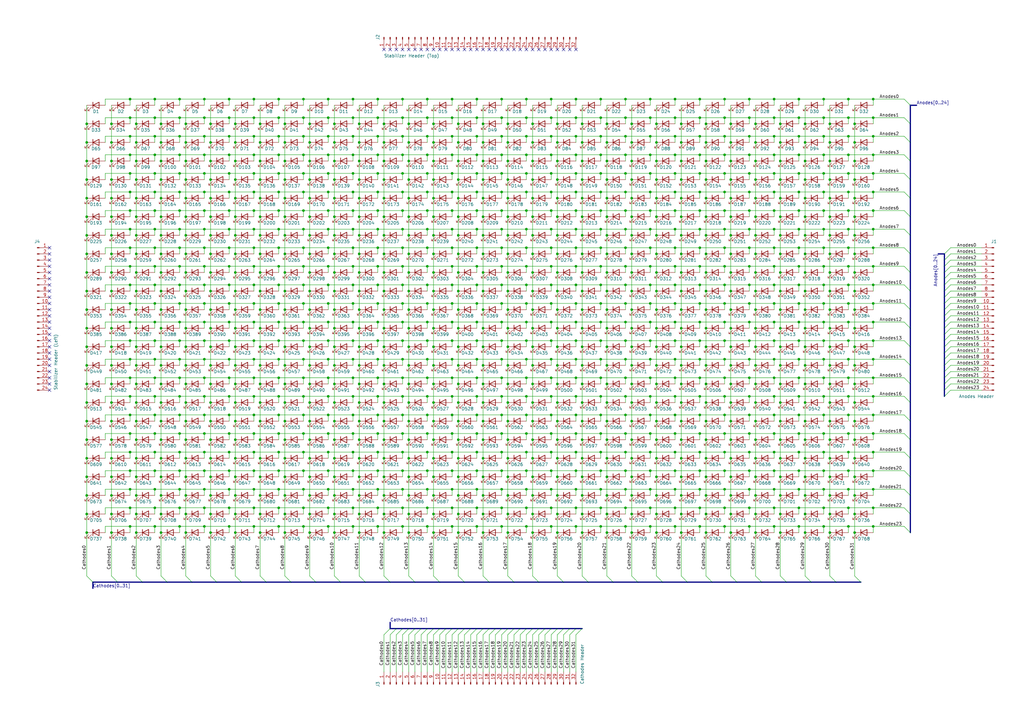
<source format=kicad_sch>
(kicad_sch (version 20231120) (generator "eeschema") (generator_version "8.0")
  (paper "A3")
  (title_block (title "Fullsize LED Board (Display)"))
  (lib_symbols
    (symbol "Connector:Conn_01x24_Pin" (pin_names (offset 1.016) hide)
      (property "Reference" "J" (at 0 30.48 0))
      (property "Value" "Conn_01x24_Pin" (at 0 -33.02 0))
      (symbol "Conn_01x24_Pin_1_1"
        (pin passive line (at 5.08 27.94 180) (length 3.81) (name "Pin_1") (number "1"))
        (pin passive line (at 5.08 5.08 180) (length 3.81) (name "Pin_10") (number "10"))
        (pin passive line (at 5.08 2.54 180) (length 3.81) (name "Pin_11") (number "11"))
        (pin passive line (at 5.08 0 180) (length 3.81) (name "Pin_12") (number "12"))
        (pin passive line (at 5.08 -2.54 180) (length 3.81) (name "Pin_13") (number "13"))
        (pin passive line (at 5.08 -5.08 180) (length 3.81) (name "Pin_14") (number "14"))
        (pin passive line (at 5.08 -7.62 180) (length 3.81) (name "Pin_15") (number "15"))
        (pin passive line (at 5.08 -10.16 180) (length 3.81) (name "Pin_16") (number "16"))
        (pin passive line (at 5.08 -12.7 180) (length 3.81) (name "Pin_17") (number "17"))
        (pin passive line (at 5.08 -15.24 180) (length 3.81) (name "Pin_18") (number "18"))
        (pin passive line (at 5.08 -17.78 180) (length 3.81) (name "Pin_19") (number "19"))
        (pin passive line (at 5.08 25.4 180) (length 3.81) (name "Pin_2") (number "2"))
        (pin passive line (at 5.08 -20.32 180) (length 3.81) (name "Pin_20") (number "20"))
        (pin passive line (at 5.08 -22.86 180) (length 3.81) (name "Pin_21") (number "21"))
        (pin passive line (at 5.08 -25.4 180) (length 3.81) (name "Pin_22") (number "22"))
        (pin passive line (at 5.08 -27.94 180) (length 3.81) (name "Pin_23") (number "23"))
        (pin passive line (at 5.08 -30.48 180) (length 3.81) (name "Pin_24") (number "24"))
        (pin passive line (at 5.08 22.86 180) (length 3.81) (name "Pin_3") (number "3"))
        (pin passive line (at 5.08 20.32 180) (length 3.81) (name "Pin_4") (number "4"))
        (pin passive line (at 5.08 17.78 180) (length 3.81) (name "Pin_5") (number "5"))
        (pin passive line (at 5.08 15.24 180) (length 3.81) (name "Pin_6") (number "6"))
        (pin passive line (at 5.08 12.7 180) (length 3.81) (name "Pin_7") (number "7"))
        (pin passive line (at 5.08 10.16 180) (length 3.81) (name "Pin_8") (number "8"))
        (pin passive line (at 5.08 7.62 180) (length 3.81) (name "Pin_9") (number "9"))
      )
    )
    (symbol "Connector:Conn_01x32_Pin" (pin_names (offset 1.016) hide)
      (property "Reference" "J" (at 0 40.64 0))
      (property "Value" "Conn_01x32_Pin" (at 0 -43.18 0))
      (symbol "Conn_01x32_Pin_1_1"
        (pin passive line (at 5.08 38.1 180) (length 3.81) (name "Pin_1") (number "1"))
        (pin passive line (at 5.08 15.24 180) (length 3.81) (name "Pin_10") (number "10"))
        (pin passive line (at 5.08 12.7 180) (length 3.81) (name "Pin_11") (number "11"))
        (pin passive line (at 5.08 10.16 180) (length 3.81) (name "Pin_12") (number "12"))
        (pin passive line (at 5.08 7.62 180) (length 3.81) (name "Pin_13") (number "13"))
        (pin passive line (at 5.08 5.08 180) (length 3.81) (name "Pin_14") (number "14"))
        (pin passive line (at 5.08 2.54 180) (length 3.81) (name "Pin_15") (number "15"))
        (pin passive line (at 5.08 0 180) (length 3.81) (name "Pin_16") (number "16"))
        (pin passive line (at 5.08 -2.54 180) (length 3.81) (name "Pin_17") (number "17"))
        (pin passive line (at 5.08 -5.08 180) (length 3.81) (name "Pin_18") (number "18"))
        (pin passive line (at 5.08 -7.62 180) (length 3.81) (name "Pin_19") (number "19"))
        (pin passive line (at 5.08 35.56 180) (length 3.81) (name "Pin_2") (number "2"))
        (pin passive line (at 5.08 -10.16 180) (length 3.81) (name "Pin_20") (number "20"))
        (pin passive line (at 5.08 -12.7 180) (length 3.81) (name "Pin_21") (number "21"))
        (pin passive line (at 5.08 -15.24 180) (length 3.81) (name "Pin_22") (number "22"))
        (pin passive line (at 5.08 -17.78 180) (length 3.81) (name "Pin_23") (number "23"))
        (pin passive line (at 5.08 -20.32 180) (length 3.81) (name "Pin_24") (number "24"))
        (pin passive line (at 5.08 -22.86 180) (length 3.81) (name "Pin_25") (number "25"))
        (pin passive line (at 5.08 -25.4 180) (length 3.81) (name "Pin_26") (number "26"))
        (pin passive line (at 5.08 -27.94 180) (length 3.81) (name "Pin_27") (number "27"))
        (pin passive line (at 5.08 -30.48 180) (length 3.81) (name "Pin_28") (number "28"))
        (pin passive line (at 5.08 -33.02 180) (length 3.81) (name "Pin_29") (number "29"))
        (pin passive line (at 5.08 33.02 180) (length 3.81) (name "Pin_3") (number "3"))
        (pin passive line (at 5.08 -35.56 180) (length 3.81) (name "Pin_30") (number "30"))
        (pin passive line (at 5.08 -38.1 180) (length 3.81) (name "Pin_31") (number "31"))
        (pin passive line (at 5.08 -40.64 180) (length 3.81) (name "Pin_32") (number "32"))
        (pin passive line (at 5.08 30.48 180) (length 3.81) (name "Pin_4") (number "4"))
        (pin passive line (at 5.08 27.94 180) (length 3.81) (name "Pin_5") (number "5"))
        (pin passive line (at 5.08 25.4 180) (length 3.81) (name "Pin_6") (number "6"))
        (pin passive line (at 5.08 22.86 180) (length 3.81) (name "Pin_7") (number "7"))
        (pin passive line (at 5.08 20.32 180) (length 3.81) (name "Pin_8") (number "8"))
        (pin passive line (at 5.08 17.78 180) (length 3.81) (name "Pin_9") (number "9"))
      )
    )
    (symbol "Device:LED" (pin_numbers hide) (pin_names (offset 1.016) hide)
      (property "Reference" "D" (at 0 2.54 0))
      (property "Value" "LED" (at 0 -2.54 0))
      (symbol "LED_1_1"
        (pin passive line (at -3.81 0 0) (length 2.54) (name "K") (number "1"))
        (pin passive line (at 3.81 0 180) (length 2.54) (name "A") (number "2"))
      )
    )
  )
  (junction (at 116.84 134.62))
  (junction (at 185.42 193.04))
  (junction (at 228.6 218.44))
  (junction (at 279.4 73.66))
  (junction (at 246.38 215.9))
  (junction (at 177.8 210.82))
  (junction (at 134.62 208.28))
  (junction (at 137.16 119.38))
  (junction (at 73.66 208.28))
  (junction (at 45.72 127))
  (junction (at 167.64 142.24))
  (junction (at 127 157.48))
  (junction (at 53.34 154.94))
  (junction (at 96.52 58.42))
  (junction (at 154.94 55.88))
  (junction (at 63.5 185.42))
  (junction (at 205.74 48.26))
  (junction (at 226.06 200.66))
  (junction (at 259.08 111.76))
  (junction (at 73.66 177.8))
  (junction (at 236.22 215.9))
  (junction (at 157.48 127))
  (junction (at 144.78 86.36))
  (junction (at 279.4 96.52))
  (junction (at 114.3 208.28))
  (junction (at 259.08 165.1))
  (junction (at 45.72 96.52))
  (junction (at 124.46 71.12))
  (junction (at 307.34 86.36))
  (junction (at 175.26 208.28))
  (junction (at 55.88 88.9))
  (junction (at 167.64 218.44))
  (junction (at 307.34 71.12))
  (junction (at 165.1 193.04))
  (junction (at 124.46 200.66))
  (junction (at 175.26 109.22))
  (junction (at 144.78 55.88))
  (junction (at 246.38 116.84))
  (junction (at 327.66 86.36))
  (junction (at 137.16 180.34))
  (junction (at 248.92 119.38))
  (junction (at 269.24 149.86))
  (junction (at 228.6 172.72))
  (junction (at 358.14 93.98))
  (junction (at 167.64 149.86))
  (junction (at 215.9 78.74))
  (junction (at 73.66 154.94))
  (junction (at 124.46 86.36))
  (junction (at 198.12 66.04))
  (junction (at 320.04 58.42))
  (junction (at 238.76 195.58))
  (junction (at 256.54 193.04))
  (junction (at 236.22 170.18))
  (junction (at 114.3 40.64))
  (junction (at 307.34 200.66))
  (junction (at 208.28 96.52))
  (junction (at 330.2 73.66))
  (junction (at 45.72 157.48))
  (junction (at 134.62 147.32))
  (junction (at 289.56 88.9))
  (junction (at 63.5 71.12))
  (junction (at 177.8 119.38))
  (junction (at 205.74 71.12))
  (junction (at 320.04 187.96))
  (junction (at 83.82 200.66))
  (junction (at 86.36 111.76))
  (junction (at 137.16 149.86))
  (junction (at 167.64 157.48))
  (junction (at 350.52 104.14))
  (junction (at 228.6 187.96))
  (junction (at 116.84 81.28))
  (junction (at 114.3 200.66))
  (junction (at 350.52 134.62))
  (junction (at 259.08 119.38))
  (junction (at 208.28 127))
  (junction (at 340.36 58.42))
  (junction (at 309.88 81.28))
  (junction (at 147.32 218.44))
  (junction (at 309.88 149.86))
  (junction (at 215.9 63.5))
  (junction (at 266.7 48.26))
  (junction (at 147.32 195.58))
  (junction (at 307.34 139.7))
  (junction (at 276.86 86.36))
  (junction (at 236.22 55.88))
  (junction (at 157.48 50.8))
  (junction (at 93.98 177.8))
  (junction (at 218.44 127))
  (junction (at 248.92 127))
  (junction (at 309.88 58.42))
  (junction (at 134.62 109.22))
  (junction (at 309.88 66.04))
  (junction (at 320.04 157.48))
  (junction (at 347.98 170.18))
  (junction (at 358.14 170.18))
  (junction (at 246.38 109.22))
  (junction (at 246.38 162.56))
  (junction (at 337.82 147.32))
  (junction (at 248.92 187.96))
  (junction (at 55.88 218.44))
  (junction (at 327.66 48.26))
  (junction (at 76.2 119.38))
  (junction (at 337.82 78.74))
  (junction (at 106.68 50.8))
  (junction (at 340.36 119.38))
  (junction (at 340.36 142.24))
  (junction (at 76.2 50.8))
  (junction (at 358.14 124.46))
  (junction (at 215.9 177.8))
  (junction (at 175.26 86.36))
  (junction (at 309.88 172.72))
  (junction (at 246.38 78.74))
  (junction (at 266.7 162.56))
  (junction (at 96.52 111.76))
  (junction (at 147.32 50.8))
  (junction (at 198.12 73.66))
  (junction (at 177.8 111.76))
  (junction (at 236.22 139.7))
  (junction (at 147.32 187.96))
  (junction (at 96.52 96.52))
  (junction (at 86.36 50.8))
  (junction (at 177.8 165.1))
  (junction (at 287.02 48.26))
  (junction (at 287.02 177.8))
  (junction (at 147.32 134.62))
  (junction (at 124.46 63.5))
  (junction (at 320.04 73.66))
  (junction (at 350.52 96.52))
  (junction (at 83.82 124.46))
  (junction (at 116.84 157.48))
  (junction (at 269.24 58.42))
  (junction (at 195.58 154.94))
  (junction (at 83.82 63.5))
  (junction (at 147.32 157.48))
  (junction (at 330.2 210.82))
  (junction (at 358.14 215.9))
  (junction (at 195.58 208.28))
  (junction (at 93.98 101.6))
  (junction (at 116.84 195.58))
  (junction (at 96.52 157.48))
  (junction (at 330.2 218.44))
  (junction (at 320.04 210.82))
  (junction (at 53.34 200.66))
  (junction (at 53.34 55.88))
  (junction (at 195.58 71.12))
  (junction (at 226.06 215.9))
  (junction (at 205.74 40.64))
  (junction (at 55.88 66.04))
  (junction (at 307.34 109.22))
  (junction (at 55.88 96.52))
  (junction (at 147.32 172.72))
  (junction (at 154.94 101.6))
  (junction (at 127 195.58))
  (junction (at 96.52 119.38))
  (junction (at 238.76 111.76))
  (junction (at 287.02 208.28))
  (junction (at 66.04 172.72))
  (junction (at 218.44 81.28))
  (junction (at 358.14 109.22))
  (junction (at 350.52 73.66))
  (junction (at 236.22 93.98))
  (junction (at 116.84 149.86))
  (junction (at 185.42 162.56))
  (junction (at 185.42 200.66))
  (junction (at 279.4 142.24))
  (junction (at 259.08 88.9))
  (junction (at 144.78 193.04))
  (junction (at 93.98 109.22))
  (junction (at 256.54 154.94))
  (junction (at 340.36 111.76))
  (junction (at 289.56 134.62))
  (junction (at 93.98 200.66))
  (junction (at 66.04 50.8))
  (junction (at 327.66 193.04))
  (junction (at 124.46 177.8))
  (junction (at 228.6 88.9))
  (junction (at 187.96 111.76))
  (junction (at 238.76 180.34))
  (junction (at 185.42 71.12))
  (junction (at 330.2 127))
  (junction (at 175.26 78.74))
  (junction (at 104.14 185.42))
  (junction (at 337.82 193.04))
  (junction (at 317.5 40.64))
  (junction (at 347.98 101.6))
  (junction (at 45.72 180.34))
  (junction (at 104.14 139.7))
  (junction (at 124.46 55.88))
  (junction (at 358.14 116.84))
  (junction (at 228.6 111.76))
  (junction (at 167.64 210.82))
  (junction (at 205.74 170.18))
  (junction (at 228.6 58.42))
  (junction (at 330.2 172.72))
  (junction (at 106.68 127))
  (junction (at 134.62 63.5))
  (junction (at 83.82 154.94))
  (junction (at 205.74 124.46))
  (junction (at 246.38 177.8))
  (junction (at 226.06 139.7))
  (junction (at 205.74 86.36))
  (junction (at 157.48 134.62))
  (junction (at 187.96 180.34))
  (junction (at 134.62 93.98))
  (junction (at 236.22 48.26))
  (junction (at 337.82 177.8))
  (junction (at 330.2 88.9))
  (junction (at 116.84 187.96))
  (junction (at 114.3 93.98))
  (junction (at 337.82 109.22))
  (junction (at 185.42 55.88))
  (junction (at 205.74 139.7))
  (junction (at 289.56 96.52))
  (junction (at 187.96 127))
  (junction (at 276.86 208.28))
  (junction (at 215.9 101.6))
  (junction (at 246.38 93.98))
  (junction (at 63.5 109.22))
  (junction (at 195.58 78.74))
  (junction (at 177.8 157.48))
  (junction (at 66.04 134.62))
  (junction (at 266.7 86.36))
  (junction (at 317.5 93.98))
  (junction (at 106.68 111.76))
  (junction (at 297.18 48.26))
  (junction (at 297.18 132.08))
  (junction (at 106.68 58.42))
  (junction (at 147.32 203.2))
  (junction (at 307.34 215.9))
  (junction (at 238.76 218.44))
  (junction (at 127 127))
  (junction (at 276.86 93.98))
  (junction (at 66.04 218.44))
  (junction (at 195.58 185.42))
  (junction (at 256.54 139.7))
  (junction (at 35.56 50.8))
  (junction (at 114.3 86.36))
  (junction (at 287.02 116.84))
  (junction (at 330.2 165.1))
  (junction (at 73.66 63.5))
  (junction (at 177.8 127))
  (junction (at 104.14 55.88))
  (junction (at 167.64 134.62))
  (junction (at 347.98 193.04))
  (junction (at 165.1 162.56))
  (junction (at 347.98 177.8))
  (junction (at 279.4 165.1))
  (junction (at 330.2 187.96))
  (junction (at 246.38 71.12))
  (junction (at 124.46 40.64))
  (junction (at 266.7 154.94))
  (junction (at 248.92 203.2))
  (junction (at 205.74 200.66))
  (junction (at 226.06 109.22))
  (junction (at 269.24 88.9))
  (junction (at 187.96 73.66))
  (junction (at 134.62 71.12))
  (junction (at 320.04 134.62))
  (junction (at 337.82 132.08))
  (junction (at 287.02 170.18))
  (junction (at 218.44 111.76))
  (junction (at 317.5 200.66))
  (junction (at 215.9 139.7))
  (junction (at 337.82 200.66))
  (junction (at 104.14 147.32))
  (junction (at 187.96 157.48))
  (junction (at 93.98 48.26))
  (junction (at 157.48 180.34))
  (junction (at 299.72 187.96))
  (junction (at 215.9 162.56))
  (junction (at 256.54 86.36))
  (junction (at 35.56 96.52))
  (junction (at 279.4 210.82))
  (junction (at 35.56 66.04))
  (junction (at 134.62 162.56))
  (junction (at 226.06 48.26))
  (junction (at 175.26 200.66))
  (junction (at 137.16 73.66))
  (junction (at 195.58 40.64))
  (junction (at 256.54 116.84))
  (junction (at 248.92 157.48))
  (junction (at 114.3 170.18))
  (junction (at 330.2 58.42))
  (junction (at 76.2 210.82))
  (junction (at 279.4 88.9))
  (junction (at 185.42 86.36))
  (junction (at 83.82 162.56))
  (junction (at 299.72 195.58))
  (junction (at 297.18 101.6))
  (junction (at 248.92 66.04))
  (junction (at 177.8 149.86))
  (junction (at 116.84 180.34))
  (junction (at 187.96 50.8))
  (junction (at 218.44 104.14))
  (junction (at 299.72 127))
  (junction (at 167.64 165.1))
  (junction (at 53.34 208.28))
  (junction (at 124.46 208.28))
  (junction (at 340.36 203.2))
  (junction (at 35.56 180.34))
  (junction (at 287.02 63.5))
  (junction (at 195.58 139.7))
  (junction (at 35.56 58.42))
  (junction (at 256.54 48.26))
  (junction (at 208.28 73.66))
  (junction (at 347.98 86.36))
  (junction (at 238.76 203.2))
  (junction (at 317.5 109.22))
  (junction (at 350.52 111.76))
  (junction (at 340.36 165.1))
  (junction (at 175.26 63.5))
  (junction (at 226.06 185.42))
  (junction (at 330.2 50.8))
  (junction (at 309.88 218.44))
  (junction (at 208.28 66.04))
  (junction (at 114.3 78.74))
  (junction (at 299.72 73.66))
  (junction (at 215.9 71.12))
  (junction (at 297.18 71.12))
  (junction (at 73.66 215.9))
  (junction (at 246.38 124.46))
  (junction (at 154.94 116.84))
  (junction (at 55.88 142.24))
  (junction (at 337.82 40.64))
  (junction (at 256.54 177.8))
  (junction (at 175.26 48.26))
  (junction (at 76.2 73.66))
  (junction (at 309.88 134.62))
  (junction (at 185.42 93.98))
  (junction (at 327.66 154.94))
  (junction (at 266.7 63.5))
  (junction (at 297.18 147.32))
  (junction (at 96.52 66.04))
  (junction (at 83.82 55.88))
  (junction (at 76.2 58.42))
  (junction (at 218.44 203.2))
  (junction (at 320.04 111.76))
  (junction (at 218.44 180.34))
  (junction (at 246.38 55.88))
  (junction (at 307.34 48.26))
  (junction (at 76.2 172.72))
  (junction (at 175.26 55.88))
  (junction (at 144.78 147.32))
  (junction (at 320.04 88.9))
  (junction (at 66.04 111.76))
  (junction (at 127 218.44))
  (junction (at 218.44 142.24))
  (junction (at 289.56 50.8))
  (junction (at 340.36 88.9))
  (junction (at 279.4 149.86))
  (junction (at 137.16 96.52))
  (junction (at 175.26 124.46))
  (junction (at 35.56 81.28))
  (junction (at 358.14 40.64))
  (junction (at 327.66 55.88))
  (junction (at 198.12 50.8))
  (junction (at 279.4 134.62))
  (junction (at 309.88 157.48))
  (junction (at 66.04 187.96))
  (junction (at 63.5 215.9))
  (junction (at 154.94 185.42))
  (junction (at 276.86 48.26))
  (junction (at 299.72 81.28))
  (junction (at 63.5 200.66))
  (junction (at 114.3 139.7))
  (junction (at 287.02 132.08))
  (junction (at 246.38 86.36))
  (junction (at 236.22 40.64))
  (junction (at 340.36 66.04))
  (junction (at 340.36 96.52))
  (junction (at 347.98 48.26))
  (junction (at 256.54 93.98))
  (junction (at 320.04 142.24))
  (junction (at 309.88 165.1))
  (junction (at 114.3 116.84))
  (junction (at 165.1 185.42))
  (junction (at 127 111.76))
  (junction (at 86.36 119.38))
  (junction (at 259.08 73.66))
  (junction (at 104.14 63.5))
  (junction (at 35.56 195.58))
  (junction (at 287.02 93.98))
  (junction (at 218.44 195.58))
  (junction (at 259.08 96.52))
  (junction (at 269.24 180.34))
  (junction (at 269.24 165.1))
  (junction (at 327.66 139.7))
  (junction (at 347.98 139.7))
  (junction (at 83.82 193.04))
  (junction (at 309.88 127))
  (junction (at 266.7 147.32))
  (junction (at 269.24 195.58))
  (junction (at 195.58 86.36))
  (junction (at 116.84 165.1))
  (junction (at 208.28 203.2))
  (junction (at 246.38 63.5))
  (junction (at 185.42 40.64))
  (junction (at 185.42 177.8))
  (junction (at 66.04 127))
  (junction (at 248.92 142.24))
  (junction (at 154.94 86.36))
  (junction (at 246.38 48.26))
  (junction (at 147.32 96.52))
  (junction (at 330.2 81.28))
  (junction (at 289.56 66.04))
  (junction (at 127 210.82))
  (junction (at 35.56 172.72))
  (junction (at 327.66 177.8))
  (junction (at 154.94 193.04))
  (junction (at 127 203.2))
  (junction (at 195.58 162.56))
  (junction (at 106.68 195.58))
  (junction (at 350.52 127))
  (junction (at 248.92 172.72))
  (junction (at 215.9 86.36))
  (junction (at 35.56 111.76))
  (junction (at 215.9 185.42))
  (junction (at 86.36 180.34))
  (junction (at 330.2 66.04))
  (junction (at 327.66 208.28))
  (junction (at 93.98 63.5))
  (junction (at 307.34 208.28))
  (junction (at 269.24 119.38))
  (junction (at 106.68 149.86))
  (junction (at 195.58 93.98))
  (junction (at 256.54 78.74))
  (junction (at 259.08 58.42))
  (junction (at 218.44 157.48))
  (junction (at 248.92 165.1))
  (junction (at 86.36 66.04))
  (junction (at 248.92 218.44))
  (junction (at 236.22 63.5))
  (junction (at 83.82 116.84))
  (junction (at 208.28 81.28))
  (junction (at 276.86 154.94))
  (junction (at 317.5 193.04))
  (junction (at 73.66 200.66))
  (junction (at 154.94 124.46))
  (junction (at 96.52 134.62))
  (junction (at 124.46 132.08))
  (junction (at 299.72 157.48))
  (junction (at 35.56 88.9))
  (junction (at 320.04 149.86))
  (junction (at 55.88 81.28))
  (junction (at 259.08 157.48))
  (junction (at 279.4 187.96))
  (junction (at 165.1 78.74))
  (junction (at 330.2 157.48))
  (junction (at 55.88 149.86))
  (junction (at 279.4 119.38))
  (junction (at 287.02 200.66))
  (junction (at 73.66 124.46))
  (junction (at 287.02 215.9))
  (junction (at 299.72 134.62))
  (junction (at 154.94 162.56))
  (junction (at 238.76 96.52))
  (junction (at 104.14 162.56))
  (junction (at 134.62 40.64))
  (junction (at 147.32 73.66))
  (junction (at 66.04 96.52))
  (junction (at 134.62 154.94))
  (junction (at 337.82 139.7))
  (junction (at 228.6 104.14))
  (junction (at 127 104.14))
  (junction (at 93.98 154.94))
  (junction (at 63.5 101.6))
  (junction (at 45.72 111.76))
  (junction (at 279.4 127))
  (junction (at 269.24 187.96))
  (junction (at 198.12 58.42))
  (junction (at 236.22 200.66))
  (junction (at 276.86 132.08))
  (junction (at 279.4 50.8))
  (junction (at 218.44 165.1))
  (junction (at 309.88 203.2))
  (junction (at 93.98 116.84))
  (junction (at 330.2 142.24))
  (junction (at 266.7 132.08))
  (junction (at 55.88 195.58))
  (junction (at 208.28 119.38))
  (junction (at 35.56 134.62))
  (junction (at 287.02 71.12))
  (junction (at 55.88 180.34))
  (junction (at 83.82 170.18))
  (junction (at 259.08 180.34))
  (junction (at 327.66 147.32))
  (junction (at 187.96 104.14))
  (junction (at 228.6 96.52))
  (junction (at 238.76 58.42))
  (junction (at 266.7 109.22))
  (junction (at 177.8 88.9))
  (junction (at 208.28 218.44))
  (junction (at 340.36 157.48))
  (junction (at 147.32 127))
  (junction (at 195.58 109.22))
  (junction (at 320.04 96.52))
  (junction (at 256.54 132.08))
  (junction (at 358.14 193.04))
  (junction (at 226.06 170.18))
  (junction (at 66.04 195.58))
  (junction (at 53.34 215.9))
  (junction (at 358.14 147.32))
  (junction (at 299.72 203.2))
  (junction (at 165.1 63.5))
  (junction (at 337.82 101.6))
  (junction (at 127 73.66))
  (junction (at 104.14 215.9))
  (junction (at 218.44 73.66))
  (junction (at 93.98 139.7))
  (junction (at 35.56 73.66))
  (junction (at 165.1 154.94))
  (junction (at 297.18 154.94))
  (junction (at 187.96 187.96))
  (junction (at 218.44 119.38))
  (junction (at 358.14 78.74))
  (junction (at 307.34 124.46))
  (junction (at 187.96 218.44))
  (junction (at 350.52 88.9))
  (junction (at 347.98 78.74))
  (junction (at 276.86 55.88))
  (junction (at 215.9 109.22))
  (junction (at 299.72 58.42))
  (junction (at 35.56 157.48))
  (junction (at 66.04 165.1))
  (junction (at 53.34 63.5))
  (junction (at 63.5 208.28))
  (junction (at 266.7 71.12))
  (junction (at 269.24 203.2))
  (junction (at 337.82 71.12))
  (junction (at 287.02 55.88))
  (junction (at 137.16 50.8))
  (junction (at 93.98 162.56))
  (junction (at 340.36 210.82))
  (junction (at 55.88 134.62))
  (junction (at 215.9 116.84))
  (junction (at 175.26 93.98))
  (junction (at 144.78 132.08))
  (junction (at 236.22 109.22))
  (junction (at 330.2 134.62))
  (junction (at 144.78 109.22))
  (junction (at 215.9 193.04))
  (junction (at 266.7 40.64))
  (junction (at 76.2 96.52))
  (junction (at 276.86 177.8))
  (junction (at 165.1 116.84))
  (junction (at 299.72 142.24))
  (junction (at 144.78 40.64))
  (junction (at 276.86 162.56))
  (junction (at 86.36 165.1))
  (junction (at 198.12 210.82))
  (junction (at 195.58 200.66))
  (junction (at 297.18 40.64))
  (junction (at 218.44 149.86))
  (junction (at 154.94 200.66))
  (junction (at 86.36 104.14))
  (junction (at 307.34 132.08))
  (junction (at 55.88 58.42))
  (junction (at 86.36 195.58))
  (junction (at 154.94 177.8))
  (junction (at 185.42 208.28))
  (junction (at 83.82 48.26))
  (junction (at 137.16 187.96))
  (junction (at 76.2 203.2))
  (junction (at 248.92 96.52))
  (junction (at 259.08 210.82))
  (junction (at 307.34 116.84))
  (junction (at 66.04 73.66))
  (junction (at 55.88 187.96))
  (junction (at 337.82 86.36))
  (junction (at 317.5 147.32))
  (junction (at 205.74 93.98))
  (junction (at 55.88 157.48))
  (junction (at 116.84 104.14))
  (junction (at 175.26 215.9))
  (junction (at 187.96 210.82))
  (junction (at 144.78 208.28))
  (junction (at 144.78 185.42))
  (junction (at 124.46 185.42))
  (junction (at 96.52 187.96))
  (junction (at 137.16 218.44))
  (junction (at 340.36 127))
  (junction (at 137.16 66.04))
  (junction (at 238.76 187.96))
  (junction (at 320.04 66.04))
  (junction (at 327.66 200.66))
  (junction (at 35.56 187.96))
  (junction (at 76.2 111.76))
  (junction (at 266.7 170.18))
  (junction (at 177.8 195.58))
  (junction (at 330.2 180.34))
  (junction (at 299.72 50.8))
  (junction (at 259.08 127))
  (junction (at 106.68 81.28))
  (junction (at 195.58 124.46))
  (junction (at 63.5 132.08))
  (junction (at 248.92 50.8))
  (junction (at 134.62 132.08))
  (junction (at 124.46 109.22))
  (junction (at 289.56 111.76))
  (junction (at 175.26 101.6))
  (junction (at 106.68 165.1))
  (junction (at 266.7 101.6))
  (junction (at 330.2 111.76))
  (junction (at 177.8 203.2))
  (junction (at 269.24 66.04))
  (junction (at 340.36 50.8))
  (junction (at 86.36 127))
  (junction (at 167.64 172.72))
  (junction (at 309.88 88.9))
  (junction (at 350.52 119.38))
  (junction (at 114.3 124.46))
  (junction (at 104.14 132.08))
  (junction (at 299.72 88.9))
  (junction (at 106.68 203.2))
  (junction (at 269.24 157.48))
  (junction (at 167.64 119.38))
  (junction (at 259.08 50.8))
  (junction (at 299.72 165.1))
  (junction (at 177.8 58.42))
  (junction (at 53.34 109.22))
  (junction (at 297.18 93.98))
  (junction (at 157.48 210.82))
  (junction (at 218.44 88.9))
  (junction (at 307.34 185.42))
  (junction (at 279.4 218.44))
  (junction (at 137.16 88.9))
  (junction (at 236.22 124.46))
  (junction (at 83.82 132.08))
  (junction (at 215.9 208.28))
  (junction (at 116.84 50.8))
  (junction (at 63.5 154.94))
  (junction (at 218.44 187.96))
  (junction (at 208.28 104.14))
  (junction (at 66.04 149.86))
  (junction (at 226.06 147.32))
  (junction (at 104.14 40.64))
  (junction (at 93.98 208.28))
  (junction (at 165.1 55.88))
  (junction (at 317.5 170.18))
  (junction (at 198.12 134.62))
  (junction (at 73.66 147.32))
  (junction (at 215.9 48.26))
  (junction (at 327.66 78.74))
  (junction (at 154.94 139.7))
  (junction (at 195.58 63.5))
  (junction (at 73.66 101.6))
  (junction (at 256.54 208.28))
  (junction (at 208.28 88.9))
  (junction (at 269.24 210.82))
  (junction (at 45.72 50.8))
  (junction (at 63.5 116.84))
  (junction (at 185.42 48.26))
  (junction (at 347.98 147.32))
  (junction (at 289.56 195.58))
  (junction (at 307.34 147.32))
  (junction (at 276.86 147.32))
  (junction (at 134.62 200.66))
  (junction (at 309.88 180.34))
  (junction (at 226.06 116.84))
  (junction (at 134.62 193.04))
  (junction (at 86.36 149.86))
  (junction (at 147.32 165.1))
  (junction (at 228.6 165.1))
  (junction (at 63.5 139.7))
  (junction (at 205.74 101.6))
  (junction (at 259.08 104.14))
  (junction (at 215.9 200.66))
  (junction (at 83.82 139.7))
  (junction (at 86.36 172.72))
  (junction (at 165.1 177.8))
  (junction (at 350.52 165.1))
  (junction (at 236.22 193.04))
  (junction (at 124.46 170.18))
  (junction (at 358.14 139.7))
  (junction (at 327.66 93.98))
  (junction (at 185.42 170.18))
  (junction (at 185.42 215.9))
  (junction (at 104.14 170.18))
  (junction (at 127 88.9))
  (junction (at 317.5 177.8))
  (junction (at 289.56 149.86))
  (junction (at 198.12 203.2))
  (junction (at 317.5 139.7))
  (junction (at 86.36 88.9))
  (junction (at 205.74 162.56))
  (junction (at 165.1 147.32))
  (junction (at 187.96 195.58))
  (junction (at 226.06 162.56))
  (junction (at 185.42 78.74))
  (junction (at 350.52 180.34))
  (junction (at 55.88 127))
  (junction (at 309.88 96.52))
  (junction (at 157.48 142.24))
  (junction (at 297.18 170.18))
  (junction (at 157.48 218.44))
  (junction (at 154.94 147.32))
  (junction (at 215.9 154.94))
  (junction (at 53.34 162.56))
  (junction (at 147.32 104.14))
  (junction (at 144.78 71.12))
  (junction (at 116.84 111.76))
  (junction (at 45.72 66.04))
  (junction (at 198.12 180.34))
  (junction (at 198.12 157.48))
  (junction (at 195.58 215.9))
  (junction (at 269.24 127))
  (junction (at 330.2 195.58))
  (junction (at 66.04 81.28))
  (junction (at 309.88 104.14))
  (junction (at 55.88 73.66))
  (junction (at 167.64 81.28))
  (junction (at 228.6 134.62))
  (junction (at 320.04 218.44))
  (junction (at 96.52 172.72))
  (junction (at 137.16 127))
  (junction (at 195.58 170.18))
  (junction (at 358.14 132.08))
  (junction (at 55.88 172.72))
  (junction (at 287.02 78.74))
  (junction (at 309.88 119.38))
  (junction (at 124.46 193.04))
  (junction (at 55.88 104.14))
  (junction (at 127 172.72))
  (junction (at 73.66 86.36))
  (junction (at 256.54 63.5))
  (junction (at 93.98 40.64))
  (junction (at 317.5 101.6))
  (junction (at 208.28 134.62))
  (junction (at 185.42 132.08))
  (junction (at 347.98 208.28))
  (junction (at 320.04 81.28))
  (junction (at 248.92 88.9))
  (junction (at 93.98 185.42))
  (junction (at 358.14 185.42))
  (junction (at 208.28 187.96))
  (junction (at 35.56 104.14))
  (junction (at 226.06 193.04))
  (junction (at 266.7 215.9))
  (junction (at 195.58 193.04))
  (junction (at 276.86 109.22))
  (junction (at 299.72 149.86))
  (junction (at 116.84 203.2))
  (junction (at 76.2 134.62))
  (junction (at 76.2 81.28))
  (junction (at 317.5 71.12))
  (junction (at 137.16 195.58))
  (junction (at 208.28 165.1))
  (junction (at 226.06 40.64))
  (junction (at 276.86 215.9))
  (junction (at 104.14 86.36))
  (junction (at 347.98 55.88))
  (junction (at 185.42 109.22))
  (junction (at 165.1 86.36))
  (junction (at 297.18 86.36))
  (junction (at 147.32 88.9))
  (junction (at 317.5 208.28))
  (junction (at 246.38 185.42))
  (junction (at 45.72 58.42))
  (junction (at 358.14 200.66))
  (junction (at 269.24 104.14))
  (junction (at 297.18 63.5))
  (junction (at 96.52 81.28))
  (junction (at 175.26 177.8))
  (junction (at 276.86 139.7))
  (junction (at 104.14 208.28))
  (junction (at 269.24 218.44))
  (junction (at 198.12 165.1))
  (junction (at 45.72 149.86))
  (junction (at 86.36 96.52))
  (junction (at 76.2 157.48))
  (junction (at 276.86 63.5))
  (junction (at 127 149.86))
  (junction (at 246.38 147.32))
  (junction (at 337.82 48.26))
  (junction (at 269.24 96.52))
  (junction (at 266.7 185.42))
  (junction (at 279.4 104.14))
  (junction (at 340.36 81.28))
  (junction (at 259.08 172.72))
  (junction (at 35.56 119.38))
  (junction (at 185.42 154.94))
  (junction (at 236.22 185.42))
  (junction (at 175.26 139.7))
  (junction (at 45.72 73.66))
  (junction (at 165.1 215.9))
  (junction (at 215.9 170.18))
  (junction (at 76.2 66.04))
  (junction (at 187.96 66.04))
  (junction (at 317.5 63.5))
  (junction (at 96.52 142.24))
  (junction (at 167.64 180.34))
  (junction (at 340.36 149.86))
  (junction (at 114.3 101.6))
  (junction (at 327.66 185.42))
  (junction (at 96.52 73.66))
  (junction (at 340.36 104.14))
  (junction (at 317.5 215.9))
  (junction (at 83.82 71.12))
  (junction (at 134.62 177.8))
  (junction (at 287.02 40.64))
  (junction (at 289.56 127))
  (junction (at 187.96 134.62))
  (junction (at 228.6 81.28))
  (junction (at 76.2 127))
  (junction (at 144.78 124.46))
  (junction (at 259.08 134.62))
  (junction (at 175.26 154.94))
  (junction (at 330.2 119.38))
  (junction (at 93.98 147.32))
  (junction (at 104.14 200.66))
  (junction (at 236.22 78.74))
  (junction (at 248.92 111.76))
  (junction (at 226.06 78.74))
  (junction (at 53.34 139.7))
  (junction (at 76.2 149.86))
  (junction (at 228.6 142.24))
  (junction (at 177.8 218.44))
  (junction (at 45.72 165.1))
  (junction (at 114.3 55.88))
  (junction (at 165.1 109.22))
  (junction (at 96.52 180.34))
  (junction (at 55.88 111.76))
  (junction (at 256.54 124.46))
  (junction (at 73.66 116.84))
  (junction (at 327.66 116.84))
  (junction (at 350.52 203.2))
  (junction (at 106.68 134.62))
  (junction (at 289.56 203.2))
  (junction (at 238.76 119.38))
  (junction (at 248.92 58.42))
  (junction (at 106.68 142.24))
  (junction (at 114.3 162.56))
  (junction (at 279.4 203.2))
  (junction (at 215.9 124.46))
  (junction (at 116.84 142.24))
  (junction (at 154.94 109.22))
  (junction (at 165.1 170.18))
  (junction (at 307.34 101.6))
  (junction (at 53.34 71.12))
  (junction (at 279.4 157.48))
  (junction (at 154.94 63.5))
  (junction (at 134.62 48.26))
  (junction (at 236.22 154.94))
  (junction (at 236.22 177.8))
  (junction (at 104.14 109.22))
  (junction (at 320.04 203.2))
  (junction (at 157.48 104.14))
  (junction (at 347.98 124.46))
  (junction (at 337.82 215.9))
  (junction (at 317.5 55.88))
  (junction (at 114.3 193.04))
  (junction (at 175.26 116.84))
  (junction (at 358.14 55.88))
  (junction (at 127 50.8))
  (junction (at 114.3 147.32))
  (junction (at 144.78 170.18))
  (junction (at 350.52 81.28))
  (junction (at 350.52 187.96))
  (junction (at 337.82 154.94))
  (junction (at 347.98 200.66))
  (junction (at 175.26 170.18))
  (junction (at 93.98 93.98))
  (junction (at 45.72 187.96))
  (junction (at 45.72 81.28))
  (junction (at 165.1 208.28))
  (junction (at 76.2 142.24))
  (junction (at 127 165.1))
  (junction (at 228.6 157.48))
  (junction (at 114.3 132.08))
  (junction (at 76.2 104.14))
  (junction (at 198.12 81.28))
  (junction (at 276.86 71.12))
  (junction (at 53.34 93.98))
  (junction (at 63.5 63.5))
  (junction (at 185.42 101.6))
  (junction (at 66.04 142.24))
  (junction (at 73.66 139.7))
  (junction (at 177.8 172.72))
  (junction (at 114.3 154.94))
  (junction (at 307.34 93.98))
  (junction (at 35.56 127))
  (junction (at 289.56 142.24))
  (junction (at 208.28 149.86))
  (junction (at 66.04 210.82))
  (junction (at 177.8 180.34))
  (junction (at 266.7 193.04))
  (junction (at 276.86 40.64))
  (junction (at 165.1 93.98))
  (junction (at 259.08 218.44))
  (junction (at 289.56 81.28))
  (junction (at 137.16 81.28))
  (junction (at 269.24 50.8))
  (junction (at 228.6 149.86))
  (junction (at 63.5 177.8))
  (junction (at 327.66 71.12))
  (junction (at 238.76 157.48))
  (junction (at 86.36 203.2))
  (junction (at 116.84 66.04))
  (junction (at 134.62 185.42))
  (junction (at 144.78 78.74))
  (junction (at 53.34 132.08))
  (junction (at 104.14 93.98))
  (junction (at 134.62 124.46))
  (junction (at 147.32 58.42))
  (junction (at 157.48 172.72))
  (junction (at 198.12 218.44))
  (junction (at 238.76 81.28))
  (junction (at 53.34 86.36))
  (junction (at 198.12 96.52))
  (junction (at 154.94 154.94))
  (junction (at 104.14 78.74))
  (junction (at 289.56 73.66))
  (junction (at 317.5 124.46))
  (junction (at 86.36 157.48))
  (junction (at 340.36 134.62))
  (junction (at 279.4 81.28))
  (junction (at 63.5 78.74))
  (junction (at 289.56 58.42))
  (junction (at 55.88 165.1))
  (junction (at 106.68 157.48))
  (junction (at 147.32 180.34))
  (junction (at 134.62 78.74))
  (junction (at 127 81.28))
  (junction (at 127 119.38))
  (junction (at 127 58.42))
  (junction (at 83.82 78.74))
  (junction (at 350.52 142.24))
  (junction (at 208.28 180.34))
  (junction (at 104.14 154.94))
  (junction (at 299.72 210.82))
  (junction (at 228.6 119.38))
  (junction (at 317.5 162.56))
  (junction (at 289.56 119.38))
  (junction (at 167.64 66.04))
  (junction (at 287.02 109.22))
  (junction (at 66.04 157.48))
  (junction (at 177.8 73.66))
  (junction (at 327.66 215.9))
  (junction (at 256.54 71.12))
  (junction (at 144.78 200.66))
  (junction (at 63.5 40.64))
  (junction (at 307.34 162.56))
  (junction (at 53.34 48.26))
  (junction (at 198.12 111.76))
  (junction (at 116.84 210.82))
  (junction (at 215.9 132.08))
  (junction (at 195.58 55.88))
  (junction (at 218.44 96.52))
  (junction (at 167.64 73.66))
  (junction (at 106.68 180.34))
  (junction (at 144.78 177.8))
  (junction (at 218.44 58.42))
  (junction (at 279.4 66.04))
  (junction (at 228.6 73.66))
  (junction (at 175.26 162.56))
  (junction (at 297.18 55.88))
  (junction (at 287.02 162.56))
  (junction (at 83.82 215.9))
  (junction (at 195.58 48.26))
  (junction (at 93.98 55.88))
  (junction (at 53.34 177.8))
  (junction (at 205.74 55.88))
  (junction (at 297.18 185.42))
  (junction (at 309.88 111.76))
  (junction (at 248.92 81.28))
  (junction (at 55.88 50.8))
  (junction (at 266.7 78.74))
  (junction (at 208.28 111.76))
  (junction (at 124.46 147.32))
  (junction (at 55.88 203.2))
  (junction (at 347.98 132.08))
  (junction (at 157.48 66.04))
  (junction (at 317.5 48.26))
  (junction (at 309.88 210.82))
  (junction (at 246.38 154.94))
  (junction (at 167.64 50.8))
  (junction (at 137.16 210.82))
  (junction (at 63.5 147.32))
  (junction (at 157.48 187.96))
  (junction (at 104.14 177.8))
  (junction (at 116.84 172.72))
  (junction (at 236.22 101.6))
  (junction (at 228.6 66.04))
  (junction (at 226.06 55.88))
  (junction (at 226.06 177.8))
  (junction (at 185.42 147.32))
  (junction (at 276.86 78.74))
  (junction (at 327.66 162.56))
  (junction (at 53.34 40.64))
  (junction (at 106.68 218.44))
  (junction (at 187.96 96.52))
  (junction (at 116.84 73.66))
  (junction (at 287.02 185.42))
  (junction (at 177.8 104.14))
  (junction (at 248.92 195.58))
  (junction (at 165.1 71.12))
  (junction (at 165.1 139.7))
  (junction (at 187.96 203.2))
  (junction (at 63.5 124.46))
  (junction (at 289.56 187.96))
  (junction (at 266.7 55.88))
  (junction (at 236.22 162.56))
  (junction (at 195.58 147.32))
  (junction (at 238.76 210.82))
  (junction (at 320.04 172.72))
  (junction (at 167.64 187.96))
  (junction (at 208.28 195.58))
  (junction (at 256.54 40.64))
  (junction (at 167.64 127))
  (junction (at 279.4 195.58))
  (junction (at 63.5 93.98))
  (junction (at 337.82 162.56))
  (junction (at 195.58 132.08))
  (junction (at 266.7 116.84))
  (junction (at 276.86 193.04))
  (junction (at 347.98 71.12))
  (junction (at 116.84 96.52))
  (junction (at 215.9 40.64))
  (junction (at 218.44 218.44))
  (junction (at 66.04 88.9))
  (junction (at 205.74 154.94))
  (junction (at 259.08 187.96))
  (junction (at 106.68 88.9))
  (junction (at 86.36 218.44))
  (junction (at 86.36 81.28))
  (junction (at 337.82 208.28))
  (junction (at 307.34 63.5))
  (junction (at 137.16 58.42))
  (junction (at 320.04 180.34))
  (junction (at 114.3 215.9))
  (junction (at 55.88 210.82))
  (junction (at 226.06 132.08))
  (junction (at 279.4 111.76))
  (junction (at 330.2 149.86))
  (junction (at 215.9 93.98))
  (junction (at 297.18 162.56))
  (junction (at 299.72 104.14))
  (junction (at 187.96 142.24))
  (junction (at 134.62 170.18))
  (junction (at 205.74 208.28))
  (junction (at 96.52 50.8))
  (junction (at 307.34 154.94))
  (junction (at 228.6 180.34))
  (junction (at 205.74 63.5))
  (junction (at 167.64 195.58))
  (junction (at 154.94 170.18))
  (junction (at 154.94 93.98))
  (junction (at 276.86 116.84))
  (junction (at 104.14 193.04))
  (junction (at 309.88 73.66))
  (junction (at 137.16 165.1))
  (junction (at 218.44 134.62))
  (junction (at 73.66 162.56))
  (junction (at 144.78 63.5))
  (junction (at 317.5 86.36))
  (junction (at 73.66 55.88))
  (junction (at 147.32 210.82))
  (junction (at 246.38 170.18))
  (junction (at 248.92 134.62))
  (junction (at 45.72 134.62))
  (junction (at 215.9 147.32))
  (junction (at 309.88 50.8))
  (junction (at 205.74 116.84))
  (junction (at 256.54 162.56))
  (junction (at 347.98 215.9))
  (junction (at 246.38 200.66))
  (junction (at 134.62 86.36))
  (junction (at 114.3 177.8))
  (junction (at 287.02 86.36))
  (junction (at 134.62 139.7))
  (junction (at 127 134.62))
  (junction (at 256.54 55.88))
  (junction (at 198.12 195.58))
  (junction (at 63.5 55.88))
  (junction (at 175.26 185.42))
  (junction (at 320.04 195.58))
  (junction (at 289.56 165.1))
  (junction (at 256.54 215.9))
  (junction (at 307.34 170.18))
  (junction (at 177.8 66.04))
  (junction (at 337.82 185.42))
  (junction (at 96.52 88.9))
  (junction (at 248.92 180.34))
  (junction (at 45.72 88.9))
  (junction (at 297.18 78.74))
  (junction (at 246.38 193.04))
  (junction (at 299.72 172.72))
  (junction (at 246.38 139.7))
  (junction (at 327.66 109.22))
  (junction (at 73.66 132.08))
  (junction (at 276.86 124.46))
  (junction (at 154.94 208.28))
  (junction (at 307.34 177.8))
  (junction (at 205.74 132.08))
  (junction (at 208.28 157.48))
  (junction (at 208.28 58.42))
  (junction (at 177.8 81.28))
  (junction (at 157.48 73.66))
  (junction (at 63.5 170.18))
  (junction (at 157.48 165.1))
  (junction (at 208.28 50.8))
  (junction (at 73.66 193.04))
  (junction (at 114.3 109.22))
  (junction (at 236.22 86.36))
  (junction (at 167.64 58.42))
  (junction (at 198.12 187.96))
  (junction (at 45.72 172.72))
  (junction (at 226.06 124.46))
  (junction (at 76.2 165.1))
  (junction (at 147.32 142.24))
  (junction (at 276.86 185.42))
  (junction (at 187.96 119.38))
  (junction (at 317.5 116.84))
  (junction (at 236.22 147.32))
  (junction (at 327.66 124.46))
  (junction (at 218.44 50.8))
  (junction (at 226.06 101.6))
  (junction (at 297.18 139.7))
  (junction (at 106.68 172.72))
  (junction (at 73.66 40.64))
  (junction (at 259.08 142.24))
  (junction (at 83.82 101.6))
  (junction (at 83.82 40.64))
  (junction (at 53.34 193.04))
  (junction (at 266.7 200.66))
  (junction (at 256.54 200.66))
  (junction (at 63.5 162.56))
  (junction (at 124.46 215.9))
  (junction (at 157.48 195.58))
  (junction (at 330.2 203.2))
  (junction (at 208.28 172.72))
  (junction (at 276.86 170.18))
  (junction (at 307.34 193.04))
  (junction (at 320.04 50.8))
  (junction (at 205.74 185.42))
  (junction (at 246.38 101.6))
  (junction (at 238.76 142.24))
  (junction (at 157.48 88.9))
  (junction (at 93.98 86.36))
  (junction (at 226.06 93.98))
  (junction (at 289.56 172.72))
  (junction (at 167.64 88.9))
  (junction (at 127 142.24))
  (junction (at 154.94 215.9))
  (junction (at 215.9 215.9))
  (junction (at 307.34 78.74))
  (junction (at 154.94 48.26))
  (junction (at 124.46 93.98))
  (junction (at 256.54 170.18))
  (junction (at 236.22 116.84))
  (junction (at 340.36 73.66))
  (junction (at 86.36 134.62))
  (junction (at 347.98 116.84))
  (junction (at 76.2 180.34))
  (junction (at 320.04 165.1))
  (junction (at 269.24 73.66))
  (junction (at 358.14 162.56))
  (junction (at 53.34 101.6))
  (junction (at 297.18 177.8))
  (junction (at 350.52 66.04))
  (junction (at 73.66 71.12))
  (junction (at 104.14 101.6))
  (junction (at 185.42 139.7))
  (junction (at 279.4 180.34))
  (junction (at 350.52 172.72))
  (junction (at 297.18 200.66))
  (junction (at 226.06 154.94))
  (junction (at 96.52 195.58))
  (junction (at 330.2 96.52))
  (junction (at 144.78 215.9))
  (junction (at 256.54 101.6))
  (junction (at 238.76 73.66))
  (junction (at 185.42 116.84))
  (junction (at 177.8 50.8))
  (junction (at 167.64 96.52))
  (junction (at 350.52 195.58))
  (junction (at 259.08 203.2))
  (junction (at 104.14 48.26))
  (junction (at 246.38 208.28))
  (junction (at 157.48 119.38))
  (junction (at 96.52 218.44))
  (junction (at 198.12 149.86))
  (junction (at 256.54 109.22))
  (junction (at 347.98 93.98))
  (junction (at 266.7 124.46))
  (junction (at 198.12 172.72))
  (junction (at 165.1 101.6))
  (junction (at 66.04 180.34))
  (junction (at 86.36 142.24))
  (junction (at 137.16 142.24))
  (junction (at 137.16 157.48))
  (junction (at 347.98 63.5))
  (junction (at 330.2 104.14))
  (junction (at 93.98 78.74))
  (junction (at 299.72 111.76))
  (junction (at 307.34 40.64))
  (junction (at 96.52 165.1))
  (junction (at 208.28 142.24))
  (junction (at 248.92 149.86))
  (junction (at 86.36 58.42))
  (junction (at 104.14 116.84))
  (junction (at 337.82 63.5))
  (junction (at 86.36 187.96))
  (junction (at 175.26 132.08))
  (junction (at 350.52 149.86))
  (junction (at 228.6 50.8))
  (junction (at 340.36 172.72))
  (junction (at 259.08 81.28))
  (junction (at 83.82 109.22))
  (junction (at 340.36 218.44))
  (junction (at 124.46 124.46))
  (junction (at 238.76 66.04))
  (junction (at 124.46 154.94))
  (junction (at 238.76 172.72))
  (junction (at 246.38 132.08))
  (junction (at 177.8 187.96))
  (junction (at 297.18 124.46))
  (junction (at 297.18 215.9))
  (junction (at 259.08 195.58))
  (junction (at 114.3 185.42))
  (junction (at 327.66 40.64))
  (junction (at 116.84 88.9))
  (junction (at 147.32 149.86))
  (junction (at 96.52 210.82))
  (junction (at 187.96 149.86))
  (junction (at 175.26 147.32))
  (junction (at 358.14 208.28))
  (junction (at 238.76 50.8))
  (junction (at 177.8 134.62))
  (junction (at 289.56 157.48))
  (junction (at 55.88 119.38))
  (junction (at 226.06 71.12))
  (junction (at 165.1 132.08))
  (junction (at 127 66.04))
  (junction (at 350.52 210.82))
  (junction (at 340.36 180.34))
  (junction (at 238.76 127))
  (junction (at 259.08 66.04))
  (junction (at 276.86 101.6))
  (junction (at 177.8 96.52))
  (junction (at 205.74 215.9))
  (junction (at 165.1 40.64))
  (junction (at 299.72 218.44))
  (junction (at 167.64 111.76))
  (junction (at 279.4 172.72))
  (junction (at 154.94 132.08))
  (junction (at 83.82 177.8))
  (junction (at 83.82 147.32))
  (junction (at 299.72 119.38))
  (junction (at 106.68 187.96))
  (junction (at 238.76 88.9))
  (junction (at 165.1 124.46))
  (junction (at 157.48 157.48))
  (junction (at 137.16 104.14))
  (junction (at 73.66 48.26))
  (junction (at 45.72 104.14))
  (junction (at 238.76 104.14))
  (junction (at 76.2 187.96))
  (junction (at 198.12 88.9))
  (junction (at 238.76 149.86))
  (junction (at 358.14 101.6))
  (junction (at 266.7 93.98))
  (junction (at 157.48 203.2))
  (junction (at 185.42 185.42))
  (junction (at 157.48 149.86))
  (junction (at 195.58 101.6))
  (junction (at 134.62 116.84))
  (junction (at 185.42 63.5))
  (junction (at 157.48 111.76))
  (junction (at 256.54 185.42))
  (junction (at 228.6 127))
  (junction (at 236.22 132.08))
  (junction (at 248.92 73.66))
  (junction (at 144.78 101.6))
  (junction (at 53.34 116.84))
  (junction (at 147.32 119.38))
  (junction (at 116.84 127))
  (junction (at 53.34 147.32))
  (junction (at 83.82 93.98))
  (junction (at 86.36 210.82))
  (junction (at 157.48 96.52))
  (junction (at 53.34 185.42))
  (junction (at 327.66 132.08))
  (junction (at 96.52 104.14))
  (junction (at 144.78 93.98))
  (junction (at 154.94 71.12))
  (junction (at 76.2 88.9))
  (junction (at 320.04 104.14))
  (junction (at 66.04 203.2))
  (junction (at 157.48 58.42))
  (junction (at 198.12 104.14))
  (junction (at 73.66 93.98))
  (junction (at 198.12 127))
  (junction (at 66.04 104.14))
  (junction (at 116.84 119.38))
  (junction (at 287.02 147.32))
  (junction (at 269.24 111.76))
  (junction (at 287.02 154.94))
  (junction (at 147.32 111.76))
  (junction (at 350.52 58.42))
  (junction (at 226.06 63.5))
  (junction (at 66.04 66.04))
  (junction (at 287.02 139.7))
  (junction (at 228.6 210.82))
  (junction (at 35.56 165.1))
  (junction (at 269.24 81.28))
  (junction (at 358.14 63.5))
  (junction (at 187.96 172.72))
  (junction (at 327.66 101.6))
  (junction (at 134.62 101.6))
  (junction (at 83.82 86.36))
  (junction (at 208.28 210.82))
  (junction (at 299.72 180.34))
  (junction (at 337.82 170.18))
  (junction (at 317.5 154.94))
  (junction (at 289.56 180.34))
  (junction (at 347.98 154.94))
  (junction (at 175.26 40.64))
  (junction (at 96.52 127))
  (junction (at 45.72 142.24))
  (junction (at 116.84 218.44))
  (junction (at 124.46 162.56))
  (junction (at 127 96.52))
  (junction (at 144.78 116.84))
  (junction (at 104.14 71.12))
  (junction (at 106.68 73.66))
  (junction (at 45.72 119.38))
  (junction (at 358.14 48.26))
  (junction (at 228.6 195.58))
  (junction (at 248.92 210.82))
  (junction (at 124.46 139.7))
  (junction (at 76.2 218.44))
  (junction (at 195.58 116.84))
  (junction (at 137.16 172.72))
  (junction (at 358.14 86.36))
  (junction (at 187.96 88.9))
  (junction (at 45.72 203.2))
  (junction (at 147.32 81.28))
  (junction (at 358.14 71.12))
  (junction (at 134.62 55.88))
  (junction (at 309.88 195.58))
  (junction (at 63.5 193.04))
  (junction (at 83.82 185.42))
  (junction (at 279.4 58.42))
  (junction (at 317.5 132.08))
  (junction (at 205.74 78.74))
  (junction (at 238.76 134.62))
  (junction (at 218.44 172.72))
  (junction (at 144.78 139.7))
  (junction (at 317.5 185.42))
  (junction (at 93.98 193.04))
  (junction (at 83.82 208.28))
  (junction (at 347.98 185.42))
  (junction (at 317.5 78.74))
  (junction (at 236.22 208.28))
  (junction (at 175.26 193.04))
  (junction (at 350.52 157.48))
  (junction (at 307.34 55.88))
  (junction (at 287.02 193.04))
  (junction (at 297.18 116.84))
  (junction (at 226.06 86.36))
  (junction (at 35.56 149.86))
  (junction (at 165.1 48.26))
  (junction (at 93.98 170.18))
  (junction (at 114.3 71.12))
  (junction (at 167.64 203.2))
  (junction (at 116.84 58.42))
  (junction (at 66.04 119.38))
  (junction (at 35.56 203.2))
  (junction (at 114.3 63.5))
  (junction (at 106.68 66.04))
  (junction (at 269.24 142.24))
  (junction (at 137.16 203.2))
  (junction (at 256.54 147.32))
  (junction (at 327.66 63.5))
  (junction (at 198.12 142.24))
  (junction (at 93.98 124.46))
  (junction (at 175.26 71.12))
  (junction (at 106.68 119.38))
  (junction (at 198.12 119.38))
  (junction (at 106.68 96.52))
  (junction (at 106.68 210.82))
  (junction (at 205.74 193.04))
  (junction (at 124.46 116.84))
  (junction (at 309.88 187.96))
  (junction (at 350.52 50.8))
  (junction (at 215.9 55.88))
  (junction (at 137.16 111.76))
  (junction (at 289.56 104.14))
  (junction (at 289.56 218.44))
  (junction (at 226.06 208.28))
  (junction (at 167.64 104.14))
  (junction (at 45.72 210.82))
  (junction (at 195.58 177.8))
  (junction (at 347.98 40.64))
  (junction (at 297.18 208.28))
  (junction (at 154.94 78.74))
  (junction (at 337.82 55.88))
  (junction (at 337.82 93.98))
  (junction (at 114.3 48.26))
  (junction (at 124.46 48.26))
  (junction (at 73.66 170.18))
  (junction (at 86.36 73.66))
  (junction (at 93.98 215.9))
  (junction (at 205.74 109.22))
  (junction (at 266.7 177.8))
  (junction (at 157.48 81.28))
  (junction (at 35.56 142.24))
  (junction (at 165.1 200.66))
  (junction (at 127 180.34))
  (junction (at 297.18 193.04))
  (junction (at 144.78 162.56))
  (junction (at 236.22 71.12))
  (junction (at 45.72 218.44))
  (junction (at 63.5 86.36))
  (junction (at 187.96 81.28))
  (junction (at 205.74 147.32))
  (junction (at 144.78 48.26))
  (junction (at 347.98 109.22))
  (junction (at 137.16 134.62))
  (junction (at 73.66 109.22))
  (junction (at 124.46 101.6))
  (junction (at 106.68 104.14))
  (junction (at 147.32 66.04))
  (junction (at 276.86 200.66))
  (junction (at 205.74 177.8))
  (junction (at 218.44 66.04))
  (junction (at 337.82 116.84))
  (junction (at 289.56 210.82))
  (junction (at 347.98 162.56))
  (junction (at 327.66 170.18))
  (junction (at 340.36 187.96))
  (junction (at 299.72 96.52))
  (junction (at 73.66 185.42))
  (junction (at 320.04 119.38))
  (junction (at 53.34 124.46))
  (junction (at 358.14 154.94))
  (junction (at 45.72 195.58))
  (junction (at 269.24 134.62))
  (junction (at 248.92 104.14))
  (junction (at 320.04 127))
  (junction (at 340.36 195.58))
  (junction (at 53.34 78.74))
  (junction (at 297.18 109.22))
  (junction (at 96.52 149.86))
  (junction (at 53.34 170.18))
  (junction (at 76.2 195.58))
  (junction (at 269.24 172.72))
  (junction (at 259.08 149.86))
  (junction (at 35.56 210.82))
  (junction (at 309.88 142.24))
  (junction (at 96.52 203.2))
  (junction (at 73.66 78.74))
  (junction (at 358.14 177.8))
  (junction (at 187.96 165.1))
  (junction (at 154.94 40.64))
  (junction (at 177.8 142.24))
  (junction (at 185.42 124.46))
  (junction (at 93.98 132.08))
  (junction (at 266.7 139.7))
  (junction (at 228.6 203.2))
  (junction (at 218.44 210.82))
  (junction (at 127 187.96))
  (junction (at 104.14 124.46))
  (junction (at 134.62 215.9))
  (junction (at 266.7 208.28))
  (junction (at 93.98 71.12))
  (junction (at 63.5 48.26))
  (junction (at 144.78 154.94))
  (junction (at 187.96 58.42))
  (junction (at 287.02 101.6))
  (junction (at 66.04 58.42))
  (junction (at 299.72 66.04))
  (junction (at 35.56 218.44))
  (junction (at 246.38 40.64))
  (junction (at 350.52 218.44))
  (junction (at 337.82 124.46))
  (junction (at 287.02 124.46))
  (junction (at 124.46 78.74))
  (junction (at 238.76 165.1))
  (no_connect (at 218.44 20.32))
  (no_connect (at 182.88 20.32))
  (no_connect (at 210.82 20.32))
  (no_connect (at 228.6 20.32))
  (no_connect (at 198.12 20.32))
  (no_connect (at 20.32 111.76))
  (no_connect (at 20.32 157.48))
  (no_connect (at 226.06 20.32))
  (no_connect (at 20.32 119.38))
  (no_connect (at 200.66 20.32))
  (no_connect (at 162.56 20.32))
  (no_connect (at 20.32 139.7))
  (no_connect (at 20.32 127))
  (no_connect (at 20.32 134.62))
  (no_connect (at 177.8 20.32))
  (no_connect (at 20.32 160.02))
  (no_connect (at 233.68 20.32))
  (no_connect (at 193.04 20.32))
  (no_connect (at 203.2 20.32))
  (no_connect (at 20.32 109.22))
  (no_connect (at 172.72 20.32))
  (no_connect (at 215.9 20.32))
  (no_connect (at 167.64 20.32))
  (no_connect (at 20.32 147.32))
  (no_connect (at 175.26 20.32))
  (no_connect (at 20.32 104.14))
  (no_connect (at 20.32 121.92))
  (no_connect (at 20.32 114.3))
  (no_connect (at 236.22 20.32))
  (no_connect (at 20.32 132.08))
  (no_connect (at 20.32 144.78))
  (no_connect (at 190.5 20.32))
  (no_connect (at 157.48 20.32))
  (no_connect (at 20.32 137.16))
  (no_connect (at 160.02 20.32))
  (no_connect (at 20.32 129.54))
  (no_connect (at 231.14 20.32))
  (no_connect (at 213.36 20.32))
  (no_connect (at 20.32 154.94))
  (no_connect (at 220.98 20.32))
  (no_connect (at 205.74 20.32))
  (no_connect (at 185.42 20.32))
  (no_connect (at 187.96 20.32))
  (no_connect (at 180.34 20.32))
  (no_connect (at 20.32 106.68))
  (no_connect (at 20.32 149.86))
  (no_connect (at 20.32 142.24))
  (no_connect (at 195.58 20.32))
  (no_connect (at 20.32 116.84))
  (no_connect (at 223.52 20.32))
  (no_connect (at 165.1 20.32))
  (no_connect (at 20.32 101.6))
  (no_connect (at 20.32 152.4))
  (no_connect (at 170.18 20.32))
  (no_connect (at 20.32 124.46))
  (no_connect (at 208.28 20.32))
  (bus_entry (at 160.02 257.81) (size -2.54 2.54))
  (bus_entry (at 373.38 142.24) (size -2.54 -2.54))
  (bus_entry (at 162.56 257.81) (size -2.54 2.54))
  (bus_entry (at 185.42 257.81) (size -2.54 2.54))
  (bus_entry (at 167.64 257.81) (size -2.54 2.54))
  (bus_entry (at 208.28 257.81) (size -2.54 2.54))
  (bus_entry (at 205.74 257.81) (size -2.54 2.54))
  (bus_entry (at 373.38 119.38) (size -2.54 -2.54))
  (bus_entry (at 68.58 238.76) (size -2.54 -2.54))
  (bus_entry (at 187.96 257.81) (size -2.54 2.54))
  (bus_entry (at 228.6 257.81) (size -2.54 2.54))
  (bus_entry (at 58.42 238.76) (size -2.54 -2.54))
  (bus_entry (at 160.02 238.76) (size -2.54 -2.54))
  (bus_entry (at 387.35 162.56) (size 2.54 -2.54))
  (bus_entry (at 223.52 257.81) (size -2.54 2.54))
  (bus_entry (at 165.1 257.81) (size -2.54 2.54))
  (bus_entry (at 387.35 134.62) (size 2.54 -2.54))
  (bus_entry (at 387.35 114.3) (size 2.54 -2.54))
  (bus_entry (at 373.38 58.42) (size -2.54 -2.54))
  (bus_entry (at 200.66 238.76) (size -2.54 -2.54))
  (bus_entry (at 198.12 257.81) (size -2.54 2.54))
  (bus_entry (at 387.35 111.76) (size 2.54 -2.54))
  (bus_entry (at 190.5 238.76) (size -2.54 -2.54))
  (bus_entry (at 373.38 66.04) (size -2.54 -2.54))
  (bus_entry (at 180.34 238.76) (size -2.54 -2.54))
  (bus_entry (at 203.2 257.81) (size -2.54 2.54))
  (bus_entry (at 175.26 257.81) (size -2.54 2.54))
  (bus_entry (at 177.8 257.81) (size -2.54 2.54))
  (bus_entry (at 387.35 132.08) (size 2.54 -2.54))
  (bus_entry (at 373.38 127) (size -2.54 -2.54))
  (bus_entry (at 387.35 129.54) (size 2.54 -2.54))
  (bus_entry (at 387.35 157.48) (size 2.54 -2.54))
  (bus_entry (at 139.7 238.76) (size -2.54 -2.54))
  (bus_entry (at 48.26 238.76) (size -2.54 -2.54))
  (bus_entry (at 387.35 160.02) (size 2.54 -2.54))
  (bus_entry (at 387.35 137.16) (size 2.54 -2.54))
  (bus_entry (at 373.38 73.66) (size -2.54 -2.54))
  (bus_entry (at 373.38 187.96) (size -2.54 -2.54))
  (bus_entry (at 213.36 257.81) (size -2.54 2.54))
  (bus_entry (at 195.58 257.81) (size -2.54 2.54))
  (bus_entry (at 373.38 43.18) (size -2.54 -2.54))
  (bus_entry (at 387.35 116.84) (size 2.54 -2.54))
  (bus_entry (at 182.88 257.81) (size -2.54 2.54))
  (bus_entry (at 190.5 257.81) (size -2.54 2.54))
  (bus_entry (at 109.22 238.76) (size -2.54 -2.54))
  (bus_entry (at 387.35 124.46) (size 2.54 -2.54))
  (bus_entry (at 38.1 238.76) (size -2.54 -2.54))
  (bus_entry (at 119.38 238.76) (size -2.54 -2.54))
  (bus_entry (at 322.58 238.76) (size -2.54 -2.54))
  (bus_entry (at 373.38 172.72) (size -2.54 -2.54))
  (bus_entry (at 387.35 142.24) (size 2.54 -2.54))
  (bus_entry (at 302.26 238.76) (size -2.54 -2.54))
  (bus_entry (at 373.38 96.52) (size -2.54 -2.54))
  (bus_entry (at 251.46 238.76) (size -2.54 -2.54))
  (bus_entry (at 387.35 121.92) (size 2.54 -2.54))
  (bus_entry (at 292.1 238.76) (size -2.54 -2.54))
  (bus_entry (at 312.42 238.76) (size -2.54 -2.54))
  (bus_entry (at 271.78 238.76) (size -2.54 -2.54))
  (bus_entry (at 231.14 257.81) (size -2.54 2.54))
  (bus_entry (at 180.34 257.81) (size -2.54 2.54))
  (bus_entry (at 373.38 104.14) (size -2.54 -2.54))
  (bus_entry (at 241.3 238.76) (size -2.54 -2.54))
  (bus_entry (at 387.35 104.14) (size 2.54 -2.54))
  (bus_entry (at 218.44 257.81) (size -2.54 2.54))
  (bus_entry (at 210.82 257.81) (size -2.54 2.54))
  (bus_entry (at 373.38 88.9) (size -2.54 -2.54))
  (bus_entry (at 373.38 210.82) (size -2.54 -2.54))
  (bus_entry (at 373.38 165.1) (size -2.54 -2.54))
  (bus_entry (at 387.35 127) (size 2.54 -2.54))
  (bus_entry (at 373.38 81.28) (size -2.54 -2.54))
  (bus_entry (at 220.98 238.76) (size -2.54 -2.54))
  (bus_entry (at 200.66 257.81) (size -2.54 2.54))
  (bus_entry (at 170.18 238.76) (size -2.54 -2.54))
  (bus_entry (at 236.22 257.81) (size -2.54 2.54))
  (bus_entry (at 149.86 238.76) (size -2.54 -2.54))
  (bus_entry (at 373.38 111.76) (size -2.54 -2.54))
  (bus_entry (at 78.74 238.76) (size -2.54 -2.54))
  (bus_entry (at 281.94 238.76) (size -2.54 -2.54))
  (bus_entry (at 342.9 238.76) (size -2.54 -2.54))
  (bus_entry (at 373.38 195.58) (size -2.54 -2.54))
  (bus_entry (at 233.68 257.81) (size -2.54 2.54))
  (bus_entry (at 387.35 152.4) (size 2.54 -2.54))
  (bus_entry (at 373.38 203.2) (size -2.54 -2.54))
  (bus_entry (at 373.38 157.48) (size -2.54 -2.54))
  (bus_entry (at 387.35 147.32) (size 2.54 -2.54))
  (bus_entry (at 373.38 50.8) (size -2.54 -2.54))
  (bus_entry (at 129.54 238.76) (size -2.54 -2.54))
  (bus_entry (at 373.38 180.34) (size -2.54 -2.54))
  (bus_entry (at 387.35 119.38) (size 2.54 -2.54))
  (bus_entry (at 99.06 238.76) (size -2.54 -2.54))
  (bus_entry (at 226.06 257.81) (size -2.54 2.54))
  (bus_entry (at 215.9 257.81) (size -2.54 2.54))
  (bus_entry (at 387.35 109.22) (size 2.54 -2.54))
  (bus_entry (at 387.35 149.86) (size 2.54 -2.54))
  (bus_entry (at 238.76 257.81) (size -2.54 2.54))
  (bus_entry (at 373.38 218.44) (size -2.54 -2.54))
  (bus_entry (at 220.98 257.81) (size -2.54 2.54))
  (bus_entry (at 332.74 238.76) (size -2.54 -2.54))
  (bus_entry (at 172.72 257.81) (size -2.54 2.54))
  (bus_entry (at 373.38 149.86) (size -2.54 -2.54))
  (bus_entry (at 353.06 238.76) (size -2.54 -2.54))
  (bus_entry (at 387.35 154.94) (size 2.54 -2.54))
  (bus_entry (at 170.18 257.81) (size -2.54 2.54))
  (bus_entry (at 387.35 106.68) (size 2.54 -2.54))
  (bus_entry (at 261.62 238.76) (size -2.54 -2.54))
  (bus_entry (at 193.04 257.81) (size -2.54 2.54))
  (bus_entry (at 231.14 238.76) (size -2.54 -2.54))
  (bus_entry (at 88.9 238.76) (size -2.54 -2.54))
  (bus_entry (at 387.35 144.78) (size 2.54 -2.54))
  (bus_entry (at 373.38 134.62) (size -2.54 -2.54))
  (bus_entry (at 387.35 139.7) (size 2.54 -2.54))
  (bus_entry (at 210.82 238.76) (size -2.54 -2.54))
  (wire (pts (xy 317.5 132.08) (xy 317.5 134.62)))
  (wire (pts (xy 114.3 177.8) (xy 124.46 177.8)))
  (wire (pts (xy 93.98 109.22) (xy 93.98 111.76)))
  (wire (pts (xy 124.46 116.84) (xy 134.62 116.84)))
  (wire (pts (xy 96.52 218.44) (xy 96.52 236.22)))
  (bus (pts (xy 119.38 238.76) (xy 129.54 238.76)) (stroke (width 0.5)))
  (wire (pts (xy 236.22 200.66) (xy 236.22 203.2)))
  (wire (pts (xy 309.88 172.72) (xy 309.88 180.34)))
  (wire (pts (xy 96.52 157.48) (xy 96.52 165.1)))
  (wire (pts (xy 228.6 195.58) (xy 228.6 203.2)))
  (wire (pts (xy 347.98 55.88) (xy 358.14 55.88)))
  (bus (pts (xy 167.64 257.81) (xy 170.18 257.81)) (stroke (width 0.5)))
  (wire (pts (xy 195.58 215.9) (xy 195.58 218.44)))
  (wire (pts (xy 205.74 66.04) (xy 205.74 63.5)))
  (wire (pts (xy 226.06 109.22) (xy 226.06 111.76)))
  (wire (pts (xy 389.89 139.7) (xy 402.59 139.7)))
  (wire (pts (xy 76.2 127) (xy 76.2 134.62)))
  (wire (pts (xy 205.74 101.6) (xy 215.9 101.6)))
  (wire (pts (xy 327.66 116.84) (xy 337.82 116.84)))
  (wire (pts (xy 309.88 180.34) (xy 309.88 187.96)))
  (wire (pts (xy 276.86 162.56) (xy 276.86 165.1)))
  (wire (pts (xy 248.92 149.86) (xy 248.92 157.48)))
  (wire (pts (xy 45.72 172.72) (xy 45.72 180.34)))
  (wire (pts (xy 208.28 111.76) (xy 208.28 119.38)))
  (bus (pts (xy 387.35 111.76) (xy 387.35 114.3)) (stroke (width 0.5)))
  (wire (pts (xy 330.2 81.28) (xy 330.2 88.9)))
  (wire (pts (xy 134.62 55.88) (xy 134.62 58.42)))
  (wire (pts (xy 147.32 134.62) (xy 147.32 142.24)))
  (wire (pts (xy 43.18 40.64) (xy 53.34 40.64)))
  (wire (pts (xy 157.48 111.76) (xy 157.48 119.38)))
  (wire (pts (xy 124.46 78.74) (xy 134.62 78.74)))
  (bus (pts (xy 165.1 257.81) (xy 167.64 257.81)) (stroke (width 0.5)))
  (wire (pts (xy 116.84 66.04) (xy 116.84 73.66)))
  (wire (pts (xy 195.58 48.26) (xy 195.58 50.8)))
  (bus (pts (xy 38.1 238.76) (xy 48.26 238.76)) (stroke (width 0.5)))
  (wire (pts (xy 320.04 127) (xy 320.04 134.62)))
  (wire (pts (xy 55.88 203.2) (xy 55.88 210.82)))
  (wire (pts (xy 276.86 208.28) (xy 276.86 210.82)))
  (wire (pts (xy 256.54 200.66) (xy 266.7 200.66)))
  (wire (pts (xy 327.66 63.5) (xy 337.82 63.5)))
  (wire (pts (xy 157.48 260.35) (xy 157.48 275.59)))
  (wire (pts (xy 350.52 172.72) (xy 350.52 180.34)))
  (wire (pts (xy 137.16 66.04) (xy 137.16 73.66)))
  (wire (pts (xy 297.18 48.26) (xy 307.34 48.26)))
  (wire (pts (xy 297.18 162.56) (xy 307.34 162.56)))
  (wire (pts (xy 104.14 162.56) (xy 114.3 162.56)))
  (wire (pts (xy 165.1 208.28) (xy 175.26 208.28)))
  (wire (pts (xy 43.18 63.5) (xy 53.34 63.5)))
  (wire (pts (xy 327.66 147.32) (xy 337.82 147.32)))
  (wire (pts (xy 299.72 134.62) (xy 299.72 142.24)))
  (wire (pts (xy 287.02 78.74) (xy 297.18 78.74)))
  (wire (pts (xy 259.08 66.04) (xy 259.08 73.66)))
  (wire (pts (xy 175.26 124.46) (xy 175.26 127)))
  (wire (pts (xy 185.42 101.6) (xy 195.58 101.6)))
  (wire (pts (xy 320.04 203.2) (xy 320.04 210.82)))
  (wire (pts (xy 55.88 58.42) (xy 55.88 66.04)))
  (wire (pts (xy 327.66 193.04) (xy 327.66 195.58)))
  (wire (pts (xy 340.36 127) (xy 340.36 134.62)))
  (wire (pts (xy 279.4 119.38) (xy 279.4 127)))
  (wire (pts (xy 154.94 48.26) (xy 165.1 48.26)))
  (wire (pts (xy 208.28 50.8) (xy 208.28 58.42)))
  (wire (pts (xy 45.72 88.9) (xy 45.72 96.52)))
  (wire (pts (xy 218.44 165.1) (xy 218.44 172.72)))
  (wire (pts (xy 347.98 86.36) (xy 358.14 86.36)))
  (wire (pts (xy 187.96 104.14) (xy 187.96 111.76)))
  (wire (pts (xy 124.46 187.96) (xy 124.46 185.42)))
  (wire (pts (xy 137.16 58.42) (xy 137.16 66.04)))
  (wire (pts (xy 228.6 127) (xy 228.6 134.62)))
  (wire (pts (xy 287.02 195.58) (xy 287.02 193.04)))
  (wire (pts (xy 256.54 170.18) (xy 266.7 170.18)))
  (wire (pts (xy 317.5 71.12) (xy 327.66 71.12)))
  (wire (pts (xy 177.8 119.38) (xy 177.8 127)))
  (wire (pts (xy 297.18 101.6) (xy 307.34 101.6)))
  (wire (pts (xy 53.34 86.36) (xy 63.5 86.36)))
  (wire (pts (xy 287.02 71.12) (xy 297.18 71.12)))
  (wire (pts (xy 144.78 185.42) (xy 144.78 187.96)))
  (wire (pts (xy 104.14 132.08) (xy 114.3 132.08)))
  (wire (pts (xy 358.14 116.84) (xy 358.14 119.38)))
  (wire (pts (xy 297.18 48.26) (xy 297.18 50.8)))
  (wire (pts (xy 337.82 109.22) (xy 347.98 109.22)))
  (wire (pts (xy 358.14 71.12) (xy 358.14 73.66)))
  (wire (pts (xy 66.04 104.14) (xy 66.04 111.76)))
  (wire (pts (xy 43.18 104.14) (xy 43.18 101.6)))
  (bus (pts (xy 68.58 238.76) (xy 78.74 238.76)) (stroke (width 0.5)))
  (wire (pts (xy 307.34 162.56) (xy 307.34 165.1)))
  (wire (pts (xy 215.9 154.94) (xy 215.9 157.48)))
  (wire (pts (xy 83.82 86.36) (xy 93.98 86.36)))
  (wire (pts (xy 114.3 162.56) (xy 124.46 162.56)))
  (bus (pts (xy 387.35 154.94) (xy 387.35 157.48)) (stroke (width 0.5)))
  (wire (pts (xy 205.74 111.76) (xy 205.74 109.22)))
  (wire (pts (xy 195.58 55.88) (xy 205.74 55.88)))
  (wire (pts (xy 228.6 210.82) (xy 228.6 218.44)))
  (wire (pts (xy 205.74 154.94) (xy 215.9 154.94)))
  (wire (pts (xy 248.92 58.42) (xy 248.92 66.04)))
  (wire (pts (xy 297.18 40.64) (xy 297.18 43.18)))
  (wire (pts (xy 337.82 93.98) (xy 347.98 93.98)))
  (wire (pts (xy 165.1 200.66) (xy 165.1 203.2)))
  (wire (pts (xy 347.98 40.64) (xy 358.14 40.64)))
  (wire (pts (xy 124.46 86.36) (xy 134.62 86.36)))
  (wire (pts (xy 320.04 104.14) (xy 320.04 111.76)))
  (wire (pts (xy 175.26 101.6) (xy 185.42 101.6)))
  (wire (pts (xy 205.74 185.42) (xy 215.9 185.42)))
  (wire (pts (xy 317.5 78.74) (xy 327.66 78.74)))
  (wire (pts (xy 347.98 132.08) (xy 347.98 134.62)))
  (wire (pts (xy 73.66 208.28) (xy 73.66 210.82)))
  (wire (pts (xy 83.82 193.04) (xy 93.98 193.04)))
  (bus (pts (xy 149.86 238.76) (xy 160.02 238.76)) (stroke (width 0.5)))
  (wire (pts (xy 175.26 63.5) (xy 185.42 63.5)))
  (wire (pts (xy 246.38 132.08) (xy 256.54 132.08)))
  (wire (pts (xy 309.88 195.58) (xy 309.88 203.2)))
  (wire (pts (xy 276.86 147.32) (xy 287.02 147.32)))
  (wire (pts (xy 134.62 200.66) (xy 134.62 203.2)))
  (wire (pts (xy 116.84 165.1) (xy 116.84 172.72)))
  (wire (pts (xy 96.52 88.9) (xy 96.52 96.52)))
  (wire (pts (xy 76.2 58.42) (xy 76.2 66.04)))
  (wire (pts (xy 215.9 177.8) (xy 226.06 177.8)))
  (wire (pts (xy 337.82 170.18) (xy 347.98 170.18)))
  (wire (pts (xy 93.98 154.94) (xy 104.14 154.94)))
  (wire (pts (xy 53.34 193.04) (xy 53.34 195.58)))
  (wire (pts (xy 238.76 73.66) (xy 238.76 81.28)))
  (bus (pts (xy 387.35 139.7) (xy 387.35 142.24)) (stroke (width 0.5)))
  (wire (pts (xy 266.7 215.9) (xy 276.86 215.9)))
  (bus (pts (xy 373.38 119.38) (xy 373.38 127)) (stroke (width 0.5)))
  (wire (pts (xy 208.28 127) (xy 208.28 134.62)))
  (bus (pts (xy 177.8 257.81) (xy 180.34 257.81)) (stroke (width 0.5)))
  (wire (pts (xy 116.84 157.48) (xy 116.84 165.1)))
  (wire (pts (xy 144.78 78.74) (xy 144.78 81.28)))
  (wire (pts (xy 147.32 127) (xy 147.32 134.62)))
  (wire (pts (xy 93.98 162.56) (xy 104.14 162.56)))
  (wire (pts (xy 259.08 58.42) (xy 259.08 66.04)))
  (wire (pts (xy 134.62 55.88) (xy 144.78 55.88)))
  (wire (pts (xy 208.28 81.28) (xy 208.28 88.9)))
  (wire (pts (xy 327.66 185.42) (xy 337.82 185.42)))
  (wire (pts (xy 289.56 50.8) (xy 289.56 58.42)))
  (wire (pts (xy 236.22 93.98) (xy 246.38 93.98)))
  (wire (pts (xy 340.36 96.52) (xy 340.36 104.14)))
  (wire (pts (xy 337.82 154.94) (xy 337.82 157.48)))
  (wire (pts (xy 127 149.86) (xy 127 157.48)))
  (wire (pts (xy 127 43.18) (xy 127 50.8)))
  (wire (pts (xy 238.76 203.2) (xy 238.76 210.82)))
  (wire (pts (xy 35.56 218.44) (xy 35.56 236.22)))
  (wire (pts (xy 289.56 111.76) (xy 289.56 119.38)))
  (wire (pts (xy 185.42 215.9) (xy 185.42 218.44)))
  (wire (pts (xy 76.2 187.96) (xy 76.2 195.58)))
  (wire (pts (xy 175.26 200.66) (xy 185.42 200.66)))
  (wire (pts (xy 43.18 86.36) (xy 53.34 86.36)))
  (wire (pts (xy 93.98 215.9) (xy 93.98 218.44)))
  (wire (pts (xy 337.82 48.26) (xy 337.82 50.8)))
  (wire (pts (xy 215.9 185.42) (xy 226.06 185.42)))
  (wire (pts (xy 215.9 147.32) (xy 215.9 149.86)))
  (wire (pts (xy 327.66 124.46) (xy 337.82 124.46)))
  (wire (pts (xy 208.28 73.66) (xy 208.28 81.28)))
  (wire (pts (xy 330.2 187.96) (xy 330.2 195.58)))
  (wire (pts (xy 317.5 185.42) (xy 317.5 187.96)))
  (wire (pts (xy 276.86 40.64) (xy 287.02 40.64)))
  (wire (pts (xy 389.89 134.62) (xy 402.59 134.62)))
  (wire (pts (xy 104.14 124.46) (xy 104.14 127)))
  (wire (pts (xy 73.66 154.94) (xy 83.82 154.94)))
  (wire (pts (xy 236.22 48.26) (xy 246.38 48.26)))
  (wire (pts (xy 317.5 63.5) (xy 327.66 63.5)))
  (wire (pts (xy 195.58 193.04) (xy 195.58 195.58)))
  (wire (pts (xy 185.42 208.28) (xy 185.42 210.82)))
  (wire (pts (xy 287.02 200.66) (xy 297.18 200.66)))
  (wire (pts (xy 175.26 260.35) (xy 175.26 275.59)))
  (wire (pts (xy 266.7 193.04) (xy 266.7 195.58)))
  (wire (pts (xy 35.56 142.24) (xy 35.56 149.86)))
  (wire (pts (xy 134.62 71.12) (xy 144.78 71.12)))
  (wire (pts (xy 177.8 195.58) (xy 177.8 203.2)))
  (wire (pts (xy 76.2 119.38) (xy 76.2 127)))
  (wire (pts (xy 307.34 48.26) (xy 307.34 50.8)))
  (wire (pts (xy 307.34 147.32) (xy 317.5 147.32)))
  (wire (pts (xy 175.26 48.26) (xy 185.42 48.26)))
  (wire (pts (xy 215.9 40.64) (xy 215.9 43.18)))
  (wire (pts (xy 287.02 93.98) (xy 297.18 93.98)))
  (wire (pts (xy 43.18 132.08) (xy 53.34 132.08)))
  (wire (pts (xy 124.46 88.9) (xy 124.46 86.36)))
  (wire (pts (xy 246.38 71.12) (xy 256.54 71.12)))
  (wire (pts (xy 330.2 180.34) (xy 330.2 187.96)))
  (wire (pts (xy 208.28 260.35) (xy 208.28 275.59)))
  (wire (pts (xy 73.66 116.84) (xy 83.82 116.84)))
  (wire (pts (xy 358.14 109.22) (xy 358.14 111.76)))
  (wire (pts (xy 289.56 43.18) (xy 289.56 50.8)))
  (wire (pts (xy 350.52 43.18) (xy 350.52 50.8)))
  (wire (pts (xy 83.82 55.88) (xy 93.98 55.88)))
  (wire (pts (xy 53.34 101.6) (xy 53.34 104.14)))
  (wire (pts (xy 205.74 134.62) (xy 205.74 132.08)))
  (wire (pts (xy 226.06 55.88) (xy 226.06 58.42)))
  (wire (pts (xy 53.34 147.32) (xy 53.34 149.86)))
  (wire (pts (xy 154.94 93.98) (xy 154.94 96.52)))
  (wire (pts (xy 350.52 81.28) (xy 350.52 88.9)))
  (wire (pts (xy 144.78 215.9) (xy 144.78 218.44)))
  (wire (pts (xy 226.06 139.7) (xy 226.06 142.24)))
  (wire (pts (xy 124.46 200.66) (xy 134.62 200.66)))
  (wire (pts (xy 266.7 132.08) (xy 276.86 132.08)))
  (wire (pts (xy 147.32 149.86) (xy 147.32 157.48)))
  (wire (pts (xy 276.86 48.26) (xy 287.02 48.26)))
  (wire (pts (xy 236.22 101.6) (xy 236.22 104.14)))
  (wire (pts (xy 317.5 55.88) (xy 317.5 58.42)))
  (wire (pts (xy 195.58 93.98) (xy 205.74 93.98)))
  (wire (pts (xy 114.3 101.6) (xy 124.46 101.6)))
  (wire (pts (xy 134.62 132.08) (xy 134.62 134.62)))
  (wire (pts (xy 256.54 71.12) (xy 266.7 71.12)))
  (wire (pts (xy 144.78 208.28) (xy 154.94 208.28)))
  (wire (pts (xy 43.18 147.32) (xy 53.34 147.32)))
  (wire (pts (xy 66.04 50.8) (xy 66.04 58.42)))
  (wire (pts (xy 358.14 139.7) (xy 358.14 142.24)))
  (wire (pts (xy 279.4 210.82) (xy 279.4 218.44)))
  (wire (pts (xy 144.78 71.12) (xy 144.78 73.66)))
  (wire (pts (xy 144.78 124.46) (xy 144.78 127)))
  (wire (pts (xy 86.36 73.66) (xy 86.36 81.28)))
  (wire (pts (xy 226.06 132.08) (xy 236.22 132.08)))
  (wire (pts (xy 73.66 101.6) (xy 83.82 101.6)))
  (wire (pts (xy 218.44 187.96) (xy 218.44 195.58)))
  (bus (pts (xy 373.38 96.52) (xy 373.38 104.14)) (stroke (width 0.5)))
  (wire (pts (xy 337.82 116.84) (xy 337.82 119.38)))
  (wire (pts (xy 205.74 119.38) (xy 205.74 116.84)))
  (wire (pts (xy 73.66 78.74) (xy 83.82 78.74)))
  (wire (pts (xy 137.16 142.24) (xy 137.16 149.86)))
  (wire (pts (xy 116.84 119.38) (xy 116.84 127)))
  (wire (pts (xy 195.58 170.18) (xy 205.74 170.18)))
  (wire (pts (xy 287.02 218.44) (xy 287.02 215.9)))
  (wire (pts (xy 287.02 193.04) (xy 297.18 193.04)))
  (wire (pts (xy 96.52 165.1) (xy 96.52 172.72)))
  (wire (pts (xy 317.5 132.08) (xy 327.66 132.08)))
  (wire (pts (xy 246.38 139.7) (xy 246.38 142.24)))
  (wire (pts (xy 389.89 114.3) (xy 402.59 114.3)))
  (wire (pts (xy 175.26 177.8) (xy 185.42 177.8)))
  (wire (pts (xy 86.36 66.04) (xy 86.36 73.66)))
  (wire (pts (xy 238.76 88.9) (xy 238.76 96.52)))
  (wire (pts (xy 177.8 187.96) (xy 177.8 195.58)))
  (wire (pts (xy 137.16 111.76) (xy 137.16 119.38)))
  (wire (pts (xy 154.94 40.64) (xy 165.1 40.64)))
  (wire (pts (xy 93.98 71.12) (xy 93.98 73.66)))
  (wire (pts (xy 236.22 71.12) (xy 236.22 73.66)))
  (wire (pts (xy 236.22 177.8) (xy 246.38 177.8)))
  (bus (pts (xy 218.44 257.81) (xy 220.98 257.81)) (stroke (width 0.5)))
  (wire (pts (xy 330.2 73.66) (xy 330.2 81.28)))
  (wire (pts (xy 195.58 48.26) (xy 205.74 48.26)))
  (wire (pts (xy 350.52 180.34) (xy 350.52 187.96)))
  (wire (pts (xy 309.88 127) (xy 309.88 134.62)))
  (wire (pts (xy 93.98 48.26) (xy 104.14 48.26)))
  (wire (pts (xy 137.16 203.2) (xy 137.16 210.82)))
  (wire (pts (xy 215.9 170.18) (xy 226.06 170.18)))
  (wire (pts (xy 114.3 132.08) (xy 114.3 134.62)))
  (wire (pts (xy 53.34 116.84) (xy 63.5 116.84)))
  (wire (pts (xy 114.3 48.26) (xy 114.3 50.8)))
  (wire (pts (xy 73.66 147.32) (xy 83.82 147.32)))
  (wire (pts (xy 137.16 73.66) (xy 137.16 81.28)))
  (wire (pts (xy 337.82 132.08) (xy 347.98 132.08)))
  (wire (pts (xy 236.22 40.64) (xy 246.38 40.64)))
  (wire (pts (xy 55.88 157.48) (xy 55.88 165.1)))
  (wire (pts (xy 165.1 55.88) (xy 175.26 55.88)))
  (wire (pts (xy 114.3 215.9) (xy 124.46 215.9)))
  (wire (pts (xy 53.34 78.74) (xy 53.34 81.28)))
  (wire (pts (xy 297.18 185.42) (xy 307.34 185.42)))
  (wire (pts (xy 340.36 210.82) (xy 340.36 218.44)))
  (wire (pts (xy 276.86 109.22) (xy 276.86 111.76)))
  (wire (pts (xy 287.02 50.8) (xy 287.02 48.26)))
  (bus (pts (xy 373.38 172.72) (xy 373.38 180.34)) (stroke (width 0.5)))
  (wire (pts (xy 165.1 116.84) (xy 175.26 116.84)))
  (wire (pts (xy 266.7 93.98) (xy 276.86 93.98)))
  (wire (pts (xy 43.18 111.76) (xy 43.18 109.22)))
  (wire (pts (xy 53.34 170.18) (xy 53.34 172.72)))
  (wire (pts (xy 228.6 119.38) (xy 228.6 127)))
  (wire (pts (xy 307.34 215.9) (xy 307.34 218.44)))
  (wire (pts (xy 246.38 40.64) (xy 246.38 43.18)))
  (wire (pts (xy 248.92 187.96) (xy 248.92 195.58)))
  (wire (pts (xy 83.82 63.5) (xy 93.98 63.5)))
  (wire (pts (xy 266.7 208.28) (xy 266.7 210.82)))
  (wire (pts (xy 53.34 109.22) (xy 53.34 111.76)))
  (wire (pts (xy 73.66 86.36) (xy 73.66 88.9)))
  (wire (pts (xy 106.68 210.82) (xy 106.68 218.44)))
  (wire (pts (xy 236.22 185.42) (xy 246.38 185.42)))
  (wire (pts (xy 248.92 165.1) (xy 248.92 172.72)))
  (wire (pts (xy 165.1 215.9) (xy 165.1 218.44)))
  (wire (pts (xy 134.62 40.64) (xy 144.78 40.64)))
  (wire (pts (xy 256.54 71.12) (xy 256.54 73.66)))
  (wire (pts (xy 154.94 101.6) (xy 154.94 104.14)))
  (wire (pts (xy 205.74 109.22) (xy 215.9 109.22)))
  (wire (pts (xy 177.8 111.76) (xy 177.8 119.38)))
  (wire (pts (xy 157.48 165.1) (xy 157.48 172.72)))
  (wire (pts (xy 330.2 66.04) (xy 330.2 73.66)))
  (wire (pts (xy 266.7 177.8) (xy 266.7 180.34)))
  (wire (pts (xy 269.24 96.52) (xy 269.24 104.14)))
  (wire (pts (xy 256.54 200.66) (xy 256.54 203.2)))
  (wire (pts (xy 266.7 215.9) (xy 266.7 218.44)))
  (wire (pts (xy 218.44 104.14) (xy 218.44 111.76)))
  (wire (pts (xy 327.66 86.36) (xy 337.82 86.36)))
  (bus (pts (xy 373.38 111.76) (xy 373.38 119.38)) (stroke (width 0.5)))
  (wire (pts (xy 73.66 170.18) (xy 73.66 172.72)))
  (wire (pts (xy 246.38 139.7) (xy 256.54 139.7)))
  (wire (pts (xy 185.42 139.7) (xy 195.58 139.7)))
  (bus (pts (xy 200.66 257.81) (xy 203.2 257.81)) (stroke (width 0.5)))
  (wire (pts (xy 350.52 50.8) (xy 350.52 58.42)))
  (wire (pts (xy 116.84 172.72) (xy 116.84 180.34)))
  (wire (pts (xy 226.06 109.22) (xy 236.22 109.22)))
  (wire (pts (xy 144.78 86.36) (xy 154.94 86.36)))
  (wire (pts (xy 114.3 185.42) (xy 114.3 187.96)))
  (wire (pts (xy 198.12 218.44) (xy 198.12 236.22)))
  (wire (pts (xy 86.36 111.76) (xy 86.36 119.38)))
  (wire (pts (xy 53.34 71.12) (xy 63.5 71.12)))
  (wire (pts (xy 104.14 208.28) (xy 114.3 208.28)))
  (wire (pts (xy 297.18 154.94) (xy 297.18 157.48)))
  (wire (pts (xy 205.74 170.18) (xy 215.9 170.18)))
  (wire (pts (xy 256.54 40.64) (xy 256.54 43.18)))
  (wire (pts (xy 218.44 81.28) (xy 218.44 88.9)))
  (wire (pts (xy 226.06 200.66) (xy 226.06 203.2)))
  (bus (pts (xy 200.66 238.76) (xy 210.82 238.76)) (stroke (width 0.5)))
  (wire (pts (xy 297.18 93.98) (xy 307.34 93.98)))
  (wire (pts (xy 45.72 66.04) (xy 45.72 73.66)))
  (wire (pts (xy 76.2 96.52) (xy 76.2 104.14)))
  (wire (pts (xy 93.98 55.88) (xy 104.14 55.88)))
  (wire (pts (xy 320.04 58.42) (xy 320.04 66.04)))
  (wire (pts (xy 83.82 48.26) (xy 93.98 48.26)))
  (wire (pts (xy 287.02 132.08) (xy 297.18 132.08)))
  (wire (pts (xy 276.86 215.9) (xy 287.02 215.9)))
  (wire (pts (xy 347.98 200.66) (xy 347.98 203.2)))
  (wire (pts (xy 297.18 132.08) (xy 297.18 134.62)))
  (wire (pts (xy 307.34 170.18) (xy 317.5 170.18)))
  (wire (pts (xy 35.56 149.86) (xy 35.56 157.48)))
  (wire (pts (xy 124.46 93.98) (xy 134.62 93.98)))
  (wire (pts (xy 167.64 58.42) (xy 167.64 66.04)))
  (wire (pts (xy 307.34 71.12) (xy 307.34 73.66)))
  (wire (pts (xy 114.3 200.66) (xy 114.3 203.2)))
  (wire (pts (xy 358.14 86.36) (xy 370.84 86.36)))
  (wire (pts (xy 76.2 50.8) (xy 76.2 58.42)))
  (wire (pts (xy 340.36 88.9) (xy 340.36 96.52)))
  (wire (pts (xy 114.3 124.46) (xy 124.46 124.46)))
  (wire (pts (xy 327.66 71.12) (xy 327.66 73.66)))
  (wire (pts (xy 93.98 193.04) (xy 93.98 195.58)))
  (wire (pts (xy 317.5 109.22) (xy 317.5 111.76)))
  (wire (pts (xy 185.42 40.64) (xy 185.42 43.18)))
  (wire (pts (xy 195.58 132.08) (xy 195.58 134.62)))
  (wire (pts (xy 238.76 195.58) (xy 238.76 203.2)))
  (wire (pts (xy 287.02 180.34) (xy 287.02 177.8)))
  (wire (pts (xy 76.2 157.48) (xy 76.2 165.1)))
  (bus (pts (xy 373.38 180.34) (xy 373.38 187.96)) (stroke (width 0.5)))
  (wire (pts (xy 55.88 111.76) (xy 55.88 119.38)))
  (wire (pts (xy 86.36 88.9) (xy 86.36 96.52)))
  (wire (pts (xy 289.56 104.14) (xy 289.56 111.76)))
  (wire (pts (xy 317.5 40.64) (xy 317.5 43.18)))
  (wire (pts (xy 246.38 78.74) (xy 256.54 78.74)))
  (wire (pts (xy 309.88 149.86) (xy 309.88 157.48)))
  (wire (pts (xy 228.6 180.34) (xy 228.6 187.96)))
  (wire (pts (xy 218.44 180.34) (xy 218.44 187.96)))
  (wire (pts (xy 309.88 165.1) (xy 309.88 172.72)))
  (bus (pts (xy 387.35 104.14) (xy 387.35 106.68)) (stroke (width 0.5)))
  (wire (pts (xy 246.38 63.5) (xy 246.38 66.04)))
  (wire (pts (xy 154.94 154.94) (xy 165.1 154.94)))
  (wire (pts (xy 276.86 86.36) (xy 287.02 86.36)))
  (wire (pts (xy 307.34 170.18) (xy 307.34 172.72)))
  (wire (pts (xy 317.5 162.56) (xy 327.66 162.56)))
  (wire (pts (xy 347.98 48.26) (xy 358.14 48.26)))
  (wire (pts (xy 104.14 185.42) (xy 104.14 187.96)))
  (wire (pts (xy 337.82 154.94) (xy 347.98 154.94)))
  (wire (pts (xy 124.46 157.48) (xy 124.46 154.94)))
  (wire (pts (xy 124.46 58.42) (xy 124.46 55.88)))
  (bus (pts (xy 373.38 88.9) (xy 373.38 96.52)) (stroke (width 0.5)))
  (wire (pts (xy 96.52 142.24) (xy 96.52 149.86)))
  (wire (pts (xy 43.18 170.18) (xy 53.34 170.18)))
  (wire (pts (xy 330.2 104.14) (xy 330.2 111.76)))
  (bus (pts (xy 160.02 238.76) (xy 170.18 238.76)) (stroke (width 0.5)))
  (wire (pts (xy 307.34 200.66) (xy 317.5 200.66)))
  (wire (pts (xy 358.14 101.6) (xy 358.14 104.14)))
  (wire (pts (xy 220.98 260.35) (xy 220.98 275.59)))
  (wire (pts (xy 198.12 210.82) (xy 198.12 218.44)))
  (wire (pts (xy 276.86 170.18) (xy 276.86 172.72)))
  (wire (pts (xy 266.7 109.22) (xy 276.86 109.22)))
  (wire (pts (xy 299.72 43.18) (xy 299.72 50.8)))
  (wire (pts (xy 287.02 203.2) (xy 287.02 200.66)))
  (wire (pts (xy 66.04 165.1) (xy 66.04 172.72)))
  (wire (pts (xy 256.54 185.42) (xy 256.54 187.96)))
  (wire (pts (xy 228.6 58.42) (xy 228.6 66.04)))
  (wire (pts (xy 337.82 177.8) (xy 337.82 180.34)))
  (bus (pts (xy 180.34 257.81) (xy 182.88 257.81)) (stroke (width 0.5)))
  (wire (pts (xy 205.74 71.12) (xy 215.9 71.12)))
  (wire (pts (xy 289.56 203.2) (xy 289.56 210.82)))
  (wire (pts (xy 172.72 260.35) (xy 172.72 275.59)))
  (wire (pts (xy 238.76 218.44) (xy 238.76 236.22)))
  (wire (pts (xy 165.1 162.56) (xy 175.26 162.56)))
  (wire (pts (xy 157.48 210.82) (xy 157.48 218.44)))
  (wire (pts (xy 195.58 40.64) (xy 205.74 40.64)))
  (wire (pts (xy 185.42 71.12) (xy 185.42 73.66)))
  (wire (pts (xy 55.88 81.28) (xy 55.88 88.9)))
  (wire (pts (xy 43.18 162.56) (xy 53.34 162.56)))
  (wire (pts (xy 43.18 88.9) (xy 43.18 86.36)))
  (wire (pts (xy 297.18 177.8) (xy 307.34 177.8)))
  (wire (pts (xy 340.36 81.28) (xy 340.36 88.9)))
  (wire (pts (xy 358.14 71.12) (xy 370.84 71.12)))
  (wire (pts (xy 317.5 139.7) (xy 327.66 139.7)))
  (wire (pts (xy 337.82 193.04) (xy 347.98 193.04)))
  (wire (pts (xy 177.8 165.1) (xy 177.8 172.72)))
  (wire (pts (xy 236.22 86.36) (xy 236.22 88.9)))
  (wire (pts (xy 236.22 260.35) (xy 236.22 275.59)))
  (wire (pts (xy 337.82 101.6) (xy 347.98 101.6)))
  (wire (pts (xy 205.74 147.32) (xy 215.9 147.32)))
  (wire (pts (xy 165.1 124.46) (xy 175.26 124.46)))
  (wire (pts (xy 347.98 132.08) (xy 358.14 132.08)))
  (wire (pts (xy 53.34 139.7) (xy 63.5 139.7)))
  (wire (pts (xy 266.7 154.94) (xy 276.86 154.94)))
  (wire (pts (xy 279.4 58.42) (xy 279.4 66.04)))
  (wire (pts (xy 309.88 119.38) (xy 309.88 127)))
  (wire (pts (xy 96.52 58.42) (xy 96.52 66.04)))
  (wire (pts (xy 167.64 111.76) (xy 167.64 119.38)))
  (wire (pts (xy 154.94 208.28) (xy 165.1 208.28)))
  (wire (pts (xy 177.8 127) (xy 177.8 134.62)))
  (wire (pts (xy 157.48 134.62) (xy 157.48 142.24)))
  (wire (pts (xy 73.66 40.64) (xy 73.66 43.18)))
  (wire (pts (xy 297.18 170.18) (xy 307.34 170.18)))
  (bus (pts (xy 322.58 238.76) (xy 332.74 238.76)) (stroke (width 0.5)))
  (wire (pts (xy 307.34 71.12) (xy 317.5 71.12)))
  (wire (pts (xy 114.3 170.18) (xy 124.46 170.18)))
  (wire (pts (xy 116.84 127) (xy 116.84 134.62)))
  (wire (pts (xy 289.56 134.62) (xy 289.56 142.24)))
  (wire (pts (xy 86.36 50.8) (xy 86.36 58.42)))
  (wire (pts (xy 157.48 58.42) (xy 157.48 66.04)))
  (wire (pts (xy 307.34 116.84) (xy 317.5 116.84)))
  (wire (pts (xy 45.72 50.8) (xy 45.72 58.42)))
  (wire (pts (xy 45.72 218.44) (xy 45.72 236.22)))
  (wire (pts (xy 327.66 116.84) (xy 327.66 119.38)))
  (wire (pts (xy 307.34 132.08) (xy 307.34 134.62)))
  (wire (pts (xy 167.64 50.8) (xy 167.64 58.42)))
  (wire (pts (xy 73.66 40.64) (xy 83.82 40.64)))
  (wire (pts (xy 195.58 71.12) (xy 205.74 71.12)))
  (wire (pts (xy 83.82 185.42) (xy 83.82 187.96)))
  (wire (pts (xy 389.89 104.14) (xy 402.59 104.14)))
  (wire (pts (xy 226.06 55.88) (xy 236.22 55.88)))
  (wire (pts (xy 297.18 170.18) (xy 297.18 172.72)))
  (wire (pts (xy 266.7 200.66) (xy 276.86 200.66)))
  (wire (pts (xy 165.1 101.6) (xy 175.26 101.6)))
  (wire (pts (xy 106.68 157.48) (xy 106.68 165.1)))
  (bus (pts (xy 387.35 137.16) (xy 387.35 139.7)) (stroke (width 0.5)))
  (wire (pts (xy 114.3 215.9) (xy 114.3 218.44)))
  (wire (pts (xy 73.66 139.7) (xy 73.66 142.24)))
  (wire (pts (xy 116.84 134.62) (xy 116.84 142.24)))
  (wire (pts (xy 134.62 116.84) (xy 134.62 119.38)))
  (wire (pts (xy 165.1 139.7) (xy 175.26 139.7)))
  (wire (pts (xy 137.16 43.18) (xy 137.16 50.8)))
  (wire (pts (xy 279.4 96.52) (xy 279.4 104.14)))
  (bus (pts (xy 387.35 109.22) (xy 387.35 111.76)) (stroke (width 0.5)))
  (wire (pts (xy 236.22 147.32) (xy 246.38 147.32)))
  (wire (pts (xy 198.12 149.86) (xy 198.12 157.48)))
  (wire (pts (xy 297.18 71.12) (xy 297.18 73.66)))
  (wire (pts (xy 289.56 195.58) (xy 289.56 203.2)))
  (wire (pts (xy 124.46 104.14) (xy 124.46 101.6)))
  (wire (pts (xy 185.42 200.66) (xy 185.42 203.2)))
  (wire (pts (xy 104.14 48.26) (xy 114.3 48.26)))
  (wire (pts (xy 45.72 43.18) (xy 45.72 50.8)))
  (wire (pts (xy 198.12 104.14) (xy 198.12 111.76)))
  (wire (pts (xy 215.9 63.5) (xy 215.9 66.04)))
  (bus (pts (xy 373.38 43.18) (xy 375.92 43.18)) (stroke (width 0.5)))
  (wire (pts (xy 63.5 48.26) (xy 63.5 50.8)))
  (wire (pts (xy 116.84 195.58) (xy 116.84 203.2)))
  (wire (pts (xy 389.89 121.92) (xy 402.59 121.92)))
  (bus (pts (xy 312.42 238.76) (xy 322.58 238.76)) (stroke (width 0.5)))
  (wire (pts (xy 63.5 71.12) (xy 63.5 73.66)))
  (bus (pts (xy 193.04 257.81) (xy 195.58 257.81)) (stroke (width 0.5)))
  (wire (pts (xy 259.08 142.24) (xy 259.08 149.86)))
  (wire (pts (xy 269.24 119.38) (xy 269.24 127)))
  (wire (pts (xy 266.7 40.64) (xy 276.86 40.64)))
  (wire (pts (xy 53.34 200.66) (xy 63.5 200.66)))
  (wire (pts (xy 195.58 40.64) (xy 195.58 43.18)))
  (wire (pts (xy 215.9 63.5) (xy 226.06 63.5)))
  (wire (pts (xy 256.54 63.5) (xy 266.7 63.5)))
  (wire (pts (xy 76.2 172.72) (xy 76.2 180.34)))
  (wire (pts (xy 269.24 73.66) (xy 269.24 81.28)))
  (wire (pts (xy 358.14 162.56) (xy 358.14 165.1)))
  (wire (pts (xy 106.68 172.72) (xy 106.68 180.34)))
  (wire (pts (xy 228.6 73.66) (xy 228.6 81.28)))
  (wire (pts (xy 127 66.04) (xy 127 73.66)))
  (wire (pts (xy 177.8 81.28) (xy 177.8 88.9)))
  (wire (pts (xy 327.66 109.22) (xy 337.82 109.22)))
  (wire (pts (xy 279.4 218.44) (xy 279.4 236.22)))
  (wire (pts (xy 287.02 73.66) (xy 287.02 71.12)))
  (wire (pts (xy 276.86 63.5) (xy 287.02 63.5)))
  (wire (pts (xy 337.82 101.6) (xy 337.82 104.14)))
  (wire (pts (xy 215.9 200.66) (xy 226.06 200.66)))
  (wire (pts (xy 279.4 149.86) (xy 279.4 157.48)))
  (wire (pts (xy 347.98 63.5) (xy 358.14 63.5)))
  (wire (pts (xy 195.58 177.8) (xy 195.58 180.34)))
  (wire (pts (xy 246.38 78.74) (xy 246.38 81.28)))
  (wire (pts (xy 144.78 101.6) (xy 154.94 101.6)))
  (wire (pts (xy 96.52 180.34) (xy 96.52 187.96)))
  (wire (pts (xy 266.7 139.7) (xy 266.7 142.24)))
  (wire (pts (xy 297.18 177.8) (xy 297.18 180.34)))
  (wire (pts (xy 53.34 63.5) (xy 63.5 63.5)))
  (wire (pts (xy 208.28 104.14) (xy 208.28 111.76)))
  (wire (pts (xy 53.34 162.56) (xy 53.34 165.1)))
  (wire (pts (xy 289.56 119.38) (xy 289.56 127)))
  (wire (pts (xy 165.1 185.42) (xy 175.26 185.42)))
  (wire (pts (xy 127 111.76) (xy 127 119.38)))
  (wire (pts (xy 96.52 134.62) (xy 96.52 142.24)))
  (wire (pts (xy 307.34 177.8) (xy 307.34 180.34)))
  (wire (pts (xy 160.02 260.35) (xy 160.02 275.59)))
  (bus (pts (xy 373.38 195.58) (xy 373.38 203.2)) (stroke (width 0.5)))
  (wire (pts (xy 279.4 81.28) (xy 279.4 88.9)))
  (wire (pts (xy 167.64 142.24) (xy 167.64 149.86)))
  (bus (pts (xy 160.02 257.81) (xy 162.56 257.81)) (stroke (width 0.5)))
  (bus (pts (xy 190.5 257.81) (xy 193.04 257.81)) (stroke (width 0.5)))
  (wire (pts (xy 35.56 203.2) (xy 35.56 210.82)))
  (wire (pts (xy 287.02 63.5) (xy 297.18 63.5)))
  (wire (pts (xy 297.18 86.36) (xy 307.34 86.36)))
  (wire (pts (xy 208.28 134.62) (xy 208.28 142.24)))
  (wire (pts (xy 309.88 50.8) (xy 309.88 58.42)))
  (wire (pts (xy 175.26 177.8) (xy 175.26 180.34)))
  (wire (pts (xy 83.82 215.9) (xy 83.82 218.44)))
  (wire (pts (xy 279.4 134.62) (xy 279.4 142.24)))
  (wire (pts (xy 337.82 200.66) (xy 337.82 203.2)))
  (wire (pts (xy 165.1 154.94) (xy 165.1 157.48)))
  (wire (pts (xy 256.54 139.7) (xy 256.54 142.24)))
  (wire (pts (xy 358.14 48.26) (xy 358.14 50.8)))
  (wire (pts (xy 205.74 132.08) (xy 215.9 132.08)))
  (wire (pts (xy 144.78 132.08) (xy 154.94 132.08)))
  (wire (pts (xy 320.04 180.34) (xy 320.04 187.96)))
  (wire (pts (xy 144.78 177.8) (xy 154.94 177.8)))
  (wire (pts (xy 114.3 93.98) (xy 124.46 93.98)))
  (wire (pts (xy 35.56 96.52) (xy 35.56 104.14)))
  (wire (pts (xy 358.14 200.66) (xy 358.14 203.2)))
  (wire (pts (xy 200.66 260.35) (xy 200.66 275.59)))
  (wire (pts (xy 83.82 132.08) (xy 83.82 134.62)))
  (wire (pts (xy 215.9 124.46) (xy 215.9 127)))
  (wire (pts (xy 195.58 162.56) (xy 205.74 162.56)))
  (wire (pts (xy 185.42 48.26) (xy 185.42 50.8)))
  (wire (pts (xy 144.78 132.08) (xy 144.78 134.62)))
  (wire (pts (xy 154.94 55.88) (xy 165.1 55.88)))
  (bus (pts (xy 205.74 257.81) (xy 208.28 257.81)) (stroke (width 0.5)))
  (wire (pts (xy 83.82 215.9) (xy 93.98 215.9)))
  (wire (pts (xy 347.98 40.64) (xy 347.98 43.18)))
  (wire (pts (xy 337.82 93.98) (xy 337.82 96.52)))
  (wire (pts (xy 35.56 172.72) (xy 35.56 180.34)))
  (wire (pts (xy 116.84 96.52) (xy 116.84 104.14)))
  (wire (pts (xy 137.16 210.82) (xy 137.16 218.44)))
  (wire (pts (xy 337.82 208.28) (xy 337.82 210.82)))
  (wire (pts (xy 279.4 203.2) (xy 279.4 210.82)))
  (wire (pts (xy 53.34 147.32) (xy 63.5 147.32)))
  (wire (pts (xy 299.72 73.66) (xy 299.72 81.28)))
  (wire (pts (xy 83.82 170.18) (xy 93.98 170.18)))
  (wire (pts (xy 389.89 147.32) (xy 402.59 147.32)))
  (wire (pts (xy 63.5 93.98) (xy 63.5 96.52)))
  (wire (pts (xy 210.82 260.35) (xy 210.82 275.59)))
  (wire (pts (xy 83.82 154.94) (xy 83.82 157.48)))
  (wire (pts (xy 205.74 63.5) (xy 215.9 63.5)))
  (wire (pts (xy 134.62 193.04) (xy 144.78 193.04)))
  (wire (pts (xy 256.54 185.42) (xy 266.7 185.42)))
  (wire (pts (xy 287.02 119.38) (xy 287.02 116.84)))
  (wire (pts (xy 177.8 180.34) (xy 177.8 187.96)))
  (wire (pts (xy 127 187.96) (xy 127 195.58)))
  (wire (pts (xy 63.5 208.28) (xy 73.66 208.28)))
  (wire (pts (xy 266.7 116.84) (xy 266.7 119.38)))
  (wire (pts (xy 177.8 58.42) (xy 177.8 66.04)))
  (wire (pts (xy 55.88 119.38) (xy 55.88 127)))
  (wire (pts (xy 289.56 180.34) (xy 289.56 187.96)))
  (wire (pts (xy 185.42 162.56) (xy 195.58 162.56)))
  (wire (pts (xy 114.3 86.36) (xy 124.46 86.36)))
  (wire (pts (xy 307.34 63.5) (xy 307.34 66.04)))
  (wire (pts (xy 226.06 116.84) (xy 236.22 116.84)))
  (wire (pts (xy 307.34 116.84) (xy 307.34 119.38)))
  (wire (pts (xy 43.18 193.04) (xy 53.34 193.04)))
  (wire (pts (xy 299.72 111.76) (xy 299.72 119.38)))
  (wire (pts (xy 154.94 185.42) (xy 154.94 187.96)))
  (wire (pts (xy 177.8 203.2) (xy 177.8 210.82)))
  (wire (pts (xy 185.42 55.88) (xy 185.42 58.42)))
  (wire (pts (xy 104.14 101.6) (xy 104.14 104.14)))
  (wire (pts (xy 215.9 93.98) (xy 215.9 96.52)))
  (wire (pts (xy 320.04 165.1) (xy 320.04 172.72)))
  (wire (pts (xy 83.82 101.6) (xy 93.98 101.6)))
  (wire (pts (xy 238.76 142.24) (xy 238.76 149.86)))
  (wire (pts (xy 289.56 58.42) (xy 289.56 66.04)))
  (wire (pts (xy 215.9 86.36) (xy 215.9 88.9)))
  (wire (pts (xy 134.62 162.56) (xy 144.78 162.56)))
  (wire (pts (xy 157.48 66.04) (xy 157.48 73.66)))
  (bus (pts (xy 231.14 238.76) (xy 241.3 238.76)) (stroke (width 0.5)))
  (wire (pts (xy 236.22 55.88) (xy 246.38 55.88)))
  (wire (pts (xy 185.42 139.7) (xy 185.42 142.24)))
  (wire (pts (xy 144.78 185.42) (xy 154.94 185.42)))
  (wire (pts (xy 205.74 195.58) (xy 205.74 193.04)))
  (wire (pts (xy 63.5 63.5) (xy 63.5 66.04)))
  (bus (pts (xy 261.62 238.76) (xy 271.78 238.76)) (stroke (width 0.5)))
  (wire (pts (xy 246.38 147.32) (xy 256.54 147.32)))
  (wire (pts (xy 154.94 193.04) (xy 154.94 195.58)))
  (wire (pts (xy 266.7 147.32) (xy 266.7 149.86)))
  (wire (pts (xy 276.86 101.6) (xy 276.86 104.14)))
  (wire (pts (xy 127 203.2) (xy 127 210.82)))
  (wire (pts (xy 165.1 86.36) (xy 165.1 88.9)))
  (wire (pts (xy 198.12 88.9) (xy 198.12 96.52)))
  (wire (pts (xy 154.94 55.88) (xy 154.94 58.42)))
  (wire (pts (xy 195.58 116.84) (xy 205.74 116.84)))
  (wire (pts (xy 86.36 127) (xy 86.36 134.62)))
  (wire (pts (xy 147.32 210.82) (xy 147.32 218.44)))
  (wire (pts (xy 276.86 40.64) (xy 276.86 43.18)))
  (wire (pts (xy 154.94 193.04) (xy 165.1 193.04)))
  (wire (pts (xy 215.9 162.56) (xy 226.06 162.56)))
  (wire (pts (xy 317.5 124.46) (xy 317.5 127)))
  (wire (pts (xy 144.78 162.56) (xy 154.94 162.56)))
  (wire (pts (xy 289.56 218.44) (xy 289.56 236.22)))
  (wire (pts (xy 337.82 48.26) (xy 347.98 48.26)))
  (wire (pts (xy 154.94 170.18) (xy 154.94 172.72)))
  (wire (pts (xy 93.98 154.94) (xy 93.98 157.48)))
  (wire (pts (xy 114.3 177.8) (xy 114.3 180.34)))
  (wire (pts (xy 226.06 40.64) (xy 236.22 40.64)))
  (wire (pts (xy 43.18 101.6) (xy 53.34 101.6)))
  (wire (pts (xy 73.66 93.98) (xy 83.82 93.98)))
  (wire (pts (xy 144.78 139.7) (xy 154.94 139.7)))
  (wire (pts (xy 259.08 210.82) (xy 259.08 218.44)))
  (wire (pts (xy 76.2 81.28) (xy 76.2 88.9)))
  (wire (pts (xy 198.12 50.8) (xy 198.12 58.42)))
  (wire (pts (xy 137.16 172.72) (xy 137.16 180.34)))
  (wire (pts (xy 320.04 172.72) (xy 320.04 180.34)))
  (wire (pts (xy 93.98 101.6) (xy 104.14 101.6)))
  (wire (pts (xy 66.04 187.96) (xy 66.04 195.58)))
  (wire (pts (xy 147.32 58.42) (xy 147.32 66.04)))
  (wire (pts (xy 266.7 55.88) (xy 276.86 55.88)))
  (wire (pts (xy 236.22 215.9) (xy 236.22 218.44)))
  (wire (pts (xy 83.82 193.04) (xy 83.82 195.58)))
  (wire (pts (xy 96.52 111.76) (xy 96.52 119.38)))
  (wire (pts (xy 215.9 78.74) (xy 226.06 78.74)))
  (wire (pts (xy 246.38 109.22) (xy 246.38 111.76)))
  (wire (pts (xy 73.66 71.12) (xy 83.82 71.12)))
  (wire (pts (xy 114.3 124.46) (xy 114.3 127)))
  (wire (pts (xy 144.78 200.66) (xy 144.78 203.2)))
  (wire (pts (xy 389.89 101.6) (xy 402.59 101.6)))
  (wire (pts (xy 165.1 193.04) (xy 165.1 195.58)))
  (wire (pts (xy 246.38 185.42) (xy 246.38 187.96)))
  (wire (pts (xy 307.34 139.7) (xy 317.5 139.7)))
  (wire (pts (xy 55.88 149.86) (xy 55.88 157.48)))
  (wire (pts (xy 226.06 193.04) (xy 236.22 193.04)))
  (wire (pts (xy 35.56 187.96) (xy 35.56 195.58)))
  (wire (pts (xy 83.82 71.12) (xy 83.82 73.66)))
  (wire (pts (xy 114.3 40.64) (xy 124.46 40.64)))
  (wire (pts (xy 320.04 81.28) (xy 320.04 88.9)))
  (wire (pts (xy 63.5 55.88) (xy 73.66 55.88)))
  (wire (pts (xy 327.66 154.94) (xy 337.82 154.94)))
  (wire (pts (xy 276.86 78.74) (xy 276.86 81.28)))
  (wire (pts (xy 167.64 195.58) (xy 167.64 203.2)))
  (wire (pts (xy 127 96.52) (xy 127 104.14)))
  (wire (pts (xy 185.42 215.9) (xy 195.58 215.9)))
  (wire (pts (xy 53.34 124.46) (xy 53.34 127)))
  (wire (pts (xy 307.34 185.42) (xy 317.5 185.42)))
  (wire (pts (xy 73.66 185.42) (xy 83.82 185.42)))
  (bus (pts (xy 387.35 129.54) (xy 387.35 132.08)) (stroke (width 0.5)))
  (wire (pts (xy 104.14 124.46) (xy 114.3 124.46)))
  (wire (pts (xy 73.66 63.5) (xy 73.66 66.04)))
  (wire (pts (xy 127 58.42) (xy 127 66.04)))
  (wire (pts (xy 317.5 208.28) (xy 317.5 210.82)))
  (wire (pts (xy 279.4 195.58) (xy 279.4 203.2)))
  (wire (pts (xy 43.18 203.2) (xy 43.18 200.66)))
  (wire (pts (xy 299.72 165.1) (xy 299.72 172.72)))
  (wire (pts (xy 165.1 162.56) (xy 165.1 165.1)))
  (wire (pts (xy 205.74 218.44) (xy 205.74 215.9)))
  (wire (pts (xy 106.68 134.62) (xy 106.68 142.24)))
  (wire (pts (xy 127 81.28) (xy 127 88.9)))
  (wire (pts (xy 246.38 109.22) (xy 256.54 109.22)))
  (wire (pts (xy 279.4 142.24) (xy 279.4 149.86)))
  (wire (pts (xy 124.46 134.62) (xy 124.46 132.08)))
  (wire (pts (xy 198.12 203.2) (xy 198.12 210.82)))
  (wire (pts (xy 53.34 154.94) (xy 53.34 157.48)))
  (wire (pts (xy 147.32 88.9) (xy 147.32 96.52)))
  (wire (pts (xy 287.02 177.8) (xy 297.18 177.8)))
  (wire (pts (xy 347.98 185.42) (xy 358.14 185.42)))
  (wire (pts (xy 215.9 147.32) (xy 226.06 147.32)))
  (wire (pts (xy 205.74 55.88) (xy 215.9 55.88)))
  (wire (pts (xy 358.14 63.5) (xy 358.14 66.04)))
  (wire (pts (xy 167.64 104.14) (xy 167.64 111.76)))
  (wire (pts (xy 289.56 66.04) (xy 289.56 73.66)))
  (wire (pts (xy 165.1 193.04) (xy 175.26 193.04)))
  (wire (pts (xy 114.3 147.32) (xy 124.46 147.32)))
  (wire (pts (xy 269.24 66.04) (xy 269.24 73.66)))
  (wire (pts (xy 246.38 162.56) (xy 256.54 162.56)))
  (wire (pts (xy 93.98 124.46) (xy 93.98 127)))
  (bus (pts (xy 182.88 257.81) (xy 185.42 257.81)) (stroke (width 0.5)))
  (wire (pts (xy 299.72 88.9) (xy 299.72 96.52)))
  (wire (pts (xy 45.72 142.24) (xy 45.72 149.86)))
  (wire (pts (xy 208.28 43.18) (xy 208.28 50.8)))
  (wire (pts (xy 340.36 73.66) (xy 340.36 81.28)))
  (wire (pts (xy 195.58 208.28) (xy 205.74 208.28)))
  (wire (pts (xy 259.08 43.18) (xy 259.08 50.8)))
  (wire (pts (xy 246.38 200.66) (xy 256.54 200.66)))
  (wire (pts (xy 53.34 40.64) (xy 53.34 43.18)))
  (wire (pts (xy 327.66 55.88) (xy 327.66 58.42)))
  (wire (pts (xy 93.98 132.08) (xy 104.14 132.08)))
  (wire (pts (xy 246.38 193.04) (xy 256.54 193.04)))
  (wire (pts (xy 347.98 154.94) (xy 347.98 157.48)))
  (wire (pts (xy 205.74 50.8) (xy 205.74 48.26)))
  (wire (pts (xy 167.64 260.35) (xy 167.64 275.59)))
  (wire (pts (xy 104.14 55.88) (xy 114.3 55.88)))
  (wire (pts (xy 185.42 260.35) (xy 185.42 275.59)))
  (wire (pts (xy 154.94 185.42) (xy 165.1 185.42)))
  (wire (pts (xy 167.64 134.62) (xy 167.64 142.24)))
  (wire (pts (xy 185.42 109.22) (xy 185.42 111.76)))
  (wire (pts (xy 256.54 139.7) (xy 266.7 139.7)))
  (wire (pts (xy 175.26 200.66) (xy 175.26 203.2)))
  (bus (pts (xy 387.35 152.4) (xy 387.35 154.94)) (stroke (width 0.5)))
  (bus (pts (xy 99.06 238.76) (xy 109.22 238.76)) (stroke (width 0.5)))
  (wire (pts (xy 269.24 58.42) (xy 269.24 66.04)))
  (wire (pts (xy 213.36 260.35) (xy 213.36 275.59)))
  (wire (pts (xy 259.08 187.96) (xy 259.08 195.58)))
  (wire (pts (xy 297.18 193.04) (xy 297.18 195.58)))
  (wire (pts (xy 269.24 187.96) (xy 269.24 195.58)))
  (wire (pts (xy 73.66 177.8) (xy 83.82 177.8)))
  (wire (pts (xy 297.18 109.22) (xy 297.18 111.76)))
  (wire (pts (xy 83.82 116.84) (xy 83.82 119.38)))
  (wire (pts (xy 215.9 139.7) (xy 215.9 142.24)))
  (wire (pts (xy 358.14 193.04) (xy 370.84 193.04)))
  (wire (pts (xy 276.86 139.7) (xy 276.86 142.24)))
  (wire (pts (xy 43.18 210.82) (xy 43.18 208.28)))
  (wire (pts (xy 246.38 124.46) (xy 256.54 124.46)))
  (wire (pts (xy 238.76 149.86) (xy 238.76 157.48)))
  (bus (pts (xy 302.26 238.76) (xy 312.42 238.76)) (stroke (width 0.5)))
  (wire (pts (xy 86.36 119.38) (xy 86.36 127)))
  (wire (pts (xy 76.2 134.62) (xy 76.2 142.24)))
  (wire (pts (xy 347.98 93.98) (xy 358.14 93.98)))
  (wire (pts (xy 256.54 170.18) (xy 256.54 172.72)))
  (wire (pts (xy 195.58 93.98) (xy 195.58 96.52)))
  (wire (pts (xy 93.98 139.7) (xy 93.98 142.24)))
  (wire (pts (xy 124.46 162.56) (xy 134.62 162.56)))
  (wire (pts (xy 309.88 88.9) (xy 309.88 96.52)))
  (wire (pts (xy 307.34 101.6) (xy 307.34 104.14)))
  (wire (pts (xy 340.36 180.34) (xy 340.36 187.96)))
  (wire (pts (xy 167.64 43.18) (xy 167.64 50.8)))
  (wire (pts (xy 208.28 149.86) (xy 208.28 157.48)))
  (wire (pts (xy 55.88 165.1) (xy 55.88 172.72)))
  (wire (pts (xy 134.62 124.46) (xy 134.62 127)))
  (wire (pts (xy 93.98 40.64) (xy 104.14 40.64)))
  (wire (pts (xy 83.82 48.26) (xy 83.82 50.8)))
  (wire (pts (xy 165.1 177.8) (xy 175.26 177.8)))
  (wire (pts (xy 63.5 48.26) (xy 73.66 48.26)))
  (wire (pts (xy 358.14 63.5) (xy 370.84 63.5)))
  (wire (pts (xy 287.02 109.22) (xy 297.18 109.22)))
  (wire (pts (xy 104.14 40.64) (xy 104.14 43.18)))
  (wire (pts (xy 55.88 43.18) (xy 55.88 50.8)))
  (wire (pts (xy 236.22 93.98) (xy 236.22 96.52)))
  (wire (pts (xy 147.32 96.52) (xy 147.32 104.14)))
  (wire (pts (xy 215.9 93.98) (xy 226.06 93.98)))
  (wire (pts (xy 327.66 162.56) (xy 327.66 165.1)))
  (wire (pts (xy 307.34 215.9) (xy 317.5 215.9)))
  (bus (pts (xy 373.38 50.8) (xy 373.38 58.42)) (stroke (width 0.5)))
  (wire (pts (xy 246.38 154.94) (xy 256.54 154.94)))
  (wire (pts (xy 66.04 134.62) (xy 66.04 142.24)))
  (wire (pts (xy 83.82 139.7) (xy 83.82 142.24)))
  (wire (pts (xy 287.02 66.04) (xy 287.02 63.5)))
  (wire (pts (xy 104.14 177.8) (xy 104.14 180.34)))
  (wire (pts (xy 287.02 88.9) (xy 287.02 86.36)))
  (wire (pts (xy 246.38 193.04) (xy 246.38 195.58)))
  (wire (pts (xy 53.34 208.28) (xy 63.5 208.28)))
  (wire (pts (xy 127 50.8) (xy 127 58.42)))
  (wire (pts (xy 297.18 55.88) (xy 307.34 55.88)))
  (wire (pts (xy 73.66 101.6) (xy 73.66 104.14)))
  (wire (pts (xy 93.98 63.5) (xy 93.98 66.04)))
  (wire (pts (xy 208.28 157.48) (xy 208.28 165.1)))
  (wire (pts (xy 226.06 170.18) (xy 226.06 172.72)))
  (wire (pts (xy 116.84 180.34) (xy 116.84 187.96)))
  (wire (pts (xy 185.42 132.08) (xy 185.42 134.62)))
  (wire (pts (xy 297.18 185.42) (xy 297.18 187.96)))
  (wire (pts (xy 287.02 215.9) (xy 297.18 215.9)))
  (wire (pts (xy 35.56 210.82) (xy 35.56 218.44)))
  (wire (pts (xy 269.24 165.1) (xy 269.24 172.72)))
  (wire (pts (xy 330.2 88.9) (xy 330.2 96.52)))
  (wire (pts (xy 246.38 48.26) (xy 246.38 50.8)))
  (bus (pts (xy 160.02 255.27) (xy 160.02 257.81)) (stroke (width 0.5)))
  (wire (pts (xy 93.98 177.8) (xy 104.14 177.8)))
  (wire (pts (xy 276.86 71.12) (xy 276.86 73.66)))
  (wire (pts (xy 66.04 172.72) (xy 66.04 180.34)))
  (wire (pts (xy 45.72 96.52) (xy 45.72 104.14)))
  (wire (pts (xy 246.38 177.8) (xy 256.54 177.8)))
  (wire (pts (xy 96.52 50.8) (xy 96.52 58.42)))
  (wire (pts (xy 299.72 195.58) (xy 299.72 203.2)))
  (wire (pts (xy 195.58 109.22) (xy 205.74 109.22)))
  (wire (pts (xy 35.56 66.04) (xy 35.56 73.66)))
  (wire (pts (xy 114.3 154.94) (xy 114.3 157.48)))
  (wire (pts (xy 309.88 81.28) (xy 309.88 88.9)))
  (wire (pts (xy 246.38 86.36) (xy 256.54 86.36)))
  (wire (pts (xy 187.96 58.42) (xy 187.96 66.04)))
  (wire (pts (xy 226.06 48.26) (xy 226.06 50.8)))
  (wire (pts (xy 167.64 127) (xy 167.64 134.62)))
  (wire (pts (xy 205.74 177.8) (xy 215.9 177.8)))
  (wire (pts (xy 106.68 73.66) (xy 106.68 81.28)))
  (wire (pts (xy 185.42 147.32) (xy 185.42 149.86)))
  (wire (pts (xy 299.72 218.44) (xy 299.72 236.22)))
  (wire (pts (xy 289.56 81.28) (xy 289.56 88.9)))
  (wire (pts (xy 327.66 177.8) (xy 327.66 180.34)))
  (wire (pts (xy 187.96 134.62) (xy 187.96 142.24)))
  (wire (pts (xy 124.46 109.22) (xy 134.62 109.22)))
  (wire (pts (xy 205.74 162.56) (xy 215.9 162.56)))
  (wire (pts (xy 116.84 58.42) (xy 116.84 66.04)))
  (wire (pts (xy 177.8 96.52) (xy 177.8 104.14)))
  (wire (pts (xy 165.1 200.66) (xy 175.26 200.66)))
  (wire (pts (xy 165.1 154.94) (xy 175.26 154.94)))
  (wire (pts (xy 175.26 215.9) (xy 185.42 215.9)))
  (wire (pts (xy 236.22 147.32) (xy 236.22 149.86)))
  (wire (pts (xy 157.48 96.52) (xy 157.48 104.14)))
  (wire (pts (xy 358.14 78.74) (xy 370.84 78.74)))
  (wire (pts (xy 154.94 124.46) (xy 165.1 124.46)))
  (wire (pts (xy 276.86 63.5) (xy 276.86 66.04)))
  (wire (pts (xy 256.54 162.56) (xy 256.54 165.1)))
  (wire (pts (xy 106.68 96.52) (xy 106.68 104.14)))
  (wire (pts (xy 317.5 193.04) (xy 317.5 195.58)))
  (wire (pts (xy 185.42 109.22) (xy 195.58 109.22)))
  (wire (pts (xy 238.76 58.42) (xy 238.76 66.04)))
  (bus (pts (xy 223.52 257.81) (xy 226.06 257.81)) (stroke (width 0.5)))
  (wire (pts (xy 236.22 63.5) (xy 236.22 66.04)))
  (wire (pts (xy 53.34 177.8) (xy 53.34 180.34)))
  (wire (pts (xy 134.62 71.12) (xy 134.62 73.66)))
  (wire (pts (xy 228.6 218.44) (xy 228.6 236.22)))
  (wire (pts (xy 238.76 180.34) (xy 238.76 187.96)))
  (wire (pts (xy 76.2 149.86) (xy 76.2 157.48)))
  (wire (pts (xy 35.56 50.8) (xy 35.56 58.42)))
  (wire (pts (xy 218.44 203.2) (xy 218.44 210.82)))
  (wire (pts (xy 215.9 71.12) (xy 215.9 73.66)))
  (wire (pts (xy 73.66 200.66) (xy 73.66 203.2)))
  (wire (pts (xy 144.78 93.98) (xy 154.94 93.98)))
  (wire (pts (xy 276.86 124.46) (xy 276.86 127)))
  (wire (pts (xy 116.84 142.24) (xy 116.84 149.86)))
  (wire (pts (xy 228.6 142.24) (xy 228.6 149.86)))
  (wire (pts (xy 73.66 109.22) (xy 73.66 111.76)))
  (wire (pts (xy 165.1 185.42) (xy 165.1 187.96)))
  (wire (pts (xy 76.2 88.9) (xy 76.2 96.52)))
  (wire (pts (xy 248.92 127) (xy 248.92 134.62)))
  (wire (pts (xy 177.8 210.82) (xy 177.8 218.44)))
  (wire (pts (xy 389.89 116.84) (xy 402.59 116.84)))
  (wire (pts (xy 297.18 101.6) (xy 297.18 104.14)))
  (wire (pts (xy 175.26 154.94) (xy 185.42 154.94)))
  (wire (pts (xy 137.16 149.86) (xy 137.16 157.48)))
  (wire (pts (xy 157.48 195.58) (xy 157.48 203.2)))
  (wire (pts (xy 269.24 50.8) (xy 269.24 58.42)))
  (wire (pts (xy 246.38 63.5) (xy 256.54 63.5)))
  (wire (pts (xy 147.32 142.24) (xy 147.32 149.86)))
  (wire (pts (xy 157.48 88.9) (xy 157.48 96.52)))
  (wire (pts (xy 63.5 116.84) (xy 63.5 119.38)))
  (bus (pts (xy 139.7 238.76) (xy 149.86 238.76)) (stroke (width 0.5)))
  (bus (pts (xy 387.35 147.32) (xy 387.35 149.86)) (stroke (width 0.5)))
  (wire (pts (xy 226.06 193.04) (xy 226.06 195.58)))
  (wire (pts (xy 144.78 154.94) (xy 144.78 157.48)))
  (wire (pts (xy 66.04 81.28) (xy 66.04 88.9)))
  (wire (pts (xy 208.28 172.72) (xy 208.28 180.34)))
  (wire (pts (xy 35.56 88.9) (xy 35.56 96.52)))
  (wire (pts (xy 299.72 81.28) (xy 299.72 88.9)))
  (wire (pts (xy 307.34 40.64) (xy 317.5 40.64)))
  (wire (pts (xy 347.98 154.94) (xy 358.14 154.94)))
  (wire (pts (xy 104.14 93.98) (xy 114.3 93.98)))
  (wire (pts (xy 114.3 109.22) (xy 114.3 111.76)))
  (wire (pts (xy 218.44 50.8) (xy 218.44 58.42)))
  (wire (pts (xy 350.52 104.14) (xy 350.52 111.76)))
  (wire (pts (xy 347.98 170.18) (xy 358.14 170.18)))
  (wire (pts (xy 279.4 104.14) (xy 279.4 111.76)))
  (wire (pts (xy 185.42 154.94) (xy 195.58 154.94)))
  (wire (pts (xy 195.58 132.08) (xy 205.74 132.08)))
  (wire (pts (xy 226.06 215.9) (xy 236.22 215.9)))
  (wire (pts (xy 246.38 93.98) (xy 256.54 93.98)))
  (wire (pts (xy 165.1 78.74) (xy 165.1 81.28)))
  (wire (pts (xy 340.36 157.48) (xy 340.36 165.1)))
  (wire (pts (xy 185.42 93.98) (xy 195.58 93.98)))
  (wire (pts (xy 327.66 162.56) (xy 337.82 162.56)))
  (wire (pts (xy 307.34 208.28) (xy 317.5 208.28)))
  (wire (pts (xy 157.48 180.34) (xy 157.48 187.96)))
  (wire (pts (xy 389.89 142.24) (xy 402.59 142.24)))
  (wire (pts (xy 228.6 165.1) (xy 228.6 172.72)))
  (wire (pts (xy 93.98 48.26) (xy 93.98 50.8)))
  (wire (pts (xy 246.38 116.84) (xy 246.38 119.38)))
  (wire (pts (xy 276.86 193.04) (xy 276.86 195.58)))
  (wire (pts (xy 215.9 139.7) (xy 226.06 139.7)))
  (bus (pts (xy 373.38 165.1) (xy 373.38 172.72)) (stroke (width 0.5)))
  (wire (pts (xy 327.66 185.42) (xy 327.66 187.96)))
  (wire (pts (xy 167.64 180.34) (xy 167.64 187.96)))
  (wire (pts (xy 226.06 200.66) (xy 236.22 200.66)))
  (wire (pts (xy 266.7 162.56) (xy 276.86 162.56)))
  (wire (pts (xy 66.04 210.82) (xy 66.04 218.44)))
  (wire (pts (xy 144.78 101.6) (xy 144.78 104.14)))
  (wire (pts (xy 83.82 93.98) (xy 93.98 93.98)))
  (wire (pts (xy 63.5 170.18) (xy 63.5 172.72)))
  (wire (pts (xy 106.68 111.76) (xy 106.68 119.38)))
  (wire (pts (xy 185.42 86.36) (xy 185.42 88.9)))
  (wire (pts (xy 35.56 58.42) (xy 35.56 66.04)))
  (wire (pts (xy 276.86 86.36) (xy 276.86 88.9)))
  (wire (pts (xy 104.14 116.84) (xy 104.14 119.38)))
  (wire (pts (xy 124.46 193.04) (xy 134.62 193.04)))
  (wire (pts (xy 317.5 170.18) (xy 327.66 170.18)))
  (wire (pts (xy 297.18 55.88) (xy 297.18 58.42)))
  (wire (pts (xy 154.94 63.5) (xy 165.1 63.5)))
  (wire (pts (xy 134.62 86.36) (xy 144.78 86.36)))
  (wire (pts (xy 86.36 218.44) (xy 86.36 236.22)))
  (wire (pts (xy 350.52 119.38) (xy 350.52 127)))
  (wire (pts (xy 205.74 139.7) (xy 215.9 139.7)))
  (wire (pts (xy 299.72 149.86) (xy 299.72 157.48)))
  (wire (pts (xy 165.1 101.6) (xy 165.1 104.14)))
  (wire (pts (xy 307.34 162.56) (xy 317.5 162.56)))
  (wire (pts (xy 347.98 78.74) (xy 347.98 81.28)))
  (wire (pts (xy 114.3 63.5) (xy 124.46 63.5)))
  (wire (pts (xy 104.14 116.84) (xy 114.3 116.84)))
  (wire (pts (xy 238.76 187.96) (xy 238.76 195.58)))
  (wire (pts (xy 317.5 147.32) (xy 327.66 147.32)))
  (wire (pts (xy 177.8 66.04) (xy 177.8 73.66)))
  (wire (pts (xy 185.42 193.04) (xy 185.42 195.58)))
  (wire (pts (xy 327.66 139.7) (xy 337.82 139.7)))
  (wire (pts (xy 147.32 43.18) (xy 147.32 50.8)))
  (wire (pts (xy 124.46 139.7) (xy 134.62 139.7)))
  (bus (pts (xy 220.98 257.81) (xy 223.52 257.81)) (stroke (width 0.5)))
  (wire (pts (xy 276.86 71.12) (xy 287.02 71.12)))
  (wire (pts (xy 63.5 208.28) (xy 63.5 210.82)))
  (wire (pts (xy 134.62 193.04) (xy 134.62 195.58)))
  (wire (pts (xy 35.56 134.62) (xy 35.56 142.24)))
  (wire (pts (xy 167.64 149.86) (xy 167.64 157.48)))
  (wire (pts (xy 53.34 132.08) (xy 53.34 134.62)))
  (wire (pts (xy 96.52 172.72) (xy 96.52 180.34)))
  (wire (pts (xy 198.12 172.72) (xy 198.12 180.34)))
  (wire (pts (xy 246.38 86.36) (xy 246.38 88.9)))
  (wire (pts (xy 327.66 139.7) (xy 327.66 142.24)))
  (wire (pts (xy 157.48 81.28) (xy 157.48 88.9)))
  (wire (pts (xy 167.64 81.28) (xy 167.64 88.9)))
  (wire (pts (xy 266.7 124.46) (xy 266.7 127)))
  (wire (pts (xy 124.46 165.1) (xy 124.46 162.56)))
  (wire (pts (xy 53.34 55.88) (xy 63.5 55.88)))
  (wire (pts (xy 63.5 55.88) (xy 63.5 58.42)))
  (wire (pts (xy 320.04 218.44) (xy 320.04 236.22)))
  (wire (pts (xy 63.5 147.32) (xy 63.5 149.86)))
  (wire (pts (xy 66.04 127) (xy 66.04 134.62)))
  (wire (pts (xy 347.98 93.98) (xy 347.98 96.52)))
  (wire (pts (xy 177.8 218.44) (xy 177.8 236.22)))
  (wire (pts (xy 299.72 180.34) (xy 299.72 187.96)))
  (wire (pts (xy 43.18 157.48) (xy 43.18 154.94)))
  (wire (pts (xy 350.52 157.48) (xy 350.52 165.1)))
  (bus (pts (xy 203.2 257.81) (xy 205.74 257.81)) (stroke (width 0.5)))
  (wire (pts (xy 246.38 124.46) (xy 246.38 127)))
  (wire (pts (xy 175.26 147.32) (xy 175.26 149.86)))
  (wire (pts (xy 106.68 142.24) (xy 106.68 149.86)))
  (wire (pts (xy 154.94 71.12) (xy 154.94 73.66)))
  (wire (pts (xy 276.86 132.08) (xy 287.02 132.08)))
  (wire (pts (xy 147.32 187.96) (xy 147.32 195.58)))
  (wire (pts (xy 73.66 55.88) (xy 83.82 55.88)))
  (wire (pts (xy 134.62 170.18) (xy 144.78 170.18)))
  (wire (pts (xy 96.52 203.2) (xy 96.52 210.82)))
  (wire (pts (xy 175.26 116.84) (xy 185.42 116.84)))
  (wire (pts (xy 248.92 157.48) (xy 248.92 165.1)))
  (wire (pts (xy 165.1 215.9) (xy 175.26 215.9)))
  (wire (pts (xy 134.62 86.36) (xy 134.62 88.9)))
  (wire (pts (xy 76.2 111.76) (xy 76.2 119.38)))
  (wire (pts (xy 205.74 48.26) (xy 215.9 48.26)))
  (wire (pts (xy 127 195.58) (xy 127 203.2)))
  (wire (pts (xy 256.54 177.8) (xy 256.54 180.34)))
  (wire (pts (xy 327.66 101.6) (xy 337.82 101.6)))
  (wire (pts (xy 104.14 101.6) (xy 114.3 101.6)))
  (wire (pts (xy 236.22 162.56) (xy 236.22 165.1)))
  (wire (pts (xy 134.62 48.26) (xy 134.62 50.8)))
  (wire (pts (xy 55.88 134.62) (xy 55.88 142.24)))
  (wire (pts (xy 55.88 66.04) (xy 55.88 73.66)))
  (wire (pts (xy 83.82 162.56) (xy 93.98 162.56)))
  (wire (pts (xy 93.98 139.7) (xy 104.14 139.7)))
  (wire (pts (xy 259.08 127) (xy 259.08 134.62)))
  (wire (pts (xy 86.36 195.58) (xy 86.36 203.2)))
  (wire (pts (xy 114.3 55.88) (xy 114.3 58.42)))
  (wire (pts (xy 144.78 109.22) (xy 154.94 109.22)))
  (wire (pts (xy 187.96 50.8) (xy 187.96 58.42)))
  (wire (pts (xy 198.12 43.18) (xy 198.12 50.8)))
  (wire (pts (xy 307.34 86.36) (xy 317.5 86.36)))
  (wire (pts (xy 154.94 48.26) (xy 154.94 50.8)))
  (wire (pts (xy 317.5 185.42) (xy 327.66 185.42)))
  (wire (pts (xy 327.66 132.08) (xy 337.82 132.08)))
  (wire (pts (xy 134.62 185.42) (xy 144.78 185.42)))
  (wire (pts (xy 236.22 109.22) (xy 236.22 111.76)))
  (wire (pts (xy 259.08 50.8) (xy 259.08 58.42)))
  (wire (pts (xy 53.34 185.42) (xy 53.34 187.96)))
  (wire (pts (xy 124.46 63.5) (xy 134.62 63.5)))
  (wire (pts (xy 154.94 200.66) (xy 154.94 203.2)))
  (wire (pts (xy 226.06 93.98) (xy 226.06 96.52)))
  (wire (pts (xy 198.12 157.48) (xy 198.12 165.1)))
  (wire (pts (xy 43.18 208.28) (xy 53.34 208.28)))
  (bus (pts (xy 387.35 114.3) (xy 387.35 116.84)) (stroke (width 0.5)))
  (wire (pts (xy 317.5 124.46) (xy 327.66 124.46)))
  (wire (pts (xy 205.74 78.74) (xy 215.9 78.74)))
  (wire (pts (xy 144.78 55.88) (xy 144.78 58.42)))
  (wire (pts (xy 180.34 260.35) (xy 180.34 275.59)))
  (wire (pts (xy 208.28 218.44) (xy 208.28 236.22)))
  (wire (pts (xy 175.26 215.9) (xy 175.26 218.44)))
  (wire (pts (xy 228.6 203.2) (xy 228.6 210.82)))
  (wire (pts (xy 116.84 50.8) (xy 116.84 58.42)))
  (wire (pts (xy 327.66 93.98) (xy 337.82 93.98)))
  (wire (pts (xy 269.24 180.34) (xy 269.24 187.96)))
  (wire (pts (xy 205.74 81.28) (xy 205.74 78.74)))
  (wire (pts (xy 269.24 172.72) (xy 269.24 180.34)))
  (wire (pts (xy 137.16 218.44) (xy 137.16 236.22)))
  (wire (pts (xy 175.26 154.94) (xy 175.26 157.48)))
  (wire (pts (xy 127 73.66) (xy 127 81.28)))
  (wire (pts (xy 246.38 208.28) (xy 246.38 210.82)))
  (wire (pts (xy 53.34 55.88) (xy 53.34 58.42)))
  (wire (pts (xy 63.5 177.8) (xy 63.5 180.34)))
  (wire (pts (xy 83.82 101.6) (xy 83.82 104.14)))
  (wire (pts (xy 317.5 116.84) (xy 327.66 116.84)))
  (wire (pts (xy 106.68 165.1) (xy 106.68 172.72)))
  (wire (pts (xy 226.06 208.28) (xy 226.06 210.82)))
  (wire (pts (xy 124.46 154.94) (xy 134.62 154.94)))
  (wire (pts (xy 76.2 203.2) (xy 76.2 210.82)))
  (wire (pts (xy 144.78 208.28) (xy 144.78 210.82)))
  (wire (pts (xy 208.28 142.24) (xy 208.28 149.86)))
  (wire (pts (xy 215.9 116.84) (xy 215.9 119.38)))
  (wire (pts (xy 358.14 40.64) (xy 358.14 43.18)))
  (wire (pts (xy 256.54 55.88) (xy 256.54 58.42)))
  (wire (pts (xy 358.14 215.9) (xy 358.14 218.44)))
  (wire (pts (xy 269.24 157.48) (xy 269.24 165.1)))
  (wire (pts (xy 154.94 215.9) (xy 154.94 218.44)))
  (bus (pts (xy 387.35 134.62) (xy 387.35 137.16)) (stroke (width 0.5)))
  (wire (pts (xy 134.62 124.46) (xy 144.78 124.46)))
  (wire (pts (xy 330.2 134.62) (xy 330.2 142.24)))
  (bus (pts (xy 88.9 238.76) (xy 99.06 238.76)) (stroke (width 0.5)))
  (wire (pts (xy 93.98 71.12) (xy 104.14 71.12)))
  (wire (pts (xy 124.46 215.9) (xy 134.62 215.9)))
  (wire (pts (xy 246.38 132.08) (xy 246.38 134.62)))
  (wire (pts (xy 35.56 119.38) (xy 35.56 127)))
  (wire (pts (xy 137.16 187.96) (xy 137.16 195.58)))
  (wire (pts (xy 134.62 109.22) (xy 144.78 109.22)))
  (wire (pts (xy 246.38 154.94) (xy 246.38 157.48)))
  (wire (pts (xy 287.02 149.86) (xy 287.02 147.32)))
  (wire (pts (xy 45.72 203.2) (xy 45.72 210.82)))
  (wire (pts (xy 137.16 119.38) (xy 137.16 127)))
  (wire (pts (xy 330.2 43.18) (xy 330.2 50.8)))
  (wire (pts (xy 317.5 139.7) (xy 317.5 142.24)))
  (wire (pts (xy 83.82 55.88) (xy 83.82 58.42)))
  (wire (pts (xy 228.6 81.28) (xy 228.6 88.9)))
  (wire (pts (xy 330.2 96.52) (xy 330.2 104.14)))
  (wire (pts (xy 185.42 170.18) (xy 185.42 172.72)))
  (wire (pts (xy 83.82 139.7) (xy 93.98 139.7)))
  (wire (pts (xy 106.68 218.44) (xy 106.68 236.22)))
  (wire (pts (xy 157.48 127) (xy 157.48 134.62)))
  (wire (pts (xy 127 127) (xy 127 134.62)))
  (wire (pts (xy 269.24 111.76) (xy 269.24 119.38)))
  (wire (pts (xy 276.86 116.84) (xy 276.86 119.38)))
  (wire (pts (xy 124.46 147.32) (xy 134.62 147.32)))
  (wire (pts (xy 137.16 195.58) (xy 137.16 203.2)))
  (wire (pts (xy 215.9 86.36) (xy 226.06 86.36)))
  (wire (pts (xy 195.58 86.36) (xy 195.58 88.9)))
  (wire (pts (xy 236.22 124.46) (xy 236.22 127)))
  (wire (pts (xy 236.22 124.46) (xy 246.38 124.46)))
  (wire (pts (xy 317.5 63.5) (xy 317.5 66.04)))
  (wire (pts (xy 83.82 208.28) (xy 83.82 210.82)))
  (wire (pts (xy 104.14 154.94) (xy 104.14 157.48)))
  (wire (pts (xy 256.54 208.28) (xy 266.7 208.28)))
  (wire (pts (xy 256.54 147.32) (xy 266.7 147.32)))
  (wire (pts (xy 76.2 165.1) (xy 76.2 172.72)))
  (wire (pts (xy 246.38 101.6) (xy 256.54 101.6)))
  (wire (pts (xy 165.1 177.8) (xy 165.1 180.34)))
  (wire (pts (xy 116.84 218.44) (xy 116.84 236.22)))
  (wire (pts (xy 289.56 210.82) (xy 289.56 218.44)))
  (wire (pts (xy 307.34 86.36) (xy 307.34 88.9)))
  (wire (pts (xy 66.04 195.58) (xy 66.04 203.2)))
  (wire (pts (xy 124.46 124.46) (xy 134.62 124.46)))
  (wire (pts (xy 289.56 187.96) (xy 289.56 195.58)))
  (wire (pts (xy 226.06 124.46) (xy 226.06 127)))
  (wire (pts (xy 256.54 78.74) (xy 266.7 78.74)))
  (wire (pts (xy 185.42 162.56) (xy 185.42 165.1)))
  (wire (pts (xy 226.06 162.56) (xy 226.06 165.1)))
  (wire (pts (xy 205.74 200.66) (xy 215.9 200.66)))
  (wire (pts (xy 215.9 101.6) (xy 226.06 101.6)))
  (wire (pts (xy 307.34 154.94) (xy 317.5 154.94)))
  (wire (pts (xy 195.58 55.88) (xy 195.58 58.42)))
  (wire (pts (xy 63.5 139.7) (xy 73.66 139.7)))
  (wire (pts (xy 63.5 86.36) (xy 63.5 88.9)))
  (wire (pts (xy 228.6 88.9) (xy 228.6 96.52)))
  (wire (pts (xy 215.9 71.12) (xy 226.06 71.12)))
  (wire (pts (xy 116.84 149.86) (xy 116.84 157.48)))
  (bus (pts (xy 175.26 257.81) (xy 177.8 257.81)) (stroke (width 0.5)))
  (wire (pts (xy 358.14 177.8) (xy 370.84 177.8)))
  (wire (pts (xy 231.14 260.35) (xy 231.14 275.59)))
  (wire (pts (xy 276.86 162.56) (xy 287.02 162.56)))
  (bus (pts (xy 38.1 238.76) (xy 38.1 241.3)) (stroke (width 0.5)))
  (wire (pts (xy 93.98 63.5) (xy 104.14 63.5)))
  (bus (pts (xy 210.82 238.76) (xy 220.98 238.76)) (stroke (width 0.5)))
  (wire (pts (xy 246.38 71.12) (xy 246.38 73.66)))
  (wire (pts (xy 317.5 162.56) (xy 317.5 165.1)))
  (wire (pts (xy 167.64 172.72) (xy 167.64 180.34)))
  (wire (pts (xy 104.14 109.22) (xy 114.3 109.22)))
  (wire (pts (xy 154.94 78.74) (xy 154.94 81.28)))
  (bus (pts (xy 387.35 160.02) (xy 387.35 162.56)) (stroke (width 0.5)))
  (wire (pts (xy 215.9 154.94) (xy 226.06 154.94)))
  (wire (pts (xy 266.7 40.64) (xy 266.7 43.18)))
  (wire (pts (xy 165.1 147.32) (xy 175.26 147.32)))
  (wire (pts (xy 327.66 132.08) (xy 327.66 134.62)))
  (wire (pts (xy 114.3 200.66) (xy 124.46 200.66)))
  (wire (pts (xy 134.62 185.42) (xy 134.62 187.96)))
  (wire (pts (xy 93.98 215.9) (xy 104.14 215.9)))
  (wire (pts (xy 137.16 81.28) (xy 137.16 88.9)))
  (wire (pts (xy 320.04 142.24) (xy 320.04 149.86)))
  (wire (pts (xy 347.98 208.28) (xy 347.98 210.82)))
  (wire (pts (xy 154.94 93.98) (xy 165.1 93.98)))
  (wire (pts (xy 43.18 172.72) (xy 43.18 170.18)))
  (wire (pts (xy 276.86 101.6) (xy 287.02 101.6)))
  (wire (pts (xy 215.9 124.46) (xy 226.06 124.46)))
  (bus (pts (xy 292.1 238.76) (xy 302.26 238.76)) (stroke (width 0.5)))
  (wire (pts (xy 358.14 124.46) (xy 358.14 127)))
  (wire (pts (xy 134.62 109.22) (xy 134.62 111.76)))
  (wire (pts (xy 340.36 58.42) (xy 340.36 66.04)))
  (wire (pts (xy 187.96 88.9) (xy 187.96 96.52)))
  (wire (pts (xy 144.78 48.26) (xy 154.94 48.26)))
  (wire (pts (xy 175.26 40.64) (xy 185.42 40.64)))
  (wire (pts (xy 154.94 200.66) (xy 165.1 200.66)))
  (wire (pts (xy 116.84 81.28) (xy 116.84 88.9)))
  (wire (pts (xy 236.22 162.56) (xy 246.38 162.56)))
  (bus (pts (xy 373.38 187.96) (xy 373.38 195.58)) (stroke (width 0.5)))
  (bus (pts (xy 187.96 257.81) (xy 190.5 257.81)) (stroke (width 0.5)))
  (wire (pts (xy 167.64 119.38) (xy 167.64 127)))
  (wire (pts (xy 134.62 177.8) (xy 144.78 177.8)))
  (wire (pts (xy 256.54 101.6) (xy 266.7 101.6)))
  (wire (pts (xy 93.98 109.22) (xy 104.14 109.22)))
  (bus (pts (xy 231.14 257.81) (xy 233.68 257.81)) (stroke (width 0.5)))
  (wire (pts (xy 317.5 154.94) (xy 327.66 154.94)))
  (wire (pts (xy 307.34 200.66) (xy 307.34 203.2)))
  (wire (pts (xy 127 119.38) (xy 127 127)))
  (wire (pts (xy 63.5 124.46) (xy 73.66 124.46)))
  (wire (pts (xy 266.7 170.18) (xy 266.7 172.72)))
  (wire (pts (xy 205.74 260.35) (xy 205.74 275.59)))
  (wire (pts (xy 195.58 109.22) (xy 195.58 111.76)))
  (wire (pts (xy 76.2 195.58) (xy 76.2 203.2)))
  (wire (pts (xy 358.14 116.84) (xy 370.84 116.84)))
  (wire (pts (xy 337.82 193.04) (xy 337.82 195.58)))
  (wire (pts (xy 106.68 119.38) (xy 106.68 127)))
  (wire (pts (xy 337.82 147.32) (xy 337.82 149.86)))
  (wire (pts (xy 45.72 127) (xy 45.72 134.62)))
  (wire (pts (xy 297.18 63.5) (xy 297.18 66.04)))
  (wire (pts (xy 289.56 149.86) (xy 289.56 157.48)))
  (wire (pts (xy 248.92 111.76) (xy 248.92 119.38)))
  (wire (pts (xy 147.32 104.14) (xy 147.32 111.76)))
  (wire (pts (xy 266.7 162.56) (xy 266.7 165.1)))
  (wire (pts (xy 55.88 142.24) (xy 55.88 149.86)))
  (wire (pts (xy 63.5 109.22) (xy 73.66 109.22)))
  (bus (pts (xy 373.38 134.62) (xy 373.38 142.24)) (stroke (width 0.5)))
  (wire (pts (xy 147.32 218.44) (xy 147.32 236.22)))
  (wire (pts (xy 83.82 162.56) (xy 83.82 165.1)))
  (wire (pts (xy 73.66 147.32) (xy 73.66 149.86)))
  (wire (pts (xy 215.9 193.04) (xy 226.06 193.04)))
  (wire (pts (xy 157.48 73.66) (xy 157.48 81.28)))
  (wire (pts (xy 297.18 78.74) (xy 297.18 81.28)))
  (wire (pts (xy 266.7 71.12) (xy 266.7 73.66)))
  (wire (pts (xy 246.38 208.28) (xy 256.54 208.28)))
  (wire (pts (xy 144.78 116.84) (xy 144.78 119.38)))
  (wire (pts (xy 358.14 154.94) (xy 358.14 157.48)))
  (wire (pts (xy 43.18 180.34) (xy 43.18 177.8)))
  (wire (pts (xy 114.3 208.28) (xy 124.46 208.28)))
  (wire (pts (xy 177.8 157.48) (xy 177.8 165.1)))
  (wire (pts (xy 228.6 50.8) (xy 228.6 58.42)))
  (wire (pts (xy 53.34 63.5) (xy 53.34 66.04)))
  (wire (pts (xy 309.88 210.82) (xy 309.88 218.44)))
  (wire (pts (xy 347.98 116.84) (xy 358.14 116.84)))
  (wire (pts (xy 93.98 208.28) (xy 93.98 210.82)))
  (wire (pts (xy 175.26 116.84) (xy 175.26 119.38)))
  (wire (pts (xy 53.34 78.74) (xy 63.5 78.74)))
  (wire (pts (xy 45.72 58.42) (xy 45.72 66.04)))
  (wire (pts (xy 124.46 177.8) (xy 134.62 177.8)))
  (wire (pts (xy 279.4 157.48) (xy 279.4 165.1)))
  (wire (pts (xy 337.82 55.88) (xy 347.98 55.88)))
  (wire (pts (xy 287.02 111.76) (xy 287.02 109.22)))
  (wire (pts (xy 134.62 162.56) (xy 134.62 165.1)))
  (wire (pts (xy 76.2 210.82) (xy 76.2 218.44)))
  (wire (pts (xy 43.18 119.38) (xy 43.18 116.84)))
  (wire (pts (xy 389.89 106.68) (xy 402.59 106.68)))
  (bus (pts (xy 228.6 257.81) (xy 231.14 257.81)) (stroke (width 0.5)))
  (wire (pts (xy 347.98 193.04) (xy 347.98 195.58)))
  (wire (pts (xy 236.22 177.8) (xy 236.22 180.34)))
  (wire (pts (xy 66.04 96.52) (xy 66.04 104.14)))
  (wire (pts (xy 327.66 78.74) (xy 337.82 78.74)))
  (wire (pts (xy 43.18 96.52) (xy 43.18 93.98)))
  (wire (pts (xy 358.14 132.08) (xy 358.14 134.62)))
  (wire (pts (xy 96.52 127) (xy 96.52 134.62)))
  (wire (pts (xy 198.12 260.35) (xy 198.12 275.59)))
  (wire (pts (xy 86.36 187.96) (xy 86.36 195.58)))
  (wire (pts (xy 327.66 177.8) (xy 337.82 177.8)))
  (wire (pts (xy 53.34 185.42) (xy 63.5 185.42)))
  (wire (pts (xy 205.74 73.66) (xy 205.74 71.12)))
  (wire (pts (xy 185.42 170.18) (xy 195.58 170.18)))
  (wire (pts (xy 299.72 172.72) (xy 299.72 180.34)))
  (wire (pts (xy 330.2 50.8) (xy 330.2 58.42)))
  (wire (pts (xy 330.2 210.82) (xy 330.2 218.44)))
  (wire (pts (xy 154.94 154.94) (xy 154.94 157.48)))
  (wire (pts (xy 226.06 185.42) (xy 226.06 187.96)))
  (wire (pts (xy 73.66 48.26) (xy 73.66 50.8)))
  (wire (pts (xy 104.14 132.08) (xy 104.14 134.62)))
  (wire (pts (xy 205.74 124.46) (xy 215.9 124.46)))
  (wire (pts (xy 347.98 109.22) (xy 358.14 109.22)))
  (wire (pts (xy 256.54 101.6) (xy 256.54 104.14)))
  (wire (pts (xy 93.98 40.64) (xy 93.98 43.18)))
  (wire (pts (xy 55.88 127) (xy 55.88 134.62)))
  (wire (pts (xy 287.02 124.46) (xy 297.18 124.46)))
  (wire (pts (xy 53.34 101.6) (xy 63.5 101.6)))
  (wire (pts (xy 297.18 139.7) (xy 297.18 142.24)))
  (wire (pts (xy 93.98 193.04) (xy 104.14 193.04)))
  (wire (pts (xy 93.98 116.84) (xy 104.14 116.84)))
  (wire (pts (xy 320.04 210.82) (xy 320.04 218.44)))
  (wire (pts (xy 337.82 109.22) (xy 337.82 111.76)))
  (wire (pts (xy 297.18 109.22) (xy 307.34 109.22)))
  (wire (pts (xy 347.98 147.32) (xy 358.14 147.32)))
  (wire (pts (xy 236.22 208.28) (xy 246.38 208.28)))
  (wire (pts (xy 215.9 55.88) (xy 215.9 58.42)))
  (wire (pts (xy 299.72 142.24) (xy 299.72 149.86)))
  (wire (pts (xy 116.84 104.14) (xy 116.84 111.76)))
  (wire (pts (xy 124.46 185.42) (xy 134.62 185.42)))
  (wire (pts (xy 93.98 147.32) (xy 93.98 149.86)))
  (wire (pts (xy 134.62 154.94) (xy 134.62 157.48)))
  (wire (pts (xy 43.18 109.22) (xy 53.34 109.22)))
  (wire (pts (xy 198.12 81.28) (xy 198.12 88.9)))
  (wire (pts (xy 83.82 124.46) (xy 83.82 127)))
  (bus (pts (xy 387.35 121.92) (xy 387.35 124.46)) (stroke (width 0.5)))
  (wire (pts (xy 340.36 43.18) (xy 340.36 50.8)))
  (wire (pts (xy 144.78 40.64) (xy 154.94 40.64)))
  (wire (pts (xy 185.42 124.46) (xy 185.42 127)))
  (wire (pts (xy 53.34 177.8) (xy 63.5 177.8)))
  (wire (pts (xy 297.18 147.32) (xy 307.34 147.32)))
  (wire (pts (xy 43.18 55.88) (xy 53.34 55.88)))
  (wire (pts (xy 53.34 48.26) (xy 63.5 48.26)))
  (wire (pts (xy 358.14 55.88) (xy 358.14 58.42)))
  (wire (pts (xy 147.32 157.48) (xy 147.32 165.1)))
  (wire (pts (xy 144.78 86.36) (xy 144.78 88.9)))
  (wire (pts (xy 246.38 177.8) (xy 246.38 180.34)))
  (wire (pts (xy 134.62 200.66) (xy 144.78 200.66)))
  (wire (pts (xy 246.38 200.66) (xy 246.38 203.2)))
  (wire (pts (xy 185.42 200.66) (xy 195.58 200.66)))
  (wire (pts (xy 195.58 124.46) (xy 205.74 124.46)))
  (wire (pts (xy 43.18 116.84) (xy 53.34 116.84)))
  (wire (pts (xy 208.28 165.1) (xy 208.28 172.72)))
  (wire (pts (xy 137.16 50.8) (xy 137.16 58.42)))
  (wire (pts (xy 63.5 116.84) (xy 73.66 116.84)))
  (wire (pts (xy 340.36 104.14) (xy 340.36 111.76)))
  (wire (pts (xy 165.1 124.46) (xy 165.1 127)))
  (wire (pts (xy 185.42 71.12) (xy 195.58 71.12)))
  (wire (pts (xy 347.98 55.88) (xy 347.98 58.42)))
  (wire (pts (xy 73.66 48.26) (xy 83.82 48.26)))
  (bus (pts (xy 210.82 257.81) (xy 213.36 257.81)) (stroke (width 0.5)))
  (wire (pts (xy 320.04 134.62) (xy 320.04 142.24)))
  (wire (pts (xy 124.46 127) (xy 124.46 124.46)))
  (wire (pts (xy 86.36 96.52) (xy 86.36 104.14)))
  (wire (pts (xy 236.22 132.08) (xy 246.38 132.08)))
  (wire (pts (xy 35.56 81.28) (xy 35.56 88.9)))
  (wire (pts (xy 106.68 58.42) (xy 106.68 66.04)))
  (wire (pts (xy 53.34 93.98) (xy 63.5 93.98)))
  (wire (pts (xy 269.24 210.82) (xy 269.24 218.44)))
  (wire (pts (xy 83.82 208.28) (xy 93.98 208.28)))
  (wire (pts (xy 246.38 48.26) (xy 256.54 48.26)))
  (wire (pts (xy 226.06 154.94) (xy 236.22 154.94)))
  (wire (pts (xy 195.58 200.66) (xy 205.74 200.66)))
  (wire (pts (xy 246.38 55.88) (xy 256.54 55.88)))
  (wire (pts (xy 337.82 55.88) (xy 337.82 58.42)))
  (wire (pts (xy 144.78 170.18) (xy 154.94 170.18)))
  (wire (pts (xy 147.32 195.58) (xy 147.32 203.2)))
  (wire (pts (xy 157.48 50.8) (xy 157.48 58.42)))
  (wire (pts (xy 53.34 215.9) (xy 53.34 218.44)))
  (wire (pts (xy 187.96 111.76) (xy 187.96 119.38)))
  (wire (pts (xy 317.5 86.36) (xy 327.66 86.36)))
  (wire (pts (xy 307.34 101.6) (xy 317.5 101.6)))
  (wire (pts (xy 246.38 170.18) (xy 246.38 172.72)))
  (wire (pts (xy 218.44 119.38) (xy 218.44 127)))
  (wire (pts (xy 276.86 193.04) (xy 287.02 193.04)))
  (wire (pts (xy 327.66 215.9) (xy 337.82 215.9)))
  (wire (pts (xy 347.98 162.56) (xy 358.14 162.56)))
  (wire (pts (xy 104.14 63.5) (xy 114.3 63.5)))
  (wire (pts (xy 259.08 149.86) (xy 259.08 157.48)))
  (wire (pts (xy 86.36 157.48) (xy 86.36 165.1)))
  (wire (pts (xy 134.62 93.98) (xy 144.78 93.98)))
  (wire (pts (xy 76.2 180.34) (xy 76.2 187.96)))
  (wire (pts (xy 83.82 200.66) (xy 93.98 200.66)))
  (bus (pts (xy 373.38 66.04) (xy 373.38 73.66)) (stroke (width 0.5)))
  (wire (pts (xy 127 172.72) (xy 127 180.34)))
  (wire (pts (xy 96.52 104.14) (xy 96.52 111.76)))
  (wire (pts (xy 238.76 119.38) (xy 238.76 127)))
  (wire (pts (xy 309.88 66.04) (xy 309.88 73.66)))
  (wire (pts (xy 203.2 260.35) (xy 203.2 275.59)))
  (wire (pts (xy 147.32 119.38) (xy 147.32 127)))
  (wire (pts (xy 297.18 40.64) (xy 307.34 40.64)))
  (wire (pts (xy 236.22 139.7) (xy 246.38 139.7)))
  (wire (pts (xy 337.82 132.08) (xy 337.82 134.62)))
  (wire (pts (xy 154.94 177.8) (xy 154.94 180.34)))
  (wire (pts (xy 83.82 63.5) (xy 83.82 66.04)))
  (wire (pts (xy 157.48 43.18) (xy 157.48 50.8)))
  (wire (pts (xy 165.1 147.32) (xy 165.1 149.86)))
  (wire (pts (xy 45.72 111.76) (xy 45.72 119.38)))
  (wire (pts (xy 215.9 55.88) (xy 226.06 55.88)))
  (wire (pts (xy 215.9 48.26) (xy 215.9 50.8)))
  (wire (pts (xy 134.62 63.5) (xy 134.62 66.04)))
  (wire (pts (xy 137.16 88.9) (xy 137.16 96.52)))
  (wire (pts (xy 320.04 149.86) (xy 320.04 157.48)))
  (wire (pts (xy 279.4 111.76) (xy 279.4 119.38)))
  (wire (pts (xy 389.89 119.38) (xy 402.59 119.38)))
  (wire (pts (xy 327.66 40.64) (xy 327.66 43.18)))
  (wire (pts (xy 297.18 162.56) (xy 297.18 165.1)))
  (wire (pts (xy 358.14 124.46) (xy 370.84 124.46)))
  (wire (pts (xy 157.48 157.48) (xy 157.48 165.1)))
  (wire (pts (xy 287.02 134.62) (xy 287.02 132.08)))
  (wire (pts (xy 185.42 185.42) (xy 195.58 185.42)))
  (wire (pts (xy 297.18 208.28) (xy 297.18 210.82)))
  (wire (pts (xy 187.96 43.18) (xy 187.96 50.8)))
  (wire (pts (xy 307.34 193.04) (xy 307.34 195.58)))
  (wire (pts (xy 96.52 119.38) (xy 96.52 127)))
  (wire (pts (xy 195.58 63.5) (xy 205.74 63.5)))
  (bus (pts (xy 198.12 257.81) (xy 200.66 257.81)) (stroke (width 0.5)))
  (wire (pts (xy 144.78 147.32) (xy 154.94 147.32)))
  (wire (pts (xy 185.42 78.74) (xy 185.42 81.28)))
  (wire (pts (xy 350.52 73.66) (xy 350.52 81.28)))
  (wire (pts (xy 215.9 177.8) (xy 215.9 180.34)))
  (wire (pts (xy 226.06 40.64) (xy 226.06 43.18)))
  (wire (pts (xy 175.26 93.98) (xy 185.42 93.98)))
  (wire (pts (xy 154.94 170.18) (xy 165.1 170.18)))
  (wire (pts (xy 205.74 58.42) (xy 205.74 55.88)))
  (wire (pts (xy 45.72 180.34) (xy 45.72 187.96)))
  (wire (pts (xy 114.3 185.42) (xy 124.46 185.42)))
  (wire (pts (xy 165.1 48.26) (xy 165.1 50.8)))
  (wire (pts (xy 165.1 93.98) (xy 175.26 93.98)))
  (wire (pts (xy 134.62 139.7) (xy 144.78 139.7)))
  (wire (pts (xy 43.18 81.28) (xy 43.18 78.74)))
  (wire (pts (xy 76.2 218.44) (xy 76.2 236.22)))
  (wire (pts (xy 256.54 109.22) (xy 266.7 109.22)))
  (wire (pts (xy 175.26 170.18) (xy 175.26 172.72)))
  (wire (pts (xy 175.26 55.88) (xy 185.42 55.88)))
  (wire (pts (xy 340.36 142.24) (xy 340.36 149.86)))
  (wire (pts (xy 266.7 193.04) (xy 276.86 193.04)))
  (wire (pts (xy 165.1 109.22) (xy 175.26 109.22)))
  (wire (pts (xy 144.78 109.22) (xy 144.78 111.76)))
  (wire (pts (xy 347.98 215.9) (xy 347.98 218.44)))
  (wire (pts (xy 287.02 147.32) (xy 297.18 147.32)))
  (bus (pts (xy 384.81 104.14) (xy 387.35 104.14)) (stroke (width 0.5)))
  (wire (pts (xy 287.02 142.24) (xy 287.02 139.7)))
  (wire (pts (xy 246.38 215.9) (xy 256.54 215.9)))
  (bus (pts (xy 281.94 238.76) (xy 292.1 238.76)) (stroke (width 0.5)))
  (wire (pts (xy 297.18 147.32) (xy 297.18 149.86)))
  (wire (pts (xy 124.46 73.66) (xy 124.46 71.12)))
  (wire (pts (xy 307.34 147.32) (xy 307.34 149.86)))
  (wire (pts (xy 266.7 124.46) (xy 276.86 124.46)))
  (wire (pts (xy 236.22 132.08) (xy 236.22 134.62)))
  (wire (pts (xy 248.92 73.66) (xy 248.92 81.28)))
  (wire (pts (xy 327.66 147.32) (xy 327.66 149.86)))
  (wire (pts (xy 389.89 152.4) (xy 402.59 152.4)))
  (wire (pts (xy 297.18 116.84) (xy 307.34 116.84)))
  (wire (pts (xy 66.04 111.76) (xy 66.04 119.38)))
  (wire (pts (xy 114.3 139.7) (xy 124.46 139.7)))
  (wire (pts (xy 127 88.9) (xy 127 96.52)))
  (wire (pts (xy 187.96 180.34) (xy 187.96 187.96)))
  (wire (pts (xy 317.5 116.84) (xy 317.5 119.38)))
  (wire (pts (xy 289.56 96.52) (xy 289.56 104.14)))
  (wire (pts (xy 104.14 147.32) (xy 104.14 149.86)))
  (wire (pts (xy 177.8 50.8) (xy 177.8 58.42)))
  (wire (pts (xy 175.26 109.22) (xy 185.42 109.22)))
  (wire (pts (xy 307.34 55.88) (xy 317.5 55.88)))
  (wire (pts (xy 93.98 200.66) (xy 93.98 203.2)))
  (wire (pts (xy 218.44 210.82) (xy 218.44 218.44)))
  (wire (pts (xy 337.82 40.64) (xy 347.98 40.64)))
  (wire (pts (xy 134.62 132.08) (xy 144.78 132.08)))
  (wire (pts (xy 104.14 177.8) (xy 114.3 177.8)))
  (wire (pts (xy 287.02 187.96) (xy 287.02 185.42)))
  (bus (pts (xy 387.35 149.86) (xy 387.35 152.4)) (stroke (width 0.5)))
  (wire (pts (xy 215.9 170.18) (xy 215.9 172.72)))
  (wire (pts (xy 157.48 172.72) (xy 157.48 180.34)))
  (wire (pts (xy 86.36 210.82) (xy 86.36 218.44)))
  (wire (pts (xy 127 142.24) (xy 127 149.86)))
  (wire (pts (xy 165.1 71.12) (xy 175.26 71.12)))
  (wire (pts (xy 195.58 193.04) (xy 205.74 193.04)))
  (bus (pts (xy 162.56 257.81) (xy 165.1 257.81)) (stroke (width 0.5)))
  (wire (pts (xy 187.96 203.2) (xy 187.96 210.82)))
  (wire (pts (xy 187.96 165.1) (xy 187.96 172.72)))
  (bus (pts (xy 373.38 127) (xy 373.38 134.62)) (stroke (width 0.5)))
  (wire (pts (xy 83.82 116.84) (xy 93.98 116.84)))
  (wire (pts (xy 106.68 203.2) (xy 106.68 210.82)))
  (wire (pts (xy 279.4 50.8) (xy 279.4 58.42)))
  (wire (pts (xy 205.74 165.1) (xy 205.74 162.56)))
  (wire (pts (xy 236.22 193.04) (xy 246.38 193.04)))
  (wire (pts (xy 43.18 48.26) (xy 53.34 48.26)))
  (wire (pts (xy 66.04 88.9) (xy 66.04 96.52)))
  (wire (pts (xy 236.22 116.84) (xy 236.22 119.38)))
  (wire (pts (xy 320.04 96.52) (xy 320.04 104.14)))
  (wire (pts (xy 187.96 149.86) (xy 187.96 157.48)))
  (wire (pts (xy 215.9 193.04) (xy 215.9 195.58)))
  (wire (pts (xy 43.18 127) (xy 43.18 124.46)))
  (wire (pts (xy 73.66 55.88) (xy 73.66 58.42)))
  (wire (pts (xy 287.02 86.36) (xy 297.18 86.36)))
  (wire (pts (xy 165.1 139.7) (xy 165.1 142.24)))
  (wire (pts (xy 228.6 149.86) (xy 228.6 157.48)))
  (wire (pts (xy 43.18 177.8) (xy 53.34 177.8)))
  (wire (pts (xy 317.5 109.22) (xy 327.66 109.22)))
  (wire (pts (xy 106.68 43.18) (xy 106.68 50.8)))
  (wire (pts (xy 205.74 104.14) (xy 205.74 101.6)))
  (wire (pts (xy 236.22 78.74) (xy 246.38 78.74)))
  (wire (pts (xy 134.62 78.74) (xy 144.78 78.74)))
  (wire (pts (xy 350.52 134.62) (xy 350.52 142.24)))
  (wire (pts (xy 195.58 71.12) (xy 195.58 73.66)))
  (wire (pts (xy 63.5 200.66) (xy 63.5 203.2)))
  (bus (pts (xy 170.18 257.81) (xy 172.72 257.81)) (stroke (width 0.5)))
  (wire (pts (xy 228.6 96.52) (xy 228.6 104.14)))
  (wire (pts (xy 320.04 50.8) (xy 320.04 58.42)))
  (wire (pts (xy 43.18 187.96) (xy 43.18 185.42)))
  (wire (pts (xy 287.02 48.26) (xy 297.18 48.26)))
  (wire (pts (xy 226.06 132.08) (xy 226.06 134.62)))
  (wire (pts (xy 266.7 154.94) (xy 266.7 157.48)))
  (wire (pts (xy 195.58 215.9) (xy 205.74 215.9)))
  (bus (pts (xy 190.5 238.76) (xy 200.66 238.76)) (stroke (width 0.5)))
  (wire (pts (xy 266.7 86.36) (xy 276.86 86.36)))
  (wire (pts (xy 330.2 58.42) (xy 330.2 66.04)))
  (wire (pts (xy 218.44 96.52) (xy 218.44 104.14)))
  (wire (pts (xy 185.42 101.6) (xy 185.42 104.14)))
  (wire (pts (xy 246.38 101.6) (xy 246.38 104.14)))
  (wire (pts (xy 389.89 129.54) (xy 402.59 129.54)))
  (wire (pts (xy 137.16 180.34) (xy 137.16 187.96)))
  (wire (pts (xy 116.84 210.82) (xy 116.84 218.44)))
  (wire (pts (xy 307.34 63.5) (xy 317.5 63.5)))
  (wire (pts (xy 73.66 215.9) (xy 83.82 215.9)))
  (wire (pts (xy 53.34 162.56) (xy 63.5 162.56)))
  (wire (pts (xy 144.78 193.04) (xy 154.94 193.04)))
  (wire (pts (xy 276.86 170.18) (xy 287.02 170.18)))
  (wire (pts (xy 256.54 177.8) (xy 266.7 177.8)))
  (wire (pts (xy 63.5 93.98) (xy 73.66 93.98)))
  (wire (pts (xy 259.08 88.9) (xy 259.08 96.52)))
  (wire (pts (xy 320.04 66.04) (xy 320.04 73.66)))
  (wire (pts (xy 154.94 86.36) (xy 154.94 88.9)))
  (wire (pts (xy 73.66 193.04) (xy 73.66 195.58)))
  (wire (pts (xy 190.5 260.35) (xy 190.5 275.59)))
  (wire (pts (xy 215.9 116.84) (xy 226.06 116.84)))
  (wire (pts (xy 53.34 139.7) (xy 53.34 142.24)))
  (wire (pts (xy 256.54 86.36) (xy 266.7 86.36)))
  (wire (pts (xy 63.5 215.9) (xy 73.66 215.9)))
  (wire (pts (xy 175.26 40.64) (xy 175.26 43.18)))
  (wire (pts (xy 347.98 48.26) (xy 347.98 50.8)))
  (wire (pts (xy 299.72 157.48) (xy 299.72 165.1)))
  (wire (pts (xy 297.18 215.9) (xy 307.34 215.9)))
  (wire (pts (xy 317.5 215.9) (xy 317.5 218.44)))
  (wire (pts (xy 307.34 78.74) (xy 307.34 81.28)))
  (wire (pts (xy 218.44 58.42) (xy 218.44 66.04)))
  (wire (pts (xy 144.78 154.94) (xy 154.94 154.94)))
  (wire (pts (xy 327.66 193.04) (xy 337.82 193.04)))
  (wire (pts (xy 317.5 154.94) (xy 317.5 157.48)))
  (wire (pts (xy 63.5 78.74) (xy 63.5 81.28)))
  (wire (pts (xy 83.82 78.74) (xy 93.98 78.74)))
  (wire (pts (xy 35.56 195.58) (xy 35.56 203.2)))
  (wire (pts (xy 350.52 66.04) (xy 350.52 73.66)))
  (wire (pts (xy 157.48 149.86) (xy 157.48 157.48)))
  (wire (pts (xy 165.1 93.98) (xy 165.1 96.52)))
  (wire (pts (xy 256.54 193.04) (xy 256.54 195.58)))
  (wire (pts (xy 347.98 177.8) (xy 358.14 177.8)))
  (wire (pts (xy 205.74 172.72) (xy 205.74 170.18)))
  (wire (pts (xy 309.88 187.96) (xy 309.88 195.58)))
  (wire (pts (xy 185.42 40.64) (xy 195.58 40.64)))
  (wire (pts (xy 96.52 187.96) (xy 96.52 195.58)))
  (wire (pts (xy 309.88 73.66) (xy 309.88 81.28)))
  (wire (pts (xy 279.4 187.96) (xy 279.4 195.58)))
  (wire (pts (xy 55.88 180.34) (xy 55.88 187.96)))
  (wire (pts (xy 177.8 149.86) (xy 177.8 157.48)))
  (wire (pts (xy 93.98 147.32) (xy 104.14 147.32)))
  (wire (pts (xy 73.66 124.46) (xy 73.66 127)))
  (wire (pts (xy 144.78 116.84) (xy 154.94 116.84)))
  (wire (pts (xy 238.76 111.76) (xy 238.76 119.38)))
  (wire (pts (xy 116.84 73.66) (xy 116.84 81.28)))
  (wire (pts (xy 309.88 218.44) (xy 309.88 236.22)))
  (wire (pts (xy 195.58 116.84) (xy 195.58 119.38)))
  (wire (pts (xy 104.14 55.88) (xy 104.14 58.42)))
  (wire (pts (xy 228.6 66.04) (xy 228.6 73.66)))
  (wire (pts (xy 320.04 111.76) (xy 320.04 119.38)))
  (wire (pts (xy 177.8 104.14) (xy 177.8 111.76)))
  (wire (pts (xy 215.9 132.08) (xy 226.06 132.08)))
  (wire (pts (xy 297.18 208.28) (xy 307.34 208.28)))
  (wire (pts (xy 276.86 200.66) (xy 287.02 200.66)))
  (wire (pts (xy 144.78 170.18) (xy 144.78 172.72)))
  (wire (pts (xy 165.1 86.36) (xy 175.26 86.36)))
  (wire (pts (xy 238.76 165.1) (xy 238.76 172.72)))
  (wire (pts (xy 53.34 208.28) (xy 53.34 210.82)))
  (wire (pts (xy 320.04 119.38) (xy 320.04 127)))
  (wire (pts (xy 73.66 86.36) (xy 83.82 86.36)))
  (wire (pts (xy 358.14 132.08) (xy 370.84 132.08)))
  (wire (pts (xy 307.34 48.26) (xy 317.5 48.26)))
  (wire (pts (xy 73.66 116.84) (xy 73.66 119.38)))
  (wire (pts (xy 266.7 71.12) (xy 276.86 71.12)))
  (wire (pts (xy 66.04 157.48) (xy 66.04 165.1)))
  (wire (pts (xy 350.52 88.9) (xy 350.52 96.52)))
  (bus (pts (xy 195.58 257.81) (xy 198.12 257.81)) (stroke (width 0.5)))
  (wire (pts (xy 389.89 157.48) (xy 402.59 157.48)))
  (wire (pts (xy 327.66 63.5) (xy 327.66 66.04)))
  (wire (pts (xy 358.14 185.42) (xy 370.84 185.42)))
  (wire (pts (xy 106.68 81.28) (xy 106.68 88.9)))
  (wire (pts (xy 337.82 63.5) (xy 347.98 63.5)))
  (wire (pts (xy 266.7 139.7) (xy 276.86 139.7)))
  (wire (pts (xy 215.9 162.56) (xy 215.9 165.1)))
  (wire (pts (xy 114.3 40.64) (xy 114.3 43.18)))
  (wire (pts (xy 198.12 180.34) (xy 198.12 187.96)))
  (wire (pts (xy 358.14 215.9) (xy 370.84 215.9)))
  (wire (pts (xy 297.18 139.7) (xy 307.34 139.7)))
  (wire (pts (xy 83.82 185.42) (xy 93.98 185.42)))
  (wire (pts (xy 198.12 134.62) (xy 198.12 142.24)))
  (wire (pts (xy 165.1 109.22) (xy 165.1 111.76)))
  (wire (pts (xy 266.7 78.74) (xy 266.7 81.28)))
  (wire (pts (xy 104.14 193.04) (xy 114.3 193.04)))
  (wire (pts (xy 147.32 172.72) (xy 147.32 180.34)))
  (wire (pts (xy 389.89 111.76) (xy 402.59 111.76)))
  (wire (pts (xy 124.46 111.76) (xy 124.46 109.22)))
  (wire (pts (xy 43.18 124.46) (xy 53.34 124.46)))
  (wire (pts (xy 104.14 170.18) (xy 114.3 170.18)))
  (wire (pts (xy 350.52 195.58) (xy 350.52 203.2)))
  (wire (pts (xy 256.54 147.32) (xy 256.54 149.86)))
  (wire (pts (xy 297.18 63.5) (xy 307.34 63.5)))
  (wire (pts (xy 154.94 208.28) (xy 154.94 210.82)))
  (wire (pts (xy 175.26 71.12) (xy 175.26 73.66)))
  (bus (pts (xy 373.38 73.66) (xy 373.38 81.28)) (stroke (width 0.5)))
  (bus (pts (xy 220.98 238.76) (xy 231.14 238.76)) (stroke (width 0.5)))
  (wire (pts (xy 134.62 63.5) (xy 144.78 63.5)))
  (wire (pts (xy 137.16 104.14) (xy 137.16 111.76)))
  (wire (pts (xy 55.88 96.52) (xy 55.88 104.14)))
  (wire (pts (xy 35.56 73.66) (xy 35.56 81.28)))
  (wire (pts (xy 320.04 187.96) (xy 320.04 195.58)))
  (wire (pts (xy 347.98 116.84) (xy 347.98 119.38)))
  (wire (pts (xy 337.82 200.66) (xy 347.98 200.66)))
  (wire (pts (xy 208.28 210.82) (xy 208.28 218.44)))
  (wire (pts (xy 96.52 81.28) (xy 96.52 88.9)))
  (wire (pts (xy 86.36 43.18) (xy 86.36 50.8)))
  (wire (pts (xy 276.86 48.26) (xy 276.86 50.8)))
  (wire (pts (xy 76.2 73.66) (xy 76.2 81.28)))
  (wire (pts (xy 327.66 71.12) (xy 337.82 71.12)))
  (wire (pts (xy 63.5 71.12) (xy 73.66 71.12)))
  (wire (pts (xy 256.54 215.9) (xy 256.54 218.44)))
  (wire (pts (xy 167.64 88.9) (xy 167.64 96.52)))
  (wire (pts (xy 195.58 200.66) (xy 195.58 203.2)))
  (wire (pts (xy 215.9 215.9) (xy 226.06 215.9)))
  (wire (pts (xy 299.72 96.52) (xy 299.72 104.14)))
  (wire (pts (xy 73.66 71.12) (xy 73.66 73.66)))
  (wire (pts (xy 154.94 132.08) (xy 165.1 132.08)))
  (wire (pts (xy 307.34 193.04) (xy 317.5 193.04)))
  (bus (pts (xy 226.06 257.81) (xy 228.6 257.81)) (stroke (width 0.5)))
  (wire (pts (xy 165.1 170.18) (xy 175.26 170.18)))
  (wire (pts (xy 347.98 200.66) (xy 358.14 200.66)))
  (wire (pts (xy 124.46 71.12) (xy 134.62 71.12)))
  (wire (pts (xy 337.82 147.32) (xy 347.98 147.32)))
  (wire (pts (xy 195.58 78.74) (xy 195.58 81.28)))
  (wire (pts (xy 104.14 170.18) (xy 104.14 172.72)))
  (wire (pts (xy 66.04 58.42) (xy 66.04 66.04)))
  (wire (pts (xy 269.24 203.2) (xy 269.24 210.82)))
  (wire (pts (xy 337.82 162.56) (xy 337.82 165.1)))
  (wire (pts (xy 317.5 147.32) (xy 317.5 149.86)))
  (wire (pts (xy 350.52 203.2) (xy 350.52 210.82)))
  (bus (pts (xy 373.38 210.82) (xy 373.38 218.44)) (stroke (width 0.5)))
  (wire (pts (xy 177.8 260.35) (xy 177.8 275.59)))
  (wire (pts (xy 259.08 172.72) (xy 259.08 180.34)))
  (wire (pts (xy 114.3 116.84) (xy 124.46 116.84)))
  (wire (pts (xy 340.36 66.04) (xy 340.36 73.66)))
  (wire (pts (xy 45.72 210.82) (xy 45.72 218.44)))
  (wire (pts (xy 53.34 124.46) (xy 63.5 124.46)))
  (wire (pts (xy 215.9 109.22) (xy 215.9 111.76)))
  (wire (pts (xy 76.2 104.14) (xy 76.2 111.76)))
  (wire (pts (xy 289.56 88.9) (xy 289.56 96.52)))
  (wire (pts (xy 297.18 116.84) (xy 297.18 119.38)))
  (wire (pts (xy 175.26 109.22) (xy 175.26 111.76)))
  (wire (pts (xy 327.66 124.46) (xy 327.66 127)))
  (wire (pts (xy 63.5 139.7) (xy 63.5 142.24)))
  (wire (pts (xy 106.68 88.9) (xy 106.68 96.52)))
  (wire (pts (xy 45.72 119.38) (xy 45.72 127)))
  (wire (pts (xy 248.92 172.72) (xy 248.92 180.34)))
  (wire (pts (xy 340.36 134.62) (xy 340.36 142.24)))
  (wire (pts (xy 116.84 43.18) (xy 116.84 50.8)))
  (wire (pts (xy 317.5 177.8) (xy 327.66 177.8)))
  (wire (pts (xy 299.72 50.8) (xy 299.72 58.42)))
  (wire (pts (xy 226.06 71.12) (xy 226.06 73.66)))
  (wire (pts (xy 215.9 215.9) (xy 215.9 218.44)))
  (wire (pts (xy 63.5 63.5) (xy 73.66 63.5)))
  (wire (pts (xy 320.04 88.9) (xy 320.04 96.52)))
  (wire (pts (xy 228.6 104.14) (xy 228.6 111.76)))
  (wire (pts (xy 238.76 210.82) (xy 238.76 218.44)))
  (wire (pts (xy 124.46 170.18) (xy 134.62 170.18)))
  (wire (pts (xy 165.1 48.26) (xy 175.26 48.26)))
  (wire (pts (xy 114.3 162.56) (xy 114.3 165.1)))
  (bus (pts (xy 185.42 257.81) (xy 187.96 257.81)) (stroke (width 0.5)))
  (wire (pts (xy 66.04 66.04) (xy 66.04 73.66)))
  (wire (pts (xy 175.26 101.6) (xy 175.26 104.14)))
  (wire (pts (xy 279.4 66.04) (xy 279.4 73.66)))
  (wire (pts (xy 218.44 111.76) (xy 218.44 119.38)))
  (wire (pts (xy 358.14 93.98) (xy 358.14 96.52)))
  (bus (pts (xy 213.36 257.81) (xy 215.9 257.81)) (stroke (width 0.5)))
  (wire (pts (xy 340.36 149.86) (xy 340.36 157.48)))
  (wire (pts (xy 116.84 88.9) (xy 116.84 96.52)))
  (wire (pts (xy 83.82 86.36) (xy 83.82 88.9)))
  (wire (pts (xy 228.6 172.72) (xy 228.6 180.34)))
  (wire (pts (xy 337.82 170.18) (xy 337.82 172.72)))
  (wire (pts (xy 43.18 142.24) (xy 43.18 139.7)))
  (wire (pts (xy 165.1 40.64) (xy 175.26 40.64)))
  (wire (pts (xy 330.2 142.24) (xy 330.2 149.86)))
  (wire (pts (xy 45.72 134.62) (xy 45.72 142.24)))
  (wire (pts (xy 83.82 124.46) (xy 93.98 124.46)))
  (wire (pts (xy 104.14 215.9) (xy 114.3 215.9)))
  (wire (pts (xy 63.5 147.32) (xy 73.66 147.32)))
  (wire (pts (xy 53.34 48.26) (xy 53.34 50.8)))
  (wire (pts (xy 144.78 215.9) (xy 154.94 215.9)))
  (wire (pts (xy 299.72 210.82) (xy 299.72 218.44)))
  (wire (pts (xy 96.52 210.82) (xy 96.52 218.44)))
  (wire (pts (xy 226.06 170.18) (xy 236.22 170.18)))
  (wire (pts (xy 165.1 132.08) (xy 165.1 134.62)))
  (wire (pts (xy 134.62 147.32) (xy 144.78 147.32)))
  (wire (pts (xy 195.58 86.36) (xy 205.74 86.36)))
  (wire (pts (xy 228.6 43.18) (xy 228.6 50.8)))
  (wire (pts (xy 43.18 58.42) (xy 43.18 55.88)))
  (wire (pts (xy 389.89 109.22) (xy 402.59 109.22)))
  (wire (pts (xy 259.08 157.48) (xy 259.08 165.1)))
  (bus (pts (xy 373.38 142.24) (xy 373.38 149.86)) (stroke (width 0.5)))
  (wire (pts (xy 147.32 81.28) (xy 147.32 88.9)))
  (wire (pts (xy 226.06 71.12) (xy 236.22 71.12)))
  (wire (pts (xy 76.2 66.04) (xy 76.2 73.66)))
  (wire (pts (xy 195.58 162.56) (xy 195.58 165.1)))
  (wire (pts (xy 104.14 215.9) (xy 104.14 218.44)))
  (bus (pts (xy 78.74 238.76) (xy 88.9 238.76)) (stroke (width 0.5)))
  (wire (pts (xy 175.26 162.56) (xy 185.42 162.56)))
  (wire (pts (xy 43.18 218.44) (xy 43.18 215.9)))
  (wire (pts (xy 104.14 200.66) (xy 114.3 200.66)))
  (wire (pts (xy 320.04 157.48) (xy 320.04 165.1)))
  (wire (pts (xy 154.94 109.22) (xy 154.94 111.76)))
  (wire (pts (xy 86.36 134.62) (xy 86.36 142.24)))
  (wire (pts (xy 350.52 127) (xy 350.52 134.62)))
  (wire (pts (xy 43.18 78.74) (xy 53.34 78.74)))
  (wire (pts (xy 63.5 162.56) (xy 63.5 165.1)))
  (wire (pts (xy 297.18 193.04) (xy 307.34 193.04)))
  (wire (pts (xy 276.86 78.74) (xy 287.02 78.74)))
  (wire (pts (xy 144.78 139.7) (xy 144.78 142.24)))
  (wire (pts (xy 276.86 139.7) (xy 287.02 139.7)))
  (wire (pts (xy 114.3 71.12) (xy 114.3 73.66)))
  (wire (pts (xy 154.94 132.08) (xy 154.94 134.62)))
  (wire (pts (xy 347.98 170.18) (xy 347.98 172.72)))
  (wire (pts (xy 205.74 88.9) (xy 205.74 86.36)))
  (wire (pts (xy 83.82 40.64) (xy 93.98 40.64)))
  (wire (pts (xy 330.2 172.72) (xy 330.2 180.34)))
  (wire (pts (xy 175.26 139.7) (xy 185.42 139.7)))
  (wire (pts (xy 104.14 200.66) (xy 104.14 203.2)))
  (wire (pts (xy 83.82 71.12) (xy 93.98 71.12)))
  (wire (pts (xy 53.34 200.66) (xy 53.34 203.2)))
  (wire (pts (xy 137.16 127) (xy 137.16 134.62)))
  (bus (pts (xy 387.35 142.24) (xy 387.35 144.78)) (stroke (width 0.5)))
  (wire (pts (xy 226.06 78.74) (xy 226.06 81.28)))
  (wire (pts (xy 226.06 93.98) (xy 236.22 93.98)))
  (wire (pts (xy 266.7 109.22) (xy 266.7 111.76)))
  (wire (pts (xy 259.08 134.62) (xy 259.08 142.24)))
  (wire (pts (xy 256.54 48.26) (xy 256.54 50.8)))
  (wire (pts (xy 185.42 93.98) (xy 185.42 96.52)))
  (wire (pts (xy 238.76 96.52) (xy 238.76 104.14)))
  (wire (pts (xy 63.5 132.08) (xy 63.5 134.62)))
  (wire (pts (xy 269.24 149.86) (xy 269.24 157.48)))
  (wire (pts (xy 236.22 154.94) (xy 236.22 157.48)))
  (wire (pts (xy 256.54 78.74) (xy 256.54 81.28)))
  (wire (pts (xy 114.3 193.04) (xy 124.46 193.04)))
  (wire (pts (xy 347.98 147.32) (xy 347.98 149.86)))
  (wire (pts (xy 215.9 208.28) (xy 215.9 210.82)))
  (wire (pts (xy 248.92 195.58) (xy 248.92 203.2)))
  (wire (pts (xy 198.12 127) (xy 198.12 134.62)))
  (wire (pts (xy 154.94 116.84) (xy 165.1 116.84)))
  (wire (pts (xy 35.56 165.1) (xy 35.56 172.72)))
  (wire (pts (xy 287.02 185.42) (xy 297.18 185.42)))
  (wire (pts (xy 248.92 81.28) (xy 248.92 88.9)))
  (wire (pts (xy 218.44 149.86) (xy 218.44 157.48)))
  (wire (pts (xy 266.7 78.74) (xy 276.86 78.74)))
  (wire (pts (xy 327.66 208.28) (xy 327.66 210.82)))
  (wire (pts (xy 165.1 132.08) (xy 175.26 132.08)))
  (bus (pts (xy 373.38 104.14) (xy 373.38 111.76)) (stroke (width 0.5)))
  (wire (pts (xy 358.14 78.74) (xy 358.14 81.28)))
  (wire (pts (xy 157.48 119.38) (xy 157.48 127)))
  (wire (pts (xy 195.58 185.42) (xy 205.74 185.42)))
  (wire (pts (xy 246.38 40.64) (xy 256.54 40.64)))
  (wire (pts (xy 177.8 172.72) (xy 177.8 180.34)))
  (wire (pts (xy 83.82 177.8) (xy 83.82 180.34)))
  (wire (pts (xy 276.86 215.9) (xy 276.86 218.44)))
  (wire (pts (xy 195.58 147.32) (xy 195.58 149.86)))
  (wire (pts (xy 287.02 157.48) (xy 287.02 154.94)))
  (wire (pts (xy 63.5 109.22) (xy 63.5 111.76)))
  (wire (pts (xy 226.06 185.42) (xy 236.22 185.42)))
  (wire (pts (xy 86.36 149.86) (xy 86.36 157.48)))
  (bus (pts (xy 208.28 257.81) (xy 210.82 257.81)) (stroke (width 0.5)))
  (wire (pts (xy 124.46 210.82) (xy 124.46 208.28)))
  (wire (pts (xy 347.98 71.12) (xy 358.14 71.12)))
  (wire (pts (xy 226.06 101.6) (xy 236.22 101.6)))
  (wire (pts (xy 358.14 185.42) (xy 358.14 187.96)))
  (wire (pts (xy 63.5 177.8) (xy 73.66 177.8)))
  (wire (pts (xy 297.18 86.36) (xy 297.18 88.9)))
  (wire (pts (xy 307.34 139.7) (xy 307.34 142.24)))
  (wire (pts (xy 106.68 180.34) (xy 106.68 187.96)))
  (wire (pts (xy 182.88 260.35) (xy 182.88 275.59)))
  (wire (pts (xy 337.82 208.28) (xy 347.98 208.28)))
  (wire (pts (xy 358.14 162.56) (xy 370.84 162.56)))
  (bus (pts (xy 215.9 257.81) (xy 218.44 257.81)) (stroke (width 0.5)))
  (wire (pts (xy 127 218.44) (xy 127 236.22)))
  (wire (pts (xy 358.14 109.22) (xy 370.84 109.22)))
  (wire (pts (xy 144.78 40.64) (xy 144.78 43.18)))
  (wire (pts (xy 266.7 101.6) (xy 276.86 101.6)))
  (wire (pts (xy 175.26 132.08) (xy 175.26 134.62)))
  (wire (pts (xy 276.86 93.98) (xy 287.02 93.98)))
  (wire (pts (xy 317.5 48.26) (xy 327.66 48.26)))
  (wire (pts (xy 317.5 200.66) (xy 327.66 200.66)))
  (wire (pts (xy 73.66 215.9) (xy 73.66 218.44)))
  (wire (pts (xy 167.64 187.96) (xy 167.64 195.58)))
  (wire (pts (xy 340.36 50.8) (xy 340.36 58.42)))
  (wire (pts (xy 347.98 78.74) (xy 358.14 78.74)))
  (wire (pts (xy 154.94 147.32) (xy 165.1 147.32)))
  (wire (pts (xy 226.06 260.35) (xy 226.06 275.59)))
  (wire (pts (xy 147.32 203.2) (xy 147.32 210.82)))
  (wire (pts (xy 327.66 78.74) (xy 327.66 81.28)))
  (wire (pts (xy 104.14 162.56) (xy 104.14 165.1)))
  (wire (pts (xy 144.78 78.74) (xy 154.94 78.74)))
  (wire (pts (xy 53.34 193.04) (xy 63.5 193.04)))
  (wire (pts (xy 347.98 124.46) (xy 358.14 124.46)))
  (wire (pts (xy 45.72 187.96) (xy 45.72 195.58)))
  (wire (pts (xy 154.94 101.6) (xy 165.1 101.6)))
  (wire (pts (xy 340.36 203.2) (xy 340.36 210.82)))
  (wire (pts (xy 317.5 215.9) (xy 327.66 215.9)))
  (wire (pts (xy 114.3 132.08) (xy 124.46 132.08)))
  (wire (pts (xy 330.2 203.2) (xy 330.2 210.82)))
  (wire (pts (xy 106.68 149.86) (xy 106.68 157.48)))
  (wire (pts (xy 43.18 43.18) (xy 43.18 40.64)))
  (wire (pts (xy 236.22 86.36) (xy 246.38 86.36)))
  (wire (pts (xy 327.66 215.9) (xy 327.66 218.44)))
  (wire (pts (xy 147.32 165.1) (xy 147.32 172.72)))
  (wire (pts (xy 195.58 208.28) (xy 195.58 210.82)))
  (wire (pts (xy 340.36 172.72) (xy 340.36 180.34)))
  (wire (pts (xy 226.06 147.32) (xy 226.06 149.86)))
  (wire (pts (xy 63.5 86.36) (xy 73.66 86.36)))
  (wire (pts (xy 124.46 48.26) (xy 134.62 48.26)))
  (wire (pts (xy 350.52 210.82) (xy 350.52 218.44)))
  (wire (pts (xy 198.12 142.24) (xy 198.12 149.86)))
  (wire (pts (xy 167.64 73.66) (xy 167.64 81.28)))
  (wire (pts (xy 215.9 40.64) (xy 226.06 40.64)))
  (wire (pts (xy 177.8 73.66) (xy 177.8 81.28)))
  (wire (pts (xy 347.98 162.56) (xy 347.98 165.1)))
  (wire (pts (xy 256.54 124.46) (xy 266.7 124.46)))
  (wire (pts (xy 187.96 210.82) (xy 187.96 218.44)))
  (wire (pts (xy 256.54 124.46) (xy 256.54 127)))
  (bus (pts (xy 236.22 257.81) (xy 238.76 257.81)) (stroke (width 0.5)))
  (wire (pts (xy 104.14 208.28) (xy 104.14 210.82)))
  (wire (pts (xy 307.34 78.74) (xy 317.5 78.74)))
  (wire (pts (xy 165.1 170.18) (xy 165.1 172.72)))
  (wire (pts (xy 205.74 149.86) (xy 205.74 147.32)))
  (wire (pts (xy 114.3 78.74) (xy 114.3 81.28)))
  (wire (pts (xy 198.12 111.76) (xy 198.12 119.38)))
  (wire (pts (xy 35.56 43.18) (xy 35.56 50.8)))
  (wire (pts (xy 218.44 142.24) (xy 218.44 149.86)))
  (wire (pts (xy 114.3 78.74) (xy 124.46 78.74)))
  (wire (pts (xy 226.06 86.36) (xy 226.06 88.9)))
  (wire (pts (xy 124.46 40.64) (xy 134.62 40.64)))
  (wire (pts (xy 287.02 170.18) (xy 297.18 170.18)))
  (wire (pts (xy 269.24 195.58) (xy 269.24 203.2)))
  (wire (pts (xy 73.66 193.04) (xy 83.82 193.04)))
  (wire (pts (xy 289.56 73.66) (xy 289.56 81.28)))
  (wire (pts (xy 134.62 177.8) (xy 134.62 180.34)))
  (wire (pts (xy 45.72 81.28) (xy 45.72 88.9)))
  (wire (pts (xy 233.68 260.35) (xy 233.68 275.59)))
  (wire (pts (xy 124.46 101.6) (xy 134.62 101.6)))
  (wire (pts (xy 259.08 81.28) (xy 259.08 88.9)))
  (wire (pts (xy 63.5 124.46) (xy 63.5 127)))
  (wire (pts (xy 134.62 139.7) (xy 134.62 142.24)))
  (wire (pts (xy 165.1 71.12) (xy 165.1 73.66)))
  (wire (pts (xy 43.18 71.12) (xy 53.34 71.12)))
  (wire (pts (xy 309.88 157.48) (xy 309.88 165.1)))
  (wire (pts (xy 215.9 185.42) (xy 215.9 187.96)))
  (wire (pts (xy 73.66 139.7) (xy 83.82 139.7)))
  (wire (pts (xy 154.94 86.36) (xy 165.1 86.36)))
  (wire (pts (xy 86.36 180.34) (xy 86.36 187.96)))
  (wire (pts (xy 45.72 165.1) (xy 45.72 172.72)))
  (wire (pts (xy 195.58 124.46) (xy 195.58 127)))
  (wire (pts (xy 63.5 185.42) (xy 73.66 185.42)))
  (wire (pts (xy 104.14 139.7) (xy 114.3 139.7)))
  (wire (pts (xy 63.5 40.64) (xy 63.5 43.18)))
  (wire (pts (xy 177.8 88.9) (xy 177.8 96.52)))
  (wire (pts (xy 337.82 86.36) (xy 347.98 86.36)))
  (wire (pts (xy 63.5 170.18) (xy 73.66 170.18)))
  (wire (pts (xy 327.66 109.22) (xy 327.66 111.76)))
  (wire (pts (xy 106.68 187.96) (xy 106.68 195.58)))
  (wire (pts (xy 63.5 132.08) (xy 73.66 132.08)))
  (wire (pts (xy 256.54 132.08) (xy 256.54 134.62)))
  (wire (pts (xy 307.34 40.64) (xy 307.34 43.18)))
  (wire (pts (xy 177.8 134.62) (xy 177.8 142.24)))
  (wire (pts (xy 124.46 180.34) (xy 124.46 177.8)))
  (wire (pts (xy 358.14 208.28) (xy 370.84 208.28)))
  (wire (pts (xy 266.7 48.26) (xy 266.7 50.8)))
  (wire (pts (xy 358.14 101.6) (xy 370.84 101.6)))
  (wire (pts (xy 218.44 218.44) (xy 218.44 236.22)))
  (wire (pts (xy 327.66 86.36) (xy 327.66 88.9)))
  (wire (pts (xy 162.56 260.35) (xy 162.56 275.59)))
  (wire (pts (xy 104.14 139.7) (xy 104.14 142.24)))
  (wire (pts (xy 218.44 157.48) (xy 218.44 165.1)))
  (wire (pts (xy 96.52 43.18) (xy 96.52 50.8)))
  (wire (pts (xy 205.74 180.34) (xy 205.74 177.8)))
  (wire (pts (xy 106.68 50.8) (xy 106.68 58.42)))
  (wire (pts (xy 104.14 86.36) (xy 114.3 86.36)))
  (wire (pts (xy 53.34 154.94) (xy 63.5 154.94)))
  (wire (pts (xy 327.66 200.66) (xy 337.82 200.66)))
  (wire (pts (xy 177.8 142.24) (xy 177.8 149.86)))
  (wire (pts (xy 66.04 73.66) (xy 66.04 81.28)))
  (wire (pts (xy 276.86 116.84) (xy 287.02 116.84)))
  (wire (pts (xy 266.7 185.42) (xy 276.86 185.42)))
  (wire (pts (xy 43.18 215.9) (xy 53.34 215.9)))
  (wire (pts (xy 165.1 63.5) (xy 165.1 66.04)))
  (wire (pts (xy 236.22 48.26) (xy 236.22 50.8)))
  (wire (pts (xy 124.46 119.38) (xy 124.46 116.84)))
  (wire (pts (xy 187.96 218.44) (xy 187.96 236.22)))
  (wire (pts (xy 154.94 40.64) (xy 154.94 43.18)))
  (wire (pts (xy 187.96 195.58) (xy 187.96 203.2)))
  (wire (pts (xy 73.66 162.56) (xy 83.82 162.56)))
  (wire (pts (xy 266.7 55.88) (xy 266.7 58.42)))
  (wire (pts (xy 297.18 71.12) (xy 307.34 71.12)))
  (wire (pts (xy 205.74 157.48) (xy 205.74 154.94)))
  (wire (pts (xy 215.9 109.22) (xy 226.06 109.22)))
  (wire (pts (xy 86.36 165.1) (xy 86.36 172.72)))
  (wire (pts (xy 165.1 40.64) (xy 165.1 43.18)))
  (wire (pts (xy 347.98 71.12) (xy 347.98 73.66)))
  (wire (pts (xy 337.82 124.46) (xy 337.82 127)))
  (wire (pts (xy 86.36 58.42) (xy 86.36 66.04)))
  (wire (pts (xy 193.04 260.35) (xy 193.04 275.59)))
  (bus (pts (xy 233.68 257.81) (xy 236.22 257.81)) (stroke (width 0.5)))
  (bus (pts (xy 387.35 144.78) (xy 387.35 147.32)) (stroke (width 0.5)))
  (wire (pts (xy 347.98 63.5) (xy 347.98 66.04)))
  (wire (pts (xy 337.82 177.8) (xy 347.98 177.8)))
  (wire (pts (xy 185.42 132.08) (xy 195.58 132.08)))
  (wire (pts (xy 154.94 215.9) (xy 165.1 215.9)))
  (wire (pts (xy 195.58 63.5) (xy 195.58 66.04)))
  (wire (pts (xy 124.46 203.2) (xy 124.46 200.66)))
  (wire (pts (xy 256.54 55.88) (xy 266.7 55.88)))
  (wire (pts (xy 256.54 193.04) (xy 266.7 193.04)))
  (wire (pts (xy 358.14 200.66) (xy 370.84 200.66)))
  (wire (pts (xy 154.94 139.7) (xy 165.1 139.7)))
  (wire (pts (xy 226.06 215.9) (xy 226.06 218.44)))
  (wire (pts (xy 93.98 55.88) (xy 93.98 58.42)))
  (wire (pts (xy 208.28 119.38) (xy 208.28 127)))
  (wire (pts (xy 340.36 111.76) (xy 340.36 119.38)))
  (wire (pts (xy 226.06 48.26) (xy 236.22 48.26)))
  (wire (pts (xy 236.22 208.28) (xy 236.22 210.82)))
  (wire (pts (xy 297.18 124.46) (xy 307.34 124.46)))
  (wire (pts (xy 43.18 50.8) (xy 43.18 48.26)))
  (wire (pts (xy 337.82 185.42) (xy 337.82 187.96)))
  (wire (pts (xy 93.98 177.8) (xy 93.98 180.34)))
  (wire (pts (xy 185.42 154.94) (xy 185.42 157.48)))
  (wire (pts (xy 66.04 43.18) (xy 66.04 50.8)))
  (wire (pts (xy 167.64 203.2) (xy 167.64 210.82)))
  (wire (pts (xy 228.6 260.35) (xy 228.6 275.59)))
  (wire (pts (xy 175.26 93.98) (xy 175.26 96.52)))
  (wire (pts (xy 320.04 43.18) (xy 320.04 50.8)))
  (wire (pts (xy 144.78 63.5) (xy 154.94 63.5)))
  (wire (pts (xy 238.76 134.62) (xy 238.76 142.24)))
  (wire (pts (xy 53.34 93.98) (xy 53.34 96.52)))
  (wire (pts (xy 317.5 93.98) (xy 317.5 96.52)))
  (wire (pts (xy 83.82 147.32) (xy 83.82 149.86)))
  (wire (pts (xy 317.5 71.12) (xy 317.5 73.66)))
  (wire (pts (xy 134.62 208.28) (xy 134.62 210.82)))
  (wire (pts (xy 154.94 71.12) (xy 165.1 71.12)))
  (wire (pts (xy 175.26 55.88) (xy 175.26 58.42)))
  (wire (pts (xy 279.4 43.18) (xy 279.4 50.8)))
  (wire (pts (xy 218.44 134.62) (xy 218.44 142.24)))
  (bus (pts (xy 180.34 238.76) (xy 190.5 238.76)) (stroke (width 0.5)))
  (wire (pts (xy 73.66 63.5) (xy 83.82 63.5)))
  (wire (pts (xy 340.36 165.1) (xy 340.36 172.72)))
  (wire (pts (xy 358.14 40.64) (xy 370.84 40.64)))
  (wire (pts (xy 248.92 218.44) (xy 248.92 236.22)))
  (wire (pts (xy 320.04 73.66) (xy 320.04 81.28)))
  (wire (pts (xy 320.04 195.58) (xy 320.04 203.2)))
  (wire (pts (xy 154.94 78.74) (xy 165.1 78.74)))
  (wire (pts (xy 208.28 187.96) (xy 208.28 195.58)))
  (wire (pts (xy 45.72 195.58) (xy 45.72 203.2)))
  (wire (pts (xy 256.54 48.26) (xy 266.7 48.26)))
  (wire (pts (xy 144.78 200.66) (xy 154.94 200.66)))
  (wire (pts (xy 93.98 86.36) (xy 104.14 86.36)))
  (wire (pts (xy 307.34 124.46) (xy 317.5 124.46)))
  (wire (pts (xy 93.98 132.08) (xy 93.98 134.62)))
  (wire (pts (xy 63.5 185.42) (xy 63.5 187.96)))
  (wire (pts (xy 73.66 154.94) (xy 73.66 157.48)))
  (wire (pts (xy 299.72 104.14) (xy 299.72 111.76)))
  (wire (pts (xy 124.46 132.08) (xy 134.62 132.08)))
  (wire (pts (xy 208.28 203.2) (xy 208.28 210.82)))
  (wire (pts (xy 226.06 162.56) (xy 236.22 162.56)))
  (wire (pts (xy 53.34 71.12) (xy 53.34 73.66)))
  (wire (pts (xy 96.52 66.04) (xy 96.52 73.66)))
  (wire (pts (xy 287.02 55.88) (xy 297.18 55.88)))
  (wire (pts (xy 259.08 104.14) (xy 259.08 111.76)))
  (wire (pts (xy 185.42 55.88) (xy 195.58 55.88)))
  (wire (pts (xy 256.54 154.94) (xy 266.7 154.94)))
  (wire (pts (xy 175.26 78.74) (xy 175.26 81.28)))
  (bus (pts (xy 387.35 119.38) (xy 387.35 121.92)) (stroke (width 0.5)))
  (wire (pts (xy 104.14 78.74) (xy 104.14 81.28)))
  (wire (pts (xy 175.26 86.36) (xy 175.26 88.9)))
  (wire (pts (xy 104.14 109.22) (xy 104.14 111.76)))
  (wire (pts (xy 93.98 200.66) (xy 104.14 200.66)))
  (wire (pts (xy 73.66 124.46) (xy 83.82 124.46)))
  (wire (pts (xy 157.48 142.24) (xy 157.48 149.86)))
  (wire (pts (xy 236.22 139.7) (xy 236.22 142.24)))
  (wire (pts (xy 208.28 88.9) (xy 208.28 96.52)))
  (wire (pts (xy 93.98 208.28) (xy 104.14 208.28)))
  (wire (pts (xy 389.89 154.94) (xy 402.59 154.94)))
  (wire (pts (xy 226.06 147.32) (xy 236.22 147.32)))
  (wire (pts (xy 299.72 127) (xy 299.72 134.62)))
  (wire (pts (xy 73.66 185.42) (xy 73.66 187.96)))
  (wire (pts (xy 327.66 40.64) (xy 337.82 40.64)))
  (wire (pts (xy 236.22 170.18) (xy 246.38 170.18)))
  (wire (pts (xy 340.36 187.96) (xy 340.36 195.58)))
  (wire (pts (xy 347.98 86.36) (xy 347.98 88.9)))
  (wire (pts (xy 276.86 177.8) (xy 287.02 177.8)))
  (wire (pts (xy 124.46 195.58) (xy 124.46 193.04)))
  (wire (pts (xy 45.72 73.66) (xy 45.72 81.28)))
  (wire (pts (xy 269.24 104.14) (xy 269.24 111.76)))
  (wire (pts (xy 114.3 101.6) (xy 114.3 104.14)))
  (wire (pts (xy 218.44 73.66) (xy 218.44 81.28)))
  (wire (pts (xy 137.16 96.52) (xy 137.16 104.14)))
  (wire (pts (xy 45.72 104.14) (xy 45.72 111.76)))
  (wire (pts (xy 236.22 116.84) (xy 246.38 116.84)))
  (wire (pts (xy 175.26 162.56) (xy 175.26 165.1)))
  (wire (pts (xy 248.92 66.04) (xy 248.92 73.66)))
  (wire (pts (xy 127 180.34) (xy 127 187.96)))
  (wire (pts (xy 187.96 119.38) (xy 187.96 127)))
  (wire (pts (xy 195.58 139.7) (xy 205.74 139.7)))
  (wire (pts (xy 175.26 208.28) (xy 185.42 208.28)))
  (bus (pts (xy 373.38 43.18) (xy 373.38 50.8)) (stroke (width 0.5)))
  (wire (pts (xy 269.24 218.44) (xy 269.24 236.22)))
  (wire (pts (xy 256.54 109.22) (xy 256.54 111.76)))
  (wire (pts (xy 248.92 119.38) (xy 248.92 127)))
  (wire (pts (xy 215.9 132.08) (xy 215.9 134.62)))
  (wire (pts (xy 248.92 142.24) (xy 248.92 149.86)))
  (wire (pts (xy 287.02 40.64) (xy 297.18 40.64)))
  (wire (pts (xy 43.18 195.58) (xy 43.18 193.04)))
  (wire (pts (xy 337.82 185.42) (xy 347.98 185.42)))
  (wire (pts (xy 337.82 215.9) (xy 337.82 218.44)))
  (wire (pts (xy 144.78 55.88) (xy 154.94 55.88)))
  (wire (pts (xy 276.86 93.98) (xy 276.86 96.52)))
  (wire (pts (xy 337.82 215.9) (xy 347.98 215.9)))
  (wire (pts (xy 350.52 187.96) (xy 350.52 195.58)))
  (wire (pts (xy 185.42 86.36) (xy 195.58 86.36)))
  (wire (pts (xy 175.26 71.12) (xy 185.42 71.12)))
  (wire (pts (xy 187.96 127) (xy 187.96 134.62)))
  (wire (pts (xy 317.5 101.6) (xy 317.5 104.14)))
  (wire (pts (xy 83.82 154.94) (xy 93.98 154.94)))
  (wire (pts (xy 309.88 96.52) (xy 309.88 104.14)))
  (wire (pts (xy 238.76 81.28) (xy 238.76 88.9)))
  (wire (pts (xy 73.66 177.8) (xy 73.66 180.34)))
  (wire (pts (xy 358.14 154.94) (xy 370.84 154.94)))
  (wire (pts (xy 114.3 86.36) (xy 114.3 88.9)))
  (wire (pts (xy 266.7 177.8) (xy 276.86 177.8)))
  (wire (pts (xy 226.06 86.36) (xy 236.22 86.36)))
  (wire (pts (xy 228.6 134.62) (xy 228.6 142.24)))
  (wire (pts (xy 66.04 149.86) (xy 66.04 157.48)))
  (wire (pts (xy 134.62 215.9) (xy 144.78 215.9)))
  (wire (pts (xy 266.7 200.66) (xy 266.7 203.2)))
  (wire (pts (xy 167.64 210.82) (xy 167.64 218.44)))
  (wire (pts (xy 347.98 215.9) (xy 358.14 215.9)))
  (wire (pts (xy 185.42 63.5) (xy 185.42 66.04)))
  (wire (pts (xy 327.66 93.98) (xy 327.66 96.52)))
  (wire (pts (xy 259.08 96.52) (xy 259.08 104.14)))
  (wire (pts (xy 246.38 162.56) (xy 246.38 165.1)))
  (wire (pts (xy 185.42 78.74) (xy 195.58 78.74)))
  (wire (pts (xy 187.96 260.35) (xy 187.96 275.59)))
  (wire (pts (xy 83.82 78.74) (xy 83.82 81.28)))
  (wire (pts (xy 167.64 96.52) (xy 167.64 104.14)))
  (wire (pts (xy 248.92 88.9) (xy 248.92 96.52)))
  (wire (pts (xy 248.92 50.8) (xy 248.92 58.42)))
  (wire (pts (xy 167.64 66.04) (xy 167.64 73.66)))
  (wire (pts (xy 248.92 134.62) (xy 248.92 142.24)))
  (wire (pts (xy 83.82 109.22) (xy 93.98 109.22)))
  (wire (pts (xy 157.48 187.96) (xy 157.48 195.58)))
  (wire (pts (xy 266.7 132.08) (xy 266.7 134.62)))
  (wire (pts (xy 238.76 66.04) (xy 238.76 73.66)))
  (wire (pts (xy 93.98 170.18) (xy 104.14 170.18)))
  (wire (pts (xy 307.34 177.8) (xy 317.5 177.8)))
  (wire (pts (xy 114.3 48.26) (xy 124.46 48.26)))
  (wire (pts (xy 350.52 149.86) (xy 350.52 157.48)))
  (wire (pts (xy 226.06 124.46) (xy 236.22 124.46)))
  (wire (pts (xy 266.7 63.5) (xy 276.86 63.5)))
  (wire (pts (xy 35.56 127) (xy 35.56 134.62)))
  (wire (pts (xy 358.14 147.32) (xy 358.14 149.86)))
  (wire (pts (xy 104.14 154.94) (xy 114.3 154.94)))
  (wire (pts (xy 287.02 58.42) (xy 287.02 55.88)))
  (wire (pts (xy 134.62 93.98) (xy 134.62 96.52)))
  (wire (pts (xy 187.96 172.72) (xy 187.96 180.34)))
  (wire (pts (xy 185.42 116.84) (xy 195.58 116.84)))
  (wire (pts (xy 55.88 210.82) (xy 55.88 218.44)))
  (wire (pts (xy 269.24 81.28) (xy 269.24 88.9)))
  (wire (pts (xy 347.98 208.28) (xy 358.14 208.28)))
  (wire (pts (xy 358.14 93.98) (xy 370.84 93.98)))
  (wire (pts (xy 124.46 208.28) (xy 134.62 208.28)))
  (wire (pts (xy 317.5 101.6) (xy 327.66 101.6)))
  (wire (pts (xy 276.86 200.66) (xy 276.86 203.2)))
  (wire (pts (xy 167.64 165.1) (xy 167.64 172.72)))
  (wire (pts (xy 238.76 43.18) (xy 238.76 50.8)))
  (wire (pts (xy 185.42 177.8) (xy 185.42 180.34)))
  (wire (pts (xy 218.44 88.9) (xy 218.44 96.52)))
  (wire (pts (xy 266.7 101.6) (xy 266.7 104.14)))
  (wire (pts (xy 330.2 119.38) (xy 330.2 127)))
  (wire (pts (xy 246.38 215.9) (xy 246.38 218.44)))
  (wire (pts (xy 266.7 93.98) (xy 266.7 96.52)))
  (wire (pts (xy 347.98 177.8) (xy 347.98 180.34)))
  (wire (pts (xy 35.56 180.34) (xy 35.56 187.96)))
  (wire (pts (xy 104.14 40.64) (xy 114.3 40.64)))
  (wire (pts (xy 195.58 260.35) (xy 195.58 275.59)))
  (wire (pts (xy 236.22 109.22) (xy 246.38 109.22)))
  (wire (pts (xy 389.89 160.02) (xy 402.59 160.02)))
  (bus (pts (xy 332.74 238.76) (xy 342.9 238.76)) (stroke (width 0.5)))
  (wire (pts (xy 307.34 93.98) (xy 317.5 93.98)))
  (wire (pts (xy 350.52 218.44) (xy 350.52 236.22)))
  (wire (pts (xy 76.2 43.18) (xy 76.2 50.8)))
  (wire (pts (xy 157.48 104.14) (xy 157.48 111.76)))
  (wire (pts (xy 279.4 165.1) (xy 279.4 172.72)))
  (wire (pts (xy 35.56 111.76) (xy 35.56 119.38)))
  (wire (pts (xy 226.06 116.84) (xy 226.06 119.38)))
  (wire (pts (xy 279.4 127) (xy 279.4 134.62)))
  (wire (pts (xy 238.76 157.48) (xy 238.76 165.1)))
  (wire (pts (xy 114.3 71.12) (xy 124.46 71.12)))
  (wire (pts (xy 106.68 66.04) (xy 106.68 73.66)))
  (wire (pts (xy 337.82 139.7) (xy 347.98 139.7)))
  (wire (pts (xy 53.34 40.64) (xy 63.5 40.64)))
  (wire (pts (xy 195.58 101.6) (xy 205.74 101.6)))
  (wire (pts (xy 256.54 162.56) (xy 266.7 162.56)))
  (wire (pts (xy 297.18 215.9) (xy 297.18 218.44)))
  (wire (pts (xy 218.44 195.58) (xy 218.44 203.2)))
  (wire (pts (xy 66.04 119.38) (xy 66.04 127)))
  (wire (pts (xy 226.06 101.6) (xy 226.06 104.14)))
  (wire (pts (xy 276.86 55.88) (xy 287.02 55.88)))
  (wire (pts (xy 66.04 180.34) (xy 66.04 187.96)))
  (wire (pts (xy 330.2 149.86) (xy 330.2 157.48)))
  (wire (pts (xy 287.02 165.1) (xy 287.02 162.56)))
  (wire (pts (xy 307.34 154.94) (xy 307.34 157.48)))
  (bus (pts (xy 109.22 238.76) (xy 119.38 238.76)) (stroke (width 0.5)))
  (wire (pts (xy 337.82 116.84) (xy 347.98 116.84)))
  (wire (pts (xy 198.12 195.58) (xy 198.12 203.2)))
  (wire (pts (xy 187.96 187.96) (xy 187.96 195.58)))
  (wire (pts (xy 208.28 96.52) (xy 208.28 104.14)))
  (wire (pts (xy 256.54 154.94) (xy 256.54 157.48)))
  (wire (pts (xy 289.56 127) (xy 289.56 134.62)))
  (wire (pts (xy 157.48 203.2) (xy 157.48 210.82)))
  (wire (pts (xy 287.02 96.52) (xy 287.02 93.98)))
  (wire (pts (xy 259.08 111.76) (xy 259.08 119.38)))
  (wire (pts (xy 337.82 139.7) (xy 337.82 142.24)))
  (wire (pts (xy 134.62 154.94) (xy 144.78 154.94)))
  (wire (pts (xy 63.5 101.6) (xy 73.66 101.6)))
  (wire (pts (xy 276.86 55.88) (xy 276.86 58.42)))
  (wire (pts (xy 205.74 210.82) (xy 205.74 208.28)))
  (wire (pts (xy 307.34 93.98) (xy 307.34 96.52)))
  (wire (pts (xy 55.88 195.58) (xy 55.88 203.2)))
  (wire (pts (xy 73.66 162.56) (xy 73.66 165.1)))
  (wire (pts (xy 43.18 149.86) (xy 43.18 147.32)))
  (wire (pts (xy 55.88 50.8) (xy 55.88 58.42)))
  (wire (pts (xy 246.38 93.98) (xy 246.38 96.52)))
  (wire (pts (xy 350.52 142.24) (xy 350.52 149.86)))
  (wire (pts (xy 114.3 63.5) (xy 114.3 66.04)))
  (wire (pts (xy 238.76 127) (xy 238.76 134.62)))
  (wire (pts (xy 330.2 195.58) (xy 330.2 203.2)))
  (bus (pts (xy 342.9 238.76) (xy 353.06 238.76)) (stroke (width 0.5)))
  (wire (pts (xy 297.18 200.66) (xy 297.18 203.2)))
  (wire (pts (xy 116.84 203.2) (xy 116.84 210.82)))
  (wire (pts (xy 154.94 63.5) (xy 154.94 66.04)))
  (wire (pts (xy 53.34 86.36) (xy 53.34 88.9)))
  (wire (pts (xy 185.42 208.28) (xy 195.58 208.28)))
  (wire (pts (xy 134.62 170.18) (xy 134.62 172.72)))
  (wire (pts (xy 236.22 193.04) (xy 236.22 195.58)))
  (wire (pts (xy 347.98 139.7) (xy 347.98 142.24)))
  (wire (pts (xy 167.64 218.44) (xy 167.64 236.22)))
  (wire (pts (xy 86.36 172.72) (xy 86.36 180.34)))
  (wire (pts (xy 266.7 63.5) (xy 266.7 66.04)))
  (wire (pts (xy 269.24 43.18) (xy 269.24 50.8)))
  (wire (pts (xy 63.5 154.94) (xy 63.5 157.48)))
  (wire (pts (xy 337.82 78.74) (xy 347.98 78.74)))
  (wire (pts (xy 43.18 200.66) (xy 53.34 200.66)))
  (wire (pts (xy 104.14 86.36) (xy 104.14 88.9)))
  (wire (pts (xy 307.34 132.08) (xy 317.5 132.08)))
  (wire (pts (xy 389.89 132.08) (xy 402.59 132.08)))
  (wire (pts (xy 327.66 101.6) (xy 327.66 104.14)))
  (wire (pts (xy 358.14 170.18) (xy 370.84 170.18)))
  (wire (pts (xy 309.88 203.2) (xy 309.88 210.82)))
  (wire (pts (xy 208.28 195.58) (xy 208.28 203.2)))
  (wire (pts (xy 144.78 162.56) (xy 144.78 165.1)))
  (wire (pts (xy 73.66 170.18) (xy 83.82 170.18)))
  (wire (pts (xy 83.82 177.8) (xy 93.98 177.8)))
  (wire (pts (xy 287.02 172.72) (xy 287.02 170.18)))
  (wire (pts (xy 93.98 185.42) (xy 104.14 185.42)))
  (wire (pts (xy 55.88 104.14) (xy 55.88 111.76)))
  (wire (pts (xy 185.42 147.32) (xy 195.58 147.32)))
  (wire (pts (xy 228.6 157.48) (xy 228.6 165.1)))
  (wire (pts (xy 93.98 124.46) (xy 104.14 124.46)))
  (wire (pts (xy 93.98 162.56) (xy 93.98 165.1)))
  (bus (pts (xy 373.38 203.2) (xy 373.38 210.82)) (stroke (width 0.5)))
  (wire (pts (xy 238.76 50.8) (xy 238.76 58.42)))
  (wire (pts (xy 256.54 208.28) (xy 256.54 210.82)))
  (wire (pts (xy 208.28 180.34) (xy 208.28 187.96)))
  (wire (pts (xy 165.1 260.35) (xy 165.1 275.59)))
  (wire (pts (xy 347.98 101.6) (xy 347.98 104.14)))
  (wire (pts (xy 205.74 86.36) (xy 215.9 86.36)))
  (wire (pts (xy 226.06 63.5) (xy 226.06 66.04)))
  (wire (pts (xy 340.36 195.58) (xy 340.36 203.2)))
  (wire (pts (xy 96.52 96.52) (xy 96.52 104.14)))
  (wire (pts (xy 137.16 157.48) (xy 137.16 165.1)))
  (wire (pts (xy 347.98 185.42) (xy 347.98 187.96)))
  (wire (pts (xy 165.1 63.5) (xy 175.26 63.5)))
  (wire (pts (xy 134.62 101.6) (xy 144.78 101.6)))
  (wire (pts (xy 218.44 66.04) (xy 218.44 73.66)))
  (wire (pts (xy 317.5 200.66) (xy 317.5 203.2)))
  (wire (pts (xy 256.54 86.36) (xy 256.54 88.9)))
  (wire (pts (xy 299.72 66.04) (xy 299.72 73.66)))
  (wire (pts (xy 226.06 154.94) (xy 226.06 157.48)))
  (wire (pts (xy 93.98 93.98) (xy 93.98 96.52)))
  (wire (pts (xy 228.6 187.96) (xy 228.6 195.58)))
  (wire (pts (xy 256.54 116.84) (xy 256.54 119.38)))
  (wire (pts (xy 175.26 208.28) (xy 175.26 210.82)))
  (wire (pts (xy 43.18 185.42) (xy 53.34 185.42)))
  (wire (pts (xy 259.08 218.44) (xy 259.08 236.22)))
  (wire (pts (xy 144.78 71.12) (xy 154.94 71.12)))
  (wire (pts (xy 114.3 193.04) (xy 114.3 195.58)))
  (wire (pts (xy 144.78 93.98) (xy 144.78 96.52)))
  (wire (pts (xy 246.38 170.18) (xy 256.54 170.18)))
  (wire (pts (xy 327.66 170.18) (xy 327.66 172.72)))
  (wire (pts (xy 218.44 127) (xy 218.44 134.62)))
  (wire (pts (xy 124.46 96.52) (xy 124.46 93.98)))
  (wire (pts (xy 317.5 177.8) (xy 317.5 180.34)))
  (wire (pts (xy 350.52 96.52) (xy 350.52 104.14)))
  (wire (pts (xy 124.46 218.44) (xy 124.46 215.9)))
  (wire (pts (xy 228.6 111.76) (xy 228.6 119.38)))
  (wire (pts (xy 297.18 78.74) (xy 307.34 78.74)))
  (wire (pts (xy 317.5 170.18) (xy 317.5 172.72)))
  (wire (pts (xy 236.22 78.74) (xy 236.22 81.28)))
  (wire (pts (xy 347.98 124.46) (xy 347.98 127)))
  (wire (pts (xy 134.62 78.74) (xy 134.62 81.28)))
  (wire (pts (xy 317.5 55.88) (xy 327.66 55.88)))
  (wire (pts (xy 55.88 73.66) (xy 55.88 81.28)))
  (bus (pts (xy 387.35 124.46) (xy 387.35 127)) (stroke (width 0.5)))
  (wire (pts (xy 223.52 260.35) (xy 223.52 275.59)))
  (wire (pts (xy 134.62 147.32) (xy 134.62 149.86)))
  (wire (pts (xy 256.54 93.98) (xy 256.54 96.52)))
  (wire (pts (xy 73.66 200.66) (xy 83.82 200.66)))
  (wire (pts (xy 205.74 96.52) (xy 205.74 93.98)))
  (wire (pts (xy 154.94 116.84) (xy 154.94 119.38)))
  (wire (pts (xy 134.62 101.6) (xy 134.62 104.14)))
  (wire (pts (xy 96.52 73.66) (xy 96.52 81.28)))
  (wire (pts (xy 86.36 81.28) (xy 86.36 88.9)))
  (wire (pts (xy 205.74 40.64) (xy 215.9 40.64)))
  (wire (pts (xy 185.42 48.26) (xy 195.58 48.26)))
  (wire (pts (xy 104.14 185.42) (xy 114.3 185.42)))
  (wire (pts (xy 73.66 208.28) (xy 83.82 208.28)))
  (wire (pts (xy 226.06 78.74) (xy 236.22 78.74)))
  (wire (pts (xy 236.22 185.42) (xy 236.22 187.96)))
  (wire (pts (xy 53.34 109.22) (xy 63.5 109.22)))
  (wire (pts (xy 63.5 215.9) (xy 63.5 218.44)))
  (wire (pts (xy 144.78 177.8) (xy 144.78 180.34)))
  (wire (pts (xy 104.14 93.98) (xy 104.14 96.52)))
  (wire (pts (xy 116.84 111.76) (xy 116.84 119.38)))
  (wire (pts (xy 236.22 40.64) (xy 236.22 43.18)))
  (wire (pts (xy 116.84 187.96) (xy 116.84 195.58)))
  (wire (pts (xy 55.88 88.9) (xy 55.88 96.52)))
  (wire (pts (xy 307.34 55.88) (xy 307.34 58.42)))
  (wire (pts (xy 175.26 63.5) (xy 175.26 66.04)))
  (wire (pts (xy 106.68 127) (xy 106.68 134.62)))
  (wire (pts (xy 276.86 177.8) (xy 276.86 180.34)))
  (wire (pts (xy 175.26 185.42) (xy 185.42 185.42)))
  (wire (pts (xy 175.26 86.36) (xy 185.42 86.36)))
  (wire (pts (xy 218.44 43.18) (xy 218.44 50.8)))
  (wire (pts (xy 124.46 43.18) (xy 124.46 40.64)))
  (wire (pts (xy 256.54 132.08) (xy 266.7 132.08)))
  (wire (pts (xy 144.78 147.32) (xy 144.78 149.86)))
  (wire (pts (xy 259.08 203.2) (xy 259.08 210.82)))
  (wire (pts (xy 185.42 193.04) (xy 195.58 193.04)))
  (wire (pts (xy 195.58 101.6) (xy 195.58 104.14)))
  (wire (pts (xy 53.34 116.84) (xy 53.34 119.38)))
  (wire (pts (xy 309.88 142.24) (xy 309.88 149.86)))
  (wire (pts (xy 43.18 165.1) (xy 43.18 162.56)))
  (wire (pts (xy 297.18 93.98) (xy 297.18 96.52)))
  (wire (pts (xy 195.58 177.8) (xy 205.74 177.8)))
  (wire (pts (xy 307.34 109.22) (xy 317.5 109.22)))
  (wire (pts (xy 297.18 154.94) (xy 307.34 154.94)))
  (wire (pts (xy 358.14 48.26) (xy 370.84 48.26)))
  (wire (pts (xy 337.82 124.46) (xy 347.98 124.46)))
  (wire (pts (xy 287.02 162.56) (xy 297.18 162.56)))
  (wire (pts (xy 144.78 193.04) (xy 144.78 195.58)))
  (wire (pts (xy 317.5 208.28) (xy 327.66 208.28)))
  (wire (pts (xy 96.52 195.58) (xy 96.52 203.2)))
  (wire (pts (xy 327.66 48.26) (xy 327.66 50.8)))
  (bus (pts (xy 387.35 106.68) (xy 387.35 109.22)) (stroke (width 0.5)))
  (wire (pts (xy 154.94 162.56) (xy 165.1 162.56)))
  (wire (pts (xy 134.62 40.64) (xy 134.62 43.18)))
  (wire (pts (xy 198.12 165.1) (xy 198.12 172.72)))
  (wire (pts (xy 236.22 215.9) (xy 246.38 215.9)))
  (wire (pts (xy 330.2 157.48) (xy 330.2 165.1)))
  (wire (pts (xy 104.14 71.12) (xy 114.3 71.12)))
  (wire (pts (xy 43.18 93.98) (xy 53.34 93.98)))
  (wire (pts (xy 177.8 43.18) (xy 177.8 50.8)))
  (wire (pts (xy 389.89 124.46) (xy 402.59 124.46)))
  (wire (pts (xy 256.54 40.64) (xy 266.7 40.64)))
  (wire (pts (xy 259.08 195.58) (xy 259.08 203.2)))
  (wire (pts (xy 185.42 177.8) (xy 195.58 177.8)))
  (wire (pts (xy 187.96 157.48) (xy 187.96 165.1)))
  (wire (pts (xy 35.56 104.14) (xy 35.56 111.76)))
  (wire (pts (xy 93.98 101.6) (xy 93.98 104.14)))
  (wire (pts (xy 236.22 55.88) (xy 236.22 58.42)))
  (wire (pts (xy 337.82 63.5) (xy 337.82 66.04)))
  (wire (pts (xy 246.38 55.88) (xy 246.38 58.42)))
  (wire (pts (xy 266.7 185.42) (xy 266.7 187.96)))
  (wire (pts (xy 195.58 154.94) (xy 195.58 157.48)))
  (wire (pts (xy 53.34 170.18) (xy 63.5 170.18)))
  (bus (pts (xy 373.38 157.48) (xy 373.38 165.1)) (stroke (width 0.5)))
  (wire (pts (xy 238.76 104.14) (xy 238.76 111.76)))
  (wire (pts (xy 93.98 185.42) (xy 93.98 187.96)))
  (wire (pts (xy 165.1 208.28) (xy 165.1 210.82)))
  (wire (pts (xy 63.5 40.64) (xy 73.66 40.64)))
  (wire (pts (xy 83.82 170.18) (xy 83.82 172.72)))
  (wire (pts (xy 218.44 260.35) (xy 218.44 275.59)))
  (wire (pts (xy 337.82 71.12) (xy 337.82 73.66)))
  (wire (pts (xy 104.14 147.32) (xy 114.3 147.32)))
  (wire (pts (xy 53.34 132.08) (xy 63.5 132.08)))
  (wire (pts (xy 66.04 218.44) (xy 66.04 236.22)))
  (bus (pts (xy 241.3 238.76) (xy 251.46 238.76)) (stroke (width 0.5)))
  (wire (pts (xy 226.06 208.28) (xy 236.22 208.28)))
  (wire (pts (xy 124.46 149.86) (xy 124.46 147.32)))
  (wire (pts (xy 134.62 215.9) (xy 134.62 218.44)))
  (wire (pts (xy 175.26 48.26) (xy 175.26 50.8)))
  (wire (pts (xy 317.5 40.64) (xy 327.66 40.64)))
  (wire (pts (xy 259.08 165.1) (xy 259.08 172.72)))
  (wire (pts (xy 187.96 81.28) (xy 187.96 88.9)))
  (wire (pts (xy 187.96 66.04) (xy 187.96 73.66)))
  (wire (pts (xy 289.56 157.48) (xy 289.56 165.1)))
  (wire (pts (xy 347.98 193.04) (xy 358.14 193.04)))
  (wire (pts (xy 266.7 147.32) (xy 276.86 147.32)))
  (bus (pts (xy 170.18 238.76) (xy 180.34 238.76)) (stroke (width 0.5)))
  (wire (pts (xy 299.72 203.2) (xy 299.72 210.82)))
  (wire (pts (xy 358.14 208.28) (xy 358.14 210.82)))
  (wire (pts (xy 215.9 208.28) (xy 226.06 208.28)))
  (wire (pts (xy 205.74 43.18) (xy 205.74 40.64)))
  (wire (pts (xy 337.82 162.56) (xy 347.98 162.56)))
  (wire (pts (xy 236.22 63.5) (xy 246.38 63.5)))
  (wire (pts (xy 279.4 88.9) (xy 279.4 96.52)))
  (wire (pts (xy 137.16 165.1) (xy 137.16 172.72)))
  (wire (pts (xy 93.98 116.84) (xy 93.98 119.38)))
  (wire (pts (xy 297.18 200.66) (xy 307.34 200.66)))
  (wire (pts (xy 246.38 185.42) (xy 256.54 185.42)))
  (wire (pts (xy 93.98 78.74) (xy 93.98 81.28)))
  (wire (pts (xy 73.66 109.22) (xy 83.82 109.22)))
  (wire (pts (xy 55.88 218.44) (xy 55.88 236.22)))
  (wire (pts (xy 248.92 43.18) (xy 248.92 50.8)))
  (wire (pts (xy 114.3 139.7) (xy 114.3 142.24)))
  (wire (pts (xy 279.4 180.34) (xy 279.4 187.96)))
  (wire (pts (xy 205.74 208.28) (xy 215.9 208.28)))
  (wire (pts (xy 124.46 55.88) (xy 134.62 55.88)))
  (wire (pts (xy 358.14 170.18) (xy 358.14 172.72)))
  (wire (pts (xy 198.12 66.04) (xy 198.12 73.66)))
  (wire (pts (xy 198.12 187.96) (xy 198.12 195.58)))
  (wire (pts (xy 297.18 132.08) (xy 307.34 132.08)))
  (wire (pts (xy 287.02 210.82) (xy 287.02 208.28)))
  (wire (pts (xy 266.7 86.36) (xy 266.7 88.9)))
  (wire (pts (xy 63.5 78.74) (xy 73.66 78.74)))
  (wire (pts (xy 327.66 200.66) (xy 327.66 203.2)))
  (wire (pts (xy 154.94 177.8) (xy 165.1 177.8)))
  (wire (pts (xy 389.89 149.86) (xy 402.59 149.86)))
  (wire (pts (xy 144.78 63.5) (xy 144.78 66.04)))
  (wire (pts (xy 309.88 104.14) (xy 309.88 111.76)))
  (wire (pts (xy 195.58 78.74) (xy 205.74 78.74)))
  (wire (pts (xy 63.5 101.6) (xy 63.5 104.14)))
  (wire (pts (xy 279.4 172.72) (xy 279.4 180.34)))
  (wire (pts (xy 175.26 132.08) (xy 185.42 132.08)))
  (wire (pts (xy 83.82 200.66) (xy 83.82 203.2)))
  (wire (pts (xy 276.86 109.22) (xy 287.02 109.22)))
  (wire (pts (xy 299.72 119.38) (xy 299.72 127)))
  (wire (pts (xy 238.76 172.72) (xy 238.76 180.34)))
  (wire (pts (xy 93.98 78.74) (xy 104.14 78.74)))
  (wire (pts (xy 114.3 154.94) (xy 124.46 154.94)))
  (wire (pts (xy 175.26 147.32) (xy 185.42 147.32)))
  (wire (pts (xy 246.38 116.84) (xy 256.54 116.84)))
  (wire (pts (xy 358.14 193.04) (xy 358.14 195.58)))
  (wire (pts (xy 299.72 58.42) (xy 299.72 66.04)))
  (wire (pts (xy 114.3 170.18) (xy 114.3 172.72)))
  (wire (pts (xy 248.92 180.34) (xy 248.92 187.96)))
  (wire (pts (xy 63.5 154.94) (xy 73.66 154.94)))
  (wire (pts (xy 137.16 134.62) (xy 137.16 142.24)))
  (wire (pts (xy 127 104.14) (xy 127 111.76)))
  (wire (pts (xy 205.74 215.9) (xy 215.9 215.9)))
  (wire (pts (xy 63.5 193.04) (xy 63.5 195.58)))
  (wire (pts (xy 205.74 187.96) (xy 205.74 185.42)))
  (wire (pts (xy 259.08 119.38) (xy 259.08 127)))
  (wire (pts (xy 276.86 154.94) (xy 287.02 154.94)))
  (wire (pts (xy 104.14 71.12) (xy 104.14 73.66)))
  (wire (pts (xy 114.3 109.22) (xy 124.46 109.22)))
  (wire (pts (xy 43.18 73.66) (xy 43.18 71.12)))
  (wire (pts (xy 124.46 172.72) (xy 124.46 170.18)))
  (wire (pts (xy 358.14 55.88) (xy 370.84 55.88)))
  (wire (pts (xy 63.5 193.04) (xy 73.66 193.04)))
  (wire (pts (xy 337.82 86.36) (xy 337.82 88.9)))
  (wire (pts (xy 256.54 116.84) (xy 266.7 116.84)))
  (wire (pts (xy 195.58 139.7) (xy 195.58 142.24)))
  (wire (pts (xy 55.88 172.72) (xy 55.88 180.34)))
  (wire (pts (xy 276.86 185.42) (xy 287.02 185.42)))
  (bus (pts (xy 129.54 238.76) (xy 139.7 238.76)) (stroke (width 0.5)))
  (wire (pts (xy 154.94 124.46) (xy 154.94 127)))
  (bus (pts (xy 271.78 238.76) (xy 281.94 238.76)) (stroke (width 0.5)))
  (wire (pts (xy 287.02 101.6) (xy 297.18 101.6)))
  (wire (pts (xy 205.74 127) (xy 205.74 124.46)))
  (wire (pts (xy 248.92 96.52) (xy 248.92 104.14)))
  (wire (pts (xy 236.22 101.6) (xy 246.38 101.6)))
  (wire (pts (xy 185.42 124.46) (xy 195.58 124.46)))
  (wire (pts (xy 256.54 63.5) (xy 256.54 66.04)))
  (wire (pts (xy 347.98 109.22) (xy 347.98 111.76)))
  (wire (pts (xy 205.74 116.84) (xy 215.9 116.84)))
  (wire (pts (xy 317.5 48.26) (xy 317.5 50.8)))
  (bus (pts (xy 251.46 238.76) (xy 261.62 238.76)) (stroke (width 0.5)))
  (wire (pts (xy 259.08 73.66) (xy 259.08 81.28)))
  (wire (pts (xy 350.52 111.76) (xy 350.52 119.38)))
  (wire (pts (xy 317.5 86.36) (xy 317.5 88.9)))
  (bus (pts (xy 387.35 116.84) (xy 387.35 119.38)) (stroke (width 0.5)))
  (wire (pts (xy 205.74 93.98) (xy 215.9 93.98)))
  (wire (pts (xy 330.2 111.76) (xy 330.2 119.38)))
  (wire (pts (xy 195.58 185.42) (xy 195.58 187.96)))
  (wire (pts (xy 269.24 134.62) (xy 269.24 142.24)))
  (wire (pts (xy 198.12 58.42) (xy 198.12 66.04)))
  (wire (pts (xy 330.2 218.44) (xy 330.2 236.22)))
  (wire (pts (xy 187.96 73.66) (xy 187.96 81.28)))
  (wire (pts (xy 309.88 43.18) (xy 309.88 50.8)))
  (wire (pts (xy 154.94 162.56) (xy 154.94 165.1)))
  (wire (pts (xy 317.5 93.98) (xy 327.66 93.98)))
  (wire (pts (xy 236.22 200.66) (xy 246.38 200.66)))
  (wire (pts (xy 266.7 48.26) (xy 276.86 48.26)))
  (wire (pts (xy 83.82 147.32) (xy 93.98 147.32)))
  (wire (pts (xy 43.18 134.62) (xy 43.18 132.08)))
  (bus (pts (xy 373.38 149.86) (xy 373.38 157.48)) (stroke (width 0.5)))
  (wire (pts (xy 218.44 172.72) (xy 218.44 180.34)))
  (wire (pts (xy 187.96 142.24) (xy 187.96 149.86)))
  (bus (pts (xy 387.35 132.08) (xy 387.35 134.62)) (stroke (width 0.5)))
  (wire (pts (xy 287.02 139.7) (xy 297.18 139.7)))
  (wire (pts (xy 170.18 260.35) (xy 170.18 275.59)))
  (wire (pts (xy 198.12 96.52) (xy 198.12 104.14)))
  (wire (pts (xy 93.98 86.36) (xy 93.98 88.9)))
  (wire (pts (xy 276.86 154.94) (xy 276.86 157.48)))
  (wire (pts (xy 347.98 139.7) (xy 358.14 139.7)))
  (wire (pts (xy 106.68 104.14) (xy 106.68 111.76)))
  (wire (pts (xy 104.14 48.26) (xy 104.14 50.8)))
  (wire (pts (xy 147.32 111.76) (xy 147.32 119.38)))
  (wire (pts (xy 350.52 165.1) (xy 350.52 172.72)))
  (wire (pts (xy 195.58 147.32) (xy 205.74 147.32)))
  (wire (pts (xy 127 134.62) (xy 127 142.24)))
  (wire (pts (xy 236.22 71.12) (xy 246.38 71.12)))
  (wire (pts (xy 287.02 43.18) (xy 287.02 40.64)))
  (wire (pts (xy 327.66 154.94) (xy 327.66 157.48)))
  (wire (pts (xy 63.5 162.56) (xy 73.66 162.56)))
  (wire (pts (xy 287.02 104.14) (xy 287.02 101.6)))
  (wire (pts (xy 165.1 78.74) (xy 175.26 78.74)))
  (wire (pts (xy 248.92 210.82) (xy 248.92 218.44)))
  (wire (pts (xy 124.46 81.28) (xy 124.46 78.74)))
  (wire (pts (xy 175.26 185.42) (xy 175.26 187.96)))
  (wire (pts (xy 327.66 170.18) (xy 337.82 170.18)))
  (wire (pts (xy 287.02 81.28) (xy 287.02 78.74)))
  (wire (pts (xy 157.48 218.44) (xy 157.48 236.22)))
  (wire (pts (xy 215.9 260.35) (xy 215.9 275.59)))
  (wire (pts (xy 175.26 193.04) (xy 175.26 195.58)))
  (wire (pts (xy 66.04 203.2) (xy 66.04 210.82)))
  (wire (pts (xy 165.1 55.88) (xy 165.1 58.42)))
  (wire (pts (xy 114.3 93.98) (xy 114.3 96.52)))
  (wire (pts (xy 73.66 132.08) (xy 73.66 134.62)))
  (wire (pts (xy 86.36 142.24) (xy 86.36 149.86)))
  (wire (pts (xy 134.62 116.84) (xy 144.78 116.84)))
  (wire (pts (xy 86.36 203.2) (xy 86.36 210.82)))
  (wire (pts (xy 269.24 88.9) (xy 269.24 96.52)))
  (wire (pts (xy 289.56 165.1) (xy 289.56 172.72)))
  (wire (pts (xy 73.66 78.74) (xy 73.66 81.28)))
  (wire (pts (xy 134.62 208.28) (xy 144.78 208.28)))
  (wire (pts (xy 73.66 132.08) (xy 83.82 132.08)))
  (wire (pts (xy 144.78 124.46) (xy 154.94 124.46)))
  (wire (pts (xy 147.32 73.66) (xy 147.32 81.28)))
  (wire (pts (xy 147.32 50.8) (xy 147.32 58.42)))
  (wire (pts (xy 236.22 154.94) (xy 246.38 154.94)))
  (wire (pts (xy 340.36 218.44) (xy 340.36 236.22)))
  (wire (pts (xy 347.98 101.6) (xy 358.14 101.6)))
  (wire (pts (xy 266.7 208.28) (xy 276.86 208.28)))
  (wire (pts (xy 226.06 63.5) (xy 236.22 63.5)))
  (bus (pts (xy 172.72 257.81) (xy 175.26 257.81)) (stroke (width 0.5)))
  (wire (pts (xy 35.56 157.48) (xy 35.56 165.1)))
  (wire (pts (xy 55.88 187.96) (xy 55.88 195.58)))
  (wire (pts (xy 114.3 116.84) (xy 114.3 119.38)))
  (wire (pts (xy 127 165.1) (xy 127 172.72)))
  (wire (pts (xy 127 210.82) (xy 127 218.44)))
  (wire (pts (xy 185.42 116.84) (xy 185.42 119.38)))
  (wire (pts (xy 83.82 40.64) (xy 83.82 43.18)))
  (wire (pts (xy 256.54 215.9) (xy 266.7 215.9)))
  (wire (pts (xy 45.72 149.86) (xy 45.72 157.48)))
  (wire (pts (xy 309.88 111.76) (xy 309.88 119.38)))
  (wire (pts (xy 350.52 58.42) (xy 350.52 66.04)))
  (wire (pts (xy 256.54 93.98) (xy 266.7 93.98)))
  (wire (pts (xy 259.08 180.34) (xy 259.08 187.96)))
  (wire (pts (xy 96.52 149.86) (xy 96.52 157.48)))
  (wire (pts (xy 187.96 96.52) (xy 187.96 104.14)))
  (wire (pts (xy 337.82 78.74) (xy 337.82 81.28)))
  (wire (pts (xy 340.36 119.38) (xy 340.36 127)))
  (wire (pts (xy 43.18 66.04) (xy 43.18 63.5)))
  (bus (pts (xy 387.35 157.48) (xy 387.35 160.02)) (stroke (width 0.5)))
  (wire (pts (xy 154.94 147.32) (xy 154.94 149.86)))
  (wire (pts (xy 276.86 208.28) (xy 287.02 208.28)))
  (wire (pts (xy 124.46 66.04) (xy 124.46 63.5)))
  (wire (pts (xy 287.02 116.84) (xy 297.18 116.84)))
  (wire (pts (xy 307.34 185.42) (xy 307.34 187.96)))
  (wire (pts (xy 114.3 147.32) (xy 114.3 149.86)))
  (wire (pts (xy 83.82 93.98) (xy 83.82 96.52)))
  (wire (pts (xy 195.58 154.94) (xy 205.74 154.94)))
  (wire (pts (xy 266.7 116.84) (xy 276.86 116.84)))
  (wire (pts (xy 165.1 116.84) (xy 165.1 119.38)))
  (wire (pts (xy 208.28 58.42) (xy 208.28 66.04)))
  (wire (pts (xy 154.94 139.7) (xy 154.94 142.24)))
  (wire (pts (xy 175.26 170.18) (xy 185.42 170.18)))
  (wire (pts (xy 330.2 165.1) (xy 330.2 172.72)))
  (wire (pts (xy 134.62 48.26) (xy 144.78 48.26)))
  (wire (pts (xy 279.4 73.66) (xy 279.4 81.28)))
  (wire (pts (xy 185.42 63.5) (xy 195.58 63.5)))
  (wire (pts (xy 299.72 187.96) (xy 299.72 195.58)))
  (wire (pts (xy 73.66 93.98) (xy 73.66 96.52)))
  (wire (pts (xy 175.26 139.7) (xy 175.26 142.24)))
  (wire (pts (xy 337.82 71.12) (xy 347.98 71.12)))
  (wire (pts (xy 43.18 154.94) (xy 53.34 154.94)))
  (wire (pts (xy 287.02 208.28) (xy 297.18 208.28)))
  (wire (pts (xy 248.92 203.2) (xy 248.92 210.82)))
  (wire (pts (xy 309.88 58.42) (xy 309.88 66.04)))
  (wire (pts (xy 358.14 177.8) (xy 358.14 180.34)))
  (wire (pts (xy 83.82 109.22) (xy 83.82 111.76)))
  (bus (pts (xy 373.38 81.28) (xy 373.38 88.9)) (stroke (width 0.5)))
  (bus (pts (xy 58.42 238.76) (xy 68.58 238.76)) (stroke (width 0.5)))
  (wire (pts (xy 248.92 104.14) (xy 248.92 111.76)))
  (wire (pts (xy 327.66 208.28) (xy 337.82 208.28)))
  (wire (pts (xy 389.89 137.16) (xy 402.59 137.16)))
  (wire (pts (xy 246.38 147.32) (xy 246.38 149.86)))
  (wire (pts (xy 289.56 172.72) (xy 289.56 180.34)))
  (wire (pts (xy 287.02 127) (xy 287.02 124.46)))
  (wire (pts (xy 53.34 215.9) (xy 63.5 215.9)))
  (wire (pts (xy 106.68 195.58) (xy 106.68 203.2)))
  (wire (pts (xy 66.04 142.24) (xy 66.04 149.86)))
  (wire (pts (xy 226.06 177.8) (xy 236.22 177.8)))
  (wire (pts (xy 330.2 127) (xy 330.2 134.62)))
  (wire (pts (xy 93.98 93.98) (xy 104.14 93.98)))
  (wire (pts (xy 309.88 134.62) (xy 309.88 142.24)))
  (wire (pts (xy 104.14 63.5) (xy 104.14 66.04)))
  (wire (pts (xy 317.5 193.04) (xy 327.66 193.04)))
  (wire (pts (xy 215.9 78.74) (xy 215.9 81.28)))
  (wire (pts (xy 215.9 200.66) (xy 215.9 203.2)))
  (wire (pts (xy 154.94 109.22) (xy 165.1 109.22)))
  (wire (pts (xy 215.9 48.26) (xy 226.06 48.26)))
  (wire (pts (xy 86.36 104.14) (xy 86.36 111.76)))
  (wire (pts (xy 389.89 127) (xy 402.59 127)))
  (wire (pts (xy 389.89 144.78) (xy 402.59 144.78)))
  (bus (pts (xy 373.38 58.42) (xy 373.38 66.04)) (stroke (width 0.5)))
  (bus (pts (xy 387.35 127) (xy 387.35 129.54)) (stroke (width 0.5)))
  (wire (pts (xy 358.14 86.36) (xy 358.14 88.9)))
  (wire (pts (xy 43.18 139.7) (xy 53.34 139.7)))
  (wire (pts (xy 226.06 177.8) (xy 226.06 180.34)))
  (wire (pts (xy 327.66 55.88) (xy 337.82 55.88)))
  (wire (pts (xy 287.02 154.94) (xy 297.18 154.94)))
  (wire (pts (xy 147.32 66.04) (xy 147.32 73.66)))
  (wire (pts (xy 358.14 147.32) (xy 370.84 147.32)))
  (wire (pts (xy 45.72 157.48) (xy 45.72 165.1)))
  (bus (pts (xy 48.26 238.76) (xy 58.42 238.76)) (stroke (width 0.5)))
  (wire (pts (xy 104.14 193.04) (xy 104.14 195.58)))
  (wire (pts (xy 144.78 48.26) (xy 144.78 50.8)))
  (wire (pts (xy 127 157.48) (xy 127 165.1)))
  (wire (pts (xy 327.66 48.26) (xy 337.82 48.26)))
  (wire (pts (xy 307.34 109.22) (xy 307.34 111.76)))
  (wire (pts (xy 276.86 124.46) (xy 287.02 124.46)))
  (wire (pts (xy 269.24 127) (xy 269.24 134.62)))
  (wire (pts (xy 358.14 139.7) (xy 370.84 139.7)))
  (wire (pts (xy 337.82 40.64) (xy 337.82 43.18)))
  (wire (pts (xy 175.26 78.74) (xy 185.42 78.74)))
  (wire (pts (xy 205.74 142.24) (xy 205.74 139.7)))
  (wire (pts (xy 215.9 101.6) (xy 215.9 104.14)))
  (wire (pts (xy 63.5 200.66) (xy 73.66 200.66)))
  (wire (pts (xy 124.46 142.24) (xy 124.46 139.7)))
  (wire (pts (xy 236.22 170.18) (xy 236.22 172.72)))
  (wire (pts (xy 205.74 193.04) (xy 215.9 193.04)))
  (wire (pts (xy 266.7 170.18) (xy 276.86 170.18)))
  (wire (pts (xy 147.32 180.34) (xy 147.32 187.96)))
  (wire (pts (xy 76.2 142.24) (xy 76.2 149.86)))
  (wire (pts (xy 317.5 78.74) (xy 317.5 81.28)))
  (wire (pts (xy 307.34 208.28) (xy 307.34 210.82)))
  (wire (pts (xy 269.24 142.24) (xy 269.24 149.86)))
  (wire (pts (xy 297.18 124.46) (xy 297.18 127)))
  (wire (pts (xy 276.86 132.08) (xy 276.86 134.62)))
  (wire (pts (xy 307.34 124.46) (xy 307.34 127)))
  (wire (pts (xy 205.74 203.2) (xy 205.74 200.66)))
  (wire (pts (xy 289.56 142.24) (xy 289.56 149.86)))
  (wire (pts (xy 276.86 147.32) (xy 276.86 149.86)))
  (wire (pts (xy 114.3 208.28) (xy 114.3 210.82)))
  (wire (pts (xy 226.06 139.7) (xy 236.22 139.7)))
  (wire (pts (xy 185.42 185.42) (xy 185.42 187.96)))
  (wire (pts (xy 93.98 170.18) (xy 93.98 172.72)))
  (wire (pts (xy 175.26 124.46) (xy 185.42 124.46)))
  (wire (pts (xy 195.58 170.18) (xy 195.58 172.72)))
  (wire (pts (xy 124.46 50.8) (xy 124.46 48.26)))
  (wire (pts (xy 175.26 193.04) (xy 185.42 193.04)))
  (wire (pts (xy 198.12 119.38) (xy 198.12 127)))
  (wire (pts (xy 83.82 132.08) (xy 93.98 132.08)))
  (wire (pts (xy 167.64 157.48) (xy 167.64 165.1)))
  (wire (pts (xy 208.28 66.04) (xy 208.28 73.66)))
  (wire (pts (xy 104.14 78.74) (xy 114.3 78.74)))
  (wire (pts (xy 114.3 55.88) (xy 124.46 55.88)))
  (wire (pts (xy 198.12 73.66) (xy 198.12 81.28)))
  (wire (pts (xy 276.86 185.42) (xy 276.86 187.96)))
  (label "Cathodes28" (at 320.04 233.68 90))
  (label "Cathodes9" (at 127 233.68 90))
  (label "Cathodes24" (at 279.4 233.68 90))
  (label "Cathodes27" (at 309.88 233.68 90))
  (label "Anodes8" (at 392.43 121.92 0))
  (label "Anodes16" (at 360.68 162.56 0))
  (label "Cathodes3" (at 66.04 233.68 90))
  (label "Anodes23" (at 392.43 160.02 0))
  (label "Anodes14" (at 392.43 137.16 0))
  (label "Cathodes11" (at 147.32 233.68 90))
  (label "Cathodes7" (at 106.68 233.68 90))
  (label "Anodes11" (at 392.43 129.54 0))
  (label "Anodes1" (at 392.43 104.14 0))
  (label "Anodes8" (at 360.68 101.6 0))
  (label "Anodes22" (at 392.43 157.48 0))
  (label "Anodes15" (at 392.43 139.7 0))
  (label "Cathodes4" (at 167.64 262.89 270))
  (label "Cathodes3" (at 165.1 262.89 270))
  (label "Anodes14" (at 360.68 147.32 0))
  (label "Cathodes21" (at 248.92 233.68 90))
  (label "Cathodes13" (at 190.5 262.89 270))
  (label "Cathodes17" (at 200.66 262.89 270))
  (label "Cathodes14" (at 177.8 233.68 90))
  (label "Anodes2" (at 392.43 106.68 0))
  (label "Cathodes[0..31]" (at 38.1 241.3 0))
  (label "Anodes10" (at 360.68 116.84 0))
  (label "Cathodes7" (at 175.26 262.89 270))
  (label "Anodes11" (at 360.68 124.46 0))
  (label "Cathodes9" (at 180.34 262.89 270))
  (label "Anodes10" (at 392.43 127 0))
  (label "Cathodes14" (at 193.04 262.89 270))
  (label "Anodes3" (at 392.43 109.22 0))
  (label "Cathodes5" (at 170.18 262.89 270))
  (label "Anodes0" (at 360.68 40.64 0))
  (label "Cathodes30" (at 340.36 233.68 90))
  (label "Cathodes27" (at 226.06 262.89 270))
  (label "Cathodes26" (at 223.52 262.89 270))
  (label "Cathodes31" (at 236.22 262.89 270))
  (label "Anodes18" (at 392.43 147.32 0))
  (label "Cathodes25" (at 289.56 233.68 90))
  (label "Cathodes6" (at 172.72 262.89 270))
  (label "Cathodes0" (at 157.48 273.05 90))
  (label "Anodes9" (at 392.43 124.46 0))
  (label "Anodes19" (at 392.43 149.86 0))
  (label "Cathodes20" (at 238.76 233.68 90))
  (label "Anodes17" (at 392.43 144.78 0))
  (label "Anodes[0..24]" (at 375.92 43.18 0))
  (label "Anodes16" (at 392.43 142.24 0))
  (label "Cathodes19" (at 205.74 262.89 270))
  (label "Cathodes29" (at 231.14 262.89 270))
  (label "Anodes19" (at 360.68 185.42 0))
  (label "Anodes9" (at 360.68 109.22 0))
  (label "Cathodes30" (at 233.68 262.89 270))
  (label "Cathodes26" (at 299.72 233.68 90))
  (label "Cathodes18" (at 203.2 262.89 270))
  (label "Cathodes19" (at 228.6 233.68 90))
  (label "Cathodes6" (at 96.52 233.68 90))
  (label "Anodes18" (at 360.68 177.8 0))
  (label "Cathodes15" (at 187.96 233.68 90))
  (label "Anodes17" (at 360.68 170.18 0))
  (label "Anodes12" (at 392.43 132.08 0))
  (label "Anodes20" (at 360.68 193.04 0))
  (label "Cathodes25" (at 220.98 262.89 270))
  (label "Cathodes16" (at 198.12 262.89 270))
  (label "Cathodes18" (at 218.44 233.68 90))
  (label "Cathodes1" (at 45.72 233.68 90))
  (label "Cathodes22" (at 213.36 262.89 270))
  (label "Anodes6" (at 360.68 86.36 0))
  (label "Cathodes24" (at 218.44 262.89 270))
  (label "Cathodes8" (at 116.84 233.68 90))
  (label "Cathodes22" (at 259.08 233.68 90))
  (label "Cathodes17" (at 208.28 233.68 90))
  (label "Anodes7" (at 360.68 93.98 0))
  (label "Anodes13" (at 392.43 134.62 0))
  (label "Anodes1" (at 360.68 48.26 0))
  (label "Cathodes1" (at 160.02 262.89 270))
  (label "Anodes4" (at 392.43 111.76 0))
  (label "Anodes4" (at 360.68 71.12 0))
  (label "Cathodes10" (at 137.16 233.68 90))
  (label "Cathodes20" (at 208.28 262.89 270))
  (label "Cathodes[0..31]" (at 160.02 255.27 0))
  (label "Cathodes2" (at 162.56 262.89 270))
  (label "Anodes7" (at 392.43 119.38 0))
  (label "Cathodes15" (at 195.58 262.89 270))
  (label "Cathodes31" (at 350.52 233.68 90))
  (label "Anodes13" (at 360.68 139.7 0))
  (label "Anodes15" (at 360.68 154.94 0))
  (label "Cathodes8" (at 177.8 262.89 270))
  (label "Cathodes5" (at 86.36 233.68 90))
  (label "Cathodes16" (at 198.12 233.68 90))
  (label "Anodes12" (at 360.68 132.08 0))
  (label "Cathodes12" (at 157.48 233.68 90))
  (label "Cathodes29" (at 330.2 233.68 90))
  (label "Cathodes13" (at 167.64 233.68 90))
  (label "Anodes[0..24]" (at 384.81 104.14 270))
  (label "Anodes2" (at 360.68 55.88 0))
  (label "Anodes6" (at 392.43 116.84 0))
  (label "Cathodes10" (at 182.88 262.89 270))
  (label "Cathodes23" (at 269.24 233.68 90))
  (label "Cathodes11" (at 185.42 262.89 270))
  (label "Anodes3" (at 360.68 63.5 0))
  (label "Anodes21" (at 392.43 154.94 0))
  (label "Cathodes21" (at 210.82 262.89 270))
  (label "Anodes5" (at 392.43 114.3 0))
  (label "Anodes21" (at 360.68 200.66 0))
  (label "Cathodes2" (at 55.88 233.68 90))
  (label "Anodes22" (at 360.68 208.28 0))
  (label "Anodes5" (at 360.68 78.74 0))
  (label "Cathodes12" (at 187.96 262.89 270))
  (label "Cathodes0" (at 35.56 233.68 90))
  (label "Anodes23" (at 360.68 215.9 0))
  (label "Anodes20" (at 392.43 152.4 0))
  (label "Anodes0" (at 392.43 101.6 0))
  (label "Cathodes23" (at 215.9 262.89 270))
  (label "Cathodes4" (at 76.2 233.68 90))
  (label "Cathodes28" (at 228.6 262.89 270))
  (symbol (lib_id "Device:LED") (at 293.37 195.58 0) (unit 1)
    (property "Reference" "D666" (at 293.37 198.12 0))
    (property "Value" "LED" (effects (hide yes)))
    (property "Footprint" "LED_THT:LED_D5.0mm" (effects (hide yes)))
    (property "Description" "Light emitting diode" (effects (hide yes)))
  )
  (symbol (lib_id "Device:LED") (at 69.85 149.86 0) (unit 1)
    (property "Reference" "D452" (at 69.85 152.4 0))
    (property "Value" "LED" (effects (hide yes)))
    (property "Footprint" "LED_THT:LED_D5.0mm" (effects (hide yes)))
    (property "Description" "Light emitting diode" (effects (hide yes)))
  )
  (symbol (lib_id "Device:LED") (at 242.57 210.82 0) (unit 1)
    (property "Reference" "D725" (at 242.57 213.36 0))
    (property "Value" "LED" (effects (hide yes)))
    (property "Footprint" "LED_THT:LED_D5.0mm" (effects (hide yes)))
    (property "Description" "Light emitting diode" (effects (hide yes)))
  )
  (symbol (lib_id "Device:LED") (at 69.85 73.66 0) (unit 1)
    (property "Reference" "D132" (at 69.85 76.2 0))
    (property "Value" "LED" (effects (hide yes)))
    (property "Footprint" "LED_THT:LED_D5.0mm" (effects (hide yes)))
    (property "Description" "Light emitting diode" (effects (hide yes)))
  )
  (symbol (lib_id "Device:LED") (at 110.49 81.28 0) (unit 1)
    (property "Reference" "D168" (at 110.49 83.82 0))
    (property "Value" "LED" (effects (hide yes)))
    (property "Footprint" "LED_THT:LED_D5.0mm" (effects (hide yes)))
    (property "Description" "Light emitting diode" (effects (hide yes)))
  )
  (symbol (lib_id "Device:LED") (at 181.61 180.34 0) (unit 1)
    (property "Reference" "D591" (at 181.61 182.88 0))
    (property "Value" "LED" (effects (hide yes)))
    (property "Footprint" "LED_THT:LED_D5.0mm" (effects (hide yes)))
    (property "Description" "Light emitting diode" (effects (hide yes)))
  )
  (symbol (lib_id "Device:LED") (at 344.17 149.86 0) (unit 1)
    (property "Reference" "D479" (at 344.17 152.4 0))
    (property "Value" "LED" (effects (hide yes)))
    (property "Footprint" "LED_THT:LED_D5.0mm" (effects (hide yes)))
    (property "Description" "Light emitting diode" (effects (hide yes)))
  )
  (symbol (lib_id "Device:LED") (at 59.69 134.62 0) (unit 1)
    (property "Reference" "D387" (at 59.69 137.16 0))
    (property "Value" "LED" (effects (hide yes)))
    (property "Footprint" "LED_THT:LED_D5.0mm" (effects (hide yes)))
    (property "Description" "Light emitting diode" (effects (hide yes)))
  )
  (symbol (lib_id "Device:LED") (at 120.65 127 0) (unit 1)
    (property "Reference" "D361" (at 120.65 129.54 0))
    (property "Value" "LED" (effects (hide yes)))
    (property "Footprint" "LED_THT:LED_D5.0mm" (effects (hide yes)))
    (property "Description" "Light emitting diode" (effects (hide yes)))
  )
  (symbol (lib_id "Device:LED") (at 313.69 73.66 0) (unit 1)
    (property "Reference" "D156" (at 313.69 76.2 0))
    (property "Value" "LED" (effects (hide yes)))
    (property "Footprint" "LED_THT:LED_D5.0mm" (effects (hide yes)))
    (property "Description" "Light emitting diode" (effects (hide yes)))
  )
  (symbol (lib_id "Device:LED") (at 140.97 73.66 0) (unit 1)
    (property "Reference" "D139" (at 140.97 76.2 0))
    (property "Value" "LED" (effects (hide yes)))
    (property "Footprint" "LED_THT:LED_D5.0mm" (effects (hide yes)))
    (property "Description" "Light emitting diode" (effects (hide yes)))
  )
  (symbol (lib_id "Device:LED") (at 191.77 165.1 0) (unit 1)
    (property "Reference" "D528" (at 191.77 167.64 0))
    (property "Value" "LED" (effects (hide yes)))
    (property "Footprint" "LED_THT:LED_D5.0mm" (effects (hide yes)))
    (property "Description" "Light emitting diode" (effects (hide yes)))
  )
  (symbol (lib_id "Device:LED") (at 303.53 127 0) (unit 1)
    (property "Reference" "D379" (at 303.53 129.54 0))
    (property "Value" "LED" (effects (hide yes)))
    (property "Footprint" "LED_THT:LED_D5.0mm" (effects (hide yes)))
    (property "Description" "Light emitting diode" (effects (hide yes)))
  )
  (symbol (lib_id "Device:LED") (at 110.49 104.14 0) (unit 1)
    (property "Reference" "D264" (at 110.49 106.68 0))
    (property "Value" "LED" (effects (hide yes)))
    (property "Footprint" "LED_THT:LED_D5.0mm" (effects (hide yes)))
    (property "Description" "Light emitting diode" (effects (hide yes)))
  )
  (symbol (lib_id "Device:LED") (at 69.85 172.72 0) (unit 1)
    (property "Reference" "D548" (at 69.85 175.26 0))
    (property "Value" "LED" (effects (hide yes)))
    (property "Footprint" "LED_THT:LED_D5.0mm" (effects (hide yes)))
    (property "Description" "Light emitting diode" (effects (hide yes)))
  )
  (symbol (lib_id "Device:LED") (at 130.81 43.18 0) (unit 1)
    (property "Reference" "D10" (at 130.81 45.72 0))
    (property "Value" "LED" (effects (hide yes)))
    (property "Footprint" "LED_THT:LED_D5.0mm" (effects (hide yes)))
    (property "Description" "Light emitting diode" (effects (hide yes)))
  )
  (symbol (lib_id "Device:LED") (at 100.33 187.96 0) (unit 1)
    (property "Reference" "D615" (at 100.33 190.5 0))
    (property "Value" "LED" (effects (hide yes)))
    (property "Footprint" "LED_THT:LED_D5.0mm" (effects (hide yes)))
    (property "Description" "Light emitting diode" (effects (hide yes)))
  )
  (symbol (lib_id "Device:LED") (at 273.05 96.52 0) (unit 1)
    (property "Reference" "D248" (at 273.05 99.06 0))
    (property "Value" "LED" (effects (hide yes)))
    (property "Footprint" "LED_THT:LED_D5.0mm" (effects (hide yes)))
    (property "Description" "Light emitting diode" (effects (hide yes)))
  )
  (symbol (lib_id "Device:LED") (at 222.25 111.76 0) (unit 1)
    (property "Reference" "D307" (at 222.25 114.3 0))
    (property "Value" "LED" (effects (hide yes)))
    (property "Footprint" "LED_THT:LED_D5.0mm" (effects (hide yes)))
    (property "Description" "Light emitting diode" (effects (hide yes)))
  )
  (symbol (lib_id "Device:LED") (at 354.33 58.42 0) (unit 1)
    (property "Reference" "D96" (at 354.33 60.96 0))
    (property "Value" "LED" (effects (hide yes)))
    (property "Footprint" "LED_THT:LED_D5.0mm" (effects (hide yes)))
    (property "Description" "Light emitting diode" (effects (hide yes)))
  )
  (symbol (lib_id "Device:LED") (at 323.85 43.18 0) (unit 1)
    (property "Reference" "D29" (at 323.85 45.72 0))
    (property "Value" "LED" (effects (hide yes)))
    (property "Footprint" "LED_THT:LED_D5.0mm" (effects (hide yes)))
    (property "Description" "Light emitting diode" (effects (hide yes)))
  )
  (symbol (lib_id "Device:LED") (at 313.69 187.96 0) (unit 1)
    (property "Reference" "D636" (at 313.69 190.5 0))
    (property "Value" "LED" (effects (hide yes)))
    (property "Footprint" "LED_THT:LED_D5.0mm" (effects (hide yes)))
    (property "Description" "Light emitting diode" (effects (hide yes)))
  )
  (symbol (lib_id "Device:LED") (at 181.61 142.24 0) (unit 1)
    (property "Reference" "D431" (at 181.61 144.78 0))
    (property "Value" "LED" (effects (hide yes)))
    (property "Footprint" "LED_THT:LED_D5.0mm" (effects (hide yes)))
    (property "Description" "Light emitting diode" (effects (hide yes)))
  )
  (symbol (lib_id "Device:LED") (at 90.17 149.86 0) (unit 1)
    (property "Reference" "D454" (at 90.17 152.4 0))
    (property "Value" "LED" (effects (hide yes)))
    (property "Footprint" "LED_THT:LED_D5.0mm" (effects (hide yes)))
    (property "Description" "Light emitting diode" (effects (hide yes)))
  )
  (symbol (lib_id "Device:LED") (at 334.01 96.52 0) (unit 1)
    (property "Reference" "D254" (at 334.01 99.06 0))
    (property "Value" "LED" (effects (hide yes)))
    (property "Footprint" "LED_THT:LED_D5.0mm" (effects (hide yes)))
    (property "Description" "Light emitting diode" (effects (hide yes)))
  )
  (symbol (lib_id "Device:LED") (at 100.33 127 0) (unit 1)
    (property "Reference" "D359" (at 100.33 129.54 0))
    (property "Value" "LED" (effects (hide yes)))
    (property "Footprint" "LED_THT:LED_D5.0mm" (effects (hide yes)))
    (property "Description" "Light emitting diode" (effects (hide yes)))
  )
  (symbol (lib_id "Device:LED") (at 49.53 43.18 0) (unit 1)
    (property "Reference" "D2" (at 49.53 45.72 0))
    (property "Value" "LED" (effects (hide yes)))
    (property "Footprint" "LED_THT:LED_D5.0mm" (effects (hide yes)))
    (property "Description" "Light emitting diode" (effects (hide yes)))
  )
  (symbol (lib_id "Device:LED") (at 313.69 142.24 0) (unit 1)
    (property "Reference" "D444" (at 313.69 144.78 0))
    (property "Value" "LED" (effects (hide yes)))
    (property "Footprint" "LED_THT:LED_D5.0mm" (effects (hide yes)))
    (property "Description" "Light emitting diode" (effects (hide yes)))
  )
  (symbol (lib_id "Device:LED") (at 191.77 210.82 0) (unit 1)
    (property "Reference" "D720" (at 191.77 213.36 0))
    (property "Value" "LED" (effects (hide yes)))
    (property "Footprint" "LED_THT:LED_D5.0mm" (effects (hide yes)))
    (property "Description" "Light emitting diode" (effects (hide yes)))
  )
  (symbol (lib_id "Device:LED") (at 313.69 203.2 0) (unit 1)
    (property "Reference" "D700" (at 313.69 205.74 0))
    (property "Value" "LED" (effects (hide yes)))
    (property "Footprint" "LED_THT:LED_D5.0mm" (effects (hide yes)))
    (property "Description" "Light emitting diode" (effects (hide yes)))
  )
  (symbol (lib_id "Device:LED") (at 344.17 43.18 0) (unit 1)
    (property "Reference" "D31" (at 344.17 45.72 0))
    (property "Value" "LED" (effects (hide yes)))
    (property "Footprint" "LED_THT:LED_D5.0mm" (effects (hide yes)))
    (property "Description" "Light emitting diode" (effects (hide yes)))
  )
  (symbol (lib_id "Device:LED") (at 171.45 187.96 0) (unit 1)
    (property "Reference" "D622" (at 171.45 190.5 0))
    (property "Value" "LED" (effects (hide yes)))
    (property "Footprint" "LED_THT:LED_D5.0mm" (effects (hide yes)))
    (property "Description" "Light emitting diode" (effects (hide yes)))
  )
  (symbol (lib_id "Device:LED") (at 59.69 165.1 0) (unit 1)
    (property "Reference" "D515" (at 59.69 167.64 0))
    (property "Value" "LED" (effects (hide yes)))
    (property "Footprint" "LED_THT:LED_D5.0mm" (effects (hide yes)))
    (property "Description" "Light emitting diode" (effects (hide yes)))
  )
  (symbol (lib_id "Device:LED") (at 39.37 50.8 0) (unit 1)
    (property "Reference" "D33" (at 39.37 53.34 0))
    (property "Value" "LED" (effects (hide yes)))
    (property "Footprint" "LED_THT:LED_D5.0mm" (effects (hide yes)))
    (property "Description" "Light emitting diode" (effects (hide yes)))
  )
  (symbol (lib_id "Device:LED") (at 212.09 218.44 0) (unit 1)
    (property "Reference" "D754" (at 212.09 220.98 0))
    (property "Value" "LED" (effects (hide yes)))
    (property "Footprint" "LED_THT:LED_D5.0mm" (effects (hide yes)))
    (property "Description" "Light emitting diode" (effects (hide yes)))
  )
  (symbol (lib_id "Device:LED") (at 49.53 88.9 0) (unit 1)
    (property "Reference" "D194" (at 49.53 91.44 0))
    (property "Value" "LED" (effects (hide yes)))
    (property "Footprint" "LED_THT:LED_D5.0mm" (effects (hide yes)))
    (property "Description" "Light emitting diode" (effects (hide yes)))
  )
  (symbol (lib_id "Device:LED") (at 303.53 88.9 0) (unit 1)
    (property "Reference" "D219" (at 303.53 91.44 0))
    (property "Value" "LED" (effects (hide yes)))
    (property "Footprint" "LED_THT:LED_D5.0mm" (effects (hide yes)))
    (property "Description" "Light emitting diode" (effects (hide yes)))
  )
  (symbol (lib_id "Device:LED") (at 90.17 96.52 0) (unit 1)
    (property "Reference" "D230" (at 90.17 99.06 0))
    (property "Value" "LED" (effects (hide yes)))
    (property "Footprint" "LED_THT:LED_D5.0mm" (effects (hide yes)))
    (property "Description" "Light emitting diode" (effects (hide yes)))
  )
  (symbol (lib_id "Device:LED") (at 120.65 180.34 0) (unit 1)
    (property "Reference" "D585" (at 120.65 182.88 0))
    (property "Value" "LED" (effects (hide yes)))
    (property "Footprint" "LED_THT:LED_D5.0mm" (effects (hide yes)))
    (property "Description" "Light emitting diode" (effects (hide yes)))
  )
  (symbol (lib_id "Device:LED") (at 262.89 180.34 0) (unit 1)
    (property "Reference" "D599" (at 262.89 182.88 0))
    (property "Value" "LED" (effects (hide yes)))
    (property "Footprint" "LED_THT:LED_D5.0mm" (effects (hide yes)))
    (property "Description" "Light emitting diode" (effects (hide yes)))
  )
  (symbol (lib_id "Device:LED") (at 90.17 203.2 0) (unit 1)
    (property "Reference" "D678" (at 90.17 205.74 0))
    (property "Value" "LED" (effects (hide yes)))
    (property "Footprint" "LED_THT:LED_D5.0mm" (effects (hide yes)))
    (property "Description" "Light emitting diode" (effects (hide yes)))
  )
  (symbol (lib_id "Device:LED") (at 69.85 187.96 0) (unit 1)
    (property "Reference" "D612" (at 69.85 190.5 0))
    (property "Value" "LED" (effects (hide yes)))
    (property "Footprint" "LED_THT:LED_D5.0mm" (effects (hide yes)))
    (property "Description" "Light emitting diode" (effects (hide yes)))
  )
  (symbol (lib_id "Device:LED") (at 59.69 172.72 0) (unit 1)
    (property "Reference" "D547" (at 59.69 175.26 0))
    (property "Value" "LED" (effects (hide yes)))
    (property "Footprint" "LED_THT:LED_D5.0mm" (effects (hide yes)))
    (property "Description" "Light emitting diode" (effects (hide yes)))
  )
  (symbol (lib_id "Device:LED") (at 201.93 119.38 0) (unit 1)
    (property "Reference" "D337" (at 201.93 121.92 0))
    (property "Value" "LED" (effects (hide yes)))
    (property "Footprint" "LED_THT:LED_D5.0mm" (effects (hide yes)))
    (property "Description" "Light emitting diode" (effects (hide yes)))
  )
  (symbol (lib_id "Device:LED") (at 354.33 203.2 0) (unit 1)
    (property "Reference" "D704" (at 354.33 205.74 0))
    (property "Value" "LED" (effects (hide yes)))
    (property "Footprint" "LED_THT:LED_D5.0mm" (effects (hide yes)))
    (property "Description" "Light emitting diode" (effects (hide yes)))
  )
  (symbol (lib_id "Device:LED") (at 39.37 172.72 0) (unit 1)
    (property "Reference" "D545" (at 39.37 175.26 0))
    (property "Value" "LED" (effects (hide yes)))
    (property "Footprint" "LED_THT:LED_D5.0mm" (effects (hide yes)))
    (property "Description" "Light emitting diode" (effects (hide yes)))
  )
  (symbol (lib_id "Device:LED") (at 100.33 111.76 0) (unit 1)
    (property "Reference" "D295" (at 100.33 114.3 0))
    (property "Value" "LED" (effects (hide yes)))
    (property "Footprint" "LED_THT:LED_D5.0mm" (effects (hide yes)))
    (property "Description" "Light emitting diode" (effects (hide yes)))
  )
  (symbol (lib_id "Device:LED") (at 252.73 81.28 0) (unit 1)
    (property "Reference" "D182" (at 252.73 83.82 0))
    (property "Value" "LED" (effects (hide yes)))
    (property "Footprint" "LED_THT:LED_D5.0mm" (effects (hide yes)))
    (property "Description" "Light emitting diode" (effects (hide yes)))
  )
  (symbol (lib_id "Device:LED") (at 344.17 58.42 0) (unit 1)
    (property "Reference" "D95" (at 344.17 60.96 0))
    (property "Value" "LED" (effects (hide yes)))
    (property "Footprint" "LED_THT:LED_D5.0mm" (effects (hide yes)))
    (property "Description" "Light emitting diode" (effects (hide yes)))
  )
  (symbol (lib_id "Device:LED") (at 201.93 203.2 0) (unit 1)
    (property "Reference" "D689" (at 201.93 205.74 0))
    (property "Value" "LED" (effects (hide yes)))
    (property "Footprint" "LED_THT:LED_D5.0mm" (effects (hide yes)))
    (property "Description" "Light emitting diode" (effects (hide yes)))
  )
  (symbol (lib_id "Device:LED") (at 100.33 81.28 0) (unit 1)
    (property "Reference" "D167" (at 100.33 83.82 0))
    (property "Value" "LED" (effects (hide yes)))
    (property "Footprint" "LED_THT:LED_D5.0mm" (effects (hide yes)))
    (property "Description" "Light emitting diode" (effects (hide yes)))
  )
  (symbol (lib_id "Device:LED") (at 283.21 119.38 0) (unit 1)
    (property "Reference" "D345" (at 283.21 121.92 0))
    (property "Value" "LED" (effects (hide yes)))
    (property "Footprint" "LED_THT:LED_D5.0mm" (effects (hide yes)))
    (property "Description" "Light emitting diode" (effects (hide yes)))
  )
  (symbol (lib_id "Device:LED") (at 293.37 142.24 0) (unit 1)
    (property "Reference" "D442" (at 293.37 144.78 0))
    (property "Value" "LED" (effects (hide yes)))
    (property "Footprint" "LED_THT:LED_D5.0mm" (effects (hide yes)))
    (property "Description" "Light emitting diode" (effects (hide yes)))
  )
  (symbol (lib_id "Device:LED") (at 161.29 58.42 0) (unit 1)
    (property "Reference" "D77" (at 161.29 60.96 0))
    (property "Value" "LED" (effects (hide yes)))
    (property "Footprint" "LED_THT:LED_D5.0mm" (effects (hide yes)))
    (property "Description" "Light emitting diode" (effects (hide yes)))
  )
  (symbol (lib_id "Device:LED") (at 191.77 195.58 0) (unit 1)
    (property "Reference" "D656" (at 191.77 198.12 0))
    (property "Value" "LED" (effects (hide yes)))
    (property "Footprint" "LED_THT:LED_D5.0mm" (effects (hide yes)))
    (property "Description" "Light emitting diode" (effects (hide yes)))
  )
  (symbol (lib_id "Device:LED") (at 80.01 195.58 0) (unit 1)
    (property "Reference" "D645" (at 80.01 198.12 0))
    (property "Value" "LED" (effects (hide yes)))
    (property "Footprint" "LED_THT:LED_D5.0mm" (effects (hide yes)))
    (property "Description" "Light emitting diode" (effects (hide yes)))
  )
  (symbol (lib_id "Device:LED") (at 161.29 104.14 0) (unit 1)
    (property "Reference" "D269" (at 161.29 106.68 0))
    (property "Value" "LED" (effects (hide yes)))
    (property "Footprint" "LED_THT:LED_D5.0mm" (effects (hide yes)))
    (property "Description" "Light emitting diode" (effects (hide yes)))
  )
  (symbol (lib_id "Device:LED") (at 313.69 127 0) (unit 1)
    (property "Reference" "D380" (at 313.69 129.54 0))
    (property "Value" "LED" (effects (hide yes)))
    (property "Footprint" "LED_THT:LED_D5.0mm" (effects (hide yes)))
    (property "Description" "Light emitting diode" (effects (hide yes)))
  )
  (symbol (lib_id "Device:LED") (at 39.37 127 0) (unit 1)
    (property "Reference" "D353" (at 39.37 129.54 0))
    (property "Value" "LED" (effects (hide yes)))
    (property "Footprint" "LED_THT:LED_D5.0mm" (effects (hide yes)))
    (property "Description" "Light emitting diode" (effects (hide yes)))
  )
  (symbol (lib_id "Device:LED") (at 334.01 218.44 0) (unit 1)
    (property "Reference" "D766" (at 334.01 220.98 0))
    (property "Value" "LED" (effects (hide yes)))
    (property "Footprint" "LED_THT:LED_D5.0mm" (effects (hide yes)))
    (property "Description" "Light emitting diode" (effects (hide yes)))
  )
  (symbol (lib_id "Device:LED") (at 90.17 165.1 0) (unit 1)
    (property "Reference" "D518" (at 90.17 167.64 0))
    (property "Value" "LED" (effects (hide yes)))
    (property "Footprint" "LED_THT:LED_D5.0mm" (effects (hide yes)))
    (property "Description" "Light emitting diode" (effects (hide yes)))
  )
  (symbol (lib_id "Device:LED") (at 191.77 73.66 0) (unit 1)
    (property "Reference" "D144" (at 191.77 76.2 0))
    (property "Value" "LED" (effects (hide yes)))
    (property "Footprint" "LED_THT:LED_D5.0mm" (effects (hide yes)))
    (property "Description" "Light emitting diode" (effects (hide yes)))
  )
  (symbol (lib_id "Device:LED") (at 181.61 134.62 0) (unit 1)
    (property "Reference" "D399" (at 181.61 137.16 0))
    (property "Value" "LED" (effects (hide yes)))
    (property "Footprint" "LED_THT:LED_D5.0mm" (effects (hide yes)))
    (property "Description" "Light emitting diode" (effects (hide yes)))
  )
  (symbol (lib_id "Device:LED") (at 212.09 81.28 0) (unit 1)
    (property "Reference" "D178" (at 212.09 83.82 0))
    (property "Value" "LED" (effects (hide yes)))
    (property "Footprint" "LED_THT:LED_D5.0mm" (effects (hide yes)))
    (property "Description" "Light emitting diode" (effects (hide yes)))
  )
  (symbol (lib_id "Device:LED") (at 80.01 203.2 0) (unit 1)
    (property "Reference" "D677" (at 80.01 205.74 0))
    (property "Value" "LED" (effects (hide yes)))
    (property "Footprint" "LED_THT:LED_D5.0mm" (effects (hide yes)))
    (property "Description" "Light emitting diode" (effects (hide yes)))
  )
  (symbol (lib_id "Device:LED") (at 262.89 104.14 0) (unit 1)
    (property "Reference" "D279" (at 262.89 106.68 0))
    (property "Value" "LED" (effects (hide yes)))
    (property "Footprint" "LED_THT:LED_D5.0mm" (effects (hide yes)))
    (property "Description" "Light emitting diode" (effects (hide yes)))
  )
  (symbol (lib_id "Device:LED") (at 323.85 119.38 0) (unit 1)
    (property "Reference" "D349" (at 323.85 121.92 0))
    (property "Value" "LED" (effects (hide yes)))
    (property "Footprint" "LED_THT:LED_D5.0mm" (effects (hide yes)))
    (property "Description" "Light emitting diode" (effects (hide yes)))
  )
  (symbol (lib_id "Device:LED") (at 293.37 58.42 0) (unit 1)
    (property "Reference" "D90" (at 293.37 60.96 0))
    (property "Value" "LED" (effects (hide yes)))
    (property "Footprint" "LED_THT:LED_D5.0mm" (effects (hide yes)))
    (property "Description" "Light emitting diode" (effects (hide yes)))
  )
  (symbol (lib_id "Device:LED") (at 69.85 119.38 0) (unit 1)
    (property "Reference" "D324" (at 69.85 121.92 0))
    (property "Value" "LED" (effects (hide yes)))
    (property "Footprint" "LED_THT:LED_D5.0mm" (effects (hide yes)))
    (property "Description" "Light emitting diode" (effects (hide yes)))
  )
  (symbol (lib_id "Device:LED") (at 344.17 81.28 0) (unit 1)
    (property "Reference" "D191" (at 344.17 83.82 0))
    (property "Value" "LED" (effects (hide yes)))
    (property "Footprint" "LED_THT:LED_D5.0mm" (effects (hide yes)))
    (property "Description" "Light emitting diode" (effects (hide yes)))
  )
  (symbol (lib_id "Device:LED") (at 283.21 88.9 0) (unit 1)
    (property "Reference" "D217" (at 283.21 91.44 0))
    (property "Value" "LED" (effects (hide yes)))
    (property "Footprint" "LED_THT:LED_D5.0mm" (effects (hide yes)))
    (property "Description" "Light emitting diode" (effects (hide yes)))
  )
  (symbol (lib_id "Device:LED") (at 262.89 134.62 0) (unit 1)
    (property "Reference" "D407" (at 262.89 137.16 0))
    (property "Value" "LED" (effects (hide yes)))
    (property "Footprint" "LED_THT:LED_D5.0mm" (effects (hide yes)))
    (property "Description" "Light emitting diode" (effects (hide yes)))
  )
  (symbol (lib_id "Device:LED") (at 252.73 180.34 0) (unit 1)
    (property "Reference" "D598" (at 252.73 182.88 0))
    (property "Value" "LED" (effects (hide yes)))
    (property "Footprint" "LED_THT:LED_D5.0mm" (effects (hide yes)))
    (property "Description" "Light emitting diode" (effects (hide yes)))
  )
  (symbol (lib_id "Device:LED") (at 242.57 134.62 0) (unit 1)
    (property "Reference" "D405" (at 242.57 137.16 0))
    (property "Value" "LED" (effects (hide yes)))
    (property "Footprint" "LED_THT:LED_D5.0mm" (effects (hide yes)))
    (property "Description" "Light emitting diode" (effects (hide yes)))
  )
  (symbol (lib_id "Device:LED") (at 39.37 119.38 0) (unit 1)
    (property "Reference" "D321" (at 39.37 121.92 0))
    (property "Value" "LED" (effects (hide yes)))
    (property "Footprint" "LED_THT:LED_D5.0mm" (effects (hide yes)))
    (property "Description" "Light emitting diode" (effects (hide yes)))
  )
  (symbol (lib_id "Device:LED") (at 110.49 187.96 0) (unit 1)
    (property "Reference" "D616" (at 110.49 190.5 0))
    (property "Value" "LED" (effects (hide yes)))
    (property "Footprint" "LED_THT:LED_D5.0mm" (effects (hide yes)))
    (property "Description" "Light emitting diode" (effects (hide yes)))
  )
  (symbol (lib_id "Device:LED") (at 151.13 119.38 0) (unit 1)
    (property "Reference" "D332" (at 151.13 121.92 0))
    (property "Value" "LED" (effects (hide yes)))
    (property "Footprint" "LED_THT:LED_D5.0mm" (effects (hide yes)))
    (property "Description" "Light emitting diode" (effects (hide yes)))
  )
  (symbol (lib_id "Device:LED") (at 273.05 88.9 0) (unit 1)
    (property "Reference" "D216" (at 273.05 91.44 0))
    (property "Value" "LED" (effects (hide yes)))
    (property "Footprint" "LED_THT:LED_D5.0mm" (effects (hide yes)))
    (property "Description" "Light emitting diode" (effects (hide yes)))
  )
  (symbol (lib_id "Device:LED") (at 59.69 73.66 0) (unit 1)
    (property "Reference" "D131" (at 59.69 76.2 0))
    (property "Value" "LED" (effects (hide yes)))
    (property "Footprint" "LED_THT:LED_D5.0mm" (effects (hide yes)))
    (property "Description" "Light emitting diode" (effects (hide yes)))
  )
  (symbol (lib_id "Device:LED") (at 90.17 50.8 0) (unit 1)
    (property "Reference" "D38" (at 90.17 53.34 0))
    (property "Value" "LED" (effects (hide yes)))
    (property "Footprint" "LED_THT:LED_D5.0mm" (effects (hide yes)))
    (property "Description" "Light emitting diode" (effects (hide yes)))
  )
  (symbol (lib_id "Device:LED") (at 39.37 149.86 0) (unit 1)
    (property "Reference" "D449" (at 39.37 152.4 0))
    (property "Value" "LED" (effects (hide yes)))
    (property "Footprint" "LED_THT:LED_D5.0mm" (effects (hide yes)))
    (property "Description" "Light emitting diode" (effects (hide yes)))
  )
  (symbol (lib_id "Device:LED") (at 161.29 43.18 0) (unit 1)
    (property "Reference" "D13" (at 161.29 45.72 0))
    (property "Value" "LED" (effects (hide yes)))
    (property "Footprint" "LED_THT:LED_D5.0mm" (effects (hide yes)))
    (property "Description" "Light emitting diode" (effects (hide yes)))
  )
  (symbol (lib_id "Device:LED") (at 354.33 88.9 0) (unit 1)
    (property "Reference" "D224" (at 354.33 91.44 0))
    (property "Value" "LED" (effects (hide yes)))
    (property "Footprint" "LED_THT:LED_D5.0mm" (effects (hide yes)))
    (property "Description" "Light emitting diode" (effects (hide yes)))
  )
  (symbol (lib_id "Device:LED") (at 80.01 88.9 0) (unit 1)
    (property "Reference" "D197" (at 80.01 91.44 0))
    (property "Value" "LED" (effects (hide yes)))
    (property "Footprint" "LED_THT:LED_D5.0mm" (effects (hide yes)))
    (property "Description" "Light emitting diode" (effects (hide yes)))
  )
  (symbol (lib_id "Device:LED") (at 283.21 81.28 0) (unit 1)
    (property "Reference" "D185" (at 283.21 83.82 0))
    (property "Value" "LED" (effects (hide yes)))
    (property "Footprint" "LED_THT:LED_D5.0mm" (effects (hide yes)))
    (property "Description" "Light emitting diode" (effects (hide yes)))
  )
  (symbol (lib_id "Device:LED") (at 212.09 111.76 0) (unit 1)
    (property "Reference" "D306" (at 212.09 114.3 0))
    (property "Value" "LED" (effects (hide yes)))
    (property "Footprint" "LED_THT:LED_D5.0mm" (effects (hide yes)))
    (property "Description" "Light emitting diode" (effects (hide yes)))
  )
  (symbol (lib_id "Device:LED") (at 323.85 104.14 0) (unit 1)
    (property "Reference" "D285" (at 323.85 106.68 0))
    (property "Value" "LED" (effects (hide yes)))
    (property "Footprint" "LED_THT:LED_D5.0mm" (effects (hide yes)))
    (property "Description" "Light emitting diode" (effects (hide yes)))
  )
  (symbol (lib_id "Device:LED") (at 293.37 88.9 0) (unit 1)
    (property "Reference" "D218" (at 293.37 91.44 0))
    (property "Value" "LED" (effects (hide yes)))
    (property "Footprint" "LED_THT:LED_D5.0mm" (effects (hide yes)))
    (property "Description" "Light emitting diode" (effects (hide yes)))
  )
  (symbol (lib_id "Device:LED") (at 252.73 50.8 0) (unit 1)
    (property "Reference" "D54" (at 252.73 53.34 0))
    (property "Value" "LED" (effects (hide yes)))
    (property "Footprint" "LED_THT:LED_D5.0mm" (effects (hide yes)))
    (property "Description" "Light emitting diode" (effects (hide yes)))
  )
  (symbol (lib_id "Device:LED") (at 293.37 149.86 0) (unit 1)
    (property "Reference" "D474" (at 293.37 152.4 0))
    (property "Value" "LED" (effects (hide yes)))
    (property "Footprint" "LED_THT:LED_D5.0mm" (effects (hide yes)))
    (property "Description" "Light emitting diode" (effects (hide yes)))
  )
  (symbol (lib_id "Device:LED") (at 334.01 210.82 0) (unit 1)
    (property "Reference" "D734" (at 334.01 213.36 0))
    (property "Value" "LED" (effects (hide yes)))
    (property "Footprint" "LED_THT:LED_D5.0mm" (effects (hide yes)))
    (property "Description" "Light emitting diode" (effects (hide yes)))
  )
  (symbol (lib_id "Device:LED") (at 293.37 111.76 0) (unit 1)
    (property "Reference" "D314" (at 293.37 114.3 0))
    (property "Value" "LED" (effects (hide yes)))
    (property "Footprint" "LED_THT:LED_D5.0mm" (effects (hide yes)))
    (property "Description" "Light emitting diode" (effects (hide yes)))
  )
  (symbol (lib_id "Device:LED") (at 222.25 134.62 0) (unit 1)
    (property "Reference" "D403" (at 222.25 137.16 0))
    (property "Value" "LED" (effects (hide yes)))
    (property "Footprint" "LED_THT:LED_D5.0mm" (effects (hide yes)))
    (property "Description" "Light emitting diode" (effects (hide yes)))
  )
  (symbol (lib_id "Device:LED") (at 201.93 165.1 0) (unit 1)
    (property "Reference" "D529" (at 201.93 167.64 0))
    (property "Value" "LED" (effects (hide yes)))
    (property "Footprint" "LED_THT:LED_D5.0mm" (effects (hide yes)))
    (property "Description" "Light emitting diode" (effects (hide yes)))
  )
  (symbol (lib_id "Device:LED") (at 110.49 50.8 0) (unit 1)
    (property "Reference" "D40" (at 110.49 53.34 0))
    (property "Value" "LED" (effects (hide yes)))
    (property "Footprint" "LED_THT:LED_D5.0mm" (effects (hide yes)))
    (property "Description" "Light emitting diode" (effects (hide yes)))
  )
  (symbol (lib_id "Device:LED") (at 313.69 157.48 0) (unit 1)
    (property "Reference" "D508" (at 313.69 160.02 0))
    (property "Value" "LED" (effects (hide yes)))
    (property "Footprint" "LED_THT:LED_D5.0mm" (effects (hide yes)))
    (property "Description" "Light emitting diode" (effects (hide yes)))
  )
  (symbol (lib_id "Device:LED") (at 242.57 58.42 0) (unit 1)
    (property "Reference" "D85" (at 242.57 60.96 0))
    (property "Value" "LED" (effects (hide yes)))
    (property "Footprint" "LED_THT:LED_D5.0mm" (effects (hide yes)))
    (property "Description" "Light emitting diode" (effects (hide yes)))
  )
  (symbol (lib_id "Device:LED") (at 69.85 127 0) (unit 1)
    (property "Reference" "D356" (at 69.85 129.54 0))
    (property "Value" "LED" (effects (hide yes)))
    (property "Footprint" "LED_THT:LED_D5.0mm" (effects (hide yes)))
    (property "Description" "Light emitting diode" (effects (hide yes)))
  )
  (symbol (lib_id "Device:LED") (at 293.37 127 0) (unit 1)
    (property "Reference" "D378" (at 293.37 129.54 0))
    (property "Value" "LED" (effects (hide yes)))
    (property "Footprint" "LED_THT:LED_D5.0mm" (effects (hide yes)))
    (property "Description" "Light emitting diode" (effects (hide yes)))
  )
  (symbol (lib_id "Device:LED") (at 303.53 81.28 0) (unit 1)
    (property "Reference" "D187" (at 303.53 83.82 0))
    (property "Value" "LED" (effects (hide yes)))
    (property "Footprint" "LED_THT:LED_D5.0mm" (effects (hide yes)))
    (property "Description" "Light emitting diode" (effects (hide yes)))
  )
  (symbol (lib_id "Device:LED") (at 252.73 142.24 0) (unit 1)
    (property "Reference" "D438" (at 252.73 144.78 0))
    (property "Value" "LED" (effects (hide yes)))
    (property "Footprint" "LED_THT:LED_D5.0mm" (effects (hide yes)))
    (property "Description" "Light emitting diode" (effects (hide yes)))
  )
  (symbol (lib_id "Device:LED") (at 151.13 203.2 0) (unit 1)
    (property "Reference" "D684" (at 151.13 205.74 0))
    (property "Value" "LED" (effects (hide yes)))
    (property "Footprint" "LED_THT:LED_D5.0mm" (effects (hide yes)))
    (property "Description" "Light emitting diode" (effects (hide yes)))
  )
  (symbol (lib_id "Device:LED") (at 191.77 104.14 0) (unit 1)
    (property "Reference" "D272" (at 191.77 106.68 0))
    (property "Value" "LED" (effects (hide yes)))
    (property "Footprint" "LED_THT:LED_D5.0mm" (effects (hide yes)))
    (property "Description" "Light emitting diode" (effects (hide yes)))
  )
  (symbol (lib_id "Device:LED") (at 110.49 58.42 0) (unit 1)
    (property "Reference" "D72" (at 110.49 60.96 0))
    (property "Value" "LED" (effects (hide yes)))
    (property "Footprint" "LED_THT:LED_D5.0mm" (effects (hide yes)))
    (property "Description" "Light emitting diode" (effects (hide yes)))
  )
  (symbol (lib_id "Device:LED") (at 49.53 187.96 0) (unit 1)
    (property "Reference" "D610" (at 49.53 190.5 0))
    (property "Value" "LED" (effects (hide yes)))
    (property "Footprint" "LED_THT:LED_D5.0mm" (effects (hide yes)))
    (property "Description" "Light emitting diode" (effects (hide yes)))
  )
  (symbol (lib_id "Device:LED") (at 39.37 218.44 0) (unit 1)
    (property "Reference" "D737" (at 39.37 220.98 0))
    (property "Value" "LED" (effects (hide yes)))
    (property "Footprint" "LED_THT:LED_D5.0mm" (effects (hide yes)))
    (property "Description" "Light emitting diode" (effects (hide yes)))
  )
  (symbol (lib_id "Device:LED") (at 130.81 165.1 0) (unit 1)
    (property "Reference" "D522" (at 130.81 167.64 0))
    (property "Value" "LED" (effects (hide yes)))
    (property "Footprint" "LED_THT:LED_D5.0mm" (effects (hide yes)))
    (property "Description" "Light emitting diode" (effects (hide yes)))
  )
  (symbol (lib_id "Device:LED") (at 120.65 111.76 0) (unit 1)
    (property "Reference" "D297" (at 120.65 114.3 0))
    (property "Value" "LED" (effects (hide yes)))
    (property "Footprint" "LED_THT:LED_D5.0mm" (effects (hide yes)))
    (property "Description" "Light emitting diode" (effects (hide yes)))
  )
  (symbol (lib_id "Device:LED") (at 303.53 195.58 0) (unit 1)
    (property "Reference" "D667" (at 303.53 198.12 0))
    (property "Value" "LED" (effects (hide yes)))
    (property "Footprint" "LED_THT:LED_D5.0mm" (effects (hide yes)))
    (property "Description" "Light emitting diode" (effects (hide yes)))
  )
  (symbol (lib_id "Device:LED") (at 293.37 218.44 0) (unit 1)
    (property "Reference" "D762" (at 293.37 220.98 0))
    (property "Value" "LED" (effects (hide yes)))
    (property "Footprint" "LED_THT:LED_D5.0mm" (effects (hide yes)))
    (property "Description" "Light emitting diode" (effects (hide yes)))
  )
  (symbol (lib_id "Device:LED") (at 151.13 218.44 0) (unit 1)
    (property "Reference" "D748" (at 151.13 220.98 0))
    (property "Value" "LED" (effects (hide yes)))
    (property "Footprint" "LED_THT:LED_D5.0mm" (effects (hide yes)))
    (property "Description" "Light emitting diode" (effects (hide yes)))
  )
  (symbol (lib_id "Device:LED") (at 39.37 96.52 0) (unit 1)
    (property "Reference" "D225" (at 39.37 99.06 0))
    (property "Value" "LED" (effects (hide yes)))
    (property "Footprint" "LED_THT:LED_D5.0mm" (effects (hide yes)))
    (property "Description" "Light emitting diode" (effects (hide yes)))
  )
  (symbol (lib_id "Device:LED") (at 262.89 157.48 0) (unit 1)
    (property "Reference" "D503" (at 262.89 160.02 0))
    (property "Value" "LED" (effects (hide yes)))
    (property "Footprint" "LED_THT:LED_D5.0mm" (effects (hide yes)))
    (property "Description" "Light emitting diode" (effects (hide yes)))
  )
  (symbol (lib_id "Device:LED") (at 100.33 180.34 0) (unit 1)
    (property "Reference" "D583" (at 100.33 182.88 0))
    (property "Value" "LED" (effects (hide yes)))
    (property "Footprint" "LED_THT:LED_D5.0mm" (effects (hide yes)))
    (property "Description" "Light emitting diode" (effects (hide yes)))
  )
  (symbol (lib_id "Device:LED") (at 181.61 66.04 0) (unit 1)
    (property "Reference" "D111" (at 181.61 68.58 0))
    (property "Value" "LED" (effects (hide yes)))
    (property "Footprint" "LED_THT:LED_D5.0mm" (effects (hide yes)))
    (property "Description" "Light emitting diode" (effects (hide yes)))
  )
  (symbol (lib_id "Device:LED") (at 140.97 50.8 0) (unit 1)
    (property "Reference" "D43" (at 140.97 53.34 0))
    (property "Value" "LED" (effects (hide yes)))
    (property "Footprint" "LED_THT:LED_D5.0mm" (effects (hide yes)))
    (property "Description" "Light emitting diode" (effects (hide yes)))
  )
  (symbol (lib_id "Device:LED") (at 130.81 187.96 0) (unit 1)
    (property "Reference" "D618" (at 130.81 190.5 0))
    (property "Value" "LED" (effects (hide yes)))
    (property "Footprint" "LED_THT:LED_D5.0mm" (effects (hide yes)))
    (property "Description" "Light emitting diode" (effects (hide yes)))
  )
  (symbol (lib_id "Device:LED") (at 191.77 43.18 0) (unit 1)
    (property "Reference" "D16" (at 191.77 45.72 0))
    (property "Value" "LED" (effects (hide yes)))
    (property "Footprint" "LED_THT:LED_D5.0mm" (effects (hide yes)))
    (property "Description" "Light emitting diode" (effects (hide yes)))
  )
  (symbol (lib_id "Device:LED") (at 110.49 111.76 0) (unit 1)
    (property "Reference" "D296" (at 110.49 114.3 0))
    (property "Value" "LED" (effects (hide yes)))
    (property "Footprint" "LED_THT:LED_D5.0mm" (effects (hide yes)))
    (property "Description" "Light emitting diode" (effects (hide yes)))
  )
  (symbol (lib_id "Device:LED") (at 80.01 180.34 0) (unit 1)
    (property "Reference" "D581" (at 80.01 182.88 0))
    (property "Value" "LED" (effects (hide yes)))
    (property "Footprint" "LED_THT:LED_D5.0mm" (effects (hide yes)))
    (property "Description" "Light emitting diode" (effects (hide yes)))
  )
  (symbol (lib_id "Device:LED") (at 334.01 58.42 0) (unit 1)
    (property "Reference" "D94" (at 334.01 60.96 0))
    (property "Value" "LED" (effects (hide yes)))
    (property "Footprint" "LED_THT:LED_D5.0mm" (effects (hide yes)))
    (property "Description" "Light emitting diode" (effects (hide yes)))
  )
  (symbol (lib_id "Device:LED") (at 344.17 210.82 0) (unit 1)
    (property "Reference" "D735" (at 344.17 213.36 0))
    (property "Value" "LED" (effects (hide yes)))
    (property "Footprint" "LED_THT:LED_D5.0mm" (effects (hide yes)))
    (property "Description" "Light emitting diode" (effects (hide yes)))
  )
  (symbol (lib_id "Device:LED") (at 201.93 58.42 0) (unit 1)
    (property "Reference" "D81" (at 201.93 60.96 0))
    (property "Value" "LED" (effects (hide yes)))
    (property "Footprint" "LED_THT:LED_D5.0mm" (effects (hide yes)))
    (property "Description" "Light emitting diode" (effects (hide yes)))
  )
  (symbol (lib_id "Device:LED") (at 120.65 96.52 0) (unit 1)
    (property "Reference" "D233" (at 120.65 99.06 0))
    (property "Value" "LED" (effects (hide yes)))
    (property "Footprint" "LED_THT:LED_D5.0mm" (effects (hide yes)))
    (property "Description" "Light emitting diode" (effects (hide yes)))
  )
  (symbol (lib_id "Device:LED") (at 354.33 180.34 0) (unit 1)
    (property "Reference" "D608" (at 354.33 182.88 0))
    (property "Value" "LED" (effects (hide yes)))
    (property "Footprint" "LED_THT:LED_D5.0mm" (effects (hide yes)))
    (property "Description" "Light emitting diode" (effects (hide yes)))
  )
  (symbol (lib_id "Device:LED") (at 140.97 187.96 0) (unit 1)
    (property "Reference" "D619" (at 140.97 190.5 0))
    (property "Value" "LED" (effects (hide yes)))
    (property "Footprint" "LED_THT:LED_D5.0mm" (effects (hide yes)))
    (property "Description" "Light emitting diode" (effects (hide yes)))
  )
  (symbol (lib_id "Device:LED") (at 181.61 88.9 0) (unit 1)
    (property "Reference" "D207" (at 181.61 91.44 0))
    (property "Value" "LED" (effects (hide yes)))
    (property "Footprint" "LED_THT:LED_D5.0mm" (effects (hide yes)))
    (property "Description" "Light emitting diode" (effects (hide yes)))
  )
  (symbol (lib_id "Device:LED") (at 303.53 58.42 0) (unit 1)
    (property "Reference" "D91" (at 303.53 60.96 0))
    (property "Value" "LED" (effects (hide yes)))
    (property "Footprint" "LED_THT:LED_D5.0mm" (effects (hide yes)))
    (property "Description" "Light emitting diode" (effects (hide yes)))
  )
  (symbol (lib_id "Device:LED") (at 313.69 195.58 0) (unit 1)
    (property "Reference" "D668" (at 313.69 198.12 0))
    (property "Value" "LED" (effects (hide yes)))
    (property "Footprint" "LED_THT:LED_D5.0mm" (effects (hide yes)))
    (property "Description" "Light emitting diode" (effects (hide yes)))
  )
  (symbol (lib_id "Device:LED") (at 323.85 172.72 0) (unit 1)
    (property "Reference" "D573" (at 323.85 175.26 0))
    (property "Value" "LED" (effects (hide yes)))
    (property "Footprint" "LED_THT:LED_D5.0mm" (effects (hide yes)))
    (property "Description" "Light emitting diode" (effects (hide yes)))
  )
  (symbol (lib_id "Device:LED") (at 90.17 104.14 0) (unit 1)
    (property "Reference" "D262" (at 90.17 106.68 0))
    (property "Value" "LED" (effects (hide yes)))
    (property "Footprint" "LED_THT:LED_D5.0mm" (effects (hide yes)))
    (property "Description" "Light emitting diode" (effects (hide yes)))
  )
  (symbol (lib_id "Device:LED") (at 273.05 58.42 0) (unit 1)
    (property "Reference" "D88" (at 273.05 60.96 0))
    (property "Value" "LED" (effects (hide yes)))
    (property "Footprint" "LED_THT:LED_D5.0mm" (effects (hide yes)))
    (property "Description" "Light emitting diode" (effects (hide yes)))
  )
  (symbol (lib_id "Device:LED") (at 69.85 180.34 0) (unit 1)
    (property "Reference" "D580" (at 69.85 182.88 0))
    (property "Value" "LED" (effects (hide yes)))
    (property "Footprint" "LED_THT:LED_D5.0mm" (effects (hide yes)))
    (property "Description" "Light emitting diode" (effects (hide yes)))
  )
  (symbol (lib_id "Device:LED") (at 293.37 81.28 0) (unit 1)
    (property "Reference" "D186" (at 293.37 83.82 0))
    (property "Value" "LED" (effects (hide yes)))
    (property "Footprint" "LED_THT:LED_D5.0mm" (effects (hide yes)))
    (property "Description" "Light emitting diode" (effects (hide yes)))
  )
  (symbol (lib_id "Device:LED") (at 161.29 66.04 0) (unit 1)
    (property "Reference" "D109" (at 161.29 68.58 0))
    (property "Value" "LED" (effects (hide yes)))
    (property "Footprint" "LED_THT:LED_D5.0mm" (effects (hide yes)))
    (property "Description" "Light emitting diode" (effects (hide yes)))
  )
  (symbol (lib_id "Device:LED") (at 39.37 142.24 0) (unit 1)
    (property "Reference" "D417" (at 39.37 144.78 0))
    (property "Value" "LED" (effects (hide yes)))
    (property "Footprint" "LED_THT:LED_D5.0mm" (effects (hide yes)))
    (property "Description" "Light emitting diode" (effects (hide yes)))
  )
  (symbol (lib_id "Device:LED") (at 100.33 104.14 0) (unit 1)
    (property "Reference" "D263" (at 100.33 106.68 0))
    (property "Value" "LED" (effects (hide yes)))
    (property "Footprint" "LED_THT:LED_D5.0mm" (effects (hide yes)))
    (property "Description" "Light emitting diode" (effects (hide yes)))
  )
  (symbol (lib_id "Device:LED") (at 283.21 96.52 0) (unit 1)
    (property "Reference" "D249" (at 283.21 99.06 0))
    (property "Value" "LED" (effects (hide yes)))
    (property "Footprint" "LED_THT:LED_D5.0mm" (effects (hide yes)))
    (property "Description" "Light emitting diode" (effects (hide yes)))
  )
  (symbol (lib_id "Device:LED") (at 262.89 218.44 0) (unit 1)
    (property "Reference" "D759" (at 262.89 220.98 0))
    (property "Value" "LED" (effects (hide yes)))
    (property "Footprint" "LED_THT:LED_D5.0mm" (effects (hide yes)))
    (property "Description" "Light emitting diode" (effects (hide yes)))
  )
  (symbol (lib_id "Device:LED") (at 323.85 88.9 0) (unit 1)
    (property "Reference" "D221" (at 323.85 91.44 0))
    (property "Value" "LED" (effects (hide yes)))
    (property "Footprint" "LED_THT:LED_D5.0mm" (effects (hide yes)))
    (property "Description" "Light emitting diode" (effects (hide yes)))
  )
  (symbol (lib_id "Device:LED") (at 100.33 50.8 0) (unit 1)
    (property "Reference" "D39" (at 100.33 53.34 0))
    (property "Value" "LED" (effects (hide yes)))
    (property "Footprint" "LED_THT:LED_D5.0mm" (effects (hide yes)))
    (property "Description" "Light emitting diode" (effects (hide yes)))
  )
  (symbol (lib_id "Device:LED") (at 49.53 50.8 0) (unit 1)
    (property "Reference" "D34" (at 49.53 53.34 0))
    (property "Value" "LED" (effects (hide yes)))
    (property "Footprint" "LED_THT:LED_D5.0mm" (effects (hide yes)))
    (property "Description" "Light emitting diode" (effects (hide yes)))
  )
  (symbol (lib_id "Device:LED") (at 242.57 96.52 0) (unit 1)
    (property "Reference" "D245" (at 242.57 99.06 0))
    (property "Value" "LED" (effects (hide yes)))
    (property "Footprint" "LED_THT:LED_D5.0mm" (effects (hide yes)))
    (property "Description" "Light emitting diode" (effects (hide yes)))
  )
  (symbol (lib_id "Device:LED") (at 110.49 66.04 0) (unit 1)
    (property "Reference" "D104" (at 110.49 68.58 0))
    (property "Value" "LED" (effects (hide yes)))
    (property "Footprint" "LED_THT:LED_D5.0mm" (effects (hide yes)))
    (property "Description" "Light emitting diode" (effects (hide yes)))
  )
  (symbol (lib_id "Device:LED") (at 222.25 142.24 0) (unit 1)
    (property "Reference" "D435" (at 222.25 144.78 0))
    (property "Value" "LED" (effects (hide yes)))
    (property "Footprint" "LED_THT:LED_D5.0mm" (effects (hide yes)))
    (property "Description" "Light emitting diode" (effects (hide yes)))
  )
  (symbol (lib_id "Device:LED") (at 334.01 187.96 0) (unit 1)
    (property "Reference" "D638" (at 334.01 190.5 0))
    (property "Value" "LED" (effects (hide yes)))
    (property "Footprint" "LED_THT:LED_D5.0mm" (effects (hide yes)))
    (property "Description" "Light emitting diode" (effects (hide yes)))
  )
  (symbol (lib_id "Device:LED") (at 100.33 195.58 0) (unit 1)
    (property "Reference" "D647" (at 100.33 198.12 0))
    (property "Value" "LED" (effects (hide yes)))
    (property "Footprint" "LED_THT:LED_D5.0mm" (effects (hide yes)))
    (property "Description" "Light emitting diode" (effects (hide yes)))
  )
  (symbol (lib_id "Device:LED") (at 191.77 218.44 0) (unit 1)
    (property "Reference" "D752" (at 191.77 220.98 0))
    (property "Value" "LED" (effects (hide yes)))
    (property "Footprint" "LED_THT:LED_D5.0mm" (effects (hide yes)))
    (property "Description" "Light emitting diode" (effects (hide yes)))
  )
  (symbol (lib_id "Device:LED") (at 151.13 165.1 0) (unit 1)
    (property "Reference" "D524" (at 151.13 167.64 0))
    (property "Value" "LED" (effects (hide yes)))
    (property "Footprint" "LED_THT:LED_D5.0mm" (effects (hide yes)))
    (property "Description" "Light emitting diode" (effects (hide yes)))
  )
  (symbol (lib_id "Device:LED") (at 262.89 111.76 0) (unit 1)
    (property "Reference" "D311" (at 262.89 114.3 0))
    (property "Value" "LED" (effects (hide yes)))
    (property "Footprint" "LED_THT:LED_D5.0mm" (effects (hide yes)))
    (property "Description" "Light emitting diode" (effects (hide yes)))
  )
  (symbol (lib_id "Device:LED") (at 181.61 157.48 0) (unit 1)
    (property "Reference" "D495" (at 181.61 160.02 0))
    (property "Value" "LED" (effects (hide yes)))
    (property "Footprint" "LED_THT:LED_D5.0mm" (effects (hide yes)))
    (property "Description" "Light emitting diode" (effects (hide yes)))
  )
  (symbol (lib_id "Device:LED") (at 354.33 218.44 0) (unit 1)
    (property "Reference" "D768" (at 354.33 220.98 0))
    (property "Value" "LED" (effects (hide yes)))
    (property "Footprint" "LED_THT:LED_D5.0mm" (effects (hide yes)))
    (property "Description" "Light emitting diode" (effects (hide yes)))
  )
  (symbol (lib_id "Device:LED") (at 39.37 187.96 0) (unit 1)
    (property "Reference" "D609" (at 39.37 190.5 0))
    (property "Value" "LED" (effects (hide yes)))
    (property "Footprint" "LED_THT:LED_D5.0mm" (effects (hide yes)))
    (property "Description" "Light emitting diode" (effects (hide yes)))
  )
  (symbol (lib_id "Device:LED") (at 59.69 157.48 0) (unit 1)
    (property "Reference" "D483" (at 59.69 160.02 0))
    (property "Value" "LED" (effects (hide yes)))
    (property "Footprint" "LED_THT:LED_D5.0mm" (effects (hide yes)))
    (property "Description" "Light emitting diode" (effects (hide yes)))
  )
  (symbol (lib_id "Device:LED") (at 120.65 203.2 0) (unit 1)
    (property "Reference" "D681" (at 120.65 205.74 0))
    (property "Value" "LED" (effects (hide yes)))
    (property "Footprint" "LED_THT:LED_D5.0mm" (effects (hide yes)))
    (property "Description" "Light emitting diode" (effects (hide yes)))
  )
  (symbol (lib_id "Device:LED") (at 171.45 195.58 0) (unit 1)
    (property "Reference" "D654" (at 171.45 198.12 0))
    (property "Value" "LED" (effects (hide yes)))
    (property "Footprint" "LED_THT:LED_D5.0mm" (effects (hide yes)))
    (property "Description" "Light emitting diode" (effects (hide yes)))
  )
  (symbol (lib_id "Device:LED") (at 140.97 210.82 0) (unit 1)
    (property "Reference" "D715" (at 140.97 213.36 0))
    (property "Value" "LED" (effects (hide yes)))
    (property "Footprint" "LED_THT:LED_D5.0mm" (effects (hide yes)))
    (property "Description" "Light emitting diode" (effects (hide yes)))
  )
  (symbol (lib_id "Device:LED") (at 80.01 172.72 0) (unit 1)
    (property "Reference" "D549" (at 80.01 175.26 0))
    (property "Value" "LED" (effects (hide yes)))
    (property "Footprint" "LED_THT:LED_D5.0mm" (effects (hide yes)))
    (property "Description" "Light emitting diode" (effects (hide yes)))
  )
  (symbol (lib_id "Device:LED") (at 161.29 88.9 0) (unit 1)
    (property "Reference" "D205" (at 161.29 91.44 0))
    (property "Value" "LED" (effects (hide yes)))
    (property "Footprint" "LED_THT:LED_D5.0mm" (effects (hide yes)))
    (property "Description" "Light emitting diode" (effects (hide yes)))
  )
  (symbol (lib_id "Device:LED") (at 191.77 66.04 0) (unit 1)
    (property "Reference" "D112" (at 191.77 68.58 0))
    (property "Value" "LED" (effects (hide yes)))
    (property "Footprint" "LED_THT:LED_D5.0mm" (effects (hide yes)))
    (property "Description" "Light emitting diode" (effects (hide yes)))
  )
  (symbol (lib_id "Device:LED") (at 344.17 195.58 0) (unit 1)
    (property "Reference" "D671" (at 344.17 198.12 0))
    (property "Value" "LED" (effects (hide yes)))
    (property "Footprint" "LED_THT:LED_D5.0mm" (effects (hide yes)))
    (property "Description" "Light emitting diode" (effects (hide yes)))
  )
  (symbol (lib_id "Device:LED") (at 140.97 218.44 0) (unit 1)
    (property "Reference" "D747" (at 140.97 220.98 0))
    (property "Value" "LED" (effects (hide yes)))
    (property "Footprint" "LED_THT:LED_D5.0mm" (effects (hide yes)))
    (property "Description" "Light emitting diode" (effects (hide yes)))
  )
  (symbol (lib_id "Device:LED") (at 171.45 127 0) (unit 1)
    (property "Reference" "D366" (at 171.45 129.54 0))
    (property "Value" "LED" (effects (hide yes)))
    (property "Footprint" "LED_THT:LED_D5.0mm" (effects (hide yes)))
    (property "Description" "Light emitting diode" (effects (hide yes)))
  )
  (symbol (lib_id "Device:LED") (at 171.45 50.8 0) (unit 1)
    (property "Reference" "D46" (at 171.45 53.34 0))
    (property "Value" "LED" (effects (hide yes)))
    (property "Footprint" "LED_THT:LED_D5.0mm" (effects (hide yes)))
    (property "Description" "Light emitting diode" (effects (hide yes)))
  )
  (symbol (lib_id "Device:LED") (at 242.57 50.8 0) (unit 1)
    (property "Reference" "D53" (at 242.57 53.34 0))
    (property "Value" "LED" (effects (hide yes)))
    (property "Footprint" "LED_THT:LED_D5.0mm" (effects (hide yes)))
    (property "Description" "Light emitting diode" (effects (hide yes)))
  )
  (symbol (lib_id "Device:LED") (at 191.77 58.42 0) (unit 1)
    (property "Reference" "D80" (at 191.77 60.96 0))
    (property "Value" "LED" (effects (hide yes)))
    (property "Footprint" "LED_THT:LED_D5.0mm" (effects (hide yes)))
    (property "Description" "Light emitting diode" (effects (hide yes)))
  )
  (symbol (lib_id "Device:LED") (at 151.13 88.9 0) (unit 1)
    (property "Reference" "D204" (at 151.13 91.44 0))
    (property "Value" "LED" (effects (hide yes)))
    (property "Footprint" "LED_THT:LED_D5.0mm" (effects (hide yes)))
    (property "Description" "Light emitting diode" (effects (hide yes)))
  )
  (symbol (lib_id "Device:LED") (at 344.17 119.38 0) (unit 1)
    (property "Reference" "D351" (at 344.17 121.92 0))
    (property "Value" "LED" (effects (hide yes)))
    (property "Footprint" "LED_THT:LED_D5.0mm" (effects (hide yes)))
    (property "Description" "Light emitting diode" (effects (hide yes)))
  )
  (symbol (lib_id "Device:LED") (at 273.05 43.18 0) (unit 1)
    (property "Reference" "D24" (at 273.05 45.72 0))
    (property "Value" "LED" (effects (hide yes)))
    (property "Footprint" "LED_THT:LED_D5.0mm" (effects (hide yes)))
    (property "Description" "Light emitting diode" (effects (hide yes)))
  )
  (symbol (lib_id "Device:LED") (at 100.33 218.44 0) (unit 1)
    (property "Reference" "D743" (at 100.33 220.98 0))
    (property "Value" "LED" (effects (hide yes)))
    (property "Footprint" "LED_THT:LED_D5.0mm" (effects (hide yes)))
    (property "Description" "Light emitting diode" (effects (hide yes)))
  )
  (symbol (lib_id "Device:LED") (at 120.65 165.1 0) (unit 1)
    (property "Reference" "D521" (at 120.65 167.64 0))
    (property "Value" "LED" (effects (hide yes)))
    (property "Footprint" "LED_THT:LED_D5.0mm" (effects (hide yes)))
    (property "Description" "Light emitting diode" (effects (hide yes)))
  )
  (symbol (lib_id "Device:LED") (at 212.09 203.2 0) (unit 1)
    (property "Reference" "D690" (at 212.09 205.74 0))
    (property "Value" "LED" (effects (hide yes)))
    (property "Footprint" "LED_THT:LED_D5.0mm" (effects (hide yes)))
    (property "Description" "Light emitting diode" (effects (hide yes)))
  )
  (symbol (lib_id "Device:LED") (at 49.53 66.04 0) (unit 1)
    (property "Reference" "D98" (at 49.53 68.58 0))
    (property "Value" "LED" (effects (hide yes)))
    (property "Footprint" "LED_THT:LED_D5.0mm" (effects (hide yes)))
    (property "Description" "Light emitting diode" (effects (hide yes)))
  )
  (symbol (lib_id "Device:LED") (at 354.33 165.1 0) (unit 1)
    (property "Reference" "D544" (at 354.33 167.64 0))
    (property "Value" "LED" (effects (hide yes)))
    (property "Footprint" "LED_THT:LED_D5.0mm" (effects (hide yes)))
    (property "Description" "Light emitting diode" (effects (hide yes)))
  )
  (symbol (lib_id "Device:LED") (at 242.57 157.48 0) (unit 1)
    (property "Reference" "D501" (at 242.57 160.02 0))
    (property "Value" "LED" (effects (hide yes)))
    (property "Footprint" "LED_THT:LED_D5.0mm" (effects (hide yes)))
    (property "Description" "Light emitting diode" (effects (hide yes)))
  )
  (symbol (lib_id "Device:LED") (at 69.85 50.8 0) (unit 1)
    (property "Reference" "D36" (at 69.85 53.34 0))
    (property "Value" "LED" (effects (hide yes)))
    (property "Footprint" "LED_THT:LED_D5.0mm" (effects (hide yes)))
    (property "Description" "Light emitting diode" (effects (hide yes)))
  )
  (symbol (lib_id "Device:LED") (at 120.65 157.48 0) (unit 1)
    (property "Reference" "D489" (at 120.65 160.02 0))
    (property "Value" "LED" (effects (hide yes)))
    (property "Footprint" "LED_THT:LED_D5.0mm" (effects (hide yes)))
    (property "Description" "Light emitting diode" (effects (hide yes)))
  )
  (symbol (lib_id "Device:LED") (at 313.69 218.44 0) (unit 1)
    (property "Reference" "D764" (at 313.69 220.98 0))
    (property "Value" "LED" (effects (hide yes)))
    (property "Footprint" "LED_THT:LED_D5.0mm" (effects (hide yes)))
    (property "Description" "Light emitting diode" (effects (hide yes)))
  )
  (symbol (lib_id "Device:LED") (at 201.93 50.8 0) (unit 1)
    (property "Reference" "D49" (at 201.93 53.34 0))
    (property "Value" "LED" (effects (hide yes)))
    (property "Footprint" "LED_THT:LED_D5.0mm" (effects (hide yes)))
    (property "Description" "Light emitting diode" (effects (hide yes)))
  )
  (symbol (lib_id "Device:LED") (at 100.33 210.82 0) (unit 1)
    (property "Reference" "D711" (at 100.33 213.36 0))
    (property "Value" "LED" (effects (hide yes)))
    (property "Footprint" "LED_THT:LED_D5.0mm" (effects (hide yes)))
    (property "Description" "Light emitting diode" (effects (hide yes)))
  )
  (symbol (lib_id "Device:LED") (at 252.73 119.38 0) (unit 1)
    (property "Reference" "D342" (at 252.73 121.92 0))
    (property "Value" "LED" (effects (hide yes)))
    (property "Footprint" "LED_THT:LED_D5.0mm" (effects (hide yes)))
    (property "Description" "Light emitting diode" (effects (hide yes)))
  )
  (symbol (lib_id "Device:LED") (at 69.85 58.42 0) (unit 1)
    (property "Reference" "D68" (at 69.85 60.96 0))
    (property "Value" "LED" (effects (hide yes)))
    (property "Footprint" "LED_THT:LED_D5.0mm" (effects (hide yes)))
    (property "Description" "Light emitting diode" (effects (hide yes)))
  )
  (symbol (lib_id "Device:LED") (at 171.45 81.28 0) (unit 1)
    (property "Reference" "D174" (at 171.45 83.82 0))
    (property "Value" "LED" (effects (hide yes)))
    (property "Footprint" "LED_THT:LED_D5.0mm" (effects (hide yes)))
    (property "Description" "Light emitting diode" (effects (hide yes)))
  )
  (symbol (lib_id "Device:LED") (at 49.53 104.14 0) (unit 1)
    (property "Reference" "D258" (at 49.53 106.68 0))
    (property "Value" "LED" (effects (hide yes)))
    (property "Footprint" "LED_THT:LED_D5.0mm" (effects (hide yes)))
    (property "Description" "Light emitting diode" (effects (hide yes)))
  )
  (symbol (lib_id "Device:LED") (at 120.65 149.86 0) (unit 1)
    (property "Reference" "D457" (at 120.65 152.4 0))
    (property "Value" "LED" (effects (hide yes)))
    (property "Footprint" "LED_THT:LED_D5.0mm" (effects (hide yes)))
    (property "Description" "Light emitting diode" (effects (hide yes)))
  )
  (symbol (lib_id "Device:LED") (at 323.85 195.58 0) (unit 1)
    (property "Reference" "D669" (at 323.85 198.12 0))
    (property "Value" "LED" (effects (hide yes)))
    (property "Footprint" "LED_THT:LED_D5.0mm" (effects (hide yes)))
    (property "Description" "Light emitting diode" (effects (hide yes)))
  )
  (symbol (lib_id "Device:LED") (at 181.61 165.1 0) (unit 1)
    (property "Reference" "D527" (at 181.61 167.64 0))
    (property "Value" "LED" (effects (hide yes)))
    (property "Footprint" "LED_THT:LED_D5.0mm" (effects (hide yes)))
    (property "Description" "Light emitting diode" (effects (hide yes)))
  )
  (symbol (lib_id "Device:LED") (at 100.33 43.18 0) (unit 1)
    (property "Reference" "D7" (at 100.33 45.72 0))
    (property "Value" "LED" (effects (hide yes)))
    (property "Footprint" "LED_THT:LED_D5.0mm" (effects (hide yes)))
    (property "Description" "Light emitting diode" (effects (hide yes)))
  )
  (symbol (lib_id "Device:LED") (at 262.89 96.52 0) (unit 1)
    (property "Reference" "D247" (at 262.89 99.06 0))
    (property "Value" "LED" (effects (hide yes)))
    (property "Footprint" "LED_THT:LED_D5.0mm" (effects (hide yes)))
    (property "Description" "Light emitting diode" (effects (hide yes)))
  )
  (symbol (lib_id "Device:LED") (at 140.97 149.86 0) (unit 1)
    (property "Reference" "D459" (at 140.97 152.4 0))
    (property "Value" "LED" (effects (hide yes)))
    (property "Footprint" "LED_THT:LED_D5.0mm" (effects (hide yes)))
    (property "Description" "Light emitting diode" (effects (hide yes)))
  )
  (symbol (lib_id "Device:LED") (at 181.61 187.96 0) (unit 1)
    (property "Reference" "D623" (at 181.61 190.5 0))
    (property "Value" "LED" (effects (hide yes)))
    (property "Footprint" "LED_THT:LED_D5.0mm" (effects (hide yes)))
    (property "Description" "Light emitting diode" (effects (hide yes)))
  )
  (symbol (lib_id "Device:LED") (at 49.53 218.44 0) (unit 1)
    (property "Reference" "D738" (at 49.53 220.98 0))
    (property "Value" "LED" (effects (hide yes)))
    (property "Footprint" "LED_THT:LED_D5.0mm" (effects (hide yes)))
    (property "Description" "Light emitting diode" (effects (hide yes)))
  )
  (symbol (lib_id "Device:LED") (at 222.25 210.82 0) (unit 1)
    (property "Reference" "D723" (at 222.25 213.36 0))
    (property "Value" "LED" (effects (hide yes)))
    (property "Footprint" "LED_THT:LED_D5.0mm" (effects (hide yes)))
    (property "Description" "Light emitting diode" (effects (hide yes)))
  )
  (symbol (lib_id "Device:LED") (at 90.17 43.18 0) (unit 1)
    (property "Reference" "D6" (at 90.17 45.72 0))
    (property "Value" "LED" (effects (hide yes)))
    (property "Footprint" "LED_THT:LED_D5.0mm" (effects (hide yes)))
    (property "Description" "Light emitting diode" (effects (hide yes)))
  )
  (symbol (lib_id "Device:LED") (at 262.89 149.86 0) (unit 1)
    (property "Reference" "D471" (at 262.89 152.4 0))
    (property "Value" "LED" (effects (hide yes)))
    (property "Footprint" "LED_THT:LED_D5.0mm" (effects (hide yes)))
    (property "Description" "Light emitting diode" (effects (hide yes)))
  )
  (symbol (lib_id "Device:LED") (at 323.85 50.8 0) (unit 1)
    (property "Reference" "D61" (at 323.85 53.34 0))
    (property "Value" "LED" (effects (hide yes)))
    (property "Footprint" "LED_THT:LED_D5.0mm" (effects (hide yes)))
    (property "Description" "Light emitting diode" (effects (hide yes)))
  )
  (symbol (lib_id "Device:LED") (at 69.85 88.9 0) (unit 1)
    (property "Reference" "D196" (at 69.85 91.44 0))
    (property "Value" "LED" (effects (hide yes)))
    (property "Footprint" "LED_THT:LED_D5.0mm" (effects (hide yes)))
    (property "Description" "Light emitting diode" (effects (hide yes)))
  )
  (symbol (lib_id "Device:LED") (at 110.49 43.18 0) (unit 1)
    (property "Reference" "D8" (at 110.49 45.72 0))
    (property "Value" "LED" (effects (hide yes)))
    (property "Footprint" "LED_THT:LED_D5.0mm" (effects (hide yes)))
    (property "Description" "Light emitting diode" (effects (hide yes)))
  )
  (symbol (lib_id "Device:LED") (at 90.17 142.24 0) (unit 1)
    (property "Reference" "D422" (at 90.17 144.78 0))
    (property "Value" "LED" (effects (hide yes)))
    (property "Footprint" "LED_THT:LED_D5.0mm" (effects (hide yes)))
    (property "Description" "Light emitting diode" (effects (hide yes)))
  )
  (symbol (lib_id "Device:LED") (at 303.53 66.04 0) (unit 1)
    (property "Reference" "D123" (at 303.53 68.58 0))
    (property "Value" "LED" (effects (hide yes)))
    (property "Footprint" "LED_THT:LED_D5.0mm" (effects (hide yes)))
    (property "Description" "Light emitting diode" (effects (hide yes)))
  )
  (symbol (lib_id "Device:LED") (at 69.85 66.04 0) (unit 1)
    (property "Reference" "D100" (at 69.85 68.58 0))
    (property "Value" "LED" (effects (hide yes)))
    (property "Footprint" "LED_THT:LED_D5.0mm" (effects (hide yes)))
    (property "Description" "Light emitting diode" (effects (hide yes)))
  )
  (symbol (lib_id "Device:LED") (at 354.33 119.38 0) (unit 1)
    (property "Reference" "D352" (at 354.33 121.92 0))
    (property "Value" "LED" (effects (hide yes)))
    (property "Footprint" "LED_THT:LED_D5.0mm" (effects (hide yes)))
    (property "Description" "Light emitting diode" (effects (hide yes)))
  )
  (symbol (lib_id "Device:LED") (at 59.69 104.14 0) (unit 1)
    (property "Reference" "D259" (at 59.69 106.68 0))
    (property "Value" "LED" (effects (hide yes)))
    (property "Footprint" "LED_THT:LED_D5.0mm" (effects (hide yes)))
    (property "Description" "Light emitting diode" (effects (hide yes)))
  )
  (symbol (lib_id "Device:LED") (at 262.89 210.82 0) (unit 1)
    (property "Reference" "D727" (at 262.89 213.36 0))
    (property "Value" "LED" (effects (hide yes)))
    (property "Footprint" "LED_THT:LED_D5.0mm" (effects (hide yes)))
    (property "Description" "Light emitting diode" (effects (hide yes)))
  )
  (symbol (lib_id "Device:LED") (at 151.13 142.24 0) (unit 1)
    (property "Reference" "D428" (at 151.13 144.78 0))
    (property "Value" "LED" (effects (hide yes)))
    (property "Footprint" "LED_THT:LED_D5.0mm" (effects (hide yes)))
    (property "Description" "Light emitting diode" (effects (hide yes)))
  )
  (symbol (lib_id "Device:LED") (at 262.89 187.96 0) (unit 1)
    (property "Reference" "D631" (at 262.89 190.5 0))
    (property "Value" "LED" (effects (hide yes)))
    (property "Footprint" "LED_THT:LED_D5.0mm" (effects (hide yes)))
    (property "Description" "Light emitting diode" (effects (hide yes)))
  )
  (symbol (lib_id "Device:LED") (at 90.17 119.38 0) (unit 1)
    (property "Reference" "D326" (at 90.17 121.92 0))
    (property "Value" "LED" (effects (hide yes)))
    (property "Footprint" "LED_THT:LED_D5.0mm" (effects (hide yes)))
    (property "Description" "Light emitting diode" (effects (hide yes)))
  )
  (symbol (lib_id "Device:LED") (at 130.81 195.58 0) (unit 1)
    (property "Reference" "D650" (at 130.81 198.12 0))
    (property "Value" "LED" (effects (hide yes)))
    (property "Footprint" "LED_THT:LED_D5.0mm" (effects (hide yes)))
    (property "Description" "Light emitting diode" (effects (hide yes)))
  )
  (symbol (lib_id "Device:LED") (at 344.17 134.62 0) (unit 1)
    (property "Reference" "D415" (at 344.17 137.16 0))
    (property "Value" "LED" (effects (hide yes)))
    (property "Footprint" "LED_THT:LED_D5.0mm" (effects (hide yes)))
    (property "Description" "Light emitting diode" (effects (hide yes)))
  )
  (symbol (lib_id "Device:LED") (at 283.21 134.62 0) (unit 1)
    (property "Reference" "D409" (at 283.21 137.16 0))
    (property "Value" "LED" (effects (hide yes)))
    (property "Footprint" "LED_THT:LED_D5.0mm" (effects (hide yes)))
    (property "Description" "Light emitting diode" (effects (hide yes)))
  )
  (symbol (lib_id "Device:LED") (at 344.17 180.34 0) (unit 1)
    (property "Reference" "D607" (at 344.17 182.88 0))
    (property "Value" "LED" (effects (hide yes)))
    (property "Footprint" "LED_THT:LED_D5.0mm" (effects (hide yes)))
    (property "Description" "Light emitting diode" (effects (hide yes)))
  )
  (symbol (lib_id "Device:LED") (at 201.93 142.24 0) (unit 1)
    (property "Reference" "D433" (at 201.93 144.78 0))
    (property "Value" "LED" (effects (hide yes)))
    (property "Footprint" "LED_THT:LED_D5.0mm" (effects (hide yes)))
    (property "Description" "Light emitting diode" (effects (hide yes)))
  )
  (symbol (lib_id "Device:LED") (at 242.57 180.34 0) (unit 1)
    (property "Reference" "D597" (at 242.57 182.88 0))
    (property "Value" "LED" (effects (hide yes)))
    (property "Footprint" "LED_THT:LED_D5.0mm" (effects (hide yes)))
    (property "Description" "Light emitting diode" (effects (hide yes)))
  )
  (symbol (lib_id "Device:LED") (at 181.61 50.8 0) (unit 1)
    (property "Reference" "D47" (at 181.61 53.34 0))
    (property "Value" "LED" (effects (hide yes)))
    (property "Footprint" "LED_THT:LED_D5.0mm" (effects (hide yes)))
    (property "Description" "Light emitting diode" (effects (hide yes)))
  )
  (symbol (lib_id "Device:LED") (at 232.41 81.28 0) (unit 1)
    (property "Reference" "D180" (at 232.41 83.82 0))
    (property "Value" "LED" (effects (hide yes)))
    (property "Footprint" "LED_THT:LED_D5.0mm" (effects (hide yes)))
    (property "Description" "Light emitting diode" (effects (hide yes)))
  )
  (symbol (lib_id "Device:LED") (at 242.57 149.86 0) (unit 1)
    (property "Reference" "D469" (at 242.57 152.4 0))
    (property "Value" "LED" (effects (hide yes)))
    (property "Footprint" "LED_THT:LED_D5.0mm" (effects (hide yes)))
    (property "Description" "Light emitting diode" (effects (hide yes)))
  )
  (symbol (lib_id "Device:LED") (at 90.17 111.76 0) (unit 1)
    (property "Reference" "D294" (at 90.17 114.3 0))
    (property "Value" "LED" (effects (hide yes)))
    (property "Footprint" "LED_THT:LED_D5.0mm" (effects (hide yes)))
    (property "Description" "Light emitting diode" (effects (hide yes)))
  )
  (symbol (lib_id "Device:LED") (at 222.25 157.48 0) (unit 1)
    (property "Reference" "D499" (at 222.25 160.02 0))
    (property "Value" "LED" (effects (hide yes)))
    (property "Footprint" "LED_THT:LED_D5.0mm" (effects (hide yes)))
    (property "Description" "Light emitting diode" (effects (hide yes)))
  )
  (symbol (lib_id "Device:LED") (at 242.57 218.44 0) (unit 1)
    (property "Reference" "D757" (at 242.57 220.98 0))
    (property "Value" "LED" (effects (hide yes)))
    (property "Footprint" "LED_THT:LED_D5.0mm" (effects (hide yes)))
    (property "Description" "Light emitting diode" (effects (hide yes)))
  )
  (symbol (lib_id "Device:LED") (at 313.69 104.14 0) (unit 1)
    (property "Reference" "D284" (at 313.69 106.68 0))
    (property "Value" "LED" (effects (hide yes)))
    (property "Footprint" "LED_THT:LED_D5.0mm" (effects (hide yes)))
    (property "Description" "Light emitting diode" (effects (hide yes)))
  )
  (symbol (lib_id "Device:LED") (at 293.37 157.48 0) (unit 1)
    (property "Reference" "D506" (at 293.37 160.02 0))
    (property "Value" "LED" (effects (hide yes)))
    (property "Footprint" "LED_THT:LED_D5.0mm" (effects (hide yes)))
    (property "Description" "Light emitting diode" (effects (hide yes)))
  )
  (symbol (lib_id "Device:LED") (at 313.69 165.1 0) (unit 1)
    (property "Reference" "D540" (at 313.69 167.64 0))
    (property "Value" "LED" (effects (hide yes)))
    (property "Footprint" "LED_THT:LED_D5.0mm" (effects (hide yes)))
    (property "Description" "Light emitting diode" (effects (hide yes)))
  )
  (symbol (lib_id "Device:LED") (at 120.65 73.66 0) (unit 1)
    (property "Reference" "D137" (at 120.65 76.2 0))
    (property "Value" "LED" (effects (hide yes)))
    (property "Footprint" "LED_THT:LED_D5.0mm" (effects (hide yes)))
    (property "Description" "Light emitting diode" (effects (hide yes)))
  )
  (symbol (lib_id "Device:LED") (at 303.53 187.96 0) (unit 1)
    (property "Reference" "D635" (at 303.53 190.5 0))
    (property "Value" "LED" (effects (hide yes)))
    (property "Footprint" "LED_THT:LED_D5.0mm" (effects (hide yes)))
    (property "Description" "Light emitting diode" (effects (hide yes)))
  )
  (symbol (lib_id "Device:LED") (at 80.01 119.38 0) (unit 1)
    (property "Reference" "D325" (at 80.01 121.92 0))
    (property "Value" "LED" (effects (hide yes)))
    (property "Footprint" "LED_THT:LED_D5.0mm" (effects (hide yes)))
    (property "Description" "Light emitting diode" (effects (hide yes)))
  )
  (symbol (lib_id "Device:LED") (at 69.85 111.76 0) (unit 1)
    (property "Reference" "D292" (at 69.85 114.3 0))
    (property "Value" "LED" (effects (hide yes)))
    (property "Footprint" "LED_THT:LED_D5.0mm" (effects (hide yes)))
    (property "Description" "Light emitting diode" (effects (hide yes)))
  )
  (symbol (lib_id "Device:LED") (at 313.69 111.76 0) (unit 1)
    (property "Reference" "D316" (at 313.69 114.3 0))
    (property "Value" "LED" (effects (hide yes)))
    (property "Footprint" "LED_THT:LED_D5.0mm" (effects (hide yes)))
    (property "Description" "Light emitting diode" (effects (hide yes)))
  )
  (symbol (lib_id "Device:LED") (at 39.37 134.62 0) (unit 1)
    (property "Reference" "D385" (at 39.37 137.16 0))
    (property "Value" "LED" (effects (hide yes)))
    (property "Footprint" "LED_THT:LED_D5.0mm" (effects (hide yes)))
    (property "Description" "Light emitting diode" (effects (hide yes)))
  )
  (symbol (lib_id "Device:LED") (at 262.89 50.8 0) (unit 1)
    (property "Reference" "D55" (at 262.89 53.34 0))
    (property "Value" "LED" (effects (hide yes)))
    (property "Footprint" "LED_THT:LED_D5.0mm" (effects (hide yes)))
    (property "Description" "Light emitting diode" (effects (hide yes)))
  )
  (symbol (lib_id "Device:LED") (at 49.53 142.24 0) (unit 1)
    (property "Reference" "D418" (at 49.53 144.78 0))
    (property "Value" "LED" (effects (hide yes)))
    (property "Footprint" "LED_THT:LED_D5.0mm" (effects (hide yes)))
    (property "Description" "Light emitting diode" (effects (hide yes)))
  )
  (symbol (lib_id "Device:LED") (at 80.01 96.52 0) (unit 1)
    (property "Reference" "D229" (at 80.01 99.06 0))
    (property "Value" "LED" (effects (hide yes)))
    (property "Footprint" "LED_THT:LED_D5.0mm" (effects (hide yes)))
    (property "Description" "Light emitting diode" (effects (hide yes)))
  )
  (symbol (lib_id "Device:LED") (at 130.81 157.48 0) (unit 1)
    (property "Reference" "D490" (at 130.81 160.02 0))
    (property "Value" "LED" (effects (hide yes)))
    (property "Footprint" "LED_THT:LED_D5.0mm" (effects (hide yes)))
    (property "Description" "Light emitting diode" (effects (hide yes)))
  )
  (symbol (lib_id "Device:LED") (at 59.69 111.76 0) (unit 1)
    (property "Reference" "D291" (at 59.69 114.3 0))
    (property "Value" "LED" (effects (hide yes)))
    (property "Footprint" "LED_THT:LED_D5.0mm" (effects (hide yes)))
    (property "Description" "Light emitting diode" (effects (hide yes)))
  )
  (symbol (lib_id "Device:LED") (at 161.29 96.52 0) (unit 1)
    (property "Reference" "D237" (at 161.29 99.06 0))
    (property "Value" "LED" (effects (hide yes)))
    (property "Footprint" "LED_THT:LED_D5.0mm" (effects (hide yes)))
    (property "Description" "Light emitting diode" (effects (hide yes)))
  )
  (symbol (lib_id "Device:LED") (at 201.93 149.86 0) (unit 1)
    (property "Reference" "D465" (at 201.93 152.4 0))
    (property "Value" "LED" (effects (hide yes)))
    (property "Footprint" "LED_THT:LED_D5.0mm" (effects (hide yes)))
    (property "Description" "Light emitting diode" (effects (hide yes)))
  )
  (symbol (lib_id "Device:LED") (at 140.97 203.2 0) (unit 1)
    (property "Reference" "D683" (at 140.97 205.74 0))
    (property "Value" "LED" (effects (hide yes)))
    (property "Footprint" "LED_THT:LED_D5.0mm" (effects (hide yes)))
    (property "Description" "Light emitting diode" (effects (hide yes)))
  )
  (symbol (lib_id "Device:LED") (at 232.41 43.18 0) (unit 1)
    (property "Reference" "D20" (at 232.41 45.72 0))
    (property "Value" "LED" (effects (hide yes)))
    (property "Footprint" "LED_THT:LED_D5.0mm" (effects (hide yes)))
    (property "Description" "Light emitting diode" (effects (hide yes)))
  )
  (symbol (lib_id "Device:LED") (at 100.33 172.72 0) (unit 1)
    (property "Reference" "D551" (at 100.33 175.26 0))
    (property "Value" "LED" (effects (hide yes)))
    (property "Footprint" "LED_THT:LED_D5.0mm" (effects (hide yes)))
    (property "Description" "Light emitting diode" (effects (hide yes)))
  )
  (symbol (lib_id "Device:LED") (at 80.01 134.62 0) (unit 1)
    (property "Reference" "D389" (at 80.01 137.16 0))
    (property "Value" "LED" (effects (hide yes)))
    (property "Footprint" "LED_THT:LED_D5.0mm" (effects (hide yes)))
    (property "Description" "Light emitting diode" (effects (hide yes)))
  )
  (symbol (lib_id "Device:LED") (at 90.17 81.28 0) (unit 1)
    (property "Reference" "D166" (at 90.17 83.82 0))
    (property "Value" "LED" (effects (hide yes)))
    (property "Footprint" "LED_THT:LED_D5.0mm" (effects (hide yes)))
    (property "Description" "Light emitting diode" (effects (hide yes)))
  )
  (symbol (lib_id "Device:LED") (at 354.33 195.58 0) (unit 1)
    (property "Reference" "D672" (at 354.33 198.12 0))
    (property "Value" "LED" (effects (hide yes)))
    (property "Footprint" "LED_THT:LED_D5.0mm" (effects (hide yes)))
    (property "Description" "Light emitting diode" (effects (hide yes)))
  )
  (symbol (lib_id "Device:LED") (at 151.13 210.82 0) (unit 1)
    (property "Reference" "D716" (at 151.13 213.36 0))
    (property "Value" "LED" (effects (hide yes)))
    (property "Footprint" "LED_THT:LED_D5.0mm" (effects (hide yes)))
    (property "Description" "Light emitting diode" (effects (hide yes)))
  )
  (symbol (lib_id "Device:LED") (at 49.53 210.82 0) (unit 1)
    (property "Reference" "D706" (at 49.53 213.36 0))
    (property "Value" "LED" (effects (hide yes)))
    (property "Footprint" "LED_THT:LED_D5.0mm" (effects (hide yes)))
    (property "Description" "Light emitting diode" (effects (hide yes)))
  )
  (symbol (lib_id "Device:LED") (at 222.25 127 0) (unit 1)
    (property "Reference" "D371" (at 222.25 129.54 0))
    (property "Value" "LED" (effects (hide yes)))
    (property "Footprint" "LED_THT:LED_D5.0mm" (effects (hide yes)))
    (property "Description" "Light emitting diode" (effects (hide yes)))
  )
  (symbol (lib_id "Device:LED") (at 39.37 195.58 0) (unit 1)
    (property "Reference" "D641" (at 39.37 198.12 0))
    (property "Value" "LED" (effects (hide yes)))
    (property "Footprint" "LED_THT:LED_D5.0mm" (effects (hide yes)))
    (property "Description" "Light emitting diode" (effects (hide yes)))
  )
  (symbol (lib_id "Device:LED") (at 171.45 43.18 0) (unit 1)
    (property "Reference" "D14" (at 171.45 45.72 0))
    (property "Value" "LED" (effects (hide yes)))
    (property "Footprint" "LED_THT:LED_D5.0mm" (effects (hide yes)))
    (property "Description" "Light emitting diode" (effects (hide yes)))
  )
  (symbol (lib_id "Device:LED") (at 242.57 142.24 0) (unit 1)
    (property "Reference" "D437" (at 242.57 144.78 0))
    (property "Value" "LED" (effects (hide yes)))
    (property "Footprint" "LED_THT:LED_D5.0mm" (effects (hide yes)))
    (property "Description" "Light emitting diode" (effects (hide yes)))
  )
  (symbol (lib_id "Device:LED") (at 59.69 96.52 0) (unit 1)
    (property "Reference" "D227" (at 59.69 99.06 0))
    (property "Value" "LED" (effects (hide yes)))
    (property "Footprint" "LED_THT:LED_D5.0mm" (effects (hide yes)))
    (property "Description" "Light emitting diode" (effects (hide yes)))
  )
  (symbol (lib_id "Device:LED") (at 161.29 73.66 0) (unit 1)
    (property "Reference" "D141" (at 161.29 76.2 0))
    (property "Value" "LED" (effects (hide yes)))
    (property "Footprint" "LED_THT:LED_D5.0mm" (effects (hide yes)))
    (property "Description" "Light emitting diode" (effects (hide yes)))
  )
  (symbol (lib_id "Device:LED") (at 181.61 81.28 0) (unit 1)
    (property "Reference" "D175" (at 181.61 83.82 0))
    (property "Value" "LED" (effects (hide yes)))
    (property "Footprint" "LED_THT:LED_D5.0mm" (effects (hide yes)))
    (property "Description" "Light emitting diode" (effects (hide yes)))
  )
  (symbol (lib_id "Device:LED") (at 252.73 195.58 0) (unit 1)
    (property "Reference" "D662" (at 252.73 198.12 0))
    (property "Value" "LED" (effects (hide yes)))
    (property "Footprint" "LED_THT:LED_D5.0mm" (effects (hide yes)))
    (property "Description" "Light emitting diode" (effects (hide yes)))
  )
  (symbol (lib_id "Device:LED") (at 313.69 96.52 0) (unit 1)
    (property "Reference" "D252" (at 313.69 99.06 0))
    (property "Value" "LED" (effects (hide yes)))
    (property "Footprint" "LED_THT:LED_D5.0mm" (effects (hide yes)))
    (property "Description" "Light emitting diode" (effects (hide yes)))
  )
  (symbol (lib_id "Device:LED") (at 49.53 96.52 0) (unit 1)
    (property "Reference" "D226" (at 49.53 99.06 0))
    (property "Value" "LED" (effects (hide yes)))
    (property "Footprint" "LED_THT:LED_D5.0mm" (effects (hide yes)))
    (property "Description" "Light emitting diode" (effects (hide yes)))
  )
  (symbol (lib_id "Device:LED") (at 262.89 127 0) (unit 1)
    (property "Reference" "D375" (at 262.89 129.54 0))
    (property "Value" "LED" (effects (hide yes)))
    (property "Footprint" "LED_THT:LED_D5.0mm" (effects (hide yes)))
    (property "Description" "Light emitting diode" (effects (hide yes)))
  )
  (symbol (lib_id "Device:LED") (at 303.53 165.1 0) (unit 1)
    (property "Reference" "D539" (at 303.53 167.64 0))
    (property "Value" "LED" (effects (hide yes)))
    (property "Footprint" "LED_THT:LED_D5.0mm" (effects (hide yes)))
    (property "Description" "Light emitting diode" (effects (hide yes)))
  )
  (symbol (lib_id "Device:LED") (at 120.65 66.04 0) (unit 1)
    (property "Reference" "D105" (at 120.65 68.58 0))
    (property "Value" "LED" (effects (hide yes)))
    (property "Footprint" "LED_THT:LED_D5.0mm" (effects (hide yes)))
    (property "Description" "Light emitting diode" (effects (hide yes)))
  )
  (symbol (lib_id "Device:LED") (at 100.33 88.9 0) (unit 1)
    (property "Reference" "D199" (at 100.33 91.44 0))
    (property "Value" "LED" (effects (hide yes)))
    (property "Footprint" "LED_THT:LED_D5.0mm" (effects (hide yes)))
    (property "Description" "Light emitting diode" (effects (hide yes)))
  )
  (symbol (lib_id "Device:LED") (at 212.09 134.62 0) (unit 1)
    (property "Reference" "D402" (at 212.09 137.16 0))
    (property "Value" "LED" (effects (hide yes)))
    (property "Footprint" "LED_THT:LED_D5.0mm" (effects (hide yes)))
    (property "Description" "Light emitting diode" (effects (hide yes)))
  )
  (symbol (lib_id "Device:LED") (at 354.33 172.72 0) (unit 1)
    (property "Reference" "D576" (at 354.33 175.26 0))
    (property "Value" "LED" (effects (hide yes)))
    (property "Footprint" "LED_THT:LED_D5.0mm" (effects (hide yes)))
    (property "Description" "Light emitting diode" (effects (hide yes)))
  )
  (symbol (lib_id "Device:LED") (at 100.33 149.86 0) (unit 1)
    (property "Reference" "D455" (at 100.33 152.4 0))
    (property "Value" "LED" (effects (hide yes)))
    (property "Footprint" "LED_THT:LED_D5.0mm" (effects (hide yes)))
    (property "Description" "Light emitting diode" (effects (hide yes)))
  )
  (symbol (lib_id "Device:LED") (at 151.13 73.66 0) (unit 1)
    (property "Reference" "D140" (at 151.13 76.2 0))
    (property "Value" "LED" (effects (hide yes)))
    (property "Footprint" "LED_THT:LED_D5.0mm" (effects (hide yes)))
    (property "Description" "Light emitting diode" (effects (hide yes)))
  )
  (symbol (lib_id "Device:LED") (at 90.17 218.44 0) (unit 1)
    (property "Reference" "D742" (at 90.17 220.98 0))
    (property "Value" "LED" (effects (hide yes)))
    (property "Footprint" "LED_THT:LED_D5.0mm" (effects (hide yes)))
    (property "Description" "Light emitting diode" (effects (hide yes)))
  )
  (symbol (lib_id "Device:LED") (at 212.09 127 0) (unit 1)
    (property "Reference" "D370" (at 212.09 129.54 0))
    (property "Value" "LED" (effects (hide yes)))
    (property "Footprint" "LED_THT:LED_D5.0mm" (effects (hide yes)))
    (property "Description" "Light emitting diode" (effects (hide yes)))
  )
  (symbol (lib_id "Device:LED") (at 140.97 195.58 0) (unit 1)
    (property "Reference" "D651" (at 140.97 198.12 0))
    (property "Value" "LED" (effects (hide yes)))
    (property "Footprint" "LED_THT:LED_D5.0mm" (effects (hide yes)))
    (property "Description" "Light emitting diode" (effects (hide yes)))
  )
  (symbol (lib_id "Device:LED") (at 171.45 172.72 0) (unit 1)
    (property "Reference" "D558" (at 171.45 175.26 0))
    (property "Value" "LED" (effects (hide yes)))
    (property "Footprint" "LED_THT:LED_D5.0mm" (effects (hide yes)))
    (property "Description" "Light emitting diode" (effects (hide yes)))
  )
  (symbol (lib_id "Device:LED") (at 293.37 119.38 0) (unit 1)
    (property "Reference" "D346" (at 293.37 121.92 0))
    (property "Value" "LED" (effects (hide yes)))
    (property "Footprint" "LED_THT:LED_D5.0mm" (effects (hide yes)))
    (property "Description" "Light emitting diode" (effects (hide yes)))
  )
  (symbol (lib_id "Device:LED") (at 212.09 142.24 0) (unit 1)
    (property "Reference" "D434" (at 212.09 144.78 0))
    (property "Value" "LED" (effects (hide yes)))
    (property "Footprint" "LED_THT:LED_D5.0mm" (effects (hide yes)))
    (property "Description" "Light emitting diode" (effects (hide yes)))
  )
  (symbol (lib_id "Device:LED") (at 130.81 111.76 0) (unit 1)
    (property "Reference" "D298" (at 130.81 114.3 0))
    (property "Value" "LED" (effects (hide yes)))
    (property "Footprint" "LED_THT:LED_D5.0mm" (effects (hide yes)))
    (property "Description" "Light emitting diode" (effects (hide yes)))
  )
  (symbol (lib_id "Device:LED") (at 110.49 88.9 0) (unit 1)
    (property "Reference" "D200" (at 110.49 91.44 0))
    (property "Value" "LED" (effects (hide yes)))
    (property "Footprint" "LED_THT:LED_D5.0mm" (effects (hide yes)))
    (property "Description" "Light emitting diode" (effects (hide yes)))
  )
  (symbol (lib_id "Device:LED") (at 293.37 50.8 0) (unit 1)
    (property "Reference" "D58" (at 293.37 53.34 0))
    (property "Value" "LED" (effects (hide yes)))
    (property "Footprint" "LED_THT:LED_D5.0mm" (effects (hide yes)))
    (property "Description" "Light emitting diode" (effects (hide yes)))
  )
  (symbol (lib_id "Device:LED") (at 201.93 210.82 0) (unit 1)
    (property "Reference" "D721" (at 201.93 213.36 0))
    (property "Value" "LED" (effects (hide yes)))
    (property "Footprint" "LED_THT:LED_D5.0mm" (effects (hide yes)))
    (property "Description" "Light emitting diode" (effects (hide yes)))
  )
  (symbol (lib_id "Device:LED") (at 201.93 81.28 0) (unit 1)
    (property "Reference" "D177" (at 201.93 83.82 0))
    (property "Value" "LED" (effects (hide yes)))
    (property "Footprint" "LED_THT:LED_D5.0mm" (effects (hide yes)))
    (property "Description" "Light emitting diode" (effects (hide yes)))
  )
  (symbol (lib_id "Device:LED") (at 354.33 149.86 0) (unit 1)
    (property "Reference" "D480" (at 354.33 152.4 0))
    (property "Value" "LED" (effects (hide yes)))
    (property "Footprint" "LED_THT:LED_D5.0mm" (effects (hide yes)))
    (property "Description" "Light emitting diode" (effects (hide yes)))
  )
  (symbol (lib_id "Device:LED") (at 49.53 180.34 0) (unit 1)
    (property "Reference" "D578" (at 49.53 182.88 0))
    (property "Value" "LED" (effects (hide yes)))
    (property "Footprint" "LED_THT:LED_D5.0mm" (effects (hide yes)))
    (property "Description" "Light emitting diode" (effects (hide yes)))
  )
  (symbol (lib_id "Device:LED") (at 151.13 195.58 0) (unit 1)
    (property "Reference" "D652" (at 151.13 198.12 0))
    (property "Value" "LED" (effects (hide yes)))
    (property "Footprint" "LED_THT:LED_D5.0mm" (effects (hide yes)))
    (property "Description" "Light emitting diode" (effects (hide yes)))
  )
  (symbol (lib_id "Device:LED") (at 90.17 88.9 0) (unit 1)
    (property "Reference" "D198" (at 90.17 91.44 0))
    (property "Value" "LED" (effects (hide yes)))
    (property "Footprint" "LED_THT:LED_D5.0mm" (effects (hide yes)))
    (property "Description" "Light emitting diode" (effects (hide yes)))
  )
  (symbol (lib_id "Device:LED") (at 222.25 203.2 0) (unit 1)
    (property "Reference" "D691" (at 222.25 205.74 0))
    (property "Value" "LED" (effects (hide yes)))
    (property "Footprint" "LED_THT:LED_D5.0mm" (effects (hide yes)))
    (property "Description" "Light emitting diode" (effects (hide yes)))
  )
  (symbol (lib_id "Device:LED") (at 191.77 111.76 0) (unit 1)
    (property "Reference" "D304" (at 191.77 114.3 0))
    (property "Value" "LED" (effects (hide yes)))
    (property "Footprint" "LED_THT:LED_D5.0mm" (effects (hide yes)))
    (property "Description" "Light emitting diode" (effects (hide yes)))
  )
  (symbol (lib_id "Device:LED") (at 232.41 134.62 0) (unit 1)
    (property "Reference" "D404" (at 232.41 137.16 0))
    (property "Value" "LED" (effects (hide yes)))
    (property "Footprint" "LED_THT:LED_D5.0mm" (effects (hide yes)))
    (property "Description" "Light emitting diode" (effects (hide yes)))
  )
  (symbol (lib_id "Device:LED") (at 303.53 149.86 0) (unit 1)
    (property "Reference" "D475" (at 303.53 152.4 0))
    (property "Value" "LED" (effects (hide yes)))
    (property "Footprint" "LED_THT:LED_D5.0mm" (effects (hide yes)))
    (property "Description" "Light emitting diode" (effects (hide yes)))
  )
  (symbol (lib_id "Device:LED") (at 212.09 50.8 0) (unit 1)
    (property "Reference" "D50" (at 212.09 53.34 0))
    (property "Value" "LED" (effects (hide yes)))
    (property "Footprint" "LED_THT:LED_D5.0mm" (effects (hide yes)))
    (property "Description" "Light emitting diode" (effects (hide yes)))
  )
  (symbol (lib_id "Device:LED") (at 232.41 157.48 0) (unit 1)
    (property "Reference" "D500" (at 232.41 160.02 0))
    (property "Value" "LED" (effects (hide yes)))
    (property "Footprint" "LED_THT:LED_D5.0mm" (effects (hide yes)))
    (property "Description" "Light emitting diode" (effects (hide yes)))
  )
  (symbol (lib_id "Device:LED") (at 39.37 111.76 0) (unit 1)
    (property "Reference" "D289" (at 39.37 114.3 0))
    (property "Value" "LED" (effects (hide yes)))
    (property "Footprint" "LED_THT:LED_D5.0mm" (effects (hide yes)))
    (property "Description" "Light emitting diode" (effects (hide yes)))
  )
  (symbol (lib_id "Device:LED") (at 161.29 111.76 0) (unit 1)
    (property "Reference" "D301" (at 161.29 114.3 0))
    (property "Value" "LED" (effects (hide yes)))
    (property "Footprint" "LED_THT:LED_D5.0mm" (effects (hide yes)))
    (property "Description" "Light emitting diode" (effects (hide yes)))
  )
  (symbol (lib_id "Device:LED") (at 242.57 73.66 0) (unit 1)
    (property "Reference" "D149" (at 242.57 76.2 0))
    (property "Value" "LED" (effects (hide yes)))
    (property "Footprint" "LED_THT:LED_D5.0mm" (effects (hide yes)))
    (property "Description" "Light emitting diode" (effects (hide yes)))
  )
  (symbol (lib_id "Device:LED") (at 222.25 43.18 0) (unit 1)
    (property "Reference" "D19" (at 222.25 45.72 0))
    (property "Value" "LED" (effects (hide yes)))
    (property "Footprint" "LED_THT:LED_D5.0mm" (effects (hide yes)))
    (property "Description" "Light emitting diode" (effects (hide yes)))
  )
  (symbol (lib_id "Device:LED") (at 120.65 50.8 0) (unit 1)
    (property "Reference" "D41" (at 120.65 53.34 0))
    (property "Value" "LED" (effects (hide yes)))
    (property "Footprint" "LED_THT:LED_D5.0mm" (effects (hide yes)))
    (property "Description" "Light emitting diode" (effects (hide yes)))
  )
  (symbol (lib_id "Device:LED") (at 262.89 81.28 0) (unit 1)
    (property "Reference" "D183" (at 262.89 83.82 0))
    (property "Value" "LED" (effects (hide yes)))
    (property "Footprint" "LED_THT:LED_D5.0mm" (effects (hide yes)))
    (property "Description" "Light emitting diode" (effects (hide yes)))
  )
  (symbol (lib_id "Device:LED") (at 161.29 165.1 0) (unit 1)
    (property "Reference" "D525" (at 161.29 167.64 0))
    (property "Value" "LED" (effects (hide yes)))
    (property "Footprint" "LED_THT:LED_D5.0mm" (effects (hide yes)))
    (property "Description" "Light emitting diode" (effects (hide yes)))
  )
  (symbol (lib_id "Device:LED") (at 140.97 58.42 0) (unit 1)
    (property "Reference" "D75" (at 140.97 60.96 0))
    (property "Value" "LED" (effects (hide yes)))
    (property "Footprint" "LED_THT:LED_D5.0mm" (effects (hide yes)))
    (property "Description" "Light emitting diode" (effects (hide yes)))
  )
  (symbol (lib_id "Device:LED") (at 222.25 81.28 0) (unit 1)
    (property "Reference" "D179" (at 222.25 83.82 0))
    (property "Value" "LED" (effects (hide yes)))
    (property "Footprint" "LED_THT:LED_D5.0mm" (effects (hide yes)))
    (property "Description" "Light emitting diode" (effects (hide yes)))
  )
  (symbol (lib_id "Device:LED") (at 303.53 218.44 0) (unit 1)
    (property "Reference" "D763" (at 303.53 220.98 0))
    (property "Value" "LED" (effects (hide yes)))
    (property "Footprint" "LED_THT:LED_D5.0mm" (effects (hide yes)))
    (property "Description" "Light emitting diode" (effects (hide yes)))
  )
  (symbol (lib_id "Device:LED") (at 212.09 172.72 0) (unit 1)
    (property "Reference" "D562" (at 212.09 175.26 0))
    (property "Value" "LED" (effects (hide yes)))
    (property "Footprint" "LED_THT:LED_D5.0mm" (effects (hide yes)))
    (property "Description" "Light emitting diode" (effects (hide yes)))
  )
  (symbol (lib_id "Device:LED") (at 242.57 88.9 0) (unit 1)
    (property "Reference" "D213" (at 242.57 91.44 0))
    (property "Value" "LED" (effects (hide yes)))
    (property "Footprint" "LED_THT:LED_D5.0mm" (effects (hide yes)))
    (property "Description" "Light emitting diode" (effects (hide yes)))
  )
  (symbol (lib_id "Device:LED") (at 293.37 165.1 0) (unit 1)
    (property "Reference" "D538" (at 293.37 167.64 0))
    (property "Value" "LED" (effects (hide yes)))
    (property "Footprint" "LED_THT:LED_D5.0mm" (effects (hide yes)))
    (property "Description" "Light emitting diode" (effects (hide yes)))
  )
  (symbol (lib_id "Device:LED") (at 191.77 127 0) (unit 1)
    (property "Reference" "D368" (at 191.77 129.54 0))
    (property "Value" "LED" (effects (hide yes)))
    (property "Footprint" "LED_THT:LED_D5.0mm" (effects (hide yes)))
    (property "Description" "Light emitting diode" (effects (hide yes)))
  )
  (symbol (lib_id "Device:LED") (at 273.05 187.96 0) (unit 1)
    (property "Reference" "D632" (at 273.05 190.5 0))
    (property "Value" "LED" (effects (hide yes)))
    (property "Footprint" "LED_THT:LED_D5.0mm" (effects (hide yes)))
    (property "Description" "Light emitting diode" (effects (hide yes)))
  )
  (symbol (lib_id "Device:LED") (at 283.21 180.34 0) (unit 1)
    (property "Reference" "D601" (at 283.21 182.88 0))
    (property "Value" "LED" (effects (hide yes)))
    (property "Footprint" "LED_THT:LED_D5.0mm" (effects (hide yes)))
    (property "Description" "Light emitting diode" (effects (hide yes)))
  )
  (symbol (lib_id "Device:LED") (at 344.17 218.44 0) (unit 1)
    (property "Reference" "D767" (at 344.17 220.98 0))
    (property "Value" "LED" (effects (hide yes)))
    (property "Footprint" "LED_THT:LED_D5.0mm" (effects (hide yes)))
    (property "Description" "Light emitting diode" (effects (hide yes)))
  )
  (symbol (lib_id "Device:LED") (at 181.61 195.58 0) (unit 1)
    (property "Reference" "D655" (at 181.61 198.12 0))
    (property "Value" "LED" (effects (hide yes)))
    (property "Footprint" "LED_THT:LED_D5.0mm" (effects (hide yes)))
    (property "Description" "Light emitting diode" (effects (hide yes)))
  )
  (symbol (lib_id "Device:LED") (at 303.53 210.82 0) (unit 1)
    (property "Reference" "D731" (at 303.53 213.36 0))
    (property "Value" "LED" (effects (hide yes)))
    (property "Footprint" "LED_THT:LED_D5.0mm" (effects (hide yes)))
    (property "Description" "Light emitting diode" (effects (hide yes)))
  )
  (symbol (lib_id "Device:LED") (at 323.85 127 0) (unit 1)
    (property "Reference" "D381" (at 323.85 129.54 0))
    (property "Value" "LED" (effects (hide yes)))
    (property "Footprint" "LED_THT:LED_D5.0mm" (effects (hide yes)))
    (property "Description" "Light emitting diode" (effects (hide yes)))
  )
  (symbol (lib_id "Device:LED") (at 323.85 73.66 0) (unit 1)
    (property "Reference" "D157" (at 323.85 76.2 0))
    (property "Value" "LED" (effects (hide yes)))
    (property "Footprint" "LED_THT:LED_D5.0mm" (effects (hide yes)))
    (property "Description" "Light emitting diode" (effects (hide yes)))
  )
  (symbol (lib_id "Device:LED") (at 100.33 96.52 0) (unit 1)
    (property "Reference" "D231" (at 100.33 99.06 0))
    (property "Value" "LED" (effects (hide yes)))
    (property "Footprint" "LED_THT:LED_D5.0mm" (effects (hide yes)))
    (property "Description" "Light emitting diode" (effects (hide yes)))
  )
  (symbol (lib_id "Connector:Conn_01x32_Pin") (at 195.58 280.67 90) (unit 1)
    (property "Reference" "J3" (at 154.94 280.67 0))
    (property "Value" "Cathodes Header" (at 238.76 280.67 0) (effects (justify left)))
    (property "Footprint" "Connector_PinHeader_2.54mm:PinHeader_1x32_P2.54mm_Vertical" (effects (hide yes)))
    (property "Description" "Generic connector, single row, 01x32, script generated" (effects (hide yes)))
  )
  (symbol (lib_id "Device:LED") (at 344.17 73.66 0) (unit 1)
    (property "Reference" "D159" (at 344.17 76.2 0))
    (property "Value" "LED" (effects (hide yes)))
    (property "Footprint" "LED_THT:LED_D5.0mm" (effects (hide yes)))
    (property "Description" "Light emitting diode" (effects (hide yes)))
  )
  (symbol (lib_id "Device:LED") (at 90.17 187.96 0) (unit 1)
    (property "Reference" "D614" (at 90.17 190.5 0))
    (property "Value" "LED" (effects (hide yes)))
    (property "Footprint" "LED_THT:LED_D5.0mm" (effects (hide yes)))
    (property "Description" "Light emitting diode" (effects (hide yes)))
  )
  (symbol (lib_id "Device:LED") (at 130.81 180.34 0) (unit 1)
    (property "Reference" "D586" (at 130.81 182.88 0))
    (property "Value" "LED" (effects (hide yes)))
    (property "Footprint" "LED_THT:LED_D5.0mm" (effects (hide yes)))
    (property "Description" "Light emitting diode" (effects (hide yes)))
  )
  (symbol (lib_id "Device:LED") (at 59.69 88.9 0) (unit 1)
    (property "Reference" "D195" (at 59.69 91.44 0))
    (property "Value" "LED" (effects (hide yes)))
    (property "Footprint" "LED_THT:LED_D5.0mm" (effects (hide yes)))
    (property "Description" "Light emitting diode" (effects (hide yes)))
  )
  (symbol (lib_id "Device:LED") (at 252.73 134.62 0) (unit 1)
    (property "Reference" "D406" (at 252.73 137.16 0))
    (property "Value" "LED" (effects (hide yes)))
    (property "Footprint" "LED_THT:LED_D5.0mm" (effects (hide yes)))
    (property "Description" "Light emitting diode" (effects (hide yes)))
  )
  (symbol (lib_id "Device:LED") (at 151.13 58.42 0) (unit 1)
    (property "Reference" "D76" (at 151.13 60.96 0))
    (property "Value" "LED" (effects (hide yes)))
    (property "Footprint" "LED_THT:LED_D5.0mm" (effects (hide yes)))
    (property "Description" "Light emitting diode" (effects (hide yes)))
  )
  (symbol (lib_id "Device:LED") (at 344.17 172.72 0) (unit 1)
    (property "Reference" "D575" (at 344.17 175.26 0))
    (property "Value" "LED" (effects (hide yes)))
    (property "Footprint" "LED_THT:LED_D5.0mm" (effects (hide yes)))
    (property "Description" "Light emitting diode" (effects (hide yes)))
  )
  (symbol (lib_id "Device:LED") (at 222.25 218.44 0) (unit 1)
    (property "Reference" "D755" (at 222.25 220.98 0))
    (property "Value" "LED" (effects (hide yes)))
    (property "Footprint" "LED_THT:LED_D5.0mm" (effects (hide yes)))
    (property "Description" "Light emitting diode" (effects (hide yes)))
  )
  (symbol (lib_id "Device:LED") (at 110.49 195.58 0) (unit 1)
    (property "Reference" "D648" (at 110.49 198.12 0))
    (property "Value" "LED" (effects (hide yes)))
    (property "Footprint" "LED_THT:LED_D5.0mm" (effects (hide yes)))
    (property "Description" "Light emitting diode" (effects (hide yes)))
  )
  (symbol (lib_id "Device:LED") (at 171.45 142.24 0) (unit 1)
    (property "Reference" "D430" (at 171.45 144.78 0))
    (property "Value" "LED" (effects (hide yes)))
    (property "Footprint" "LED_THT:LED_D5.0mm" (effects (hide yes)))
    (property "Description" "Light emitting diode" (effects (hide yes)))
  )
  (symbol (lib_id "Device:LED") (at 242.57 172.72 0) (unit 1)
    (property "Reference" "D565" (at 242.57 175.26 0))
    (property "Value" "LED" (effects (hide yes)))
    (property "Footprint" "LED_THT:LED_D5.0mm" (effects (hide yes)))
    (property "Description" "Light emitting diode" (effects (hide yes)))
  )
  (symbol (lib_id "Device:LED") (at 303.53 180.34 0) (unit 1)
    (property "Reference" "D603" (at 303.53 182.88 0))
    (property "Value" "LED" (effects (hide yes)))
    (property "Footprint" "LED_THT:LED_D5.0mm" (effects (hide yes)))
    (property "Description" "Light emitting diode" (effects (hide yes)))
  )
  (symbol (lib_id "Device:LED") (at 80.01 210.82 0) (unit 1)
    (property "Reference" "D709" (at 80.01 213.36 0))
    (property "Value" "LED" (effects (hide yes)))
    (property "Footprint" "LED_THT:LED_D5.0mm" (effects (hide yes)))
    (property "Description" "Light emitting diode" (effects (hide yes)))
  )
  (symbol (lib_id "Device:LED") (at 201.93 187.96 0) (unit 1)
    (property "Reference" "D625" (at 201.93 190.5 0))
    (property "Value" "LED" (effects (hide yes)))
    (property "Footprint" "LED_THT:LED_D5.0mm" (effects (hide yes)))
    (property "Description" "Light emitting diode" (effects (hide yes)))
  )
  (symbol (lib_id "Device:LED") (at 242.57 195.58 0) (unit 1)
    (property "Reference" "D661" (at 242.57 198.12 0))
    (property "Value" "LED" (effects (hide yes)))
    (property "Footprint" "LED_THT:LED_D5.0mm" (effects (hide yes)))
    (property "Description" "Light emitting diode" (effects (hide yes)))
  )
  (symbol (lib_id "Device:LED") (at 283.21 165.1 0) (unit 1)
    (property "Reference" "D537" (at 283.21 167.64 0))
    (property "Value" "LED" (effects (hide yes)))
    (property "Footprint" "LED_THT:LED_D5.0mm" (effects (hide yes)))
    (property "Description" "Light emitting diode" (effects (hide yes)))
  )
  (symbol (lib_id "Device:LED") (at 39.37 157.48 0) (unit 1)
    (property "Reference" "D481" (at 39.37 160.02 0))
    (property "Value" "LED" (effects (hide yes)))
    (property "Footprint" "LED_THT:LED_D5.0mm" (effects (hide yes)))
    (property "Description" "Light emitting diode" (effects (hide yes)))
  )
  (symbol (lib_id "Device:LED") (at 59.69 149.86 0) (unit 1)
    (property "Reference" "D451" (at 59.69 152.4 0))
    (property "Value" "LED" (effects (hide yes)))
    (property "Footprint" "LED_THT:LED_D5.0mm" (effects (hide yes)))
    (property "Description" "Light emitting diode" (effects (hide yes)))
  )
  (symbol (lib_id "Device:LED") (at 242.57 81.28 0) (unit 1)
    (property "Reference" "D181" (at 242.57 83.82 0))
    (property "Value" "LED" (effects (hide yes)))
    (property "Footprint" "LED_THT:LED_D5.0mm" (effects (hide yes)))
    (property "Description" "Light emitting diode" (effects (hide yes)))
  )
  (symbol (lib_id "Device:LED") (at 273.05 203.2 0) (unit 1)
    (property "Reference" "D696" (at 273.05 205.74 0))
    (property "Value" "LED" (effects (hide yes)))
    (property "Footprint" "LED_THT:LED_D5.0mm" (effects (hide yes)))
    (property "Description" "Light emitting diode" (effects (hide yes)))
  )
  (symbol (lib_id "Device:LED") (at 273.05 81.28 0) (unit 1)
    (property "Reference" "D184" (at 273.05 83.82 0))
    (property "Value" "LED" (effects (hide yes)))
    (property "Footprint" "LED_THT:LED_D5.0mm" (effects (hide yes)))
    (property "Description" "Light emitting diode" (effects (hide yes)))
  )
  (symbol (lib_id "Device:LED") (at 354.33 81.28 0) (unit 1)
    (property "Reference" "D192" (at 354.33 83.82 0))
    (property "Value" "LED" (effects (hide yes)))
    (property "Footprint" "LED_THT:LED_D5.0mm" (effects (hide yes)))
    (property "Description" "Light emitting diode" (effects (hide yes)))
  )
  (symbol (lib_id "Device:LED") (at 232.41 165.1 0) (unit 1)
    (property "Reference" "D532" (at 232.41 167.64 0))
    (property "Value" "LED" (effects (hide yes)))
    (property "Footprint" "LED_THT:LED_D5.0mm" (effects (hide yes)))
    (property "Description" "Light emitting diode" (effects (hide yes)))
  )
  (symbol (lib_id "Device:LED") (at 151.13 43.18 0) (unit 1)
    (property "Reference" "D12" (at 151.13 45.72 0))
    (property "Value" "LED" (effects (hide yes)))
    (property "Footprint" "LED_THT:LED_D5.0mm" (effects (hide yes)))
    (property "Description" "Light emitting diode" (effects (hide yes)))
  )
  (symbol (lib_id "Device:LED") (at 171.45 157.48 0) (unit 1)
    (property "Reference" "D494" (at 171.45 160.02 0))
    (property "Value" "LED" (effects (hide yes)))
    (property "Footprint" "LED_THT:LED_D5.0mm" (effects (hide yes)))
    (property "Description" "Light emitting diode" (effects (hide yes)))
  )
  (symbol (lib_id "Device:LED") (at 212.09 210.82 0) (unit 1)
    (property "Reference" "D722" (at 212.09 213.36 0))
    (property "Value" "LED" (effects (hide yes)))
    (property "Footprint" "LED_THT:LED_D5.0mm" (effects (hide yes)))
    (property "Description" "Light emitting diode" (effects (hide yes)))
  )
  (symbol (lib_id "Device:LED") (at 334.01 134.62 0) (unit 1)
    (property "Reference" "D414" (at 334.01 137.16 0))
    (property "Value" "LED" (effects (hide yes)))
    (property "Footprint" "LED_THT:LED_D5.0mm" (effects (hide yes)))
    (property "Description" "Light emitting diode" (effects (hide yes)))
  )
  (symbol (lib_id "Device:LED") (at 59.69 210.82 0) (unit 1)
    (property "Reference" "D707" (at 59.69 213.36 0))
    (property "Value" "LED" (effects (hide yes)))
    (property "Footprint" "LED_THT:LED_D5.0mm" (effects (hide yes)))
    (property "Description" "Light emitting diode" (effects (hide yes)))
  )
  (symbol (lib_id "Device:LED") (at 323.85 157.48 0) (unit 1)
    (property "Reference" "D509" (at 323.85 160.02 0))
    (property "Value" "LED" (effects (hide yes)))
    (property "Footprint" "LED_THT:LED_D5.0mm" (effects (hide yes)))
    (property "Description" "Light emitting diode" (effects (hide yes)))
  )
  (symbol (lib_id "Device:LED") (at 140.97 66.04 0) (unit 1)
    (property "Reference" "D107" (at 140.97 68.58 0))
    (property "Value" "LED" (effects (hide yes)))
    (property "Footprint" "LED_THT:LED_D5.0mm" (effects (hide yes)))
    (property "Description" "Light emitting diode" (effects (hide yes)))
  )
  (symbol (lib_id "Device:LED") (at 262.89 58.42 0) (unit 1)
    (property "Reference" "D87" (at 262.89 60.96 0))
    (property "Value" "LED" (effects (hide yes)))
    (property "Footprint" "LED_THT:LED_D5.0mm" (effects (hide yes)))
    (property "Description" "Light emitting diode" (effects (hide yes)))
  )
  (symbol (lib_id "Device:LED") (at 171.45 104.14 0) (unit 1)
    (property "Reference" "D270" (at 171.45 106.68 0))
    (property "Value" "LED" (effects (hide yes)))
    (property "Footprint" "LED_THT:LED_D5.0mm" (effects (hide yes)))
    (property "Description" "Light emitting diode" (effects (hide yes)))
  )
  (symbol (lib_id "Device:LED") (at 151.13 127 0) (unit 1)
    (property "Reference" "D364" (at 151.13 129.54 0))
    (property "Value" "LED" (effects (hide yes)))
    (property "Footprint" "LED_THT:LED_D5.0mm" (effects (hide yes)))
    (property "Description" "Light emitting diode" (effects (hide yes)))
  )
  (symbol (lib_id "Device:LED") (at 49.53 203.2 0) (unit 1)
    (property "Reference" "D674" (at 49.53 205.74 0))
    (property "Value" "LED" (effects (hide yes)))
    (property "Footprint" "LED_THT:LED_D5.0mm" (effects (hide yes)))
    (property "Description" "Light emitting diode" (effects (hide yes)))
  )
  (symbol (lib_id "Device:LED") (at 80.01 149.86 0) (unit 1)
    (property "Reference" "D453" (at 80.01 152.4 0))
    (property "Value" "LED" (effects (hide yes)))
    (property "Footprint" "LED_THT:LED_D5.0mm" (effects (hide yes)))
    (property "Description" "Light emitting diode" (effects (hide yes)))
  )
  (symbol (lib_id "Device:LED") (at 191.77 149.86 0) (unit 1)
    (property "Reference" "D464" (at 191.77 152.4 0))
    (property "Value" "LED" (effects (hide yes)))
    (property "Footprint" "LED_THT:LED_D5.0mm" (effects (hide yes)))
    (property "Description" "Light emitting diode" (effects (hide yes)))
  )
  (symbol (lib_id "Device:LED") (at 222.25 165.1 0) (unit 1)
    (property "Reference" "D531" (at 222.25 167.64 0))
    (property "Value" "LED" (effects (hide yes)))
    (property "Footprint" "LED_THT:LED_D5.0mm" (effects (hide yes)))
    (property "Description" "Light emitting diode" (effects (hide yes)))
  )
  (symbol (lib_id "Device:LED") (at 293.37 210.82 0) (unit 1)
    (property "Reference" "D730" (at 293.37 213.36 0))
    (property "Value" "LED" (effects (hide yes)))
    (property "Footprint" "LED_THT:LED_D5.0mm" (effects (hide yes)))
    (property "Description" "Light emitting diode" (effects (hide yes)))
  )
  (symbol (lib_id "Device:LED") (at 334.01 149.86 0) (unit 1)
    (property "Reference" "D478" (at 334.01 152.4 0))
    (property "Value" "LED" (effects (hide yes)))
    (property "Footprint" "LED_THT:LED_D5.0mm" (effects (hide yes)))
    (property "Description" "Light emitting diode" (effects (hide yes)))
  )
  (symbol (lib_id "Device:LED") (at 140.97 157.48 0) (unit 1)
    (property "Reference" "D491" (at 140.97 160.02 0))
    (property "Value" "LED" (effects (hide yes)))
    (property "Footprint" "LED_THT:LED_D5.0mm" (effects (hide yes)))
    (property "Description" "Light emitting diode" (effects (hide yes)))
  )
  (symbol (lib_id "Device:LED") (at 293.37 104.14 0) (unit 1)
    (property "Reference" "D282" (at 293.37 106.68 0))
    (property "Value" "LED" (effects (hide yes)))
    (property "Footprint" "LED_THT:LED_D5.0mm" (effects (hide yes)))
    (property "Description" "Light emitting diode" (effects (hide yes)))
  )
  (symbol (lib_id "Device:LED") (at 161.29 127 0) (unit 1)
    (property "Reference" "D365" (at 161.29 129.54 0))
    (property "Value" "LED" (effects (hide yes)))
    (property "Footprint" "LED_THT:LED_D5.0mm" (effects (hide yes)))
    (property "Description" "Light emitting diode" (effects (hide yes)))
  )
  (symbol (lib_id "Device:LED") (at 283.21 111.76 0) (unit 1)
    (property "Reference" "D313" (at 283.21 114.3 0))
    (property "Value" "LED" (effects (hide yes)))
    (property "Footprint" "LED_THT:LED_D5.0mm" (effects (hide yes)))
    (property "Description" "Light emitting diode" (effects (hide yes)))
  )
  (symbol (lib_id "Device:LED") (at 283.21 58.42 0) (unit 1)
    (property "Reference" "D89" (at 283.21 60.96 0))
    (property "Value" "LED" (effects (hide yes)))
    (property "Footprint" "LED_THT:LED_D5.0mm" (effects (hide yes)))
    (property "Description" "Light emitting diode" (effects (hide yes)))
  )
  (symbol (lib_id "Device:LED") (at 151.13 111.76 0) (unit 1)
    (property "Reference" "D300" (at 151.13 114.3 0))
    (property "Value" "LED" (effects (hide yes)))
    (property "Footprint" "LED_THT:LED_D5.0mm" (effects (hide yes)))
    (property "Description" "Light emitting diode" (effects (hide yes)))
  )
  (symbol (lib_id "Device:LED") (at 344.17 104.14 0) (unit 1)
    (property "Reference" "D287" (at 344.17 106.68 0))
    (property "Value" "LED" (effects (hide yes)))
    (property "Footprint" "LED_THT:LED_D5.0mm" (effects (hide yes)))
    (property "Description" "Light emitting diode" (effects (hide yes)))
  )
  (symbol (lib_id "Device:LED") (at 110.49 210.82 0) (unit 1)
    (property "Reference" "D712" (at 110.49 213.36 0))
    (property "Value" "LED" (effects (hide yes)))
    (property "Footprint" "LED_THT:LED_D5.0mm" (effects (hide yes)))
    (property "Description" "Light emitting diode" (effects (hide yes)))
  )
  (symbol (lib_id "Device:LED") (at 201.93 172.72 0) (unit 1)
    (property "Reference" "D561" (at 201.93 175.26 0))
    (property "Value" "LED" (effects (hide yes)))
    (property "Footprint" "LED_THT:LED_D5.0mm" (effects (hide yes)))
    (property "Description" "Light emitting diode" (effects (hide yes)))
  )
  (symbol (lib_id "Device:LED") (at 242.57 165.1 0) (unit 1)
    (property "Reference" "D533" (at 242.57 167.64 0))
    (property "Value" "LED" (effects (hide yes)))
    (property "Footprint" "LED_THT:LED_D5.0mm" (effects (hide yes)))
    (property "Description" "Light emitting diode" (effects (hide yes)))
  )
  (symbol (lib_id "Device:LED") (at 293.37 96.52 0) (unit 1)
    (property "Reference" "D250" (at 293.37 99.06 0))
    (property "Value" "LED" (effects (hide yes)))
    (property "Footprint" "LED_THT:LED_D5.0mm" (effects (hide yes)))
    (property "Description" "Light emitting diode" (effects (hide yes)))
  )
  (symbol (lib_id "Device:LED") (at 303.53 157.48 0) (unit 1)
    (property "Reference" "D507" (at 303.53 160.02 0))
    (property "Value" "LED" (effects (hide yes)))
    (property "Footprint" "LED_THT:LED_D5.0mm" (effects (hide yes)))
    (property "Description" "Light emitting diode" (effects (hide yes)))
  )
  (symbol (lib_id "Device:LED") (at 334.01 195.58 0) (unit 1)
    (property "Reference" "D670" (at 334.01 198.12 0))
    (property "Value" "LED" (effects (hide yes)))
    (property "Footprint" "LED_THT:LED_D5.0mm" (effects (hide yes)))
    (property "Description" "Light emitting diode" (effects (hide yes)))
  )
  (symbol (lib_id "Device:LED") (at 161.29 81.28 0) (unit 1)
    (property "Reference" "D173" (at 161.29 83.82 0))
    (property "Value" "LED" (effects (hide yes)))
    (property "Footprint" "LED_THT:LED_D5.0mm" (effects (hide yes)))
    (property "Description" "Light emitting diode" (effects (hide yes)))
  )
  (symbol (lib_id "Device:LED") (at 283.21 157.48 0) (unit 1)
    (property "Reference" "D505" (at 283.21 160.02 0))
    (property "Value" "LED" (effects (hide yes)))
    (property "Footprint" "LED_THT:LED_D5.0mm" (effects (hide yes)))
    (property "Description" "Light emitting diode" (effects (hide yes)))
  )
  (symbol (lib_id "Device:LED") (at 334.01 165.1 0) (unit 1)
    (property "Reference" "D542" (at 334.01 167.64 0))
    (property "Value" "LED" (effects (hide yes)))
    (property "Footprint" "LED_THT:LED_D5.0mm" (effects (hide yes)))
    (property "Description" "Light emitting diode" (effects (hide yes)))
  )
  (symbol (lib_id "Device:LED") (at 39.37 66.04 0) (unit 1)
    (property "Reference" "D97" (at 39.37 68.58 0))
    (property "Value" "LED" (effects (hide yes)))
    (property "Footprint" "LED_THT:LED_D5.0mm" (effects (hide yes)))
    (property "Description" "Light emitting diode" (effects (hide yes)))
  )
  (symbol (lib_id "Device:LED") (at 181.61 111.76 0) (unit 1)
    (property "Reference" "D303" (at 181.61 114.3 0))
    (property "Value" "LED" (effects (hide yes)))
    (property "Footprint" "LED_THT:LED_D5.0mm" (effects (hide yes)))
    (property "Description" "Light emitting diode" (effects (hide yes)))
  )
  (symbol (lib_id "Connector:Conn_01x32_Pin") (at 195.58 15.24 90) (mirror x) (unit 1)
    (property "Reference" "J2" (at 154.94 15.24 0))
    (property "Value" "Stabilizer Header (Top)" (at 157.48 22.86 90) (effects (justify right)))
    (property "Footprint" "Connector_PinHeader_2.54mm:PinHeader_1x32_P2.54mm_Vertical" (effects (hide yes)))
    (property "Description" "Generic connector, single row, 01x32, script generated" (effects (hide yes)))
  )
  (symbol (lib_id "Device:LED") (at 273.05 172.72 0) (unit 1)
    (property "Reference" "D568" (at 273.05 175.26 0))
    (property "Value" "LED" (effects (hide yes)))
    (property "Footprint" "LED_THT:LED_D5.0mm" (effects (hide yes)))
    (property "Description" "Light emitting diode" (effects (hide yes)))
  )
  (symbol (lib_id "Device:LED") (at 232.41 50.8 0) (unit 1)
    (property "Reference" "D52" (at 232.41 53.34 0))
    (property "Value" "LED" (effects (hide yes)))
    (property "Footprint" "LED_THT:LED_D5.0mm" (effects (hide yes)))
    (property "Description" "Light emitting diode" (effects (hide yes)))
  )
  (symbol (lib_id "Device:LED") (at 191.77 142.24 0) (unit 1)
    (property "Reference" "D432" (at 191.77 144.78 0))
    (property "Value" "LED" (effects (hide yes)))
    (property "Footprint" "LED_THT:LED_D5.0mm" (effects (hide yes)))
    (property "Description" "Light emitting diode" (effects (hide yes)))
  )
  (symbol (lib_id "Device:LED") (at 161.29 195.58 0) (unit 1)
    (property "Reference" "D653" (at 161.29 198.12 0))
    (property "Value" "LED" (effects (hide yes)))
    (property "Footprint" "LED_THT:LED_D5.0mm" (effects (hide yes)))
    (property "Description" "Light emitting diode" (effects (hide yes)))
  )
  (symbol (lib_id "Device:LED") (at 252.73 58.42 0) (unit 1)
    (property "Reference" "D86" (at 252.73 60.96 0))
    (property "Value" "LED" (effects (hide yes)))
    (property "Footprint" "LED_THT:LED_D5.0mm" (effects (hide yes)))
    (property "Description" "Light emitting diode" (effects (hide yes)))
  )
  (symbol (lib_id "Device:LED") (at 334.01 111.76 0) (unit 1)
    (property "Reference" "D318" (at 334.01 114.3 0))
    (property "Value" "LED" (effects (hide yes)))
    (property "Footprint" "LED_THT:LED_D5.0mm" (effects (hide yes)))
    (property "Description" "Light emitting diode" (effects (hide yes)))
  )
  (symbol (lib_id "Device:LED") (at 90.17 210.82 0) (unit 1)
    (property "Reference" "D710" (at 90.17 213.36 0))
    (property "Value" "LED" (effects (hide yes)))
    (property "Footprint" "LED_THT:LED_D5.0mm" (effects (hide yes)))
    (property "Description" "Light emitting diode" (effects (hide yes)))
  )
  (symbol (lib_id "Device:LED") (at 354.33 43.18 0) (unit 1)
    (property "Reference" "D32" (at 354.33 45.72 0))
    (property "Value" "LED" (effects (hide yes)))
    (property "Footprint" "LED_THT:LED_D5.0mm" (effects (hide yes)))
    (property "Description" "Light emitting diode" (effects (hide yes)))
  )
  (symbol (lib_id "Device:LED") (at 49.53 157.48 0) (unit 1)
    (property "Reference" "D482" (at 49.53 160.02 0))
    (property "Value" "LED" (effects (hide yes)))
    (property "Footprint" "LED_THT:LED_D5.0mm" (effects (hide yes)))
    (property "Description" "Light emitting diode" (effects (hide yes)))
  )
  (symbol (lib_id "Device:LED") (at 59.69 119.38 0) (unit 1)
    (property "Reference" "D323" (at 59.69 121.92 0))
    (property "Value" "LED" (effects (hide yes)))
    (property "Footprint" "LED_THT:LED_D5.0mm" (effects (hide yes)))
    (property "Description" "Light emitting diode" (effects (hide yes)))
  )
  (symbol (lib_id "Device:LED") (at 334.01 73.66 0) (unit 1)
    (property "Reference" "D158" (at 334.01 76.2 0))
    (property "Value" "LED" (effects (hide yes)))
    (property "Footprint" "LED_THT:LED_D5.0mm" (effects (hide yes)))
    (property "Description" "Light emitting diode" (effects (hide yes)))
  )
  (symbol (lib_id "Device:LED") (at 354.33 66.04 0) (unit 1)
    (property "Reference" "D128" (at 354.33 68.58 0))
    (property "Value" "LED" (effects (hide yes)))
    (property "Footprint" "LED_THT:LED_D5.0mm" (effects (hide yes)))
    (property "Description" "Light emitting diode" (effects (hide yes)))
  )
  (symbol (lib_id "Device:LED") (at 303.53 73.66 0) (unit 1)
    (property "Reference" "D155" (at 303.53 76.2 0))
    (property "Value" "LED" (effects (hide yes)))
    (property "Footprint" "LED_THT:LED_D5.0mm" (effects (hide yes)))
    (property "Description" "Light emitting diode" (effects (hide yes)))
  )
  (symbol (lib_id "Device:LED") (at 49.53 195.58 0) (unit 1)
    (property "Reference" "D642" (at 49.53 198.12 0))
    (property "Value" "LED" (effects (hide yes)))
    (property "Footprint" "LED_THT:LED_D5.0mm" (effects (hide yes)))
    (property "Description" "Light emitting diode" (effects (hide yes)))
  )
  (symbol (lib_id "Device:LED") (at 262.89 172.72 0) (unit 1)
    (property "Reference" "D567" (at 262.89 175.26 0))
    (property "Value" "LED" (effects (hide yes)))
    (property "Footprint" "LED_THT:LED_D5.0mm" (effects (hide yes)))
    (property "Description" "Light emitting diode" (effects (hide yes)))
  )
  (symbol (lib_id "Device:LED") (at 262.89 203.2 0) (unit 1)
    (property "Reference" "D695" (at 262.89 205.74 0))
    (property "Value" "LED" (effects (hide yes)))
    (property "Footprint" "LED_THT:LED_D5.0mm" (effects (hide yes)))
    (property "Description" "Light emitting diode" (effects (hide yes)))
  )
  (symbol (lib_id "Device:LED") (at 120.65 172.72 0) (unit 1)
    (property "Reference" "D553" (at 120.65 175.26 0))
    (property "Value" "LED" (effects (hide yes)))
    (property "Footprint" "LED_THT:LED_D5.0mm" (effects (hide yes)))
    (property "Description" "Light emitting diode" (effects (hide yes)))
  )
  (symbol (lib_id "Device:LED") (at 39.37 180.34 0) (unit 1)
    (property "Reference" "D577" (at 39.37 182.88 0))
    (property "Value" "LED" (effects (hide yes)))
    (property "Footprint" "LED_THT:LED_D5.0mm" (effects (hide yes)))
    (property "Description" "Light emitting diode" (effects (hide yes)))
  )
  (symbol (lib_id "Device:LED") (at 171.45 111.76 0) (unit 1)
    (property "Reference" "D302" (at 171.45 114.3 0))
    (property "Value" "LED" (effects (hide yes)))
    (property "Footprint" "LED_THT:LED_D5.0mm" (effects (hide yes)))
    (property "Description" "Light emitting diode" (effects (hide yes)))
  )
  (symbol (lib_id "Device:LED") (at 161.29 149.86 0) (unit 1)
    (property "Reference" "D461" (at 161.29 152.4 0))
    (property "Value" "LED" (effects (hide yes)))
    (property "Footprint" "LED_THT:LED_D5.0mm" (effects (hide yes)))
    (property "Description" "Light emitting diode" (effects (hide yes)))
  )
  (symbol (lib_id "Device:LED") (at 273.05 180.34 0) (unit 1)
    (property "Reference" "D600" (at 273.05 182.88 0))
    (property "Value" "LED" (effects (hide yes)))
    (property "Footprint" "LED_THT:LED_D5.0mm" (effects (hide yes)))
    (property "Description" "Light emitting diode" (effects (hide yes)))
  )
  (symbol (lib_id "Device:LED") (at 283.21 195.58 0) (unit 1)
    (property "Reference" "D665" (at 283.21 198.12 0))
    (property "Value" "LED" (effects (hide yes)))
    (property "Footprint" "LED_THT:LED_D5.0mm" (effects (hide yes)))
    (property "Description" "Light emitting diode" (effects (hide yes)))
  )
  (symbol (lib_id "Device:LED") (at 59.69 50.8 0) (unit 1)
    (property "Reference" "D35" (at 59.69 53.34 0))
    (property "Value" "LED" (effects (hide yes)))
    (property "Footprint" "LED_THT:LED_D5.0mm" (effects (hide yes)))
    (property "Description" "Light emitting diode" (effects (hide yes)))
  )
  (symbol (lib_id "Device:LED") (at 201.93 88.9 0) (unit 1)
    (property "Reference" "D209" (at 201.93 91.44 0))
    (property "Value" "LED" (effects (hide yes)))
    (property "Footprint" "LED_THT:LED_D5.0mm" (effects (hide yes)))
    (property "Description" "Light emitting diode" (effects (hide yes)))
  )
  (symbol (lib_id "Device:LED") (at 354.33 210.82 0) (unit 1)
    (property "Reference" "D736" (at 354.33 213.36 0))
    (property "Value" "LED" (effects (hide yes)))
    (property "Footprint" "LED_THT:LED_D5.0mm" (effects (hide yes)))
    (property "Description" "Light emitting diode" (effects (hide yes)))
  )
  (symbol (lib_id "Device:LED") (at 232.41 180.34 0) (unit 1)
    (property "Reference" "D596" (at 232.41 182.88 0))
    (property "Value" "LED" (effects (hide yes)))
    (property "Footprint" "LED_THT:LED_D5.0mm" (effects (hide yes)))
    (property "Description" "Light emitting diode" (effects (hide yes)))
  )
  (symbol (lib_id "Device:LED") (at 171.45 58.42 0) (unit 1)
    (property "Reference" "D78" (at 171.45 60.96 0))
    (property "Value" "LED" (effects (hide yes)))
    (property "Footprint" "LED_THT:LED_D5.0mm" (effects (hide yes)))
    (property "Description" "Light emitting diode" (effects (hide yes)))
  )
  (symbol (lib_id "Device:LED") (at 262.89 142.24 0) (unit 1)
    (property "Reference" "D439" (at 262.89 144.78 0))
    (property "Value" "LED" (effects (hide yes)))
    (property "Footprint" "LED_THT:LED_D5.0mm" (effects (hide yes)))
    (property "Description" "Light emitting diode" (effects (hide yes)))
  )
  (symbol (lib_id "Device:LED") (at 90.17 180.34 0) (unit 1)
    (property "Reference" "D582" (at 90.17 182.88 0))
    (property "Value" "LED" (effects (hide yes)))
    (property "Footprint" "LED_THT:LED_D5.0mm" (effects (hide yes)))
    (property "Description" "Light emitting diode" (effects (hide yes)))
  )
  (symbol (lib_id "Device:LED") (at 181.61 96.52 0) (unit 1)
    (property "Reference" "D239" (at 181.61 99.06 0))
    (property "Value" "LED" (effects (hide yes)))
    (property "Footprint" "LED_THT:LED_D5.0mm" (effects (hide yes)))
    (property "Description" "Light emitting diode" (effects (hide yes)))
  )
  (symbol (lib_id "Device:LED") (at 130.81 149.86 0) (unit 1)
    (property "Reference" "D458" (at 130.81 152.4 0))
    (property "Value" "LED" (effects (hide yes)))
    (property "Footprint" "LED_THT:LED_D5.0mm" (effects (hide yes)))
    (property "Description" "Light emitting diode" (effects (hide yes)))
  )
  (symbol (lib_id "Device:LED") (at 334.01 50.8 0) (unit 1)
    (property "Reference" "D62" (at 334.01 53.34 0))
    (property "Value" "LED" (effects (hide yes)))
    (property "Footprint" "LED_THT:LED_D5.0mm" (effects (hide yes)))
    (property "Description" "Light emitting diode" (effects (hide yes)))
  )
  (symbol (lib_id "Device:LED") (at 90.17 58.42 0) (unit 1)
    (property "Reference" "D70" (at 90.17 60.96 0))
    (property "Value" "LED" (effects (hide yes)))
    (property "Footprint" "LED_THT:LED_D5.0mm" (effects (hide yes)))
    (property "Description" "Light emitting diode" (effects (hide yes)))
  )
  (symbol (lib_id "Device:LED") (at 191.77 119.38 0) (unit 1)
    (property "Reference" "D336" (at 191.77 121.92 0))
    (property "Value" "LED" (effects (hide yes)))
    (property "Footprint" "LED_THT:LED_D5.0mm" (effects (hide yes)))
    (property "Description" "Light emitting diode" (effects (hide yes)))
  )
  (symbol (lib_id "Device:LED") (at 59.69 43.18 0) (unit 1)
    (property "Reference" "D3" (at 59.69 45.72 0))
    (property "Value" "LED" (effects (hide yes)))
    (property "Footprint" "LED_THT:LED_D5.0mm" (effects (hide yes)))
    (property "Description" "Light emitting diode" (effects (hide yes)))
  )
  (symbol (lib_id "Device:LED") (at 252.73 111.76 0) (unit 1)
    (property "Reference" "D310" (at 252.73 114.3 0))
    (property "Value" "LED" (effects (hide yes)))
    (property "Footprint" "LED_THT:LED_D5.0mm" (effects (hide yes)))
    (property "Description" "Light emitting diode" (effects (hide yes)))
  )
  (symbol (lib_id "Device:LED") (at 201.93 218.44 0) (unit 1)
    (property "Reference" "D753" (at 201.93 220.98 0))
    (property "Value" "LED" (effects (hide yes)))
    (property "Footprint" "LED_THT:LED_D5.0mm" (effects (hide yes)))
    (property "Description" "Light emitting diode" (effects (hide yes)))
  )
  (symbol (lib_id "Device:LED") (at 242.57 187.96 0) (unit 1)
    (property "Reference" "D629" (at 242.57 190.5 0))
    (property "Value" "LED" (effects (hide yes)))
    (property "Footprint" "LED_THT:LED_D5.0mm" (effects (hide yes)))
    (property "Description" "Light emitting diode" (effects (hide yes)))
  )
  (symbol (lib_id "Device:LED") (at 201.93 180.34 0) (unit 1)
    (property "Reference" "D593" (at 201.93 182.88 0))
    (property "Value" "LED" (effects (hide yes)))
    (property "Footprint" "LED_THT:LED_D5.0mm" (effects (hide yes)))
    (property "Description" "Light emitting diode" (effects (hide yes)))
  )
  (symbol (lib_id "Device:LED") (at 110.49 172.72 0) (unit 1)
    (property "Reference" "D552" (at 110.49 175.26 0))
    (property "Value" "LED" (effects (hide yes)))
    (property "Footprint" "LED_THT:LED_D5.0mm" (effects (hide yes)))
    (property "Description" "Light emitting diode" (effects (hide yes)))
  )
  (symbol (lib_id "Device:LED") (at 130.81 58.42 0) (unit 1)
    (property "Reference" "D74" (at 130.81 60.96 0))
    (property "Value" "LED" (effects (hide yes)))
    (property "Footprint" "LED_THT:LED_D5.0mm" (effects (hide yes)))
    (property "Description" "Light emitting diode" (effects (hide yes)))
  )
  (symbol (lib_id "Device:LED") (at 120.65 142.24 0) (unit 1)
    (property "Reference" "D425" (at 120.65 144.78 0))
    (property "Value" "LED" (effects (hide yes)))
    (property "Footprint" "LED_THT:LED_D5.0mm" (effects (hide yes)))
    (property "Description" "Light emitting diode" (effects (hide yes)))
  )
  (symbol (lib_id "Device:LED") (at 90.17 157.48 0) (unit 1)
    (property "Reference" "D486" (at 90.17 160.02 0))
    (property "Value" "LED" (effects (hide yes)))
    (property "Footprint" "LED_THT:LED_D5.0mm" (effects (hide yes)))
    (property "Description" "Light emitting diode" (effects (hide yes)))
  )
  (symbol (lib_id "Device:LED") (at 59.69 58.42 0) (unit 1)
    (property "Reference" "D67" (at 59.69 60.96 0))
    (property "Value" "LED" (effects (hide yes)))
    (property "Footprint" "LED_THT:LED_D5.0mm" (effects (hide yes)))
    (property "Description" "Light emitting diode" (effects (hide yes)))
  )
  (symbol (lib_id "Device:LED") (at 69.85 157.48 0) (unit 1)
    (property "Reference" "D484" (at 69.85 160.02 0))
    (property "Value" "LED" (effects (hide yes)))
    (property "Footprint" "LED_THT:LED_D5.0mm" (effects (hide yes)))
    (property "Description" "Light emitting diode" (effects (hide yes)))
  )
  (symbol (lib_id "Device:LED") (at 151.13 172.72 0) (unit 1)
    (property "Reference" "D556" (at 151.13 175.26 0))
    (property "Value" "LED" (effects (hide yes)))
    (property "Footprint" "LED_THT:LED_D5.0mm" (effects (hide yes)))
    (property "Description" "Light emitting diode" (effects (hide yes)))
  )
  (symbol (lib_id "Device:LED") (at 100.33 66.04 0) (unit 1)
    (property "Reference" "D103" (at 100.33 68.58 0))
    (property "Value" "LED" (effects (hide yes)))
    (property "Footprint" "LED_THT:LED_D5.0mm" (effects (hide yes)))
    (property "Description" "Light emitting diode" (effects (hide yes)))
  )
  (symbol (lib_id "Device:LED") (at 212.09 104.14 0) (unit 1)
    (property "Reference" "D274" (at 212.09 106.68 0))
    (property "Value" "LED" (effects (hide yes)))
    (property "Footprint" "LED_THT:LED_D5.0mm" (effects (hide yes)))
    (property "Description" "Light emitting diode" (effects (hide yes)))
  )
  (symbol (lib_id "Device:LED") (at 39.37 203.2 0) (unit 1)
    (property "Reference" "D673" (at 39.37 205.74 0))
    (property "Value" "LED" (effects (hide yes)))
    (property "Footprint" "LED_THT:LED_D5.0mm" (effects (hide yes)))
    (property "Description" "Light emitting diode" (effects (hide yes)))
  )
  (symbol (lib_id "Device:LED") (at 313.69 119.38 0) (unit 1)
    (property "Reference" "D348" (at 313.69 121.92 0))
    (property "Value" "LED" (effects (hide yes)))
    (property "Footprint" "LED_THT:LED_D5.0mm" (effects (hide yes)))
    (property "Description" "Light emitting diode" (effects (hide yes)))
  )
  (symbol (lib_id "Device:LED") (at 110.49 165.1 0) (unit 1)
    (property "Reference" "D520" (at 110.49 167.64 0))
    (property "Value" "LED" (effects (hide yes)))
    (property "Footprint" "LED_THT:LED_D5.0mm" (effects (hide yes)))
    (property "Description" "Light emitting diode" (effects (hide yes)))
  )
  (symbol (lib_id "Device:LED") (at 273.05 218.44 0) (unit 1)
    (property "Reference" "D760" (at 273.05 220.98 0))
    (property "Value" "LED" (effects (hide yes)))
    (property "Footprint" "LED_THT:LED_D5.0mm" (effects (hide yes)))
    (property "Description" "Light emitting diode" (effects (hide yes)))
  )
  (symbol (lib_id "Device:LED") (at 151.13 50.8 0) (unit 1)
    (property "Reference" "D44" (at 151.13 53.34 0))
    (property "Value" "LED" (effects (hide yes)))
    (property "Footprint" "LED_THT:LED_D5.0mm" (effects (hide yes)))
    (property "Description" "Light emitting diode" (effects (hide yes)))
  )
  (symbol (lib_id "Device:LED") (at 222.25 149.86 0) (unit 1)
    (property "Reference" "D467" (at 222.25 152.4 0))
    (property "Value" "LED" (effects (hide yes)))
    (property "Footprint" "LED_THT:LED_D5.0mm" (effects (hide yes)))
    (property "Description" "Light emitting diode" (effects (hide yes)))
  )
  (symbol (lib_id "Device:LED") (at 313.69 88.9 0) (unit 1)
    (property "Reference" "D220" (at 313.69 91.44 0))
    (property "Value" "LED" (effects (hide yes)))
    (property "Footprint" "LED_THT:LED_D5.0mm" (effects (hide yes)))
    (property "Description" "Light emitting diode" (effects (hide yes)))
  )
  (symbol (lib_id "Device:LED") (at 69.85 104.14 0) (unit 1)
    (property "Reference" "D260" (at 69.85 106.68 0))
    (property "Value" "LED" (effects (hide yes)))
    (property "Footprint" "LED_THT:LED_D5.0mm" (effects (hide yes)))
    (property "Description" "Light emitting diode" (effects (hide yes)))
  )
  (symbol (lib_id "Device:LED") (at 283.21 66.04 0) (unit 1)
    (property "Reference" "D121" (at 283.21 68.58 0))
    (property "Value" "LED" (effects (hide yes)))
    (property "Footprint" "LED_THT:LED_D5.0mm" (effects (hide yes)))
    (property "Description" "Light emitting diode" (effects (hide yes)))
  )
  (symbol (lib_id "Device:LED") (at 232.41 88.9 0) (unit 1)
    (property "Reference" "D212" (at 232.41 91.44 0))
    (property "Value" "LED" (effects (hide yes)))
    (property "Footprint" "LED_THT:LED_D5.0mm" (effects (hide yes)))
    (property "Description" "Light emitting diode" (effects (hide yes)))
  )
  (symbol (lib_id "Device:LED") (at 323.85 165.1 0) (unit 1)
    (property "Reference" "D541" (at 323.85 167.64 0))
    (property "Value" "LED" (effects (hide yes)))
    (property "Footprint" "LED_THT:LED_D5.0mm" (effects (hide yes)))
    (property "Description" "Light emitting diode" (effects (hide yes)))
  )
  (symbol (lib_id "Device:LED") (at 262.89 165.1 0) (unit 1)
    (property "Reference" "D535" (at 262.89 167.64 0))
    (property "Value" "LED" (effects (hide yes)))
    (property "Footprint" "LED_THT:LED_D5.0mm" (effects (hide yes)))
    (property "Description" "Light emitting diode" (effects (hide yes)))
  )
  (symbol (lib_id "Device:LED") (at 313.69 134.62 0) (unit 1)
    (property "Reference" "D412" (at 313.69 137.16 0))
    (property "Value" "LED" (effects (hide yes)))
    (property "Footprint" "LED_THT:LED_D5.0mm" (effects (hide yes)))
    (property "Description" "Light emitting diode" (effects (hide yes)))
  )
  (symbol (lib_id "Device:LED") (at 232.41 195.58 0) (unit 1)
    (property "Reference" "D660" (at 232.41 198.12 0))
    (property "Value" "LED" (effects (hide yes)))
    (property "Footprint" "LED_THT:LED_D5.0mm" (effects (hide yes)))
    (property "Description" "Light emitting diode" (effects (hide yes)))
  )
  (symbol (lib_id "Device:LED") (at 161.29 134.62 0) (unit 1)
    (property "Reference" "D397" (at 161.29 137.16 0))
    (property "Value" "LED" (effects (hide yes)))
    (property "Footprint" "LED_THT:LED_D5.0mm" (effects (hide yes)))
    (property "Description" "Light emitting diode" (effects (hide yes)))
  )
  (symbol (lib_id "Device:LED") (at 120.65 104.14 0) (unit 1)
    (property "Reference" "D265" (at 120.65 106.68 0))
    (property "Value" "LED" (effects (hide yes)))
    (property "Footprint" "LED_THT:LED_D5.0mm" (effects (hide yes)))
    (property "Description" "Light emitting diode" (effects (hide yes)))
  )
  (symbol (lib_id "Device:LED") (at 201.93 157.48 0) (unit 1)
    (property "Reference" "D497" (at 201.93 160.02 0))
    (property "Value" "LED" (effects (hide yes)))
    (property "Footprint" "LED_THT:LED_D5.0mm" (effects (hide yes)))
    (property "Description" "Light emitting diode" (effects (hide yes)))
  )
  (symbol (lib_id "Device:LED") (at 110.49 142.24 0) (unit 1)
    (property "Reference" "D424" (at 110.49 144.78 0))
    (property "Value" "LED" (effects (hide yes)))
    (property "Footprint" "LED_THT:LED_D5.0mm" (effects (hide yes)))
    (property "Description" "Light emitting diode" (effects (hide yes)))
  )
  (symbol (lib_id "Device:LED") (at 252.73 187.96 0) (unit 1)
    (property "Reference" "D630" (at 252.73 190.5 0))
    (property "Value" "LED" (effects (hide yes)))
    (property "Footprint" "LED_THT:LED_D5.0mm" (effects (hide yes)))
    (property "Description" "Light emitting diode" (effects (hide yes)))
  )
  (symbol (lib_id "Device:LED") (at 181.61 73.66 0) (unit 1)
    (property "Reference" "D143" (at 181.61 76.2 0))
    (property "Value" "LED" (effects (hide yes)))
    (property "Footprint" "LED_THT:LED_D5.0mm" (effects (hide yes)))
    (property "Description" "Light emitting diode" (effects (hide yes)))
  )
  (symbol (lib_id "Device:LED") (at 323.85 218.44 0) (unit 1)
    (property "Reference" "D765" (at 323.85 220.98 0))
    (property "Value" "LED" (effects (hide yes)))
    (property "Footprint" "LED_THT:LED_D5.0mm" (effects (hide yes)))
    (property "Description" "Light emitting diode" (effects (hide yes)))
  )
  (symbol (lib_id "Device:LED") (at 303.53 50.8 0) (unit 1)
    (property "Reference" "D59" (at 303.53 53.34 0))
    (property "Value" "LED" (effects (hide yes)))
    (property "Footprint" "LED_THT:LED_D5.0mm" (effects (hide yes)))
    (property "Description" "Light emitting diode" (effects (hide yes)))
  )
  (symbol (lib_id "Device:LED") (at 130.81 66.04 0) (unit 1)
    (property "Reference" "D106" (at 130.81 68.58 0))
    (property "Value" "LED" (effects (hide yes)))
    (property "Footprint" "LED_THT:LED_D5.0mm" (effects (hide yes)))
    (property "Description" "Light emitting diode" (effects (hide yes)))
  )
  (symbol (lib_id "Device:LED") (at 39.37 43.18 0) (unit 1)
    (property "Reference" "D1" (at 39.37 45.72 0))
    (property "Value" "LED" (effects (hide yes)))
    (property "Footprint" "LED_THT:LED_D5.0mm" (effects (hide yes)))
    (property "Description" "Light emitting diode" (effects (hide yes)))
  )
  (symbol (lib_id "Device:LED") (at 181.61 149.86 0) (unit 1)
    (property "Reference" "D463" (at 181.61 152.4 0))
    (property "Value" "LED" (effects (hide yes)))
    (property "Footprint" "LED_THT:LED_D5.0mm" (effects (hide yes)))
    (property "Description" "Light emitting diode" (effects (hide yes)))
  )
  (symbol (lib_id "Device:LED") (at 100.33 134.62 0) (unit 1)
    (property "Reference" "D391" (at 100.33 137.16 0))
    (property "Value" "LED" (effects (hide yes)))
    (property "Footprint" "LED_THT:LED_D5.0mm" (effects (hide yes)))
    (property "Description" "Light emitting diode" (effects (hide yes)))
  )
  (symbol (lib_id "Device:LED") (at 323.85 81.28 0) (unit 1)
    (property "Reference" "D189" (at 323.85 83.82 0))
    (property "Value" "LED" (effects (hide yes)))
    (property "Footprint" "LED_THT:LED_D5.0mm" (effects (hide yes)))
    (property "Description" "Light emitting diode" (effects (hide yes)))
  )
  (symbol (lib_id "Device:LED") (at 80.01 157.48 0) (unit 1)
    (property "Reference" "D485" (at 80.01 160.02 0))
    (property "Value" "LED" (effects (hide yes)))
    (property "Footprint" "LED_THT:LED_D5.0mm" (effects (hide yes)))
    (property "Description" "Light emitting diode" (effects (hide yes)))
  )
  (symbol (lib_id "Device:LED") (at 323.85 180.34 0) (unit 1)
    (property "Reference" "D605" (at 323.85 182.88 0))
    (property "Value" "LED" (effects (hide yes)))
    (property "Footprint" "LED_THT:LED_D5.0mm" (effects (hide yes)))
    (property "Description" "Light emitting diode" (effects (hide yes)))
  )
  (symbol (lib_id "Device:LED") (at 90.17 73.66 0) (unit 1)
    (property "Reference" "D134" (at 90.17 76.2 0))
    (property "Value" "LED" (effects (hide yes)))
    (property "Footprint" "LED_THT:LED_D5.0mm" (effects (hide yes)))
    (property "Description" "Light emitting diode" (effects (hide yes)))
  )
  (symbol (lib_id "Device:LED") (at 293.37 43.18 0) (unit 1)
    (property "Reference" "D26" (at 293.37 45.72 0))
    (property "Value" "LED" (effects (hide yes)))
    (property "Footprint" "LED_THT:LED_D5.0mm" (effects (hide yes)))
    (property "Description" "Light emitting diode" (effects (hide yes)))
  )
  (symbol (lib_id "Device:LED") (at 303.53 172.72 0) (unit 1)
    (property "Reference" "D571" (at 303.53 175.26 0))
    (property "Value" "LED" (effects (hide yes)))
    (property "Footprint" "LED_THT:LED_D5.0mm" (effects (hide yes)))
    (property "Description" "Light emitting diode" (effects (hide yes)))
  )
  (symbol (lib_id "Device:LED") (at 283.21 73.66 0) (unit 1)
    (property "Reference" "D153" (at 283.21 76.2 0))
    (property "Value" "LED" (effects (hide yes)))
    (property "Footprint" "LED_THT:LED_D5.0mm" (effects (hide yes)))
    (property "Description" "Light emitting diode" (effects (hide yes)))
  )
  (symbol (lib_id "Device:LED") (at 191.77 88.9 0) (unit 1)
    (property "Reference" "D208" (at 191.77 91.44 0))
    (property "Value" "LED" (effects (hide yes)))
    (property "Footprint" "LED_THT:LED_D5.0mm" (effects (hide yes)))
    (property "Description" "Light emitting diode" (effects (hide yes)))
  )
  (symbol (lib_id "Device:LED") (at 171.45 66.04 0) (unit 1)
    (property "Reference" "D110" (at 171.45 68.58 0))
    (property "Value" "LED" (effects (hide yes)))
    (property "Footprint" "LED_THT:LED_D5.0mm" (effects (hide yes)))
    (property "Description" "Light emitting diode" (effects (hide yes)))
  )
  (symbol (lib_id "Device:LED") (at 130.81 172.72 0) (unit 1)
    (property "Reference" "D554" (at 130.81 175.26 0))
    (property "Value" "LED" (effects (hide yes)))
    (property "Footprint" "LED_THT:LED_D5.0mm" (effects (hide yes)))
    (property "Description" "Light emitting diode" (effects (hide yes)))
  )
  (symbol (lib_id "Device:LED") (at 151.13 81.28 0) (unit 1)
    (property "Reference" "D172" (at 151.13 83.82 0))
    (property "Value" "LED" (effects (hide yes)))
    (property "Footprint" "LED_THT:LED_D5.0mm" (effects (hide yes)))
    (property "Description" "Light emitting diode" (effects (hide yes)))
  )
  (symbol (lib_id "Device:LED") (at 293.37 187.96 0) (unit 1)
    (property "Reference" "D634" (at 293.37 190.5 0))
    (property "Value" "LED" (effects (hide yes)))
    (property "Footprint" "LED_THT:LED_D5.0mm" (effects (hide yes)))
    (property "Description" "Light emitting diode" (effects (hide yes)))
  )
  (symbol (lib_id "Device:LED") (at 171.45 134.62 0) (unit 1)
    (property "Reference" "D398" (at 171.45 137.16 0))
    (property "Value" "LED" (effects (hide yes)))
    (property "Footprint" "LED_THT:LED_D5.0mm" (effects (hide yes)))
    (property "Description" "Light emitting diode" (effects (hide yes)))
  )
  (symbol (lib_id "Device:LED") (at 344.17 88.9 0) (unit 1)
    (property "Reference" "D223" (at 344.17 91.44 0))
    (property "Value" "LED" (effects (hide yes)))
    (property "Footprint" "LED_THT:LED_D5.0mm" (effects (hide yes)))
    (property "Description" "Light emitting diode" (effects (hide yes)))
  )
  (symbol (lib_id "Device:LED") (at 212.09 195.58 0) (unit 1)
    (property "Reference" "D658" (at 212.09 198.12 0))
    (property "Value" "LED" (effects (hide yes)))
    (property "Footprint" "LED_THT:LED_D5.0mm" (effects (hide yes)))
    (property "Description" "Light emitting diode" (effects (hide yes)))
  )
  (symbol (lib_id "Device:LED") (at 334.01 157.48 0) (unit 1)
    (property "Reference" "D510" (at 334.01 160.02 0))
    (property "Value" "LED" (effects (hide yes)))
    (property "Footprint" "LED_THT:LED_D5.0mm" (effects (hide yes)))
    (property "Description" "Light emitting diode" (effects (hide yes)))
  )
  (symbol (lib_id "Device:LED") (at 110.49 134.62 0) (unit 1)
    (property "Reference" "D392" (at 110.49 137.16 0))
    (property "Value" "LED" (effects (hide yes)))
    (property "Footprint" "LED_THT:LED_D5.0mm" (effects (hide yes)))
    (property "Description" "Light emitting diode" (effects (hide yes)))
  )
  (symbol (lib_id "Device:LED") (at 80.01 66.04 0) (unit 1)
    (property "Reference" "D101" (at 80.01 68.58 0))
    (property "Value" "LED" (effects (hide yes)))
    (property "Footprint" "LED_THT:LED_D5.0mm" (effects (hide yes)))
    (property "Description" "Light emitting diode" (effects (hide yes)))
  )
  (symbol (lib_id "Device:LED") (at 212.09 119.38 0) (unit 1)
    (property "Reference" "D338" (at 212.09 121.92 0))
    (property "Value" "LED" (effects (hide yes)))
    (property "Footprint" "LED_THT:LED_D5.0mm" (effects (hide yes)))
    (property "Description" "Light emitting diode" (effects (hide yes)))
  )
  (symbol (lib_id "Device:LED") (at 110.49 218.44 0) (unit 1)
    (property "Reference" "D744" (at 110.49 220.98 0))
    (property "Value" "LED" (effects (hide yes)))
    (property "Footprint" "LED_THT:LED_D5.0mm" (effects (hide yes)))
    (property "Description" "Light emitting diode" (effects (hide yes)))
  )
  (symbol (lib_id "Device:LED") (at 222.25 172.72 0) (unit 1)
    (property "Reference" "D563" (at 222.25 175.26 0))
    (property "Value" "LED" (effects (hide yes)))
    (property "Footprint" "LED_THT:LED_D5.0mm" (effects (hide yes)))
    (property "Description" "Light emitting diode" (effects (hide yes)))
  )
  (symbol (lib_id "Device:LED") (at 69.85 195.58 0) (unit 1)
    (property "Reference" "D644" (at 69.85 198.12 0))
    (property "Value" "LED" (effects (hide yes)))
    (property "Footprint" "LED_THT:LED_D5.0mm" (effects (hide yes)))
    (property "Description" "Light emitting diode" (effects (hide yes)))
  )
  (symbol (lib_id "Device:LED") (at 120.65 218.44 0) (unit 1)
    (property "Reference" "D745" (at 120.65 220.98 0))
    (property "Value" "LED" (effects (hide yes)))
    (property "Footprint" "LED_THT:LED_D5.0mm" (effects (hide yes)))
    (property "Description" "Light emitting diode" (effects (hide yes)))
  )
  (symbol (lib_id "Device:LED") (at 140.97 111.76 0) (unit 1)
    (property "Reference" "D299" (at 140.97 114.3 0))
    (property "Value" "LED" (effects (hide yes)))
    (property "Footprint" "LED_THT:LED_D5.0mm" (effects (hide yes)))
    (property "Description" "Light emitting diode" (effects (hide yes)))
  )
  (symbol (lib_id "Device:LED") (at 69.85 43.18 0) (unit 1)
    (property "Reference" "D4" (at 69.85 45.72 0))
    (property "Value" "LED" (effects (hide yes)))
    (property "Footprint" "LED_THT:LED_D5.0mm" (effects (hide yes)))
    (property "Description" "Light emitting diode" (effects (hide yes)))
  )
  (symbol (lib_id "Device:LED") (at 69.85 81.28 0) (unit 1)
    (property "Reference" "D164" (at 69.85 83.82 0))
    (property "Value" "LED" (effects (hide yes)))
    (property "Footprint" "LED_THT:LED_D5.0mm" (effects (hide yes)))
    (property "Description" "Light emitting diode" (effects (hide yes)))
  )
  (symbol (lib_id "Device:LED") (at 232.41 218.44 0) (unit 1)
    (property "Reference" "D756" (at 232.41 220.98 0))
    (property "Value" "LED" (effects (hide yes)))
    (property "Footprint" "LED_THT:LED_D5.0mm" (effects (hide yes)))
    (property "Description" "Light emitting diode" (effects (hide yes)))
  )
  (symbol (lib_id "Device:LED") (at 313.69 180.34 0) (unit 1)
    (property "Reference" "D604" (at 313.69 182.88 0))
    (property "Value" "LED" (effects (hide yes)))
    (property "Footprint" "LED_THT:LED_D5.0mm" (effects (hide yes)))
    (property "Description" "Light emitting diode" (effects (hide yes)))
  )
  (symbol (lib_id "Device:LED") (at 273.05 157.48 0) (unit 1)
    (property "Reference" "D504" (at 273.05 160.02 0))
    (property "Value" "LED" (effects (hide yes)))
    (property "Footprint" "LED_THT:LED_D5.0mm" (effects (hide yes)))
    (property "Description" "Light emitting diode" (effects (hide yes)))
  )
  (symbol (lib_id "Device:LED") (at 39.37 88.9 0) (unit 1)
    (property "Reference" "D193" (at 39.37 91.44 0))
    (property "Value" "LED" (effects (hide yes)))
    (property "Footprint" "LED_THT:LED_D5.0mm" (effects (hide yes)))
    (property "Description" "Light emitting diode" (effects (hide yes)))
  )
  (symbol (lib_id "Device:LED") (at 222.25 195.58 0) (unit 1)
    (property "Reference" "D659" (at 222.25 198.12 0))
    (property "Value" "LED" (effects (hide yes)))
    (property "Footprint" "LED_THT:LED_D5.0mm" (effects (hide yes)))
    (property "Description" "Light emitting diode" (effects (hide yes)))
  )
  (symbol (lib_id "Device:LED") (at 201.93 111.76 0) (unit 1)
    (property "Reference" "D305" (at 201.93 114.3 0))
    (property "Value" "LED" (effects (hide yes)))
    (property "Footprint" "LED_THT:LED_D5.0mm" (effects (hide yes)))
    (property "Description" "Light emitting diode" (effects (hide yes)))
  )
  (symbol (lib_id "Device:LED") (at 191.77 187.96 0) (unit 1)
    (property "Reference" "D624" (at 191.77 190.5 0))
    (property "Value" "LED" (effects (hide yes)))
    (property "Footprint" "LED_THT:LED_D5.0mm" (effects (hide yes)))
    (property "Description" "Light emitting diode" (effects (hide yes)))
  )
  (symbol (lib_id "Connector:Conn_01x24_Pin") (at 407.67 129.54 0) (mirror y) (unit 1)
    (property "Reference" "J1" (at 407.67 99.06 0))
    (property "Value" "Anodes Header" (at 407.67 162.56 0) (effects (justify left)))
    (property "Footprint" "Connector_PinHeader_2.54mm:PinHeader_1x24_P2.54mm_Vertical" (effects (hide yes)))
    (property "Description" "Generic connector, single row, 01x24, script generated" (effects (hide yes)))
  )
  (symbol (lib_id "Device:LED") (at 69.85 218.44 0) (unit 1)
    (property "Reference" "D740" (at 69.85 220.98 0))
    (property "Value" "LED" (effects (hide yes)))
    (property "Footprint" "LED_THT:LED_D5.0mm" (effects (hide yes)))
    (property "Description" "Light emitting diode" (effects (hide yes)))
  )
  (symbol (lib_id "Device:LED") (at 120.65 210.82 0) (unit 1)
    (property "Reference" "D713" (at 120.65 213.36 0))
    (property "Value" "LED" (effects (hide yes)))
    (property "Footprint" "LED_THT:LED_D5.0mm" (effects (hide yes)))
    (property "Description" "Light emitting diode" (effects (hide yes)))
  )
  (symbol (lib_id "Device:LED") (at 69.85 134.62 0) (unit 1)
    (property "Reference" "D388" (at 69.85 137.16 0))
    (property "Value" "LED" (effects (hide yes)))
    (property "Footprint" "LED_THT:LED_D5.0mm" (effects (hide yes)))
    (property "Description" "Light emitting diode" (effects (hide yes)))
  )
  (symbol (lib_id "Device:LED") (at 252.73 73.66 0) (unit 1)
    (property "Reference" "D150" (at 252.73 76.2 0))
    (property "Value" "LED" (effects (hide yes)))
    (property "Footprint" "LED_THT:LED_D5.0mm" (effects (hide yes)))
    (property "Description" "Light emitting diode" (effects (hide yes)))
  )
  (symbol (lib_id "Device:LED") (at 181.61 218.44 0) (unit 1)
    (property "Reference" "D751" (at 181.61 220.98 0))
    (property "Value" "LED" (effects (hide yes)))
    (property "Footprint" "LED_THT:LED_D5.0mm" (effects (hide yes)))
    (property "Description" "Light emitting diode" (effects (hide yes)))
  )
  (symbol (lib_id "Device:LED") (at 140.97 119.38 0) (unit 1)
    (property "Reference" "D331" (at 140.97 121.92 0))
    (property "Value" "LED" (effects (hide yes)))
    (property "Footprint" "LED_THT:LED_D5.0mm" (effects (hide yes)))
    (property "Description" "Light emitting diode" (effects (hide yes)))
  )
  (symbol (lib_id "Device:LED") (at 334.01 142.24 0) (unit 1)
    (property "Reference" "D446" (at 334.01 144.78 0))
    (property "Value" "LED" (effects (hide yes)))
    (property "Footprint" "LED_THT:LED_D5.0mm" (effects (hide yes)))
    (property "Description" "Light emitting diode" (effects (hide yes)))
  )
  (symbol (lib_id "Device:LED") (at 191.77 81.28 0) (unit 1)
    (property "Reference" "D176" (at 191.77 83.82 0))
    (property "Value" "LED" (effects (hide yes)))
    (property "Footprint" "LED_THT:LED_D5.0mm" (effects (hide yes)))
    (property "Description" "Light emitting diode" (effects (hide yes)))
  )
  (symbol (lib_id "Device:LED") (at 323.85 58.42 0) (unit 1)
    (property "Reference" "D93" (at 323.85 60.96 0))
    (property "Value" "LED" (effects (hide yes)))
    (property "Footprint" "LED_THT:LED_D5.0mm" (effects (hide yes)))
    (property "Description" "Light emitting diode" (effects (hide yes)))
  )
  (symbol (lib_id "Device:LED") (at 130.81 50.8 0) (unit 1)
    (property "Reference" "D42" (at 130.81 53.34 0))
    (property "Value" "LED" (effects (hide yes)))
    (property "Footprint" "LED_THT:LED_D5.0mm" (effects (hide yes)))
    (property "Description" "Light emitting diode" (effects (hide yes)))
  )
  (symbol (lib_id "Device:LED") (at 323.85 66.04 0) (unit 1)
    (property "Reference" "D125" (at 323.85 68.58 0))
    (property "Value" "LED" (effects (hide yes)))
    (property "Footprint" "LED_THT:LED_D5.0mm" (effects (hide yes)))
    (property "Description" "Light emitting diode" (effects (hide yes)))
  )
  (symbol (lib_id "Device:LED") (at 80.01 142.24 0) (unit 1)
    (property "Reference" "D421" (at 80.01 144.78 0))
    (property "Value" "LED" (effects (hide yes)))
    (property "Footprint" "LED_THT:LED_D5.0mm" (effects (hide yes)))
    (property "Description" "Light emitting diode" (effects (hide yes)))
  )
  (symbol (lib_id "Device:LED") (at 212.09 149.86 0) (unit 1)
    (property "Reference" "D466" (at 212.09 152.4 0))
    (property "Value" "LED" (effects (hide yes)))
    (property "Footprint" "LED_THT:LED_D5.0mm" (effects (hide yes)))
    (property "Description" "Light emitting diode" (effects (hide yes)))
  )
  (symbol (lib_id "Device:LED") (at 69.85 203.2 0) (unit 1)
    (property "Reference" "D676" (at 69.85 205.74 0))
    (property "Value" "LED" (effects (hide yes)))
    (property "Footprint" "LED_THT:LED_D5.0mm" (effects (hide yes)))
    (property "Description" "Light emitting diode" (effects (hide yes)))
  )
  (symbol (lib_id "Device:LED") (at 344.17 127 0) (unit 1)
    (property "Reference" "D383" (at 344.17 129.54 0))
    (property "Value" "LED" (effects (hide yes)))
    (property "Footprint" "LED_THT:LED_D5.0mm" (effects (hide yes)))
    (property "Description" "Light emitting diode" (effects (hide yes)))
  )
  (symbol (lib_id "Device:LED") (at 232.41 119.38 0) (unit 1)
    (property "Reference" "D340" (at 232.41 121.92 0))
    (property "Value" "LED" (effects (hide yes)))
    (property "Footprint" "LED_THT:LED_D5.0mm" (effects (hide yes)))
    (property "Description" "Light emitting diode" (effects (hide yes)))
  )
  (symbol (lib_id "Device:LED") (at 273.05 111.76 0) (unit 1)
    (property "Reference" "D312" (at 273.05 114.3 0))
    (property "Value" "LED" (effects (hide yes)))
    (property "Footprint" "LED_THT:LED_D5.0mm" (effects (hide yes)))
    (property "Description" "Light emitting diode" (effects (hide yes)))
  )
  (symbol (lib_id "Device:LED") (at 120.65 134.62 0) (unit 1)
    (property "Reference" "D393" (at 120.65 137.16 0))
    (property "Value" "LED" (effects (hide yes)))
    (property "Footprint" "LED_THT:LED_D5.0mm" (effects (hide yes)))
    (property "Description" "Light emitting diode" (effects (hide yes)))
  )
  (symbol (lib_id "Device:LED") (at 252.73 66.04 0) (unit 1)
    (property "Reference" "D118" (at 252.73 68.58 0))
    (property "Value" "LED" (effects (hide yes)))
    (property "Footprint" "LED_THT:LED_D5.0mm" (effects (hide yes)))
    (property "Description" "Light emitting diode" (effects (hide yes)))
  )
  (symbol (lib_id "Device:LED") (at 161.29 210.82 0) (unit 1)
    (property "Reference" "D717" (at 161.29 213.36 0))
    (property "Value" "LED" (effects (hide yes)))
    (property "Footprint" "LED_THT:LED_D5.0mm" (effects (hide yes)))
    (property "Description" "Light emitting diode" (effects (hide yes)))
  )
  (symbol (lib_id "Device:LED") (at 110.49 96.52 0) (unit 1)
    (property "Reference" "D232" (at 110.49 99.06 0))
    (property "Value" "LED" (effects (hide yes)))
    (property "Footprint" "LED_THT:LED_D5.0mm" (effects (hide yes)))
    (property "Description" "Light emitting diode" (effects (hide yes)))
  )
  (symbol (lib_id "Device:LED") (at 191.77 50.8 0) (unit 1)
    (property "Reference" "D48" (at 191.77 53.34 0))
    (property "Value" "LED" (effects (hide yes)))
    (property "Footprint" "LED_THT:LED_D5.0mm" (effects (hide yes)))
    (property "Description" "Light emitting diode" (effects (hide yes)))
  )
  (symbol (lib_id "Device:LED") (at 100.33 73.66 0) (unit 1)
    (property "Reference" "D135" (at 100.33 76.2 0))
    (property "Value" "LED" (effects (hide yes)))
    (property "Footprint" "LED_THT:LED_D5.0mm" (effects (hide yes)))
    (property "Description" "Light emitting diode" (effects (hide yes)))
  )
  (symbol (lib_id "Device:LED") (at 323.85 134.62 0) (unit 1)
    (property "Reference" "D413" (at 323.85 137.16 0))
    (property "Value" "LED" (effects (hide yes)))
    (property "Footprint" "LED_THT:LED_D5.0mm" (effects (hide yes)))
    (property "Description" "Light emitting diode" (effects (hide yes)))
  )
  (symbol (lib_id "Device:LED") (at 191.77 134.62 0) (unit 1)
    (property "Reference" "D400" (at 191.77 137.16 0))
    (property "Value" "LED" (effects (hide yes)))
    (property "Footprint" "LED_THT:LED_D5.0mm" (effects (hide yes)))
    (property "Description" "Light emitting diode" (effects (hide yes)))
  )
  (symbol (lib_id "Device:LED") (at 110.49 203.2 0) (unit 1)
    (property "Reference" "D680" (at 110.49 205.74 0))
    (property "Value" "LED" (effects (hide yes)))
    (property "Footprint" "LED_THT:LED_D5.0mm" (effects (hide yes)))
    (property "Description" "Light emitting diode" (effects (hide yes)))
  )
  (symbol (lib_id "Device:LED") (at 262.89 88.9 0) (unit 1)
    (property "Reference" "D215" (at 262.89 91.44 0))
    (property "Value" "LED" (effects (hide yes)))
    (property "Footprint" "LED_THT:LED_D5.0mm" (effects (hide yes)))
    (property "Description" "Light emitting diode" (effects (hide yes)))
  )
  (symbol (lib_id "Device:LED") (at 232.41 187.96 0) (unit 1)
    (property "Reference" "D628" (at 232.41 190.5 0))
    (property "Value" "LED" (effects (hide yes)))
    (property "Footprint" "LED_THT:LED_D5.0mm" (effects (hide yes)))
    (property "Description" "Light emitting diode" (effects (hide yes)))
  )
  (symbol (lib_id "Device:LED") (at 39.37 104.14 0) (unit 1)
    (property "Reference" "D257" (at 39.37 106.68 0))
    (property "Value" "LED" (effects (hide yes)))
    (property "Footprint" "LED_THT:LED_D5.0mm" (effects (hide yes)))
    (property "Description" "Light emitting diode" (effects (hide yes)))
  )
  (symbol (lib_id "Device:LED") (at 191.77 172.72 0) (unit 1)
    (property "Reference" "D560" (at 191.77 175.26 0))
    (property "Value" "LED" (effects (hide yes)))
    (property "Footprint" "LED_THT:LED_D5.0mm" (effects (hide yes)))
    (property "Description" "Light emitting diode" (effects (hide yes)))
  )
  (symbol (lib_id "Device:LED") (at 151.13 134.62 0) (unit 1)
    (property "Reference" "D396" (at 151.13 137.16 0))
    (property "Value" "LED" (effects (hide yes)))
    (property "Footprint" "LED_THT:LED_D5.0mm" (effects (hide yes)))
    (property "Description" "Light emitting diode" (effects (hide yes)))
  )
  (symbol (lib_id "Device:LED") (at 232.41 142.24 0) (unit 1)
    (property "Reference" "D436" (at 232.41 144.78 0))
    (property "Value" "LED" (effects (hide yes)))
    (property "Footprint" "LED_THT:LED_D5.0mm" (effects (hide yes)))
    (property "Description" "Light emitting diode" (effects (hide yes)))
  )
  (symbol (lib_id "Device:LED") (at 273.05 210.82 0) (unit 1)
    (property "Reference" "D728" (at 273.05 213.36 0))
    (property "Value" "LED" (effects (hide yes)))
    (property "Footprint" "LED_THT:LED_D5.0mm" (effects (hide yes)))
    (property "Description" "Light emitting diode" (effects (hide yes)))
  )
  (symbol (lib_id "Device:LED") (at 151.13 187.96 0) (unit 1)
    (property "Reference" "D620" (at 151.13 190.5 0))
    (property "Value" "LED" (effects (hide yes)))
    (property "Footprint" "LED_THT:LED_D5.0mm" (effects (hide yes)))
    (property "Description" "Light emitting diode" (effects (hide yes)))
  )
  (symbol (lib_id "Device:LED") (at 171.45 203.2 0) (unit 1)
    (property "Reference" "D686" (at 171.45 205.74 0))
    (property "Value" "LED" (effects (hide yes)))
    (property "Footprint" "LED_THT:LED_D5.0mm" (effects (hide yes)))
    (property "Description" "Light emitting diode" (effects (hide yes)))
  )
  (symbol (lib_id "Device:LED") (at 120.65 195.58 0) (unit 1)
    (property "Reference" "D649" (at 120.65 198.12 0))
    (property "Value" "LED" (effects (hide yes)))
    (property "Footprint" "LED_THT:LED_D5.0mm" (effects (hide yes)))
    (property "Description" "Light emitting diode" (effects (hide yes)))
  )
  (symbol (lib_id "Device:LED") (at 80.01 104.14 0) (unit 1)
    (property "Reference" "D261" (at 80.01 106.68 0))
    (property "Value" "LED" (effects (hide yes)))
    (property "Footprint" "LED_THT:LED_D5.0mm" (effects (hide yes)))
    (property "Description" "Light emitting diode" (effects (hide yes)))
  )
  (symbol (lib_id "Device:LED") (at 110.49 180.34 0) (unit 1)
    (property "Reference" "D584" (at 110.49 182.88 0))
    (property "Value" "LED" (effects (hide yes)))
    (property "Footprint" "LED_THT:LED_D5.0mm" (effects (hide yes)))
    (property "Description" "Light emitting diode" (effects (hide yes)))
  )
  (symbol (lib_id "Device:LED") (at 59.69 142.24 0) (unit 1)
    (property "Reference" "D419" (at 59.69 144.78 0))
    (property "Value" "LED" (effects (hide yes)))
    (property "Footprint" "LED_THT:LED_D5.0mm" (effects (hide yes)))
    (property "Description" "Light emitting diode" (effects (hide yes)))
  )
  (symbol (lib_id "Device:LED") (at 120.65 81.28 0) (unit 1)
    (property "Reference" "D169" (at 120.65 83.82 0))
    (property "Value" "LED" (effects (hide yes)))
    (property "Footprint" "LED_THT:LED_D5.0mm" (effects (hide yes)))
    (property "Description" "Light emitting diode" (effects (hide yes)))
  )
  (symbol (lib_id "Device:LED") (at 232.41 203.2 0) (unit 1)
    (property "Reference" "D692" (at 232.41 205.74 0))
    (property "Value" "LED" (effects (hide yes)))
    (property "Footprint" "LED_THT:LED_D5.0mm" (effects (hide yes)))
    (property "Description" "Light emitting diode" (effects (hide yes)))
  )
  (symbol (lib_id "Device:LED") (at 313.69 210.82 0) (unit 1)
    (property "Reference" "D732" (at 313.69 213.36 0))
    (property "Value" "LED" (effects (hide yes)))
    (property "Footprint" "LED_THT:LED_D5.0mm" (effects (hide yes)))
    (property "Description" "Light emitting diode" (effects (hide yes)))
  )
  (symbol (lib_id "Device:LED") (at 273.05 134.62 0) (unit 1)
    (property "Reference" "D408" (at 273.05 137.16 0))
    (property "Value" "LED" (effects (hide yes)))
    (property "Footprint" "LED_THT:LED_D5.0mm" (effects (hide yes)))
    (property "Description" "Light emitting diode" (effects (hide yes)))
  )
  (symbol (lib_id "Device:LED") (at 140.97 88.9 0) (unit 1)
    (property "Reference" "D203" (at 140.97 91.44 0))
    (property "Value" "LED" (effects (hide yes)))
    (property "Footprint" "LED_THT:LED_D5.0mm" (effects (hide yes)))
    (property "Description" "Light emitting diode" (effects (hide yes)))
  )
  (symbol (lib_id "Device:LED") (at 181.61 172.72 0) (unit 1)
    (property "Reference" "D559" (at 181.61 175.26 0))
    (property "Value" "LED" (effects (hide yes)))
    (property "Footprint" "LED_THT:LED_D5.0mm" (effects (hide yes)))
    (property "Description" "Light emitting diode" (effects (hide yes)))
  )
  (symbol (lib_id "Device:LED") (at 49.53 149.86 0) (unit 1)
    (property "Reference" "D450" (at 49.53 152.4 0))
    (property "Value" "LED" (effects (hide yes)))
    (property "Footprint" "LED_THT:LED_D5.0mm" (effects (hide yes)))
    (property "Description" "Light emitting diode" (effects (hide yes)))
  )
  (symbol (lib_id "Device:LED") (at 140.97 43.18 0) (unit 1)
    (property "Reference" "D11" (at 140.97 45.72 0))
    (property "Value" "LED" (effects (hide yes)))
    (property "Footprint" "LED_THT:LED_D5.0mm" (effects (hide yes)))
    (property "Description" "Light emitting diode" (effects (hide yes)))
  )
  (symbol (lib_id "Device:LED") (at 273.05 119.38 0) (unit 1)
    (property "Reference" "D344" (at 273.05 121.92 0))
    (property "Value" "LED" (effects (hide yes)))
    (property "Footprint" "LED_THT:LED_D5.0mm" (effects (hide yes)))
    (property "Description" "Light emitting diode" (effects (hide yes)))
  )
  (symbol (lib_id "Device:LED") (at 201.93 66.04 0) (unit 1)
    (property "Reference" "D113" (at 201.93 68.58 0))
    (property "Value" "LED" (effects (hide yes)))
    (property "Footprint" "LED_THT:LED_D5.0mm" (effects (hide yes)))
    (property "Description" "Light emitting diode" (effects (hide yes)))
  )
  (symbol (lib_id "Device:LED") (at 201.93 127 0) (unit 1)
    (property "Reference" "D369" (at 201.93 129.54 0))
    (property "Value" "LED" (effects (hide yes)))
    (property "Footprint" "LED_THT:LED_D5.0mm" (effects (hide yes)))
    (property "Description" "Light emitting diode" (effects (hide yes)))
  )
  (symbol (lib_id "Device:LED") (at 181.61 104.14 0) (unit 1)
    (property "Reference" "D271" (at 181.61 106.68 0))
    (property "Value" "LED" (effects (hide yes)))
    (property "Footprint" "LED_THT:LED_D5.0mm" (effects (hide yes)))
    (property "Description" "Light emitting diode" (effects (hide yes)))
  )
  (symbol (lib_id "Device:LED") (at 222.25 187.96 0) (unit 1)
    (property "Reference" "D627" (at 222.25 190.5 0))
    (property "Value" "LED" (effects (hide yes)))
    (property "Footprint" "LED_THT:LED_D5.0mm" (effects (hide yes)))
    (property "Description" "Light emitting diode" (effects (hide yes)))
  )
  (symbol (lib_id "Device:LED") (at 171.45 73.66 0) (unit 1)
    (property "Reference" "D142" (at 171.45 76.2 0))
    (property "Value" "LED" (effects (hide yes)))
    (property "Footprint" "LED_THT:LED_D5.0mm" (effects (hide yes)))
    (property "Description" "Light emitting diode" (effects (hide yes)))
  )
  (symbol (lib_id "Device:LED") (at 140.97 96.52 0) (unit 1)
    (property "Reference" "D235" (at 140.97 99.06 0))
    (property "Value" "LED" (effects (hide yes)))
    (property "Footprint" "LED_THT:LED_D5.0mm" (effects (hide yes)))
    (property "Description" "Light emitting diode" (effects (hide yes)))
  )
  (symbol (lib_id "Device:LED") (at 323.85 210.82 0) (unit 1)
    (property "Reference" "D733" (at 323.85 213.36 0))
    (property "Value" "LED" (effects (hide yes)))
    (property "Footprint" "LED_THT:LED_D5.0mm" (effects (hide yes)))
    (property "Description" "Light emitting diode" (effects (hide yes)))
  )
  (symbol (lib_id "Device:LED") (at 140.97 180.34 0) (unit 1)
    (property "Reference" "D587" (at 140.97 182.88 0))
    (property "Value" "LED" (effects (hide yes)))
    (property "Footprint" "LED_THT:LED_D5.0mm" (effects (hide yes)))
    (property "Description" "Light emitting diode" (effects (hide yes)))
  )
  (symbol (lib_id "Device:LED") (at 49.53 165.1 0) (unit 1)
    (property "Reference" "D514" (at 49.53 167.64 0))
    (property "Value" "LED" (effects (hide yes)))
    (property "Footprint" "LED_THT:LED_D5.0mm" (effects (hide yes)))
    (property "Description" "Light emitting diode" (effects (hide yes)))
  )
  (symbol (lib_id "Device:LED") (at 283.21 187.96 0) (unit 1)
    (property "Reference" "D633" (at 283.21 190.5 0))
    (property "Value" "LED" (effects (hide yes)))
    (property "Footprint" "LED_THT:LED_D5.0mm" (effects (hide yes)))
    (property "Description" "Light emitting diode" (effects (hide yes)))
  )
  (symbol (lib_id "Device:LED") (at 334.01 119.38 0) (unit 1)
    (property "Reference" "D350" (at 334.01 121.92 0))
    (property "Value" "LED" (effects (hide yes)))
    (property "Footprint" "LED_THT:LED_D5.0mm" (effects (hide yes)))
    (property "Description" "Light emitting diode" (effects (hide yes)))
  )
  (symbol (lib_id "Device:LED") (at 130.81 218.44 0) (unit 1)
    (property "Reference" "D746" (at 130.81 220.98 0))
    (property "Value" "LED" (effects (hide yes)))
    (property "Footprint" "LED_THT:LED_D5.0mm" (effects (hide yes)))
    (property "Description" "Light emitting diode" (effects (hide yes)))
  )
  (symbol (lib_id "Device:LED") (at 80.01 58.42 0) (unit 1)
    (property "Reference" "D69" (at 80.01 60.96 0))
    (property "Value" "LED" (effects (hide yes)))
    (property "Footprint" "LED_THT:LED_D5.0mm" (effects (hide yes)))
    (property "Description" "Light emitting diode" (effects (hide yes)))
  )
  (symbol (lib_id "Device:LED") (at 151.13 96.52 0) (unit 1)
    (property "Reference" "D236" (at 151.13 99.06 0))
    (property "Value" "LED" (effects (hide yes)))
    (property "Footprint" "LED_THT:LED_D5.0mm" (effects (hide yes)))
    (property "Description" "Light emitting diode" (effects (hide yes)))
  )
  (symbol (lib_id "Device:LED") (at 303.53 111.76 0) (unit 1)
    (property "Reference" "D315" (at 303.53 114.3 0))
    (property "Value" "LED" (effects (hide yes)))
    (property "Footprint" "LED_THT:LED_D5.0mm" (effects (hide yes)))
    (property "Description" "Light emitting diode" (effects (hide yes)))
  )
  (symbol (lib_id "Device:LED") (at 151.13 104.14 0) (unit 1)
    (property "Reference" "D268" (at 151.13 106.68 0))
    (property "Value" "LED" (effects (hide yes)))
    (property "Footprint" "LED_THT:LED_D5.0mm" (effects (hide yes)))
    (property "Description" "Light emitting diode" (effects (hide yes)))
  )
  (symbol (lib_id "Device:LED") (at 242.57 127 0) (unit 1)
    (property "Reference" "D373" (at 242.57 129.54 0))
    (property "Value" "LED" (effects (hide yes)))
    (property "Footprint" "LED_THT:LED_D5.0mm" (effects (hide yes)))
    (property "Description" "Light emitting diode" (effects (hide yes)))
  )
  (symbol (lib_id "Connector:Conn_01x24_Pin") (at 15.24 129.54 0) (unit 1)
    (property "Reference" "J4" (at 15.24 99.06 0))
    (property "Value" "Stabilizer Header (Left)" (at 22.86 160.02 90) (effects (justify left)))
    (property "Footprint" "Connector_PinHeader_2.54mm:PinHeader_1x24_P2.54mm_Vertical" (effects (hide yes)))
    (property "Description" "Generic connector, single row, 01x24, script generated" (effects (hide yes)))
  )
  (symbol (lib_id "Device:LED") (at 293.37 180.34 0) (unit 1)
    (property "Reference" "D602" (at 293.37 182.88 0))
    (property "Value" "LED" (effects (hide yes)))
    (property "Footprint" "LED_THT:LED_D5.0mm" (effects (hide yes)))
    (property "Description" "Light emitting diode" (effects (hide yes)))
  )
  (symbol (lib_id "Device:LED") (at 171.45 210.82 0) (unit 1)
    (property "Reference" "D718" (at 171.45 213.36 0))
    (property "Value" "LED" (effects (hide yes)))
    (property "Footprint" "LED_THT:LED_D5.0mm" (effects (hide yes)))
    (property "Description" "Light emitting diode" (effects (hide yes)))
  )
  (symbol (lib_id "Device:LED") (at 283.21 43.18 0) (unit 1)
    (property "Reference" "D25" (at 283.21 45.72 0))
    (property "Value" "LED" (effects (hide yes)))
    (property "Footprint" "LED_THT:LED_D5.0mm" (effects (hide yes)))
    (property "Description" "Light emitting diode" (effects (hide yes)))
  )
  (symbol (lib_id "Device:LED") (at 222.25 58.42 0) (unit 1)
    (property "Reference" "D83" (at 222.25 60.96 0))
    (property "Value" "LED" (effects (hide yes)))
    (property "Footprint" "LED_THT:LED_D5.0mm" (effects (hide yes)))
    (property "Description" "Light emitting diode" (effects (hide yes)))
  )
  (symbol (lib_id "Device:LED") (at 100.33 119.38 0) (unit 1)
    (property "Reference" "D327" (at 100.33 121.92 0))
    (property "Value" "LED" (effects (hide yes)))
    (property "Footprint" "LED_THT:LED_D5.0mm" (effects (hide yes)))
    (property "Description" "Light emitting diode" (effects (hide yes)))
  )
  (symbol (lib_id "Device:LED") (at 273.05 165.1 0) (unit 1)
    (property "Reference" "D536" (at 273.05 167.64 0))
    (property "Value" "LED" (effects (hide yes)))
    (property "Footprint" "LED_THT:LED_D5.0mm" (effects (hide yes)))
    (property "Description" "Light emitting diode" (effects (hide yes)))
  )
  (symbol (lib_id "Device:LED") (at 59.69 180.34 0) (unit 1)
    (property "Reference" "D579" (at 59.69 182.88 0))
    (property "Value" "LED" (effects (hide yes)))
    (property "Footprint" "LED_THT:LED_D5.0mm" (effects (hide yes)))
    (property "Description" "Light emitting diode" (effects (hide yes)))
  )
  (symbol (lib_id "Device:LED") (at 354.33 73.66 0) (unit 1)
    (property "Reference" "D160" (at 354.33 76.2 0))
    (property "Value" "LED" (effects (hide yes)))
    (property "Footprint" "LED_THT:LED_D5.0mm" (effects (hide yes)))
    (property "Description" "Light emitting diode" (effects (hide yes)))
  )
  (symbol (lib_id "Device:LED") (at 344.17 96.52 0) (unit 1)
    (property "Reference" "D255" (at 344.17 99.06 0))
    (property "Value" "LED" (effects (hide yes)))
    (property "Footprint" "LED_THT:LED_D5.0mm" (effects (hide yes)))
    (property "Description" "Light emitting diode" (effects (hide yes)))
  )
  (symbol (lib_id "Device:LED") (at 181.61 210.82 0) (unit 1)
    (property "Reference" "D719" (at 181.61 213.36 0))
    (property "Value" "LED" (effects (hide yes)))
    (property "Footprint" "LED_THT:LED_D5.0mm" (effects (hide yes)))
    (property "Description" "Light emitting diode" (effects (hide yes)))
  )
  (symbol (lib_id "Device:LED") (at 222.25 66.04 0) (unit 1)
    (property "Reference" "D115" (at 222.25 68.58 0))
    (property "Value" "LED" (effects (hide yes)))
    (property "Footprint" "LED_THT:LED_D5.0mm" (effects (hide yes)))
    (property "Description" "Light emitting diode" (effects (hide yes)))
  )
  (symbol (lib_id "Device:LED") (at 140.97 142.24 0) (unit 1)
    (property "Reference" "D427" (at 140.97 144.78 0))
    (property "Value" "LED" (effects (hide yes)))
    (property "Footprint" "LED_THT:LED_D5.0mm" (effects (hide yes)))
    (property "Description" "Light emitting diode" (effects (hide yes)))
  )
  (symbol (lib_id "Device:LED") (at 100.33 157.48 0) (unit 1)
    (property "Reference" "D487" (at 100.33 160.02 0))
    (property "Value" "LED" (effects (hide yes)))
    (property "Footprint" "LED_THT:LED_D5.0mm" (effects (hide yes)))
    (property "Description" "Light emitting diode" (effects (hide yes)))
  )
  (symbol (lib_id "Device:LED") (at 262.89 119.38 0) (unit 1)
    (property "Reference" "D343" (at 262.89 121.92 0))
    (property "Value" "LED" (effects (hide yes)))
    (property "Footprint" "LED_THT:LED_D5.0mm" (effects (hide yes)))
    (property "Description" "Light emitting diode" (effects (hide yes)))
  )
  (symbol (lib_id "Device:LED") (at 313.69 66.04 0) (unit 1)
    (property "Reference" "D124" (at 313.69 68.58 0))
    (property "Value" "LED" (effects (hide yes)))
    (property "Footprint" "LED_THT:LED_D5.0mm" (effects (hide yes)))
    (property "Description" "Light emitting diode" (effects (hide yes)))
  )
  (symbol (lib_id "Device:LED") (at 181.61 119.38 0) (unit 1)
    (property "Reference" "D335" (at 181.61 121.92 0))
    (property "Value" "LED" (effects (hide yes)))
    (property "Footprint" "LED_THT:LED_D5.0mm" (effects (hide yes)))
    (property "Description" "Light emitting diode" (effects (hide yes)))
  )
  (symbol (lib_id "Device:LED") (at 323.85 187.96 0) (unit 1)
    (property "Reference" "D637" (at 323.85 190.5 0))
    (property "Value" "LED" (effects (hide yes)))
    (property "Footprint" "LED_THT:LED_D5.0mm" (effects (hide yes)))
    (property "Description" "Light emitting diode" (effects (hide yes)))
  )
  (symbol (lib_id "Device:LED") (at 212.09 73.66 0) (unit 1)
    (property "Reference" "D146" (at 212.09 76.2 0))
    (property "Value" "LED" (effects (hide yes)))
    (property "Footprint" "LED_THT:LED_D5.0mm" (effects (hide yes)))
    (property "Description" "Light emitting diode" (effects (hide yes)))
  )
  (symbol (lib_id "Device:LED") (at 120.65 58.42 0) (unit 1)
    (property "Reference" "D73" (at 120.65 60.96 0))
    (property "Value" "LED" (effects (hide yes)))
    (property "Footprint" "LED_THT:LED_D5.0mm" (effects (hide yes)))
    (property "Description" "Light emitting diode" (effects (hide yes)))
  )
  (symbol (lib_id "Device:LED") (at 222.25 104.14 0) (unit 1)
    (property "Reference" "D275" (at 222.25 106.68 0))
    (property "Value" "LED" (effects (hide yes)))
    (property "Footprint" "LED_THT:LED_D5.0mm" (effects (hide yes)))
    (property "Description" "Light emitting diode" (effects (hide yes)))
  )
  (symbol (lib_id "Device:LED") (at 242.57 111.76 0) (unit 1)
    (property "Reference" "D309" (at 242.57 114.3 0))
    (property "Value" "LED" (effects (hide yes)))
    (property "Footprint" "LED_THT:LED_D5.0mm" (effects (hide yes)))
    (property "Description" "Light emitting diode" (effects (hide yes)))
  )
  (symbol (lib_id "Device:LED") (at 80.01 73.66 0) (unit 1)
    (property "Reference" "D133" (at 80.01 76.2 0))
    (property "Value" "LED" (effects (hide yes)))
    (property "Footprint" "LED_THT:LED_D5.0mm" (effects (hide yes)))
    (property "Description" "Light emitting diode" (effects (hide yes)))
  )
  (symbol (lib_id "Device:LED") (at 283.21 149.86 0) (unit 1)
    (property "Reference" "D473" (at 283.21 152.4 0))
    (property "Value" "LED" (effects (hide yes)))
    (property "Footprint" "LED_THT:LED_D5.0mm" (effects (hide yes)))
    (property "Description" "Light emitting diode" (effects (hide yes)))
  )
  (symbol (lib_id "Device:LED") (at 283.21 50.8 0) (unit 1)
    (property "Reference" "D57" (at 283.21 53.34 0))
    (property "Value" "LED" (effects (hide yes)))
    (property "Footprint" "LED_THT:LED_D5.0mm" (effects (hide yes)))
    (property "Description" "Light emitting diode" (effects (hide yes)))
  )
  (symbol (lib_id "Device:LED") (at 130.81 96.52 0) (unit 1)
    (property "Reference" "D234" (at 130.81 99.06 0))
    (property "Value" "LED" (effects (hide yes)))
    (property "Footprint" "LED_THT:LED_D5.0mm" (effects (hide yes)))
    (property "Description" "Light emitting diode" (effects (hide yes)))
  )
  (symbol (lib_id "Device:LED") (at 140.97 104.14 0) (unit 1)
    (property "Reference" "D267" (at 140.97 106.68 0))
    (property "Value" "LED" (effects (hide yes)))
    (property "Footprint" "LED_THT:LED_D5.0mm" (effects (hide yes)))
    (property "Description" "Light emitting diode" (effects (hide yes)))
  )
  (symbol (lib_id "Device:LED") (at 80.01 165.1 0) (unit 1)
    (property "Reference" "D517" (at 80.01 167.64 0))
    (property "Value" "LED" (effects (hide yes)))
    (property "Footprint" "LED_THT:LED_D5.0mm" (effects (hide yes)))
    (property "Description" "Light emitting diode" (effects (hide yes)))
  )
  (symbol (lib_id "Device:LED") (at 171.45 165.1 0) (unit 1)
    (property "Reference" "D526" (at 171.45 167.64 0))
    (property "Value" "LED" (effects (hide yes)))
    (property "Footprint" "LED_THT:LED_D5.0mm" (effects (hide yes)))
    (property "Description" "Light emitting diode" (effects (hide yes)))
  )
  (symbol (lib_id "Device:LED") (at 232.41 210.82 0) (unit 1)
    (property "Reference" "D724" (at 232.41 213.36 0))
    (property "Value" "LED" (effects (hide yes)))
    (property "Footprint" "LED_THT:LED_D5.0mm" (effects (hide yes)))
    (property "Description" "Light emitting diode" (effects (hide yes)))
  )
  (symbol (lib_id "Device:LED") (at 39.37 81.28 0) (unit 1)
    (property "Reference" "D161" (at 39.37 83.82 0))
    (property "Value" "LED" (effects (hide yes)))
    (property "Footprint" "LED_THT:LED_D5.0mm" (effects (hide yes)))
    (property "Description" "Light emitting diode" (effects (hide yes)))
  )
  (symbol (lib_id "Device:LED") (at 120.65 88.9 0) (unit 1)
    (property "Reference" "D201" (at 120.65 91.44 0))
    (property "Value" "LED" (effects (hide yes)))
    (property "Footprint" "LED_THT:LED_D5.0mm" (effects (hide yes)))
    (property "Description" "Light emitting diode" (effects (hide yes)))
  )
  (symbol (lib_id "Device:LED") (at 344.17 203.2 0) (unit 1)
    (property "Reference" "D703" (at 344.17 205.74 0))
    (property "Value" "LED" (effects (hide yes)))
    (property "Footprint" "LED_THT:LED_D5.0mm" (effects (hide yes)))
    (property "Description" "Light emitting diode" (effects (hide yes)))
  )
  (symbol (lib_id "Device:LED") (at 59.69 66.04 0) (unit 1)
    (property "Reference" "D99" (at 59.69 68.58 0))
    (property "Value" "LED" (effects (hide yes)))
    (property "Footprint" "LED_THT:LED_D5.0mm" (effects (hide yes)))
    (property "Description" "Light emitting diode" (effects (hide yes)))
  )
  (symbol (lib_id "Device:LED") (at 334.01 127 0) (unit 1)
    (property "Reference" "D382" (at 334.01 129.54 0))
    (property "Value" "LED" (effects (hide yes)))
    (property "Footprint" "LED_THT:LED_D5.0mm" (effects (hide yes)))
    (property "Description" "Light emitting diode" (effects (hide yes)))
  )
  (symbol (lib_id "Device:LED") (at 303.53 43.18 0) (unit 1)
    (property "Reference" "D27" (at 303.53 45.72 0))
    (property "Value" "LED" (effects (hide yes)))
    (property "Footprint" "LED_THT:LED_D5.0mm" (effects (hide yes)))
    (property "Description" "Light emitting diode" (effects (hide yes)))
  )
  (symbol (lib_id "Device:LED") (at 303.53 142.24 0) (unit 1)
    (property "Reference" "D443" (at 303.53 144.78 0))
    (property "Value" "LED" (effects (hide yes)))
    (property "Footprint" "LED_THT:LED_D5.0mm" (effects (hide yes)))
    (property "Description" "Light emitting diode" (effects (hide yes)))
  )
  (symbol (lib_id "Device:LED") (at 161.29 203.2 0) (unit 1)
    (property "Reference" "D685" (at 161.29 205.74 0))
    (property "Value" "LED" (effects (hide yes)))
    (property "Footprint" "LED_THT:LED_D5.0mm" (effects (hide yes)))
    (property "Description" "Light emitting diode" (effects (hide yes)))
  )
  (symbol (lib_id "Device:LED") (at 90.17 66.04 0) (unit 1)
    (property "Reference" "D102" (at 90.17 68.58 0))
    (property "Value" "LED" (effects (hide yes)))
    (property "Footprint" "LED_THT:LED_D5.0mm" (effects (hide yes)))
    (property "Description" "Light emitting diode" (effects (hide yes)))
  )
  (symbol (lib_id "Device:LED") (at 110.49 157.48 0) (unit 1)
    (property "Reference" "D488" (at 110.49 160.02 0))
    (property "Value" "LED" (effects (hide yes)))
    (property "Footprint" "LED_THT:LED_D5.0mm" (effects (hide yes)))
    (property "Description" "Light emitting diode" (effects (hide yes)))
  )
  (symbol (lib_id "Device:LED") (at 252.73 218.44 0) (unit 1)
    (property "Reference" "D758" (at 252.73 220.98 0))
    (property "Value" "LED" (effects (hide yes)))
    (property "Footprint" "LED_THT:LED_D5.0mm" (effects (hide yes)))
    (property "Description" "Light emitting diode" (effects (hide yes)))
  )
  (symbol (lib_id "Device:LED") (at 49.53 73.66 0) (unit 1)
    (property "Reference" "D130" (at 49.53 76.2 0))
    (property "Value" "LED" (effects (hide yes)))
    (property "Footprint" "LED_THT:LED_D5.0mm" (effects (hide yes)))
    (property "Description" "Light emitting diode" (effects (hide yes)))
  )
  (symbol (lib_id "Device:LED") (at 151.13 180.34 0) (unit 1)
    (property "Reference" "D588" (at 151.13 182.88 0))
    (property "Value" "LED" (effects (hide yes)))
    (property "Footprint" "LED_THT:LED_D5.0mm" (effects (hide yes)))
    (property "Description" "Light emitting diode" (effects (hide yes)))
  )
  (symbol (lib_id "Device:LED") (at 90.17 134.62 0) (unit 1)
    (property "Reference" "D390" (at 90.17 137.16 0))
    (property "Value" "LED" (effects (hide yes)))
    (property "Footprint" "LED_THT:LED_D5.0mm" (effects (hide yes)))
    (property "Description" "Light emitting diode" (effects (hide yes)))
  )
  (symbol (lib_id "Device:LED") (at 69.85 210.82 0) (unit 1)
    (property "Reference" "D708" (at 69.85 213.36 0))
    (property "Value" "LED" (effects (hide yes)))
    (property "Footprint" "LED_THT:LED_D5.0mm" (effects (hide yes)))
    (property "Description" "Light emitting diode" (effects (hide yes)))
  )
  (symbol (lib_id "Device:LED") (at 161.29 50.8 0) (unit 1)
    (property "Reference" "D45" (at 161.29 53.34 0))
    (property "Value" "LED" (effects (hide yes)))
    (property "Footprint" "LED_THT:LED_D5.0mm" (effects (hide yes)))
    (property "Description" "Light emitting diode" (effects (hide yes)))
  )
  (symbol (lib_id "Device:LED") (at 303.53 134.62 0) (unit 1)
    (property "Reference" "D411" (at 303.53 137.16 0))
    (property "Value" "LED" (effects (hide yes)))
    (property "Footprint" "LED_THT:LED_D5.0mm" (effects (hide yes)))
    (property "Description" "Light emitting diode" (effects (hide yes)))
  )
  (symbol (lib_id "Device:LED") (at 212.09 58.42 0) (unit 1)
    (property "Reference" "D82" (at 212.09 60.96 0))
    (property "Value" "LED" (effects (hide yes)))
    (property "Footprint" "LED_THT:LED_D5.0mm" (effects (hide yes)))
    (property "Description" "Light emitting diode" (effects (hide yes)))
  )
  (symbol (lib_id "Device:LED") (at 201.93 96.52 0) (unit 1)
    (property "Reference" "D241" (at 201.93 99.06 0))
    (property "Value" "LED" (effects (hide yes)))
    (property "Footprint" "LED_THT:LED_D5.0mm" (effects (hide yes)))
    (property "Description" "Light emitting diode" (effects (hide yes)))
  )
  (symbol (lib_id "Device:LED") (at 273.05 50.8 0) (unit 1)
    (property "Reference" "D56" (at 273.05 53.34 0))
    (property "Value" "LED" (effects (hide yes)))
    (property "Footprint" "LED_THT:LED_D5.0mm" (effects (hide yes)))
    (property "Description" "Light emitting diode" (effects (hide yes)))
  )
  (symbol (lib_id "Device:LED") (at 283.21 127 0) (unit 1)
    (property "Reference" "D377" (at 283.21 129.54 0))
    (property "Value" "LED" (effects (hide yes)))
    (property "Footprint" "LED_THT:LED_D5.0mm" (effects (hide yes)))
    (property "Description" "Light emitting diode" (effects (hide yes)))
  )
  (symbol (lib_id "Device:LED") (at 252.73 104.14 0) (unit 1)
    (property "Reference" "D278" (at 252.73 106.68 0))
    (property "Value" "LED" (effects (hide yes)))
    (property "Footprint" "LED_THT:LED_D5.0mm" (effects (hide yes)))
    (property "Description" "Light emitting diode" (effects (hide yes)))
  )
  (symbol (lib_id "Device:LED") (at 354.33 104.14 0) (unit 1)
    (property "Reference" "D288" (at 354.33 106.68 0))
    (property "Value" "LED" (effects (hide yes)))
    (property "Footprint" "LED_THT:LED_D5.0mm" (effects (hide yes)))
    (property "Description" "Light emitting diode" (effects (hide yes)))
  )
  (symbol (lib_id "Device:LED") (at 344.17 157.48 0) (unit 1)
    (property "Reference" "D511" (at 344.17 160.02 0))
    (property "Value" "LED" (effects (hide yes)))
    (property "Footprint" "LED_THT:LED_D5.0mm" (effects (hide yes)))
    (property "Description" "Light emitting diode" (effects (hide yes)))
  )
  (symbol (lib_id "Device:LED") (at 140.97 81.28 0) (unit 1)
    (property "Reference" "D171" (at 140.97 83.82 0))
    (property "Value" "LED" (effects (hide yes)))
    (property "Footprint" "LED_THT:LED_D5.0mm" (effects (hide yes)))
    (property "Description" "Light emitting diode" (effects (hide yes)))
  )
  (symbol (lib_id "Device:LED") (at 354.33 142.24 0) (unit 1)
    (property "Reference" "D448" (at 354.33 144.78 0))
    (property "Value" "LED" (effects (hide yes)))
    (property "Footprint" "LED_THT:LED_D5.0mm" (effects (hide yes)))
    (property "Description" "Light emitting diode" (effects (hide yes)))
  )
  (symbol (lib_id "Device:LED") (at 252.73 149.86 0) (unit 1)
    (property "Reference" "D470" (at 252.73 152.4 0))
    (property "Value" "LED" (effects (hide yes)))
    (property "Footprint" "LED_THT:LED_D5.0mm" (effects (hide yes)))
    (property "Description" "Light emitting diode" (effects (hide yes)))
  )
  (symbol (lib_id "Device:LED") (at 242.57 119.38 0) (unit 1)
    (property "Reference" "D341" (at 242.57 121.92 0))
    (property "Value" "LED" (effects (hide yes)))
    (property "Footprint" "LED_THT:LED_D5.0mm" (effects (hide yes)))
    (property "Description" "Light emitting diode" (effects (hide yes)))
  )
  (symbol (lib_id "Device:LED") (at 293.37 134.62 0) (unit 1)
    (property "Reference" "D410" (at 293.37 137.16 0))
    (property "Value" "LED" (effects (hide yes)))
    (property "Footprint" "LED_THT:LED_D5.0mm" (effects (hide yes)))
    (property "Description" "Light emitting diode" (effects (hide yes)))
  )
  (symbol (lib_id "Device:LED") (at 201.93 73.66 0) (unit 1)
    (property "Reference" "D145" (at 201.93 76.2 0))
    (property "Value" "LED" (effects (hide yes)))
    (property "Footprint" "LED_THT:LED_D5.0mm" (effects (hide yes)))
    (property "Description" "Light emitting diode" (effects (hide yes)))
  )
  (symbol (lib_id "Device:LED") (at 323.85 149.86 0) (unit 1)
    (property "Reference" "D477" (at 323.85 152.4 0))
    (property "Value" "LED" (effects (hide yes)))
    (property "Footprint" "LED_THT:LED_D5.0mm" (effects (hide yes)))
    (property "Description" "Light emitting diode" (effects (hide yes)))
  )
  (symbol (lib_id "Device:LED") (at 354.33 96.52 0) (unit 1)
    (property "Reference" "D256" (at 354.33 99.06 0))
    (property "Value" "LED" (effects (hide yes)))
    (property "Footprint" "LED_THT:LED_D5.0mm" (effects (hide yes)))
    (property "Description" "Light emitting diode" (effects (hide yes)))
  )
  (symbol (lib_id "Device:LED") (at 151.13 149.86 0) (unit 1)
    (property "Reference" "D460" (at 151.13 152.4 0))
    (property "Value" "LED" (effects (hide yes)))
    (property "Footprint" "LED_THT:LED_D5.0mm" (effects (hide yes)))
    (property "Description" "Light emitting diode" (effects (hide yes)))
  )
  (symbol (lib_id "Device:LED") (at 90.17 127 0) (unit 1)
    (property "Reference" "D358" (at 90.17 129.54 0))
    (property "Value" "LED" (effects (hide yes)))
    (property "Footprint" "LED_THT:LED_D5.0mm" (effects (hide yes)))
    (property "Description" "Light emitting diode" (effects (hide yes)))
  )
  (symbol (lib_id "Device:LED") (at 344.17 66.04 0) (unit 1)
    (property "Reference" "D127" (at 344.17 68.58 0))
    (property "Value" "LED" (effects (hide yes)))
    (property "Footprint" "LED_THT:LED_D5.0mm" (effects (hide yes)))
    (property "Description" "Light emitting diode" (effects (hide yes)))
  )
  (symbol (lib_id "Device:LED") (at 283.21 142.24 0) (unit 1)
    (property "Reference" "D441" (at 283.21 144.78 0))
    (property "Value" "LED" (effects (hide yes)))
    (property "Footprint" "LED_THT:LED_D5.0mm" (effects (hide yes)))
    (property "Description" "Light emitting diode" (effects (hide yes)))
  )
  (symbol (lib_id "Device:LED") (at 273.05 142.24 0) (unit 1)
    (property "Reference" "D440" (at 273.05 144.78 0))
    (property "Value" "LED" (effects (hide yes)))
    (property "Footprint" "LED_THT:LED_D5.0mm" (effects (hide yes)))
    (property "Description" "Light emitting diode" (effects (hide yes)))
  )
  (symbol (lib_id "Device:LED") (at 242.57 43.18 0) (unit 1)
    (property "Reference" "D21" (at 242.57 45.72 0))
    (property "Value" "LED" (effects (hide yes)))
    (property "Footprint" "LED_THT:LED_D5.0mm" (effects (hide yes)))
    (property "Description" "Light emitting diode" (effects (hide yes)))
  )
  (symbol (lib_id "Device:LED") (at 181.61 127 0) (unit 1)
    (property "Reference" "D367" (at 181.61 129.54 0))
    (property "Value" "LED" (effects (hide yes)))
    (property "Footprint" "LED_THT:LED_D5.0mm" (effects (hide yes)))
    (property "Description" "Light emitting diode" (effects (hide yes)))
  )
  (symbol (lib_id "Device:LED") (at 100.33 58.42 0) (unit 1)
    (property "Reference" "D71" (at 100.33 60.96 0))
    (property "Value" "LED" (effects (hide yes)))
    (property "Footprint" "LED_THT:LED_D5.0mm" (effects (hide yes)))
    (property "Description" "Light emitting diode" (effects (hide yes)))
  )
  (symbol (lib_id "Device:LED") (at 59.69 187.96 0) (unit 1)
    (property "Reference" "D611" (at 59.69 190.5 0))
    (property "Value" "LED" (effects (hide yes)))
    (property "Footprint" "LED_THT:LED_D5.0mm" (effects (hide yes)))
    (property "Description" "Light emitting diode" (effects (hide yes)))
  )
  (symbol (lib_id "Device:LED") (at 283.21 104.14 0) (unit 1)
    (property "Reference" "D281" (at 283.21 106.68 0))
    (property "Value" "LED" (effects (hide yes)))
    (property "Footprint" "LED_THT:LED_D5.0mm" (effects (hide yes)))
    (property "Description" "Light emitting diode" (effects (hide yes)))
  )
  (symbol (lib_id "Device:LED") (at 59.69 195.58 0) (unit 1)
    (property "Reference" "D643" (at 59.69 198.12 0))
    (property "Value" "LED" (effects (hide yes)))
    (property "Footprint" "LED_THT:LED_D5.0mm" (effects (hide yes)))
    (property "Description" "Light emitting diode" (effects (hide yes)))
  )
  (symbol (lib_id "Device:LED") (at 242.57 66.04 0) (unit 1)
    (property "Reference" "D117" (at 242.57 68.58 0))
    (property "Value" "LED" (effects (hide yes)))
    (property "Footprint" "LED_THT:LED_D5.0mm" (effects (hide yes)))
    (property "Description" "Light emitting diode" (effects (hide yes)))
  )
  (symbol (lib_id "Device:LED") (at 161.29 142.24 0) (unit 1)
    (property "Reference" "D429" (at 161.29 144.78 0))
    (property "Value" "LED" (effects (hide yes)))
    (property "Footprint" "LED_THT:LED_D5.0mm" (effects (hide yes)))
    (property "Description" "Light emitting diode" (effects (hide yes)))
  )
  (symbol (lib_id "Device:LED") (at 171.45 96.52 0) (unit 1)
    (property "Reference" "D238" (at 171.45 99.06 0))
    (property "Value" "LED" (effects (hide yes)))
    (property "Footprint" "LED_THT:LED_D5.0mm" (effects (hide yes)))
    (property "Description" "Light emitting diode" (effects (hide yes)))
  )
  (symbol (lib_id "Device:LED") (at 262.89 43.18 0) (unit 1)
    (property "Reference" "D23" (at 262.89 45.72 0))
    (property "Value" "LED" (effects (hide yes)))
    (property "Footprint" "LED_THT:LED_D5.0mm" (effects (hide yes)))
    (property "Description" "Light emitting diode" (effects (hide yes)))
  )
  (symbol (lib_id "Device:LED") (at 262.89 195.58 0) (unit 1)
    (property "Reference" "D663" (at 262.89 198.12 0))
    (property "Value" "LED" (effects (hide yes)))
    (property "Footprint" "LED_THT:LED_D5.0mm" (effects (hide yes)))
    (property "Description" "Light emitting diode" (effects (hide yes)))
  )
  (symbol (lib_id "Device:LED") (at 344.17 111.76 0) (unit 1)
    (property "Reference" "D319" (at 344.17 114.3 0))
    (property "Value" "LED" (effects (hide yes)))
    (property "Footprint" "LED_THT:LED_D5.0mm" (effects (hide yes)))
    (property "Description" "Light emitting diode" (effects (hide yes)))
  )
  (symbol (lib_id "Device:LED") (at 323.85 142.24 0) (unit 1)
    (property "Reference" "D445" (at 323.85 144.78 0))
    (property "Value" "LED" (effects (hide yes)))
    (property "Footprint" "LED_THT:LED_D5.0mm" (effects (hide yes)))
    (property "Description" "Light emitting diode" (effects (hide yes)))
  )
  (symbol (lib_id "Device:LED") (at 303.53 104.14 0) (unit 1)
    (property "Reference" "D283" (at 303.53 106.68 0))
    (property "Value" "LED" (effects (hide yes)))
    (property "Footprint" "LED_THT:LED_D5.0mm" (effects (hide yes)))
    (property "Description" "Light emitting diode" (effects (hide yes)))
  )
  (symbol (lib_id "Device:LED") (at 69.85 142.24 0) (unit 1)
    (property "Reference" "D420" (at 69.85 144.78 0))
    (property "Value" "LED" (effects (hide yes)))
    (property "Footprint" "LED_THT:LED_D5.0mm" (effects (hide yes)))
    (property "Description" "Light emitting diode" (effects (hide yes)))
  )
  (symbol (lib_id "Device:LED") (at 80.01 187.96 0) (unit 1)
    (property "Reference" "D613" (at 80.01 190.5 0))
    (property "Value" "LED" (effects (hide yes)))
    (property "Footprint" "LED_THT:LED_D5.0mm" (effects (hide yes)))
    (property "Description" "Light emitting diode" (effects (hide yes)))
  )
  (symbol (lib_id "Device:LED") (at 201.93 195.58 0) (unit 1)
    (property "Reference" "D657" (at 201.93 198.12 0))
    (property "Value" "LED" (effects (hide yes)))
    (property "Footprint" "LED_THT:LED_D5.0mm" (effects (hide yes)))
    (property "Description" "Light emitting diode" (effects (hide yes)))
  )
  (symbol (lib_id "Device:LED") (at 334.01 180.34 0) (unit 1)
    (property "Reference" "D606" (at 334.01 182.88 0))
    (property "Value" "LED" (effects (hide yes)))
    (property "Footprint" "LED_THT:LED_D5.0mm" (effects (hide yes)))
    (property "Description" "Light emitting diode" (effects (hide yes)))
  )
  (symbol (lib_id "Device:LED") (at 354.33 127 0) (unit 1)
    (property "Reference" "D384" (at 354.33 129.54 0))
    (property "Value" "LED" (effects (hide yes)))
    (property "Footprint" "LED_THT:LED_D5.0mm" (effects (hide yes)))
    (property "Description" "Light emitting diode" (effects (hide yes)))
  )
  (symbol (lib_id "Device:LED") (at 100.33 203.2 0) (unit 1)
    (property "Reference" "D679" (at 100.33 205.74 0))
    (property "Value" "LED" (effects (hide yes)))
    (property "Footprint" "LED_THT:LED_D5.0mm" (effects (hide yes)))
    (property "Description" "Light emitting diode" (effects (hide yes)))
  )
  (symbol (lib_id "Device:LED") (at 80.01 218.44 0) (unit 1)
    (property "Reference" "D741" (at 80.01 220.98 0))
    (property "Value" "LED" (effects (hide yes)))
    (property "Footprint" "LED_THT:LED_D5.0mm" (effects (hide yes)))
    (property "Description" "Light emitting diode" (effects (hide yes)))
  )
  (symbol (lib_id "Device:LED") (at 130.81 127 0) (unit 1)
    (property "Reference" "D362" (at 130.81 129.54 0))
    (property "Value" "LED" (effects (hide yes)))
    (property "Footprint" "LED_THT:LED_D5.0mm" (effects (hide yes)))
    (property "Description" "Light emitting diode" (effects (hide yes)))
  )
  (symbol (lib_id "Device:LED") (at 212.09 66.04 0) (unit 1)
    (property "Reference" "D114" (at 212.09 68.58 0))
    (property "Value" "LED" (effects (hide yes)))
    (property "Footprint" "LED_THT:LED_D5.0mm" (effects (hide yes)))
    (property "Description" "Light emitting diode" (effects (hide yes)))
  )
  (symbol (lib_id "Device:LED") (at 242.57 203.2 0) (unit 1)
    (property "Reference" "D693" (at 242.57 205.74 0))
    (property "Value" "LED" (effects (hide yes)))
    (property "Footprint" "LED_THT:LED_D5.0mm" (effects (hide yes)))
    (property "Description" "Light emitting diode" (effects (hide yes)))
  )
  (symbol (lib_id "Device:LED") (at 313.69 43.18 0) (unit 1)
    (property "Reference" "D28" (at 313.69 45.72 0))
    (property "Value" "LED" (effects (hide yes)))
    (property "Footprint" "LED_THT:LED_D5.0mm" (effects (hide yes)))
    (property "Description" "Light emitting diode" (effects (hide yes)))
  )
  (symbol (lib_id "Device:LED") (at 110.49 73.66 0) (unit 1)
    (property "Reference" "D136" (at 110.49 76.2 0))
    (property "Value" "LED" (effects (hide yes)))
    (property "Footprint" "LED_THT:LED_D5.0mm" (effects (hide yes)))
    (property "Description" "Light emitting diode" (effects (hide yes)))
  )
  (symbol (lib_id "Device:LED") (at 252.73 157.48 0) (unit 1)
    (property "Reference" "D502" (at 252.73 160.02 0))
    (property "Value" "LED" (effects (hide yes)))
    (property "Footprint" "LED_THT:LED_D5.0mm" (effects (hide yes)))
    (property "Description" "Light emitting diode" (effects (hide yes)))
  )
  (symbol (lib_id "Device:LED") (at 212.09 157.48 0) (unit 1)
    (property "Reference" "D498" (at 212.09 160.02 0))
    (property "Value" "LED" (effects (hide yes)))
    (property "Footprint" "LED_THT:LED_D5.0mm" (effects (hide yes)))
    (property "Description" "Light emitting diode" (effects (hide yes)))
  )
  (symbol (lib_id "Device:LED") (at 232.41 58.42 0) (unit 1)
    (property "Reference" "D84" (at 232.41 60.96 0))
    (property "Value" "LED" (effects (hide yes)))
    (property "Footprint" "LED_THT:LED_D5.0mm" (effects (hide yes)))
    (property "Description" "Light emitting diode" (effects (hide yes)))
  )
  (symbol (lib_id "Device:LED") (at 39.37 73.66 0) (unit 1)
    (property "Reference" "D129" (at 39.37 76.2 0))
    (property "Value" "LED" (effects (hide yes)))
    (property "Footprint" "LED_THT:LED_D5.0mm" (effects (hide yes)))
    (property "Description" "Light emitting diode" (effects (hide yes)))
  )
  (symbol (lib_id "Device:LED") (at 313.69 81.28 0) (unit 1)
    (property "Reference" "D188" (at 313.69 83.82 0))
    (property "Value" "LED" (effects (hide yes)))
    (property "Footprint" "LED_THT:LED_D5.0mm" (effects (hide yes)))
    (property "Description" "Light emitting diode" (effects (hide yes)))
  )
  (symbol (lib_id "Device:LED") (at 334.01 203.2 0) (unit 1)
    (property "Reference" "D702" (at 334.01 205.74 0))
    (property "Value" "LED" (effects (hide yes)))
    (property "Footprint" "LED_THT:LED_D5.0mm" (effects (hide yes)))
    (property "Description" "Light emitting diode" (effects (hide yes)))
  )
  (symbol (lib_id "Device:LED") (at 303.53 96.52 0) (unit 1)
    (property "Reference" "D251" (at 303.53 99.06 0))
    (property "Value" "LED" (effects (hide yes)))
    (property "Footprint" "LED_THT:LED_D5.0mm" (effects (hide yes)))
    (property "Description" "Light emitting diode" (effects (hide yes)))
  )
  (symbol (lib_id "Device:LED") (at 212.09 165.1 0) (unit 1)
    (property "Reference" "D530" (at 212.09 167.64 0))
    (property "Value" "LED" (effects (hide yes)))
    (property "Footprint" "LED_THT:LED_D5.0mm" (effects (hide yes)))
    (property "Description" "Light emitting diode" (effects (hide yes)))
  )
  (symbol (lib_id "Device:LED") (at 323.85 111.76 0) (unit 1)
    (property "Reference" "D317" (at 323.85 114.3 0))
    (property "Value" "LED" (effects (hide yes)))
    (property "Footprint" "LED_THT:LED_D5.0mm" (effects (hide yes)))
    (property "Description" "Light emitting diode" (effects (hide yes)))
  )
  (symbol (lib_id "Device:LED") (at 313.69 172.72 0) (unit 1)
    (property "Reference" "D572" (at 313.69 175.26 0))
    (property "Value" "LED" (effects (hide yes)))
    (property "Footprint" "LED_THT:LED_D5.0mm" (effects (hide yes)))
    (property "Description" "Light emitting diode" (effects (hide yes)))
  )
  (symbol (lib_id "Device:LED") (at 323.85 203.2 0) (unit 1)
    (property "Reference" "D701" (at 323.85 205.74 0))
    (property "Value" "LED" (effects (hide yes)))
    (property "Footprint" "LED_THT:LED_D5.0mm" (effects (hide yes)))
    (property "Description" "Light emitting diode" (effects (hide yes)))
  )
  (symbol (lib_id "Device:LED") (at 59.69 81.28 0) (unit 1)
    (property "Reference" "D163" (at 59.69 83.82 0))
    (property "Value" "LED" (effects (hide yes)))
    (property "Footprint" "LED_THT:LED_D5.0mm" (effects (hide yes)))
    (property "Description" "Light emitting diode" (effects (hide yes)))
  )
  (symbol (lib_id "Device:LED") (at 69.85 96.52 0) (unit 1)
    (property "Reference" "D228" (at 69.85 99.06 0))
    (property "Value" "LED" (effects (hide yes)))
    (property "Footprint" "LED_THT:LED_D5.0mm" (effects (hide yes)))
    (property "Description" "Light emitting diode" (effects (hide yes)))
  )
  (symbol (lib_id "Device:LED") (at 130.81 104.14 0) (unit 1)
    (property "Reference" "D266" (at 130.81 106.68 0))
    (property "Value" "LED" (effects (hide yes)))
    (property "Footprint" "LED_THT:LED_D5.0mm" (effects (hide yes)))
    (property "Description" "Light emitting diode" (effects (hide yes)))
  )
  (symbol (lib_id "Device:LED") (at 110.49 127 0) (unit 1)
    (property "Reference" "D360" (at 110.49 129.54 0))
    (property "Value" "LED" (effects (hide yes)))
    (property "Footprint" "LED_THT:LED_D5.0mm" (effects (hide yes)))
    (property "Description" "Light emitting diode" (effects (hide yes)))
  )
  (symbol (lib_id "Device:LED") (at 354.33 111.76 0) (unit 1)
    (property "Reference" "D320" (at 354.33 114.3 0))
    (property "Value" "LED" (effects (hide yes)))
    (property "Footprint" "LED_THT:LED_D5.0mm" (effects (hide yes)))
    (property "Description" "Light emitting diode" (effects (hide yes)))
  )
  (symbol (lib_id "Device:LED") (at 283.21 172.72 0) (unit 1)
    (property "Reference" "D569" (at 283.21 175.26 0))
    (property "Value" "LED" (effects (hide yes)))
    (property "Footprint" "LED_THT:LED_D5.0mm" (effects (hide yes)))
    (property "Description" "Light emitting diode" (effects (hide yes)))
  )
  (symbol (lib_id "Device:LED") (at 303.53 119.38 0) (unit 1)
    (property "Reference" "D347" (at 303.53 121.92 0))
    (property "Value" "LED" (effects (hide yes)))
    (property "Footprint" "LED_THT:LED_D5.0mm" (effects (hide yes)))
    (property "Description" "Light emitting diode" (effects (hide yes)))
  )
  (symbol (lib_id "Device:LED") (at 283.21 203.2 0) (unit 1)
    (property "Reference" "D697" (at 283.21 205.74 0))
    (property "Value" "LED" (effects (hide yes)))
    (property "Footprint" "LED_THT:LED_D5.0mm" (effects (hide yes)))
    (property "Description" "Light emitting diode" (effects (hide yes)))
  )
  (symbol (lib_id "Device:LED") (at 80.01 111.76 0) (unit 1)
    (property "Reference" "D293" (at 80.01 114.3 0))
    (property "Value" "LED" (effects (hide yes)))
    (property "Footprint" "LED_THT:LED_D5.0mm" (effects (hide yes)))
    (property "Description" "Light emitting diode" (effects (hide yes)))
  )
  (symbol (lib_id "Device:LED") (at 334.01 66.04 0) (unit 1)
    (property "Reference" "D126" (at 334.01 68.58 0))
    (property "Value" "LED" (effects (hide yes)))
    (property "Footprint" "LED_THT:LED_D5.0mm" (effects (hide yes)))
    (property "Description" "Light emitting diode" (effects (hide yes)))
  )
  (symbol (lib_id "Device:LED") (at 80.01 43.18 0) (unit 1)
    (property "Reference" "D5" (at 80.01 45.72 0))
    (property "Value" "LED" (effects (hide yes)))
    (property "Footprint" "LED_THT:LED_D5.0mm" (effects (hide yes)))
    (property "Description" "Light emitting diode" (effects (hide yes)))
  )
  (symbol (lib_id "Device:LED") (at 90.17 195.58 0) (unit 1)
    (property "Reference" "D646" (at 90.17 198.12 0))
    (property "Value" "LED" (effects (hide yes)))
    (property "Footprint" "LED_THT:LED_D5.0mm" (effects (hide yes)))
    (property "Description" "Light emitting diode" (effects (hide yes)))
  )
  (symbol (lib_id "Device:LED") (at 49.53 172.72 0) (unit 1)
    (property "Reference" "D546" (at 49.53 175.26 0))
    (property "Value" "LED" (effects (hide yes)))
    (property "Footprint" "LED_THT:LED_D5.0mm" (effects (hide yes)))
    (property "Description" "Light emitting diode" (effects (hide yes)))
  )
  (symbol (lib_id "Device:LED") (at 232.41 66.04 0) (unit 1)
    (property "Reference" "D116" (at 232.41 68.58 0))
    (property "Value" "LED" (effects (hide yes)))
    (property "Footprint" "LED_THT:LED_D5.0mm" (effects (hide yes)))
    (property "Description" "Light emitting diode" (effects (hide yes)))
  )
  (symbol (lib_id "Device:LED") (at 262.89 66.04 0) (unit 1)
    (property "Reference" "D119" (at 262.89 68.58 0))
    (property "Value" "LED" (effects (hide yes)))
    (property "Footprint" "LED_THT:LED_D5.0mm" (effects (hide yes)))
    (property "Description" "Light emitting diode" (effects (hide yes)))
  )
  (symbol (lib_id "Device:LED") (at 334.01 104.14 0) (unit 1)
    (property "Reference" "D286" (at 334.01 106.68 0))
    (property "Value" "LED" (effects (hide yes)))
    (property "Footprint" "LED_THT:LED_D5.0mm" (effects (hide yes)))
    (property "Description" "Light emitting diode" (effects (hide yes)))
  )
  (symbol (lib_id "Device:LED") (at 59.69 127 0) (unit 1)
    (property "Reference" "D355" (at 59.69 129.54 0))
    (property "Value" "LED" (effects (hide yes)))
    (property "Footprint" "LED_THT:LED_D5.0mm" (effects (hide yes)))
    (property "Description" "Light emitting diode" (effects (hide yes)))
  )
  (symbol (lib_id "Device:LED") (at 191.77 96.52 0) (unit 1)
    (property "Reference" "D240" (at 191.77 99.06 0))
    (property "Value" "LED" (effects (hide yes)))
    (property "Footprint" "LED_THT:LED_D5.0mm" (effects (hide yes)))
    (property "Description" "Light emitting diode" (effects (hide yes)))
  )
  (symbol (lib_id "Device:LED") (at 232.41 172.72 0) (unit 1)
    (property "Reference" "D564" (at 232.41 175.26 0))
    (property "Value" "LED" (effects (hide yes)))
    (property "Footprint" "LED_THT:LED_D5.0mm" (effects (hide yes)))
    (property "Description" "Light emitting diode" (effects (hide yes)))
  )
  (symbol (lib_id "Device:LED") (at 80.01 127 0) (unit 1)
    (property "Reference" "D357" (at 80.01 129.54 0))
    (property "Value" "LED" (effects (hide yes)))
    (property "Footprint" "LED_THT:LED_D5.0mm" (effects (hide yes)))
    (property "Description" "Light emitting diode" (effects (hide yes)))
  )
  (symbol (lib_id "Device:LED") (at 273.05 104.14 0) (unit 1)
    (property "Reference" "D280" (at 273.05 106.68 0))
    (property "Value" "LED" (effects (hide yes)))
    (property "Footprint" "LED_THT:LED_D5.0mm" (effects (hide yes)))
    (property "Description" "Light emitting diode" (effects (hide yes)))
  )
  (symbol (lib_id "Device:LED") (at 344.17 142.24 0) (unit 1)
    (property "Reference" "D447" (at 344.17 144.78 0))
    (property "Value" "LED" (effects (hide yes)))
    (property "Footprint" "LED_THT:LED_D5.0mm" (effects (hide yes)))
    (property "Description" "Light emitting diode" (effects (hide yes)))
  )
  (symbol (lib_id "Device:LED") (at 283.21 218.44 0) (unit 1)
    (property "Reference" "D761" (at 283.21 220.98 0))
    (property "Value" "LED" (effects (hide yes)))
    (property "Footprint" "LED_THT:LED_D5.0mm" (effects (hide yes)))
    (property "Description" "Light emitting diode" (effects (hide yes)))
  )
  (symbol (lib_id "Device:LED") (at 130.81 210.82 0) (unit 1)
    (property "Reference" "D714" (at 130.81 213.36 0))
    (property "Value" "LED" (effects (hide yes)))
    (property "Footprint" "LED_THT:LED_D5.0mm" (effects (hide yes)))
    (property "Description" "Light emitting diode" (effects (hide yes)))
  )
  (symbol (lib_id "Device:LED") (at 80.01 50.8 0) (unit 1)
    (property "Reference" "D37" (at 80.01 53.34 0))
    (property "Value" "LED" (effects (hide yes)))
    (property "Footprint" "LED_THT:LED_D5.0mm" (effects (hide yes)))
    (property "Description" "Light emitting diode" (effects (hide yes)))
  )
  (symbol (lib_id "Device:LED") (at 334.01 88.9 0) (unit 1)
    (property "Reference" "D222" (at 334.01 91.44 0))
    (property "Value" "LED" (effects (hide yes)))
    (property "Footprint" "LED_THT:LED_D5.0mm" (effects (hide yes)))
    (property "Description" "Light emitting diode" (effects (hide yes)))
  )
  (symbol (lib_id "Device:LED") (at 130.81 73.66 0) (unit 1)
    (property "Reference" "D138" (at 130.81 76.2 0))
    (property "Value" "LED" (effects (hide yes)))
    (property "Footprint" "LED_THT:LED_D5.0mm" (effects (hide yes)))
    (property "Description" "Light emitting diode" (effects (hide yes)))
  )
  (symbol (lib_id "Device:LED") (at 252.73 88.9 0) (unit 1)
    (property "Reference" "D214" (at 252.73 91.44 0))
    (property "Value" "LED" (effects (hide yes)))
    (property "Footprint" "LED_THT:LED_D5.0mm" (effects (hide yes)))
    (property "Description" "Light emitting diode" (effects (hide yes)))
  )
  (symbol (lib_id "Device:LED") (at 181.61 58.42 0) (unit 1)
    (property "Reference" "D79" (at 181.61 60.96 0))
    (property "Value" "LED" (effects (hide yes)))
    (property "Footprint" "LED_THT:LED_D5.0mm" (effects (hide yes)))
    (property "Description" "Light emitting diode" (effects (hide yes)))
  )
  (symbol (lib_id "Device:LED") (at 273.05 66.04 0) (unit 1)
    (property "Reference" "D120" (at 273.05 68.58 0))
    (property "Value" "LED" (effects (hide yes)))
    (property "Footprint" "LED_THT:LED_D5.0mm" (effects (hide yes)))
    (property "Description" "Light emitting diode" (effects (hide yes)))
  )
  (symbol (lib_id "Device:LED") (at 120.65 43.18 0) (unit 1)
    (property "Reference" "D9" (at 120.65 45.72 0))
    (property "Value" "LED" (effects (hide yes)))
    (property "Footprint" "LED_THT:LED_D5.0mm" (effects (hide yes)))
    (property "Description" "Light emitting diode" (effects (hide yes)))
  )
  (symbol (lib_id "Device:LED") (at 212.09 187.96 0) (unit 1)
    (property "Reference" "D626" (at 212.09 190.5 0))
    (property "Value" "LED" (effects (hide yes)))
    (property "Footprint" "LED_THT:LED_D5.0mm" (effects (hide yes)))
    (property "Description" "Light emitting diode" (effects (hide yes)))
  )
  (symbol (lib_id "Device:LED") (at 191.77 180.34 0) (unit 1)
    (property "Reference" "D592" (at 191.77 182.88 0))
    (property "Value" "LED" (effects (hide yes)))
    (property "Footprint" "LED_THT:LED_D5.0mm" (effects (hide yes)))
    (property "Description" "Light emitting diode" (effects (hide yes)))
  )
  (symbol (lib_id "Device:LED") (at 222.25 180.34 0) (unit 1)
    (property "Reference" "D595" (at 222.25 182.88 0))
    (property "Value" "LED" (effects (hide yes)))
    (property "Footprint" "LED_THT:LED_D5.0mm" (effects (hide yes)))
    (property "Description" "Light emitting diode" (effects (hide yes)))
  )
  (symbol (lib_id "Device:LED") (at 222.25 96.52 0) (unit 1)
    (property "Reference" "D243" (at 222.25 99.06 0))
    (property "Value" "LED" (effects (hide yes)))
    (property "Footprint" "LED_THT:LED_D5.0mm" (effects (hide yes)))
    (property "Description" "Light emitting diode" (effects (hide yes)))
  )
  (symbol (lib_id "Device:LED") (at 110.49 119.38 0) (unit 1)
    (property "Reference" "D328" (at 110.49 121.92 0))
    (property "Value" "LED" (effects (hide yes)))
    (property "Footprint" "LED_THT:LED_D5.0mm" (effects (hide yes)))
    (property "Description" "Light emitting diode" (effects (hide yes)))
  )
  (symbol (lib_id "Device:LED") (at 161.29 172.72 0) (unit 1)
    (property "Reference" "D557" (at 161.29 175.26 0))
    (property "Value" "LED" (effects (hide yes)))
    (property "Footprint" "LED_THT:LED_D5.0mm" (effects (hide yes)))
    (property "Description" "Light emitting diode" (effects (hide yes)))
  )
  (symbol (lib_id "Device:LED") (at 232.41 104.14 0) (unit 1)
    (property "Reference" "D276" (at 232.41 106.68 0))
    (property "Value" "LED" (effects (hide yes)))
    (property "Footprint" "LED_THT:LED_D5.0mm" (effects (hide yes)))
    (property "Description" "Light emitting diode" (effects (hide yes)))
  )
  (symbol (lib_id "Device:LED") (at 212.09 88.9 0) (unit 1)
    (property "Reference" "D210" (at 212.09 91.44 0))
    (property "Value" "LED" (effects (hide yes)))
    (property "Footprint" "LED_THT:LED_D5.0mm" (effects (hide yes)))
    (property "Description" "Light emitting diode" (effects (hide yes)))
  )
  (symbol (lib_id "Device:LED") (at 344.17 50.8 0) (unit 1)
    (property "Reference" "D63" (at 344.17 53.34 0))
    (property "Value" "LED" (effects (hide yes)))
    (property "Footprint" "LED_THT:LED_D5.0mm" (effects (hide yes)))
    (property "Description" "Light emitting diode" (effects (hide yes)))
  )
  (symbol (lib_id "Device:LED") (at 120.65 119.38 0) (unit 1)
    (property "Reference" "D329" (at 120.65 121.92 0))
    (property "Value" "LED" (effects (hide yes)))
    (property "Footprint" "LED_THT:LED_D5.0mm" (effects (hide yes)))
    (property "Description" "Light emitting diode" (effects (hide yes)))
  )
  (symbol (lib_id "Device:LED") (at 59.69 203.2 0) (unit 1)
    (property "Reference" "D675" (at 59.69 205.74 0))
    (property "Value" "LED" (effects (hide yes)))
    (property "Footprint" "LED_THT:LED_D5.0mm" (effects (hide yes)))
    (property "Description" "Light emitting diode" (effects (hide yes)))
  )
  (symbol (lib_id "Device:LED") (at 69.85 165.1 0) (unit 1)
    (property "Reference" "D516" (at 69.85 167.64 0))
    (property "Value" "LED" (effects (hide yes)))
    (property "Footprint" "LED_THT:LED_D5.0mm" (effects (hide yes)))
    (property "Description" "Light emitting diode" (effects (hide yes)))
  )
  (symbol (lib_id "Device:LED") (at 49.53 58.42 0) (unit 1)
    (property "Reference" "D66" (at 49.53 60.96 0))
    (property "Value" "LED" (effects (hide yes)))
    (property "Footprint" "LED_THT:LED_D5.0mm" (effects (hide yes)))
    (property "Description" "Light emitting diode" (effects (hide yes)))
  )
  (symbol (lib_id "Device:LED") (at 283.21 210.82 0) (unit 1)
    (property "Reference" "D729" (at 283.21 213.36 0))
    (property "Value" "LED" (effects (hide yes)))
    (property "Footprint" "LED_THT:LED_D5.0mm" (effects (hide yes)))
    (property "Description" "Light emitting diode" (effects (hide yes)))
  )
  (symbol (lib_id "Device:LED") (at 161.29 187.96 0) (unit 1)
    (property "Reference" "D621" (at 161.29 190.5 0))
    (property "Value" "LED" (effects (hide yes)))
    (property "Footprint" "LED_THT:LED_D5.0mm" (effects (hide yes)))
    (property "Description" "Light emitting diode" (effects (hide yes)))
  )
  (symbol (lib_id "Device:LED") (at 90.17 172.72 0) (unit 1)
    (property "Reference" "D550" (at 90.17 175.26 0))
    (property "Value" "LED" (effects (hide yes)))
    (property "Footprint" "LED_THT:LED_D5.0mm" (effects (hide yes)))
    (property "Description" "Light emitting diode" (effects (hide yes)))
  )
  (symbol (lib_id "Device:LED") (at 293.37 66.04 0) (unit 1)
    (property "Reference" "D122" (at 293.37 68.58 0))
    (property "Value" "LED" (effects (hide yes)))
    (property "Footprint" "LED_THT:LED_D5.0mm" (effects (hide yes)))
    (property "Description" "Light emitting diode" (effects (hide yes)))
  )
  (symbol (lib_id "Device:LED") (at 303.53 203.2 0) (unit 1)
    (property "Reference" "D699" (at 303.53 205.74 0))
    (property "Value" "LED" (effects (hide yes)))
    (property "Footprint" "LED_THT:LED_D5.0mm" (effects (hide yes)))
    (property "Description" "Light emitting diode" (effects (hide yes)))
  )
  (symbol (lib_id "Device:LED") (at 130.81 142.24 0) (unit 1)
    (property "Reference" "D426" (at 130.81 144.78 0))
    (property "Value" "LED" (effects (hide yes)))
    (property "Footprint" "LED_THT:LED_D5.0mm" (effects (hide yes)))
    (property "Description" "Light emitting diode" (effects (hide yes)))
  )
  (symbol (lib_id "Device:LED") (at 171.45 218.44 0) (unit 1)
    (property "Reference" "D750" (at 171.45 220.98 0))
    (property "Value" "LED" (effects (hide yes)))
    (property "Footprint" "LED_THT:LED_D5.0mm" (effects (hide yes)))
    (property "Description" "Light emitting diode" (effects (hide yes)))
  )
  (symbol (lib_id "Device:LED") (at 273.05 127 0) (unit 1)
    (property "Reference" "D376" (at 273.05 129.54 0))
    (property "Value" "LED" (effects (hide yes)))
    (property "Footprint" "LED_THT:LED_D5.0mm" (effects (hide yes)))
    (property "Description" "Light emitting diode" (effects (hide yes)))
  )
  (symbol (lib_id "Device:LED") (at 49.53 127 0) (unit 1)
    (property "Reference" "D354" (at 49.53 129.54 0))
    (property "Value" "LED" (effects (hide yes)))
    (property "Footprint" "LED_THT:LED_D5.0mm" (effects (hide yes)))
    (property "Description" "Light emitting diode" (effects (hide yes)))
  )
  (symbol (lib_id "Device:LED") (at 181.61 43.18 0) (unit 1)
    (property "Reference" "D15" (at 181.61 45.72 0))
    (property "Value" "LED" (effects (hide yes)))
    (property "Footprint" "LED_THT:LED_D5.0mm" (effects (hide yes)))
    (property "Description" "Light emitting diode" (effects (hide yes)))
  )
  (symbol (lib_id "Device:LED") (at 201.93 104.14 0) (unit 1)
    (property "Reference" "D273" (at 201.93 106.68 0))
    (property "Value" "LED" (effects (hide yes)))
    (property "Footprint" "LED_THT:LED_D5.0mm" (effects (hide yes)))
    (property "Description" "Light emitting diode" (effects (hide yes)))
  )
  (symbol (lib_id "Device:LED") (at 354.33 187.96 0) (unit 1)
    (property "Reference" "D640" (at 354.33 190.5 0))
    (property "Value" "LED" (effects (hide yes)))
    (property "Footprint" "LED_THT:LED_D5.0mm" (effects (hide yes)))
    (property "Description" "Light emitting diode" (effects (hide yes)))
  )
  (symbol (lib_id "Device:LED") (at 313.69 50.8 0) (unit 1)
    (property "Reference" "D60" (at 313.69 53.34 0))
    (property "Value" "LED" (effects (hide yes)))
    (property "Footprint" "LED_THT:LED_D5.0mm" (effects (hide yes)))
    (property "Description" "Light emitting diode" (effects (hide yes)))
  )
  (symbol (lib_id "Device:LED") (at 49.53 111.76 0) (unit 1)
    (property "Reference" "D290" (at 49.53 114.3 0))
    (property "Value" "LED" (effects (hide yes)))
    (property "Footprint" "LED_THT:LED_D5.0mm" (effects (hide yes)))
    (property "Description" "Light emitting diode" (effects (hide yes)))
  )
  (symbol (lib_id "Device:LED") (at 191.77 203.2 0) (unit 1)
    (property "Reference" "D688" (at 191.77 205.74 0))
    (property "Value" "LED" (effects (hide yes)))
    (property "Footprint" "LED_THT:LED_D5.0mm" (effects (hide yes)))
    (property "Description" "Light emitting diode" (effects (hide yes)))
  )
  (symbol (lib_id "Device:LED") (at 140.97 172.72 0) (unit 1)
    (property "Reference" "D555" (at 140.97 175.26 0))
    (property "Value" "LED" (effects (hide yes)))
    (property "Footprint" "LED_THT:LED_D5.0mm" (effects (hide yes)))
    (property "Description" "Light emitting diode" (effects (hide yes)))
  )
  (symbol (lib_id "Device:LED") (at 232.41 127 0) (unit 1)
    (property "Reference" "D372" (at 232.41 129.54 0))
    (property "Value" "LED" (effects (hide yes)))
    (property "Footprint" "LED_THT:LED_D5.0mm" (effects (hide yes)))
    (property "Description" "Light emitting diode" (effects (hide yes)))
  )
  (symbol (lib_id "Device:LED") (at 161.29 218.44 0) (unit 1)
    (property "Reference" "D749" (at 161.29 220.98 0))
    (property "Value" "LED" (effects (hide yes)))
    (property "Footprint" "LED_THT:LED_D5.0mm" (effects (hide yes)))
    (property "Description" "Light emitting diode" (effects (hide yes)))
  )
  (symbol (lib_id "Device:LED") (at 201.93 134.62 0) (unit 1)
    (property "Reference" "D401" (at 201.93 137.16 0))
    (property "Value" "LED" (effects (hide yes)))
    (property "Footprint" "LED_THT:LED_D5.0mm" (effects (hide yes)))
    (property "Description" "Light emitting diode" (effects (hide yes)))
  )
  (symbol (lib_id "Device:LED") (at 273.05 149.86 0) (unit 1)
    (property "Reference" "D472" (at 273.05 152.4 0))
    (property "Value" "LED" (effects (hide yes)))
    (property "Footprint" "LED_THT:LED_D5.0mm" (effects (hide yes)))
    (property "Description" "Light emitting diode" (effects (hide yes)))
  )
  (symbol (lib_id "Device:LED") (at 130.81 119.38 0) (unit 1)
    (property "Reference" "D330" (at 130.81 121.92 0))
    (property "Value" "LED" (effects (hide yes)))
    (property "Footprint" "LED_THT:LED_D5.0mm" (effects (hide yes)))
    (property "Description" "Light emitting diode" (effects (hide yes)))
  )
  (symbol (lib_id "Device:LED") (at 354.33 134.62 0) (unit 1)
    (property "Reference" "D416" (at 354.33 137.16 0))
    (property "Value" "LED" (effects (hide yes)))
    (property "Footprint" "LED_THT:LED_D5.0mm" (effects (hide yes)))
    (property "Description" "Light emitting diode" (effects (hide yes)))
  )
  (symbol (lib_id "Device:LED") (at 140.97 165.1 0) (unit 1)
    (property "Reference" "D523" (at 140.97 167.64 0))
    (property "Value" "LED" (effects (hide yes)))
    (property "Footprint" "LED_THT:LED_D5.0mm" (effects (hide yes)))
    (property "Description" "Light emitting diode" (effects (hide yes)))
  )
  (symbol (lib_id "Device:LED") (at 242.57 104.14 0) (unit 1)
    (property "Reference" "D277" (at 242.57 106.68 0))
    (property "Value" "LED" (effects (hide yes)))
    (property "Footprint" "LED_THT:LED_D5.0mm" (effects (hide yes)))
    (property "Description" "Light emitting diode" (effects (hide yes)))
  )
  (symbol (lib_id "Device:LED") (at 171.45 119.38 0) (unit 1)
    (property "Reference" "D334" (at 171.45 121.92 0))
    (property "Value" "LED" (effects (hide yes)))
    (property "Footprint" "LED_THT:LED_D5.0mm" (effects (hide yes)))
    (property "Description" "Light emitting diode" (effects (hide yes)))
  )
  (symbol (lib_id "Device:LED") (at 232.41 111.76 0) (unit 1)
    (property "Reference" "D308" (at 232.41 114.3 0))
    (property "Value" "LED" (effects (hide yes)))
    (property "Footprint" "LED_THT:LED_D5.0mm" (effects (hide yes)))
    (property "Description" "Light emitting diode" (effects (hide yes)))
  )
  (symbol (lib_id "Device:LED") (at 252.73 127 0) (unit 1)
    (property "Reference" "D374" (at 252.73 129.54 0))
    (property "Value" "LED" (effects (hide yes)))
    (property "Footprint" "LED_THT:LED_D5.0mm" (effects (hide yes)))
    (property "Description" "Light emitting diode" (effects (hide yes)))
  )
  (symbol (lib_id "Device:LED") (at 232.41 149.86 0) (unit 1)
    (property "Reference" "D468" (at 232.41 152.4 0))
    (property "Value" "LED" (effects (hide yes)))
    (property "Footprint" "LED_THT:LED_D5.0mm" (effects (hide yes)))
    (property "Description" "Light emitting diode" (effects (hide yes)))
  )
  (symbol (lib_id "Device:LED") (at 212.09 96.52 0) (unit 1)
    (property "Reference" "D242" (at 212.09 99.06 0))
    (property "Value" "LED" (effects (hide yes)))
    (property "Footprint" "LED_THT:LED_D5.0mm" (effects (hide yes)))
    (property "Description" "Light emitting diode" (effects (hide yes)))
  )
  (symbol (lib_id "Device:LED") (at 130.81 134.62 0) (unit 1)
    (property "Reference" "D394" (at 130.81 137.16 0))
    (property "Value" "LED" (effects (hide yes)))
    (property "Footprint" "LED_THT:LED_D5.0mm" (effects (hide yes)))
    (property "Description" "Light emitting diode" (effects (hide yes)))
  )
  (symbol (lib_id "Device:LED") (at 354.33 157.48 0) (unit 1)
    (property "Reference" "D512" (at 354.33 160.02 0))
    (property "Value" "LED" (effects (hide yes)))
    (property "Footprint" "LED_THT:LED_D5.0mm" (effects (hide yes)))
    (property "Description" "Light emitting diode" (effects (hide yes)))
  )
  (symbol (lib_id "Device:LED") (at 232.41 96.52 0) (unit 1)
    (property "Reference" "D244" (at 232.41 99.06 0))
    (property "Value" "LED" (effects (hide yes)))
    (property "Footprint" "LED_THT:LED_D5.0mm" (effects (hide yes)))
    (property "Description" "Light emitting diode" (effects (hide yes)))
  )
  (symbol (lib_id "Device:LED") (at 161.29 157.48 0) (unit 1)
    (property "Reference" "D493" (at 161.29 160.02 0))
    (property "Value" "LED" (effects (hide yes)))
    (property "Footprint" "LED_THT:LED_D5.0mm" (effects (hide yes)))
    (property "Description" "Light emitting diode" (effects (hide yes)))
  )
  (symbol (lib_id "Device:LED") (at 49.53 134.62 0) (unit 1)
    (property "Reference" "D386" (at 49.53 137.16 0))
    (property "Value" "LED" (effects (hide yes)))
    (property "Footprint" "LED_THT:LED_D5.0mm" (effects (hide yes)))
    (property "Description" "Light emitting diode" (effects (hide yes)))
  )
  (symbol (lib_id "Device:LED") (at 49.53 119.38 0) (unit 1)
    (property "Reference" "D322" (at 49.53 121.92 0))
    (property "Value" "LED" (effects (hide yes)))
    (property "Footprint" "LED_THT:LED_D5.0mm" (effects (hide yes)))
    (property "Description" "Light emitting diode" (effects (hide yes)))
  )
  (symbol (lib_id "Device:LED") (at 344.17 165.1 0) (unit 1)
    (property "Reference" "D543" (at 344.17 167.64 0))
    (property "Value" "LED" (effects (hide yes)))
    (property "Footprint" "LED_THT:LED_D5.0mm" (effects (hide yes)))
    (property "Description" "Light emitting diode" (effects (hide yes)))
  )
  (symbol (lib_id "Device:LED") (at 130.81 203.2 0) (unit 1)
    (property "Reference" "D682" (at 130.81 205.74 0))
    (property "Value" "LED" (effects (hide yes)))
    (property "Footprint" "LED_THT:LED_D5.0mm" (effects (hide yes)))
    (property "Description" "Light emitting diode" (effects (hide yes)))
  )
  (symbol (lib_id "Device:LED") (at 201.93 43.18 0) (unit 1)
    (property "Reference" "D17" (at 201.93 45.72 0))
    (property "Value" "LED" (effects (hide yes)))
    (property "Footprint" "LED_THT:LED_D5.0mm" (effects (hide yes)))
    (property "Description" "Light emitting diode" (effects (hide yes)))
  )
  (symbol (lib_id "Device:LED") (at 273.05 73.66 0) (unit 1)
    (property "Reference" "D152" (at 273.05 76.2 0))
    (property "Value" "LED" (effects (hide yes)))
    (property "Footprint" "LED_THT:LED_D5.0mm" (effects (hide yes)))
    (property "Description" "Light emitting diode" (effects (hide yes)))
  )
  (symbol (lib_id "Device:LED") (at 293.37 172.72 0) (unit 1)
    (property "Reference" "D570" (at 293.37 175.26 0))
    (property "Value" "LED" (effects (hide yes)))
    (property "Footprint" "LED_THT:LED_D5.0mm" (effects (hide yes)))
    (property "Description" "Light emitting diode" (effects (hide yes)))
  )
  (symbol (lib_id "Device:LED") (at 140.97 134.62 0) (unit 1)
    (property "Reference" "D395" (at 140.97 137.16 0))
    (property "Value" "LED" (effects (hide yes)))
    (property "Footprint" "LED_THT:LED_D5.0mm" (effects (hide yes)))
    (property "Description" "Light emitting diode" (effects (hide yes)))
  )
  (symbol (lib_id "Device:LED") (at 252.73 203.2 0) (unit 1)
    (property "Reference" "D694" (at 252.73 205.74 0))
    (property "Value" "LED" (effects (hide yes)))
    (property "Footprint" "LED_THT:LED_D5.0mm" (effects (hide yes)))
    (property "Description" "Light emitting diode" (effects (hide yes)))
  )
  (symbol (lib_id "Device:LED") (at 39.37 165.1 0) (unit 1)
    (property "Reference" "D513" (at 39.37 167.64 0))
    (property "Value" "LED" (effects (hide yes)))
    (property "Footprint" "LED_THT:LED_D5.0mm" (effects (hide yes)))
    (property "Description" "Light emitting diode" (effects (hide yes)))
  )
  (symbol (lib_id "Device:LED") (at 252.73 165.1 0) (unit 1)
    (property "Reference" "D534" (at 252.73 167.64 0))
    (property "Value" "LED" (effects (hide yes)))
    (property "Footprint" "LED_THT:LED_D5.0mm" (effects (hide yes)))
    (property "Description" "Light emitting diode" (effects (hide yes)))
  )
  (symbol (lib_id "Device:LED") (at 110.49 149.86 0) (unit 1)
    (property "Reference" "D456" (at 110.49 152.4 0))
    (property "Value" "LED" (effects (hide yes)))
    (property "Footprint" "LED_THT:LED_D5.0mm" (effects (hide yes)))
    (property "Description" "Light emitting diode" (effects (hide yes)))
  )
  (symbol (lib_id "Device:LED") (at 120.65 187.96 0) (unit 1)
    (property "Reference" "D617" (at 120.65 190.5 0))
    (property "Value" "LED" (effects (hide yes)))
    (property "Footprint" "LED_THT:LED_D5.0mm" (effects (hide yes)))
    (property "Description" "Light emitting diode" (effects (hide yes)))
  )
  (symbol (lib_id "Device:LED") (at 252.73 172.72 0) (unit 1)
    (property "Reference" "D566" (at 252.73 175.26 0))
    (property "Value" "LED" (effects (hide yes)))
    (property "Footprint" "LED_THT:LED_D5.0mm" (effects (hide yes)))
    (property "Description" "Light emitting diode" (effects (hide yes)))
  )
  (symbol (lib_id "Device:LED") (at 334.01 43.18 0) (unit 1)
    (property "Reference" "D30" (at 334.01 45.72 0))
    (property "Value" "LED" (effects (hide yes)))
    (property "Footprint" "LED_THT:LED_D5.0mm" (effects (hide yes)))
    (property "Description" "Light emitting diode" (effects (hide yes)))
  )
  (symbol (lib_id "Device:LED") (at 212.09 180.34 0) (unit 1)
    (property "Reference" "D594" (at 212.09 182.88 0))
    (property "Value" "LED" (effects (hide yes)))
    (property "Footprint" "LED_THT:LED_D5.0mm" (effects (hide yes)))
    (property "Description" "Light emitting diode" (effects (hide yes)))
  )
  (symbol (lib_id "Device:LED") (at 100.33 165.1 0) (unit 1)
    (property "Reference" "D519" (at 100.33 167.64 0))
    (property "Value" "LED" (effects (hide yes)))
    (property "Footprint" "LED_THT:LED_D5.0mm" (effects (hide yes)))
    (property "Description" "Light emitting diode" (effects (hide yes)))
  )
  (symbol (lib_id "Device:LED") (at 222.25 88.9 0) (unit 1)
    (property "Reference" "D211" (at 222.25 91.44 0))
    (property "Value" "LED" (effects (hide yes)))
    (property "Footprint" "LED_THT:LED_D5.0mm" (effects (hide yes)))
    (property "Description" "Light emitting diode" (effects (hide yes)))
  )
  (symbol (lib_id "Device:LED") (at 151.13 66.04 0) (unit 1)
    (property "Reference" "D108" (at 151.13 68.58 0))
    (property "Value" "LED" (effects (hide yes)))
    (property "Footprint" "LED_THT:LED_D5.0mm" (effects (hide yes)))
    (property "Description" "Light emitting diode" (effects (hide yes)))
  )
  (symbol (lib_id "Device:LED") (at 323.85 96.52 0) (unit 1)
    (property "Reference" "D253" (at 323.85 99.06 0))
    (property "Value" "LED" (effects (hide yes)))
    (property "Footprint" "LED_THT:LED_D5.0mm" (effects (hide yes)))
    (property "Description" "Light emitting diode" (effects (hide yes)))
  )
  (symbol (lib_id "Device:LED") (at 222.25 73.66 0) (unit 1)
    (property "Reference" "D147" (at 222.25 76.2 0))
    (property "Value" "LED" (effects (hide yes)))
    (property "Footprint" "LED_THT:LED_D5.0mm" (effects (hide yes)))
    (property "Description" "Light emitting diode" (effects (hide yes)))
  )
  (symbol (lib_id "Device:LED") (at 49.53 81.28 0) (unit 1)
    (property "Reference" "D162" (at 49.53 83.82 0))
    (property "Value" "LED" (effects (hide yes)))
    (property "Footprint" "LED_THT:LED_D5.0mm" (effects (hide yes)))
    (property "Description" "Light emitting diode" (effects (hide yes)))
  )
  (symbol (lib_id "Device:LED") (at 252.73 43.18 0) (unit 1)
    (property "Reference" "D22" (at 252.73 45.72 0))
    (property "Value" "LED" (effects (hide yes)))
    (property "Footprint" "LED_THT:LED_D5.0mm" (effects (hide yes)))
    (property "Description" "Light emitting diode" (effects (hide yes)))
  )
  (symbol (lib_id "Device:LED") (at 252.73 210.82 0) (unit 1)
    (property "Reference" "D726" (at 252.73 213.36 0))
    (property "Value" "LED" (effects (hide yes)))
    (property "Footprint" "LED_THT:LED_D5.0mm" (effects (hide yes)))
    (property "Description" "Light emitting diode" (effects (hide yes)))
  )
  (symbol (lib_id "Device:LED") (at 273.05 195.58 0) (unit 1)
    (property "Reference" "D664" (at 273.05 198.12 0))
    (property "Value" "LED" (effects (hide yes)))
    (property "Footprint" "LED_THT:LED_D5.0mm" (effects (hide yes)))
    (property "Description" "Light emitting diode" (effects (hide yes)))
  )
  (symbol (lib_id "Device:LED") (at 161.29 119.38 0) (unit 1)
    (property "Reference" "D333" (at 161.29 121.92 0))
    (property "Value" "LED" (effects (hide yes)))
    (property "Footprint" "LED_THT:LED_D5.0mm" (effects (hide yes)))
    (property "Description" "Light emitting diode" (effects (hide yes)))
  )
  (symbol (lib_id "Device:LED") (at 313.69 149.86 0) (unit 1)
    (property "Reference" "D476" (at 313.69 152.4 0))
    (property "Value" "LED" (effects (hide yes)))
    (property "Footprint" "LED_THT:LED_D5.0mm" (effects (hide yes)))
    (property "Description" "Light emitting diode" (effects (hide yes)))
  )
  (symbol (lib_id "Device:LED") (at 222.25 50.8 0) (unit 1)
    (property "Reference" "D51" (at 222.25 53.34 0))
    (property "Value" "LED" (effects (hide yes)))
    (property "Footprint" "LED_THT:LED_D5.0mm" (effects (hide yes)))
    (property "Description" "Light emitting diode" (effects (hide yes)))
  )
  (symbol (lib_id "Device:LED") (at 130.81 81.28 0) (unit 1)
    (property "Reference" "D170" (at 130.81 83.82 0))
    (property "Value" "LED" (effects (hide yes)))
    (property "Footprint" "LED_THT:LED_D5.0mm" (effects (hide yes)))
    (property "Description" "Light emitting diode" (effects (hide yes)))
  )
  (symbol (lib_id "Device:LED") (at 171.45 88.9 0) (unit 1)
    (property "Reference" "D206" (at 171.45 91.44 0))
    (property "Value" "LED" (effects (hide yes)))
    (property "Footprint" "LED_THT:LED_D5.0mm" (effects (hide yes)))
    (property "Description" "Light emitting diode" (effects (hide yes)))
  )
  (symbol (lib_id "Device:LED") (at 161.29 180.34 0) (unit 1)
    (property "Reference" "D589" (at 161.29 182.88 0))
    (property "Value" "LED" (effects (hide yes)))
    (property "Footprint" "LED_THT:LED_D5.0mm" (effects (hide yes)))
    (property "Description" "Light emitting diode" (effects (hide yes)))
  )
  (symbol (lib_id "Device:LED") (at 232.41 73.66 0) (unit 1)
    (property "Reference" "D148" (at 232.41 76.2 0))
    (property "Value" "LED" (effects (hide yes)))
    (property "Footprint" "LED_THT:LED_D5.0mm" (effects (hide yes)))
    (property "Description" "Light emitting diode" (effects (hide yes)))
  )
  (symbol (lib_id "Device:LED") (at 39.37 210.82 0) (unit 1)
    (property "Reference" "D705" (at 39.37 213.36 0))
    (property "Value" "LED" (effects (hide yes)))
    (property "Footprint" "LED_THT:LED_D5.0mm" (effects (hide yes)))
    (property "Description" "Light emitting diode" (effects (hide yes)))
  )
  (symbol (lib_id "Device:LED") (at 80.01 81.28 0) (unit 1)
    (property "Reference" "D165" (at 80.01 83.82 0))
    (property "Value" "LED" (effects (hide yes)))
    (property "Footprint" "LED_THT:LED_D5.0mm" (effects (hide yes)))
    (property "Description" "Light emitting diode" (effects (hide yes)))
  )
  (symbol (lib_id "Device:LED") (at 181.61 203.2 0) (unit 1)
    (property "Reference" "D687" (at 181.61 205.74 0))
    (property "Value" "LED" (effects (hide yes)))
    (property "Footprint" "LED_THT:LED_D5.0mm" (effects (hide yes)))
    (property "Description" "Light emitting diode" (effects (hide yes)))
  )
  (symbol (lib_id "Device:LED") (at 130.81 88.9 0) (unit 1)
    (property "Reference" "D202" (at 130.81 91.44 0))
    (property "Value" "LED" (effects (hide yes)))
    (property "Footprint" "LED_THT:LED_D5.0mm" (effects (hide yes)))
    (property "Description" "Light emitting diode" (effects (hide yes)))
  )
  (symbol (lib_id "Device:LED") (at 171.45 149.86 0) (unit 1)
    (property "Reference" "D462" (at 171.45 152.4 0))
    (property "Value" "LED" (effects (hide yes)))
    (property "Footprint" "LED_THT:LED_D5.0mm" (effects (hide yes)))
    (property "Description" "Light emitting diode" (effects (hide yes)))
  )
  (symbol (lib_id "Device:LED") (at 334.01 172.72 0) (unit 1)
    (property "Reference" "D574" (at 334.01 175.26 0))
    (property "Value" "LED" (effects (hide yes)))
    (property "Footprint" "LED_THT:LED_D5.0mm" (effects (hide yes)))
    (property "Description" "Light emitting diode" (effects (hide yes)))
  )
  (symbol (lib_id "Device:LED") (at 171.45 180.34 0) (unit 1)
    (property "Reference" "D590" (at 171.45 182.88 0))
    (property "Value" "LED" (effects (hide yes)))
    (property "Footprint" "LED_THT:LED_D5.0mm" (effects (hide yes)))
    (property "Description" "Light emitting diode" (effects (hide yes)))
  )
  (symbol (lib_id "Device:LED") (at 313.69 58.42 0) (unit 1)
    (property "Reference" "D92" (at 313.69 60.96 0))
    (property "Value" "LED" (effects (hide yes)))
    (property "Footprint" "LED_THT:LED_D5.0mm" (effects (hide yes)))
    (property "Description" "Light emitting diode" (effects (hide yes)))
  )
  (symbol (lib_id "Device:LED") (at 140.97 127 0) (unit 1)
    (property "Reference" "D363" (at 140.97 129.54 0))
    (property "Value" "LED" (effects (hide yes)))
    (property "Footprint" "LED_THT:LED_D5.0mm" (effects (hide yes)))
    (property "Description" "Light emitting diode" (effects (hide yes)))
  )
  (symbol (lib_id "Device:LED") (at 252.73 96.52 0) (unit 1)
    (property "Reference" "D246" (at 252.73 99.06 0))
    (property "Value" "LED" (effects (hide yes)))
    (property "Footprint" "LED_THT:LED_D5.0mm" (effects (hide yes)))
    (property "Description" "Light emitting diode" (effects (hide yes)))
  )
  (symbol (lib_id "Device:LED") (at 59.69 218.44 0) (unit 1)
    (property "Reference" "D739" (at 59.69 220.98 0))
    (property "Value" "LED" (effects (hide yes)))
    (property "Footprint" "LED_THT:LED_D5.0mm" (effects (hide yes)))
    (property "Description" "Light emitting diode" (effects (hide yes)))
  )
  (symbol (lib_id "Device:LED") (at 293.37 203.2 0) (unit 1)
    (property "Reference" "D698" (at 293.37 205.74 0))
    (property "Value" "LED" (effects (hide yes)))
    (property "Footprint" "LED_THT:LED_D5.0mm" (effects (hide yes)))
    (property "Description" "Light emitting diode" (effects (hide yes)))
  )
  (symbol (lib_id "Device:LED") (at 262.89 73.66 0) (unit 1)
    (property "Reference" "D151" (at 262.89 76.2 0))
    (property "Value" "LED" (effects (hide yes)))
    (property "Footprint" "LED_THT:LED_D5.0mm" (effects (hide yes)))
    (property "Description" "Light emitting diode" (effects (hide yes)))
  )
  (symbol (lib_id "Device:LED") (at 212.09 43.18 0) (unit 1)
    (property "Reference" "D18" (at 212.09 45.72 0))
    (property "Value" "LED" (effects (hide yes)))
    (property "Footprint" "LED_THT:LED_D5.0mm" (effects (hide yes)))
    (property "Description" "Light emitting diode" (effects (hide yes)))
  )
  (symbol (lib_id "Device:LED") (at 222.25 119.38 0) (unit 1)
    (property "Reference" "D339" (at 222.25 121.92 0))
    (property "Value" "LED" (effects (hide yes)))
    (property "Footprint" "LED_THT:LED_D5.0mm" (effects (hide yes)))
    (property "Description" "Light emitting diode" (effects (hide yes)))
  )
  (symbol (lib_id "Device:LED") (at 151.13 157.48 0) (unit 1)
    (property "Reference" "D492" (at 151.13 160.02 0))
    (property "Value" "LED" (effects (hide yes)))
    (property "Footprint" "LED_THT:LED_D5.0mm" (effects (hide yes)))
    (property "Description" "Light emitting diode" (effects (hide yes)))
  )
  (symbol (lib_id "Device:LED") (at 39.37 58.42 0) (unit 1)
    (property "Reference" "D65" (at 39.37 60.96 0))
    (property "Value" "LED" (effects (hide yes)))
    (property "Footprint" "LED_THT:LED_D5.0mm" (effects (hide yes)))
    (property "Description" "Light emitting diode" (effects (hide yes)))
  )
  (symbol (lib_id "Device:LED") (at 293.37 73.66 0) (unit 1)
    (property "Reference" "D154" (at 293.37 76.2 0))
    (property "Value" "LED" (effects (hide yes)))
    (property "Footprint" "LED_THT:LED_D5.0mm" (effects (hide yes)))
    (property "Description" "Light emitting diode" (effects (hide yes)))
  )
  (symbol (lib_id "Device:LED") (at 191.77 157.48 0) (unit 1)
    (property "Reference" "D496" (at 191.77 160.02 0))
    (property "Value" "LED" (effects (hide yes)))
    (property "Footprint" "LED_THT:LED_D5.0mm" (effects (hide yes)))
    (property "Description" "Light emitting diode" (effects (hide yes)))
  )
  (symbol (lib_id "Device:LED") (at 334.01 81.28 0) (unit 1)
    (property "Reference" "D190" (at 334.01 83.82 0))
    (property "Value" "LED" (effects (hide yes)))
    (property "Footprint" "LED_THT:LED_D5.0mm" (effects (hide yes)))
    (property "Description" "Light emitting diode" (effects (hide yes)))
  )
  (symbol (lib_id "Device:LED") (at 344.17 187.96 0) (unit 1)
    (property "Reference" "D639" (at 344.17 190.5 0))
    (property "Value" "LED" (effects (hide yes)))
    (property "Footprint" "LED_THT:LED_D5.0mm" (effects (hide yes)))
    (property "Description" "Light emitting diode" (effects (hide yes)))
  )
  (symbol (lib_id "Device:LED") (at 100.33 142.24 0) (unit 1)
    (property "Reference" "D423" (at 100.33 144.78 0))
    (property "Value" "LED" (effects (hide yes)))
    (property "Footprint" "LED_THT:LED_D5.0mm" (effects (hide yes)))
    (property "Description" "Light emitting diode" (effects (hide yes)))
  )
  (symbol (lib_id "Device:LED") (at 354.33 50.8 0) (unit 1)
    (property "Reference" "D64" (at 354.33 53.34 0))
    (property "Value" "LED" (effects (hide yes)))
    (property "Footprint" "LED_THT:LED_D5.0mm" (effects (hide yes)))
    (property "Description" "Light emitting diode" (effects (hide yes)))
  )
)
</source>
